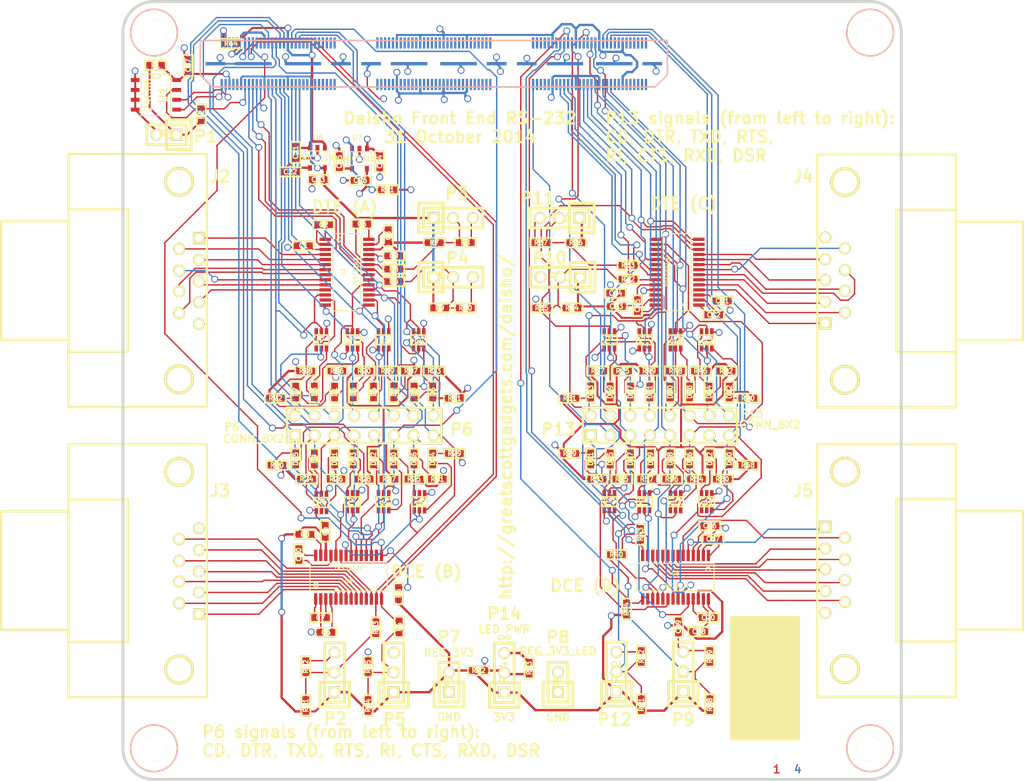
<source format=kicad_pcb>
(kicad_pcb (version 4) (host pcbnew "(2014-10-14 BZR 5188)-product")
  (title_block (title "Daisho Project RS232 Front-End Board") (rev 1.0) (comment 1 "Copyright © 2013 Benjamin Vernoux") (comment 2 "License: GNU General Public License, version 2"))
  (layers (0 F.Cu signal) (1 Inner2.Cu signal hide) (2 Inner1.Cu signal hide) (31 B.Cu signal) (34 B.Paste user) (35 F.Paste user) (36 B.SilkS user) (37 F.SilkS user) (38 B.Mask user) (39 F.Mask user) (44 Edge.Cuts user))
  (net 0 "")
  (net 1 !EN-B-TTL)
  (net 2 !EN-D-TTL)
  (net 3 !FORCEOFF-A-TTL)
  (net 4 !FORCEOFF-C-TTL)
  (net 5 !INVALID-A-TTL)
  (net 6 !INVALID-C-TTL)
  (net 7 !SHDN-B-TTL)
  (net 8 !SHDN-D-TTL)
  (net 9 /daisho_connector/FE_I2C_SCL)
  (net 10 /daisho_connector/FE_I2C_SDA)
  (net 11 /daisho_connector/VALT_FE)
  (net 12 /daisho_connector/VRAW_SW_5V)
  (net 13 /rs232_pair_AB/CD-A-232)
  (net 14 /rs232_pair_AB/CD-B-232)
  (net 15 /rs232_pair_AB/CTS-A-232)
  (net 16 /rs232_pair_AB/CTS-B-232)
  (net 17 /rs232_pair_AB/DSR-A-232)
  (net 18 /rs232_pair_AB/DSR-B-232)
  (net 19 /rs232_pair_AB/DTR-A-232)
  (net 20 /rs232_pair_AB/DTR-B-232)
  (net 21 /rs232_pair_AB/RI-A-232)
  (net 22 /rs232_pair_AB/RI-B-232)
  (net 23 /rs232_pair_AB/RTS-A-232)
  (net 24 /rs232_pair_AB/RTS-B-232)
  (net 25 /rs232_pair_AB/RXD-A-232)
  (net 26 /rs232_pair_AB/RXD-B-232)
  (net 27 /rs232_pair_AB/TXD-A-232)
  (net 28 /rs232_pair_AB/TXD-B-232)
  (net 29 /rs232_pair_CD/CD-C-232)
  (net 30 /rs232_pair_CD/CD-D-232)
  (net 31 /rs232_pair_CD/CTS-C-232)
  (net 32 /rs232_pair_CD/CTS-D-232)
  (net 33 /rs232_pair_CD/DSR-C-232)
  (net 34 /rs232_pair_CD/DSR-D-232)
  (net 35 /rs232_pair_CD/DTR-C-232)
  (net 36 /rs232_pair_CD/DTR-D-232)
  (net 37 /rs232_pair_CD/RI-C-232)
  (net 38 /rs232_pair_CD/RI-D-232)
  (net 39 /rs232_pair_CD/RTS-C-232)
  (net 40 /rs232_pair_CD/RTS-D-232)
  (net 41 /rs232_pair_CD/RXD-C-232)
  (net 42 /rs232_pair_CD/RXD-D-232)
  (net 43 /rs232_pair_CD/TXD-C-232)
  (net 44 /rs232_pair_CD/TXD-D-232)
  (net 45 CD-A-TTL)
  (net 46 CD-B-TTL)
  (net 47 CD-C-TTL)
  (net 48 CD-D-TTL)
  (net 49 CTS-A-TTL)
  (net 50 CTS-B-TTL)
  (net 51 CTS-C-TTL)
  (net 52 CTS-D-TTL)
  (net 53 DSR-A-TTL)
  (net 54 DSR-B-TTL)
  (net 55 DSR-C-TTL)
  (net 56 DSR-D-TTL)
  (net 57 DTR-A-TTL)
  (net 58 DTR-B-TTL)
  (net 59 DTR-C-TTL)
  (net 60 DTR-D-TTL)
  (net 61 FE_I2C_EEPROM_WP)
  (net 62 FE_I2C_VCC)
  (net 63 FORCEON-A-TTL)
  (net 64 FORCEON-C-TTL)
  (net 65 GND)
  (net 66 LEDS_PWR)
  (net 67 MBAUD-B-TTL)
  (net 68 MBAUD-D-TTL)
  (net 69 REG_3V3_LED)
  (net 70 RI-A-TTL)
  (net 71 RI-B-TTL)
  (net 72 RI-C-TTL)
  (net 73 RI-D-TTL)
  (net 74 RTS-A-TTL)
  (net 75 RTS-B-TTL)
  (net 76 RTS-C-TTL)
  (net 77 RTS-D-TTL)
  (net 78 RXD-A-TTL)
  (net 79 RXD-B-TTL)
  (net 80 RXD-C-TTL)
  (net 81 RXD-D-TTL)
  (net 82 TXD-A-TTL)
  (net 83 TXD-B-TTL)
  (net 84 TXD-C-TTL)
  (net 85 TXD-D-TTL)
  (net 86 "Net-(C1-Pad1)")
  (net 87 "Net-(C2-Pad2)")
  (net 88 "Net-(C2-Pad1)")
  (net 89 REG_3V3)
  (net 90 "Net-(C3-Pad1)")
  (net 91 "Net-(C5-Pad2)")
  (net 92 "Net-(C5-Pad1)")
  (net 93 "Net-(C6-Pad1)")
  (net 94 "Net-(C7-Pad2)")
  (net 95 "Net-(C7-Pad1)")
  (net 96 "Net-(C8-Pad2)")
  (net 97 "Net-(C10-Pad2)")
  (net 98 "Net-(C10-Pad1)")
  (net 99 "Net-(C11-Pad1)")
  (net 100 "Net-(C12-Pad2)")
  (net 101 "Net-(C12-Pad1)")
  (net 102 "Net-(C13-Pad1)")
  (net 103 "Net-(C15-Pad2)")
  (net 104 "Net-(C15-Pad1)")
  (net 105 "Net-(C16-Pad1)")
  (net 106 "Net-(C17-Pad2)")
  (net 107 "Net-(C17-Pad1)")
  (net 108 "Net-(C18-Pad2)")
  (net 109 "Net-(C20-Pad2)")
  (net 110 "Net-(C20-Pad1)")
  (net 111 "Net-(C22-Pad1)")
  (net 112 "Net-(C25-Pad1)")
  (net 113 "Net-(D1-Pad2)")
  (net 114 "Net-(D1-Pad1)")
  (net 115 "Net-(D2-Pad2)")
  (net 116 "Net-(D2-Pad1)")
  (net 117 "Net-(D3-Pad2)")
  (net 118 "Net-(D3-Pad1)")
  (net 119 "Net-(D4-Pad2)")
  (net 120 "Net-(D4-Pad1)")
  (net 121 "Net-(D5-Pad2)")
  (net 122 "Net-(D5-Pad1)")
  (net 123 "Net-(D6-Pad2)")
  (net 124 "Net-(D6-Pad1)")
  (net 125 "Net-(D7-Pad2)")
  (net 126 "Net-(D7-Pad1)")
  (net 127 "Net-(D8-Pad2)")
  (net 128 "Net-(D8-Pad1)")
  (net 129 "Net-(D9-Pad2)")
  (net 130 "Net-(D9-Pad1)")
  (net 131 "Net-(D10-Pad2)")
  (net 132 "Net-(D10-Pad1)")
  (net 133 "Net-(D11-Pad2)")
  (net 134 "Net-(D11-Pad1)")
  (net 135 "Net-(D12-Pad2)")
  (net 136 "Net-(D12-Pad1)")
  (net 137 "Net-(D13-Pad2)")
  (net 138 "Net-(D13-Pad1)")
  (net 139 "Net-(D14-Pad2)")
  (net 140 "Net-(D14-Pad1)")
  (net 141 "Net-(D15-Pad2)")
  (net 142 "Net-(D15-Pad1)")
  (net 143 "Net-(D16-Pad2)")
  (net 144 "Net-(D16-Pad1)")
  (net 145 "Net-(D17-Pad2)")
  (net 146 "Net-(D17-Pad1)")
  (net 147 "Net-(D18-Pad2)")
  (net 148 "Net-(D18-Pad1)")
  (net 149 "Net-(D19-Pad2)")
  (net 150 "Net-(D19-Pad1)")
  (net 151 "Net-(D20-Pad2)")
  (net 152 "Net-(D20-Pad1)")
  (net 153 "Net-(D21-Pad2)")
  (net 154 "Net-(D21-Pad1)")
  (net 155 "Net-(D22-Pad2)")
  (net 156 "Net-(D22-Pad1)")
  (net 157 "Net-(D23-Pad2)")
  (net 158 "Net-(D23-Pad1)")
  (net 159 "Net-(D24-Pad2)")
  (net 160 "Net-(D24-Pad1)")
  (net 161 "Net-(D25-Pad2)")
  (net 162 "Net-(D25-Pad1)")
  (net 163 "Net-(D26-Pad2)")
  (net 164 "Net-(D26-Pad1)")
  (net 165 "Net-(D27-Pad2)")
  (net 166 "Net-(D27-Pad1)")
  (net 167 "Net-(D28-Pad2)")
  (net 168 "Net-(D28-Pad1)")
  (net 169 "Net-(D29-Pad2)")
  (net 170 "Net-(D29-Pad1)")
  (net 171 "Net-(D30-Pad2)")
  (net 172 "Net-(D30-Pad1)")
  (net 173 "Net-(D31-Pad2)")
  (net 174 "Net-(D31-Pad1)")
  (net 175 "Net-(D32-Pad2)")
  (net 176 "Net-(D32-Pad1)")
  (net 177 "Net-(J1-Pad5)")
  (net 178 "Net-(J1-Pad8)")
  (net 179 "Net-(J1-Pad7)")
  (net 180 "Net-(J1-Pad10)")
  (net 181 "Net-(J1-Pad9)")
  (net 182 "Net-(J1-Pad19)")
  (net 183 "Net-(J1-Pad21)")
  (net 184 "Net-(J1-Pad44)")
  (net 185 "Net-(J1-Pad43)")
  (net 186 "Net-(J1-Pad46)")
  (net 187 "Net-(J1-Pad45)")
  (net 188 "Net-(J1-Pad50)")
  (net 189 "Net-(J1-Pad49)")
  (net 190 "Net-(J1-Pad52)")
  (net 191 "Net-(J1-Pad51)")
  (net 192 "Net-(J1-Pad54)")
  (net 193 "Net-(J1-Pad53)")
  (net 194 "Net-(J1-Pad56)")
  (net 195 "Net-(J1-Pad55)")
  (net 196 "Net-(J1-Pad58)")
  (net 197 "Net-(J1-Pad57)")
  (net 198 "Net-(J1-Pad60)")
  (net 199 "Net-(J1-Pad59)")
  (net 200 "Net-(J1-Pad62)")
  (net 201 "Net-(J1-Pad61)")
  (net 202 "Net-(J1-Pad64)")
  (net 203 "Net-(J1-Pad63)")
  (net 204 "Net-(J1-Pad66)")
  (net 205 "Net-(J1-Pad65)")
  (net 206 "Net-(J1-Pad68)")
  (net 207 "Net-(J1-Pad67)")
  (net 208 "Net-(J1-Pad70)")
  (net 209 "Net-(J1-Pad69)")
  (net 210 "Net-(J1-Pad74)")
  (net 211 "Net-(J1-Pad73)")
  (net 212 "Net-(J1-Pad76)")
  (net 213 "Net-(J1-Pad75)")
  (net 214 "Net-(J1-Pad78)")
  (net 215 "Net-(J1-Pad77)")
  (net 216 "Net-(J1-Pad80)")
  (net 217 "Net-(J1-Pad79)")
  (net 218 "Net-(J1-Pad82)")
  (net 219 "Net-(J1-Pad81)")
  (net 220 "Net-(J1-Pad86)")
  (net 221 "Net-(J1-Pad85)")
  (net 222 "Net-(J1-Pad88)")
  (net 223 "Net-(J1-Pad87)")
  (net 224 "Net-(J1-Pad90)")
  (net 225 "Net-(J1-Pad89)")
  (net 226 "Net-(J1-Pad92)")
  (net 227 "Net-(J1-Pad91)")
  (net 228 "Net-(J1-Pad94)")
  (net 229 "Net-(J1-Pad93)")
  (net 230 "Net-(J1-Pad98)")
  (net 231 "Net-(J1-Pad97)")
  (net 232 "Net-(J1-Pad100)")
  (net 233 "Net-(J1-Pad99)")
  (net 234 "Net-(J1-Pad102)")
  (net 235 "Net-(J1-Pad101)")
  (net 236 "Net-(J1-Pad104)")
  (net 237 "Net-(J1-Pad103)")
  (net 238 "Net-(J1-Pad106)")
  (net 239 "Net-(J1-Pad105)")
  (net 240 "Net-(J1-Pad110)")
  (net 241 "Net-(J1-Pad109)")
  (net 242 "Net-(J1-Pad112)")
  (net 243 "Net-(J1-Pad111)")
  (net 244 "Net-(J1-Pad114)")
  (net 245 "Net-(J1-Pad113)")
  (net 246 "Net-(J1-Pad116)")
  (net 247 "Net-(J1-Pad115)")
  (net 248 "Net-(J1-Pad118)")
  (net 249 "Net-(J1-Pad117)")
  (net 250 "Net-(J1-Pad120)")
  (net 251 "Net-(J1-Pad119)")
  (net 252 "Net-(J1-Pad121)")
  (net 253 "Net-(J1-Pad124)")
  (net 254 "Net-(J1-Pad123)")
  (net 255 "Net-(J1-Pad126)")
  (net 256 "Net-(J1-Pad125)")
  (net 257 "Net-(J1-Pad128)")
  (net 258 "Net-(J1-Pad127)")
  (net 259 "Net-(J1-Pad130)")
  (net 260 "Net-(J1-Pad129)")
  (net 261 "Net-(J1-Pad134)")
  (net 262 "Net-(J1-Pad133)")
  (net 263 "Net-(J1-Pad142)")
  (net 264 "Net-(J1-Pad164)")
  (net 265 "Net-(J1-Pad163)")
  (net 266 "Net-(J1-Pad166)")
  (net 267 "Net-(J1-Pad165)")
  (net 268 "Net-(J1-Pad170)")
  (net 269 "Net-(J1-Pad169)")
  (net 270 "Net-(J1-Pad172)")
  (net 271 "Net-(J1-Pad171)")
  (net 272 "Net-(J1-Pad174)")
  (net 273 "Net-(J1-Pad173)")
  (net 274 "Net-(J1-Pad176)")
  (net 275 "Net-(J1-Pad175)")
  (net 276 "Net-(J1-Pad178)")
  (net 277 "Net-(J1-Pad177)")
  (net 278 "Net-(J1-Pad180)")
  (net 279 "Net-(J1-Pad179)")
  (net 280 "Net-(P1-Pad1)")
  (net 281 "Net-(P2-Pad2)")
  (net 282 "Net-(P3-Pad2)")
  (net 283 "Net-(P4-Pad2)")
  (net 284 "Net-(P5-Pad2)")
  (net 285 "Net-(P9-Pad2)")
  (net 286 "Net-(P10-Pad2)")
  (net 287 "Net-(P11-Pad2)")
  (net 288 "Net-(P12-Pad2)")
  (net 289 "Net-(P14-Pad2)")
  (net 290 "Net-(U2-Pad20)")
  (net 291 "Net-(U3-Pad16)")
  (net 292 "Net-(U4-Pad20)")
  (net 293 "Net-(U5-Pad16)")
  (net 294 "Net-(J1-Pad145)")
  (net 295 "Net-(J1-Pad147)")
  (module SAMTEC_QSH-090-01-F-D-A (layer B.Cu) (at 119.95 52)
    (fp_text reference J1 (at 32.175 -1.875) (layer B.SilkS) (effects (font (size 0.0004 0.0004) (thickness 0.3048)) (justify mirror)))
    (fp_text value SAMTEC_QSH-090-D (at -1.525 -5.175) (layer B.SilkS) (effects (font (size 0.0004 0.0004) (thickness 0.3048)) (justify mirror)))
    (pad 2 smd rect (at -27.24912 2.66954) (size 0.29972 1.45034) (layers B.Cu B.Paste B.Mask) (net 10 /daisho_connector/FE_I2C_SDA))
    (pad 1 smd rect (at -27.24912 -2.66954) (size 0.29972 1.45034) (layers B.Cu B.Paste B.Mask) (net 11 /daisho_connector/VALT_FE))
    (pad 4 smd rect (at -26.74874 2.66954) (size 0.29972 1.45034) (layers B.Cu B.Paste B.Mask) (net 9 /daisho_connector/FE_I2C_SCL))
    (pad 3 smd rect (at -26.74874 -2.66954) (size 0.29972 1.45034) (layers B.Cu B.Paste B.Mask) (net 11 /daisho_connector/VALT_FE))
    (pad 6 smd rect (at -26.2509 2.66954) (size 0.29972 1.45034) (layers B.Cu B.Paste B.Mask) (net 62 FE_I2C_VCC))
    (pad 5 smd rect (at -26.2509 -2.66954) (size 0.29972 1.45034) (layers B.Cu B.Paste B.Mask) (net 177 "Net-(J1-Pad5)"))
    (pad 8 smd rect (at -25.75052 2.66954) (size 0.29972 1.45034) (layers B.Cu B.Paste B.Mask) (net 178 "Net-(J1-Pad8)"))
    (pad 7 smd rect (at -25.75052 -2.66954) (size 0.29972 1.45034) (layers B.Cu B.Paste B.Mask) (net 179 "Net-(J1-Pad7)"))
    (pad 10 smd rect (at -25.25014 2.66954) (size 0.29972 1.45034) (layers B.Cu B.Paste B.Mask) (net 180 "Net-(J1-Pad10)"))
    (pad 9 smd rect (at -25.25014 -2.66954) (size 0.29972 1.45034) (layers B.Cu B.Paste B.Mask) (net 181 "Net-(J1-Pad9)"))
    (pad 12 smd rect (at -24.74976 2.66954) (size 0.29972 1.45034) (layers B.Cu B.Paste B.Mask) (net 89 REG_3V3))
    (pad 11 smd rect (at -24.74976 -2.66954) (size 0.29972 1.45034) (layers B.Cu B.Paste B.Mask) (net 12 /daisho_connector/VRAW_SW_5V))
    (pad 14 smd rect (at -24.24938 2.66954) (size 0.29972 1.45034) (layers B.Cu B.Paste B.Mask) (net 61 FE_I2C_EEPROM_WP))
    (pad 13 smd rect (at -24.24938 -2.66954) (size 0.29972 1.45034) (layers B.Cu B.Paste B.Mask) (net 7 !SHDN-B-TTL))
    (pad 16 smd rect (at -23.749 2.66954) (size 0.29972 1.45034) (layers B.Cu B.Paste B.Mask) (net 5 !INVALID-A-TTL))
    (pad 15 smd rect (at -23.749 -2.66954) (size 0.29972 1.45034) (layers B.Cu B.Paste B.Mask) (net 1 !EN-B-TTL))
    (pad 18 smd rect (at -23.25116 2.66954) (size 0.29972 1.45034) (layers B.Cu B.Paste B.Mask) (net 3 !FORCEOFF-A-TTL))
    (pad 17 smd rect (at -23.25116 -2.66954) (size 0.29972 1.45034) (layers B.Cu B.Paste B.Mask) (net 67 MBAUD-B-TTL))
    (pad 20 smd rect (at -22.75078 2.66954) (size 0.29972 1.45034) (layers B.Cu B.Paste B.Mask) (net 63 FORCEON-A-TTL))
    (pad 19 smd rect (at -22.75078 -2.66954) (size 0.29972 1.45034) (layers B.Cu B.Paste B.Mask) (net 182 "Net-(J1-Pad19)"))
    (pad 22 smd rect (at -22.2504 2.66954) (size 0.29972 1.45034) (layers B.Cu B.Paste B.Mask) (net 66 LEDS_PWR))
    (pad 21 smd rect (at -22.2504 -2.66954) (size 0.29972 1.45034) (layers B.Cu B.Paste B.Mask) (net 183 "Net-(J1-Pad21)"))
    (pad 24 smd rect (at -21.75002 2.66954) (size 0.29972 1.45034) (layers B.Cu B.Paste B.Mask) (net 89 REG_3V3))
    (pad 23 smd rect (at -21.75002 -2.66954) (size 0.29972 1.45034) (layers B.Cu B.Paste B.Mask) (net 12 /daisho_connector/VRAW_SW_5V))
    (pad 26 smd rect (at -21.24964 2.66954) (size 0.29972 1.45034) (layers B.Cu B.Paste B.Mask) (net 45 CD-A-TTL))
    (pad 25 smd rect (at -21.24964 -2.66954) (size 0.29972 1.45034) (layers B.Cu B.Paste B.Mask) (net 46 CD-B-TTL))
    (pad 28 smd rect (at -20.74926 2.66954) (size 0.29972 1.45034) (layers B.Cu B.Paste B.Mask) (net 57 DTR-A-TTL))
    (pad 27 smd rect (at -20.74926 -2.66954) (size 0.29972 1.45034) (layers B.Cu B.Paste B.Mask) (net 58 DTR-B-TTL))
    (pad 30 smd rect (at -20.24888 2.66954) (size 0.29972 1.45034) (layers B.Cu B.Paste B.Mask) (net 82 TXD-A-TTL))
    (pad 29 smd rect (at -20.24888 -2.66954) (size 0.29972 1.45034) (layers B.Cu B.Paste B.Mask) (net 83 TXD-B-TTL))
    (pad 32 smd rect (at -19.75104 2.66954) (size 0.29972 1.45034) (layers B.Cu B.Paste B.Mask) (net 74 RTS-A-TTL))
    (pad 31 smd rect (at -19.75104 -2.66954) (size 0.29972 1.45034) (layers B.Cu B.Paste B.Mask) (net 75 RTS-B-TTL))
    (pad 34 smd rect (at -19.25066 2.66954) (size 0.29972 1.45034) (layers B.Cu B.Paste B.Mask) (net 70 RI-A-TTL))
    (pad 33 smd rect (at -19.25066 -2.66954) (size 0.29972 1.45034) (layers B.Cu B.Paste B.Mask) (net 71 RI-B-TTL))
    (pad 36 smd rect (at -18.75028 2.66954) (size 0.29972 1.45034) (layers B.Cu B.Paste B.Mask) (net 89 REG_3V3))
    (pad 35 smd rect (at -18.75028 -2.66954) (size 0.29972 1.45034) (layers B.Cu B.Paste B.Mask) (net 12 /daisho_connector/VRAW_SW_5V))
    (pad 38 smd rect (at -18.2499 2.66954) (size 0.29972 1.45034) (layers B.Cu B.Paste B.Mask) (net 49 CTS-A-TTL))
    (pad 37 smd rect (at -18.2499 -2.66954) (size 0.29972 1.45034) (layers B.Cu B.Paste B.Mask) (net 50 CTS-B-TTL))
    (pad 40 smd rect (at -17.74952 2.66954) (size 0.29972 1.45034) (layers B.Cu B.Paste B.Mask) (net 78 RXD-A-TTL))
    (pad 39 smd rect (at -17.74952 -2.66954) (size 0.29972 1.45034) (layers B.Cu B.Paste B.Mask) (net 79 RXD-B-TTL))
    (pad 42 smd rect (at -17.24914 2.66954) (size 0.29972 1.45034) (layers B.Cu B.Paste B.Mask) (net 53 DSR-A-TTL))
    (pad 41 smd rect (at -17.24914 -2.66954) (size 0.29972 1.45034) (layers B.Cu B.Paste B.Mask) (net 54 DSR-B-TTL))
    (pad 44 smd rect (at -16.74876 2.66954) (size 0.29972 1.45034) (layers B.Cu B.Paste B.Mask) (net 184 "Net-(J1-Pad44)"))
    (pad 43 smd rect (at -16.74876 -2.66954) (size 0.29972 1.45034) (layers B.Cu B.Paste B.Mask) (net 185 "Net-(J1-Pad43)"))
    (pad 46 smd rect (at -16.25092 2.66954) (size 0.29972 1.45034) (layers B.Cu B.Paste B.Mask) (net 186 "Net-(J1-Pad46)"))
    (pad 45 smd rect (at -16.25092 -2.66954) (size 0.29972 1.45034) (layers B.Cu B.Paste B.Mask) (net 187 "Net-(J1-Pad45)"))
    (pad 48 smd rect (at -15.75054 2.66954) (size 0.29972 1.45034) (layers B.Cu B.Paste B.Mask) (net 89 REG_3V3))
    (pad 47 smd rect (at -15.75054 -2.66954) (size 0.29972 1.45034) (layers B.Cu B.Paste B.Mask) (net 12 /daisho_connector/VRAW_SW_5V))
    (pad 50 smd rect (at -15.25016 2.66954) (size 0.29972 1.45034) (layers B.Cu B.Paste B.Mask) (net 188 "Net-(J1-Pad50)"))
    (pad 49 smd rect (at -15.25016 -2.66954) (size 0.29972 1.45034) (layers B.Cu B.Paste B.Mask) (net 189 "Net-(J1-Pad49)"))
    (pad 52 smd rect (at -14.74978 2.66954) (size 0.29972 1.45034) (layers B.Cu B.Paste B.Mask) (net 190 "Net-(J1-Pad52)"))
    (pad 51 smd rect (at -14.74978 -2.66954) (size 0.29972 1.45034) (layers B.Cu B.Paste B.Mask) (net 191 "Net-(J1-Pad51)"))
    (pad 54 smd rect (at -14.2494 2.66954) (size 0.29972 1.45034) (layers B.Cu B.Paste B.Mask) (net 192 "Net-(J1-Pad54)"))
    (pad 53 smd rect (at -14.2494 -2.66954) (size 0.29972 1.45034) (layers B.Cu B.Paste B.Mask) (net 193 "Net-(J1-Pad53)"))
    (pad 56 smd rect (at -13.74902 2.66954) (size 0.29972 1.45034) (layers B.Cu B.Paste B.Mask) (net 194 "Net-(J1-Pad56)"))
    (pad 55 smd rect (at -13.74902 -2.66954) (size 0.29972 1.45034) (layers B.Cu B.Paste B.Mask) (net 195 "Net-(J1-Pad55)"))
    (pad 58 smd rect (at -13.25118 2.66954) (size 0.29972 1.45034) (layers B.Cu B.Paste B.Mask) (net 196 "Net-(J1-Pad58)"))
    (pad 57 smd rect (at -13.25118 -2.66954) (size 0.29972 1.45034) (layers B.Cu B.Paste B.Mask) (net 197 "Net-(J1-Pad57)"))
    (pad 60 smd rect (at -12.7508 2.66954) (size 0.29972 1.45034) (layers B.Cu B.Paste B.Mask) (net 198 "Net-(J1-Pad60)"))
    (pad 59 smd rect (at -12.7508 -2.66954) (size 0.29972 1.45034) (layers B.Cu B.Paste B.Mask) (net 199 "Net-(J1-Pad59)"))
    (pad A0 smd rect (at -28.06446 0) (size 2.54 0.42926) (layers B.Cu B.Paste B.Mask) (net 65 GND))
    (pad A1 smd rect (at -23.17496 0) (size 4.699 0.42926) (layers B.Cu B.Paste B.Mask) (net 65 GND))
    (pad A2 smd rect (at -16.82496 0) (size 4.699 0.42926) (layers B.Cu B.Paste B.Mask) (net 65 GND))
    (pad A3 smd rect (at -11.93546 0) (size 2.54 0.42926) (layers B.Cu B.Paste B.Mask) (net 65 GND))
    (pad 62 smd rect (at -7.24916 2.66954) (size 0.29972 1.45034) (layers B.Cu B.Paste B.Mask) (net 200 "Net-(J1-Pad62)"))
    (pad 61 smd rect (at -7.24916 -2.66954) (size 0.29972 1.45034) (layers B.Cu B.Paste B.Mask) (net 201 "Net-(J1-Pad61)"))
    (pad 64 smd rect (at -6.74878 2.66954) (size 0.29972 1.45034) (layers B.Cu B.Paste B.Mask) (net 202 "Net-(J1-Pad64)"))
    (pad 63 smd rect (at -6.74878 -2.66954) (size 0.29972 1.45034) (layers B.Cu B.Paste B.Mask) (net 203 "Net-(J1-Pad63)"))
    (pad 66 smd rect (at -6.25094 2.66954) (size 0.29972 1.45034) (layers B.Cu B.Paste B.Mask) (net 204 "Net-(J1-Pad66)"))
    (pad 65 smd rect (at -6.25094 -2.66954) (size 0.29972 1.45034) (layers B.Cu B.Paste B.Mask) (net 205 "Net-(J1-Pad65)"))
    (pad 68 smd rect (at -5.75056 2.66954) (size 0.29972 1.45034) (layers B.Cu B.Paste B.Mask) (net 206 "Net-(J1-Pad68)"))
    (pad 67 smd rect (at -5.75056 -2.66954) (size 0.29972 1.45034) (layers B.Cu B.Paste B.Mask) (net 207 "Net-(J1-Pad67)"))
    (pad 70 smd rect (at -5.25018 2.66954) (size 0.29972 1.45034) (layers B.Cu B.Paste B.Mask) (net 208 "Net-(J1-Pad70)"))
    (pad 69 smd rect (at -5.25018 -2.66954) (size 0.29972 1.45034) (layers B.Cu B.Paste B.Mask) (net 209 "Net-(J1-Pad69)"))
    (pad 72 smd rect (at -4.7498 2.66954) (size 0.29972 1.45034) (layers B.Cu B.Paste B.Mask) (net 89 REG_3V3))
    (pad 71 smd rect (at -4.7498 -2.66954) (size 0.29972 1.45034) (layers B.Cu B.Paste B.Mask) (net 89 REG_3V3))
    (pad 74 smd rect (at -4.24942 2.66954) (size 0.29972 1.45034) (layers B.Cu B.Paste B.Mask) (net 210 "Net-(J1-Pad74)"))
    (pad 73 smd rect (at -4.24942 -2.66954) (size 0.29972 1.45034) (layers B.Cu B.Paste B.Mask) (net 211 "Net-(J1-Pad73)"))
    (pad 76 smd rect (at -3.74904 2.66954) (size 0.29972 1.45034) (layers B.Cu B.Paste B.Mask) (net 212 "Net-(J1-Pad76)"))
    (pad 75 smd rect (at -3.74904 -2.66954) (size 0.29972 1.45034) (layers B.Cu B.Paste B.Mask) (net 213 "Net-(J1-Pad75)"))
    (pad 78 smd rect (at -3.2512 2.66954) (size 0.29972 1.45034) (layers B.Cu B.Paste B.Mask) (net 214 "Net-(J1-Pad78)"))
    (pad 77 smd rect (at -3.2512 -2.66954) (size 0.29972 1.45034) (layers B.Cu B.Paste B.Mask) (net 215 "Net-(J1-Pad77)"))
    (pad 80 smd rect (at -2.75082 2.66954) (size 0.29972 1.45034) (layers B.Cu B.Paste B.Mask) (net 216 "Net-(J1-Pad80)"))
    (pad 79 smd rect (at -2.75082 -2.66954) (size 0.29972 1.45034) (layers B.Cu B.Paste B.Mask) (net 217 "Net-(J1-Pad79)"))
    (pad 82 smd rect (at -2.25044 2.66954) (size 0.29972 1.45034) (layers B.Cu B.Paste B.Mask) (net 218 "Net-(J1-Pad82)"))
    (pad 81 smd rect (at -2.25044 -2.66954) (size 0.29972 1.45034) (layers B.Cu B.Paste B.Mask) (net 219 "Net-(J1-Pad81)"))
    (pad 84 smd rect (at -1.75006 2.66954) (size 0.29972 1.45034) (layers B.Cu B.Paste B.Mask) (net 89 REG_3V3))
    (pad 83 smd rect (at -1.75006 -2.66954) (size 0.29972 1.45034) (layers B.Cu B.Paste B.Mask) (net 89 REG_3V3))
    (pad 86 smd rect (at -1.24968 2.66954) (size 0.29972 1.45034) (layers B.Cu B.Paste B.Mask) (net 220 "Net-(J1-Pad86)"))
    (pad 85 smd rect (at -1.24968 -2.66954) (size 0.29972 1.45034) (layers B.Cu B.Paste B.Mask) (net 221 "Net-(J1-Pad85)"))
    (pad 88 smd rect (at -0.7493 2.66954) (size 0.29972 1.45034) (layers B.Cu B.Paste B.Mask) (net 222 "Net-(J1-Pad88)"))
    (pad 87 smd rect (at -0.7493 -2.66954) (size 0.29972 1.45034) (layers B.Cu B.Paste B.Mask) (net 223 "Net-(J1-Pad87)"))
    (pad 90 smd rect (at -0.24892 2.66954) (size 0.29972 1.45034) (layers B.Cu B.Paste B.Mask) (net 224 "Net-(J1-Pad90)"))
    (pad 89 smd rect (at -0.24892 -2.66954) (size 0.29972 1.45034) (layers B.Cu B.Paste B.Mask) (net 225 "Net-(J1-Pad89)"))
    (pad 92 smd rect (at 0.24892 2.66954) (size 0.29972 1.45034) (layers B.Cu B.Paste B.Mask) (net 226 "Net-(J1-Pad92)"))
    (pad 91 smd rect (at 0.24892 -2.66954) (size 0.29972 1.45034) (layers B.Cu B.Paste B.Mask) (net 227 "Net-(J1-Pad91)"))
    (pad 94 smd rect (at 0.7493 2.66954) (size 0.29972 1.45034) (layers B.Cu B.Paste B.Mask) (net 228 "Net-(J1-Pad94)"))
    (pad 93 smd rect (at 0.7493 -2.66954) (size 0.29972 1.45034) (layers B.Cu B.Paste B.Mask) (net 229 "Net-(J1-Pad93)"))
    (pad 96 smd rect (at 1.24968 2.66954) (size 0.29972 1.45034) (layers B.Cu B.Paste B.Mask) (net 89 REG_3V3))
    (pad 95 smd rect (at 1.24968 -2.66954) (size 0.29972 1.45034) (layers B.Cu B.Paste B.Mask) (net 89 REG_3V3))
    (pad 98 smd rect (at 1.75006 2.66954) (size 0.29972 1.45034) (layers B.Cu B.Paste B.Mask) (net 230 "Net-(J1-Pad98)"))
    (pad 97 smd rect (at 1.75006 -2.66954) (size 0.29972 1.45034) (layers B.Cu B.Paste B.Mask) (net 231 "Net-(J1-Pad97)"))
    (pad 100 smd rect (at 2.25044 2.66954) (size 0.29972 1.45034) (layers B.Cu B.Paste B.Mask) (net 232 "Net-(J1-Pad100)"))
    (pad 99 smd rect (at 2.25044 -2.66954) (size 0.29972 1.45034) (layers B.Cu B.Paste B.Mask) (net 233 "Net-(J1-Pad99)"))
    (pad 102 smd rect (at 2.75082 2.66954) (size 0.29972 1.45034) (layers B.Cu B.Paste B.Mask) (net 234 "Net-(J1-Pad102)"))
    (pad 101 smd rect (at 2.75082 -2.66954) (size 0.29972 1.45034) (layers B.Cu B.Paste B.Mask) (net 235 "Net-(J1-Pad101)"))
    (pad 104 smd rect (at 3.2512 2.66954) (size 0.29972 1.45034) (layers B.Cu B.Paste B.Mask) (net 236 "Net-(J1-Pad104)"))
    (pad 103 smd rect (at 3.2512 -2.66954) (size 0.29972 1.45034) (layers B.Cu B.Paste B.Mask) (net 237 "Net-(J1-Pad103)"))
    (pad 106 smd rect (at 3.74904 2.66954) (size 0.29972 1.45034) (layers B.Cu B.Paste B.Mask) (net 238 "Net-(J1-Pad106)"))
    (pad 105 smd rect (at 3.74904 -2.66954) (size 0.29972 1.45034) (layers B.Cu B.Paste B.Mask) (net 239 "Net-(J1-Pad105)"))
    (pad 108 smd rect (at 4.24942 2.66954) (size 0.29972 1.45034) (layers B.Cu B.Paste B.Mask) (net 89 REG_3V3))
    (pad 107 smd rect (at 4.24942 -2.66954) (size 0.29972 1.45034) (layers B.Cu B.Paste B.Mask) (net 89 REG_3V3))
    (pad 110 smd rect (at 4.7498 2.66954) (size 0.29972 1.45034) (layers B.Cu B.Paste B.Mask) (net 240 "Net-(J1-Pad110)"))
    (pad 109 smd rect (at 4.7498 -2.66954) (size 0.29972 1.45034) (layers B.Cu B.Paste B.Mask) (net 241 "Net-(J1-Pad109)"))
    (pad 112 smd rect (at 5.25018 2.66954) (size 0.29972 1.45034) (layers B.Cu B.Paste B.Mask) (net 242 "Net-(J1-Pad112)"))
    (pad 111 smd rect (at 5.25018 -2.66954) (size 0.29972 1.45034) (layers B.Cu B.Paste B.Mask) (net 243 "Net-(J1-Pad111)"))
    (pad 114 smd rect (at 5.75056 2.66954) (size 0.29972 1.45034) (layers B.Cu B.Paste B.Mask) (net 244 "Net-(J1-Pad114)"))
    (pad 113 smd rect (at 5.75056 -2.66954) (size 0.29972 1.45034) (layers B.Cu B.Paste B.Mask) (net 245 "Net-(J1-Pad113)"))
    (pad 116 smd rect (at 6.25094 2.66954) (size 0.29972 1.45034) (layers B.Cu B.Paste B.Mask) (net 246 "Net-(J1-Pad116)"))
    (pad 115 smd rect (at 6.25094 -2.66954) (size 0.29972 1.45034) (layers B.Cu B.Paste B.Mask) (net 247 "Net-(J1-Pad115)"))
    (pad 118 smd rect (at 6.74878 2.66954) (size 0.29972 1.45034) (layers B.Cu B.Paste B.Mask) (net 248 "Net-(J1-Pad118)"))
    (pad 117 smd rect (at 6.74878 -2.66954) (size 0.29972 1.45034) (layers B.Cu B.Paste B.Mask) (net 249 "Net-(J1-Pad117)"))
    (pad 120 smd rect (at 7.24916 2.66954) (size 0.29972 1.45034) (layers B.Cu B.Paste B.Mask) (net 250 "Net-(J1-Pad120)"))
    (pad 119 smd rect (at 7.24916 -2.66954) (size 0.29972 1.45034) (layers B.Cu B.Paste B.Mask) (net 251 "Net-(J1-Pad119)"))
    (pad B0 smd rect (at -8.0645 0) (size 2.54 0.42926) (layers B.Cu B.Paste B.Mask) (net 65 GND))
    (pad B1 smd rect (at -3.175 0) (size 4.699 0.42926) (layers B.Cu B.Paste B.Mask) (net 65 GND))
    (pad B2 smd rect (at 3.175 0) (size 4.699 0.42926) (layers B.Cu B.Paste B.Mask) (net 65 GND))
    (pad B3 smd rect (at 8.0645 0) (size 2.54 0.42926) (layers B.Cu B.Paste B.Mask) (net 65 GND))
    (pad 122 smd rect (at 12.7508 2.66954) (size 0.29972 1.45034) (layers B.Cu B.Paste B.Mask) (net 60 DTR-D-TTL))
    (pad 121 smd rect (at 12.7508 -2.66954) (size 0.29972 1.45034) (layers B.Cu B.Paste B.Mask) (net 252 "Net-(J1-Pad121)"))
    (pad 124 smd rect (at 13.25118 2.66954) (size 0.29972 1.45034) (layers B.Cu B.Paste B.Mask) (net 253 "Net-(J1-Pad124)"))
    (pad 123 smd rect (at 13.25118 -2.66954) (size 0.29972 1.45034) (layers B.Cu B.Paste B.Mask) (net 254 "Net-(J1-Pad123)"))
    (pad 126 smd rect (at 13.74902 2.66954) (size 0.29972 1.45034) (layers B.Cu B.Paste B.Mask) (net 255 "Net-(J1-Pad126)"))
    (pad 125 smd rect (at 13.74902 -2.66954) (size 0.29972 1.45034) (layers B.Cu B.Paste B.Mask) (net 256 "Net-(J1-Pad125)"))
    (pad 128 smd rect (at 14.2494 2.66954) (size 0.29972 1.45034) (layers B.Cu B.Paste B.Mask) (net 257 "Net-(J1-Pad128)"))
    (pad 127 smd rect (at 14.2494 -2.66954) (size 0.29972 1.45034) (layers B.Cu B.Paste B.Mask) (net 258 "Net-(J1-Pad127)"))
    (pad 130 smd rect (at 14.74978 2.66954) (size 0.29972 1.45034) (layers B.Cu B.Paste B.Mask) (net 259 "Net-(J1-Pad130)"))
    (pad 129 smd rect (at 14.74978 -2.66954) (size 0.29972 1.45034) (layers B.Cu B.Paste B.Mask) (net 260 "Net-(J1-Pad129)"))
    (pad 132 smd rect (at 15.25016 2.66954) (size 0.29972 1.45034) (layers B.Cu B.Paste B.Mask) (net 89 REG_3V3))
    (pad 131 smd rect (at 15.25016 -2.66954) (size 0.29972 1.45034) (layers B.Cu B.Paste B.Mask) (net 89 REG_3V3))
    (pad 134 smd rect (at 15.75054 2.66954) (size 0.29972 1.45034) (layers B.Cu B.Paste B.Mask) (net 261 "Net-(J1-Pad134)"))
    (pad 133 smd rect (at 15.75054 -2.66954) (size 0.29972 1.45034) (layers B.Cu B.Paste B.Mask) (net 262 "Net-(J1-Pad133)"))
    (pad 136 smd rect (at 16.25092 2.66954) (size 0.29972 1.45034) (layers B.Cu B.Paste B.Mask) (net 6 !INVALID-C-TTL))
    (pad 135 smd rect (at 16.25092 -2.66954) (size 0.29972 1.45034) (layers B.Cu B.Paste B.Mask) (net 8 !SHDN-D-TTL))
    (pad 138 smd rect (at 16.74876 2.66954) (size 0.29972 1.45034) (layers B.Cu B.Paste B.Mask) (net 4 !FORCEOFF-C-TTL))
    (pad 137 smd rect (at 16.74876 -2.66954) (size 0.29972 1.45034) (layers B.Cu B.Paste B.Mask) (net 2 !EN-D-TTL))
    (pad 140 smd rect (at 17.24914 2.66954) (size 0.29972 1.45034) (layers B.Cu B.Paste B.Mask) (net 64 FORCEON-C-TTL))
    (pad 139 smd rect (at 17.24914 -2.66954) (size 0.29972 1.45034) (layers B.Cu B.Paste B.Mask) (net 68 MBAUD-D-TTL))
    (pad 142 smd rect (at 17.74952 2.66954) (size 0.29972 1.45034) (layers B.Cu B.Paste B.Mask) (net 263 "Net-(J1-Pad142)"))
    (pad 141 smd rect (at 17.74952 -2.66954) (size 0.29972 1.45034) (layers B.Cu B.Paste B.Mask) (net 48 CD-D-TTL))
    (pad 144 smd rect (at 18.2499 2.66954) (size 0.29972 1.45034) (layers B.Cu B.Paste B.Mask) (net 89 REG_3V3))
    (pad 143 smd rect (at 18.2499 -2.66954) (size 0.29972 1.45034) (layers B.Cu B.Paste B.Mask) (net 89 REG_3V3))
    (pad 146 smd rect (at 18.75028 2.66954) (size 0.29972 1.45034) (layers B.Cu B.Paste B.Mask) (net 47 CD-C-TTL))
    (pad 145 smd rect (at 18.75028 -2.66954) (size 0.29972 1.45034) (layers B.Cu B.Paste B.Mask) (net 294 "Net-(J1-Pad145)"))
    (pad 148 smd rect (at 19.25066 2.66954) (size 0.29972 1.45034) (layers B.Cu B.Paste B.Mask) (net 59 DTR-C-TTL))
    (pad 147 smd rect (at 19.25066 -2.66954) (size 0.29972 1.45034) (layers B.Cu B.Paste B.Mask) (net 295 "Net-(J1-Pad147)"))
    (pad 150 smd rect (at 19.75104 2.66954) (size 0.29972 1.45034) (layers B.Cu B.Paste B.Mask) (net 84 TXD-C-TTL))
    (pad 149 smd rect (at 19.75104 -2.66954) (size 0.29972 1.45034) (layers B.Cu B.Paste B.Mask) (net 85 TXD-D-TTL))
    (pad 152 smd rect (at 20.24888 2.66954) (size 0.29972 1.45034) (layers B.Cu B.Paste B.Mask) (net 76 RTS-C-TTL))
    (pad 151 smd rect (at 20.24888 -2.66954) (size 0.29972 1.45034) (layers B.Cu B.Paste B.Mask) (net 77 RTS-D-TTL))
    (pad 154 smd rect (at 20.74926 2.66954) (size 0.29972 1.45034) (layers B.Cu B.Paste B.Mask) (net 72 RI-C-TTL))
    (pad 153 smd rect (at 20.74926 -2.66954) (size 0.29972 1.45034) (layers B.Cu B.Paste B.Mask) (net 73 RI-D-TTL))
    (pad 156 smd rect (at 21.24964 2.66954) (size 0.29972 1.45034) (layers B.Cu B.Paste B.Mask) (net 89 REG_3V3))
    (pad 155 smd rect (at 21.24964 -2.66954) (size 0.29972 1.45034) (layers B.Cu B.Paste B.Mask) (net 89 REG_3V3))
    (pad 158 smd rect (at 21.75002 2.66954) (size 0.29972 1.45034) (layers B.Cu B.Paste B.Mask) (net 51 CTS-C-TTL))
    (pad 157 smd rect (at 21.75002 -2.66954) (size 0.29972 1.45034) (layers B.Cu B.Paste B.Mask) (net 52 CTS-D-TTL))
    (pad 160 smd rect (at 22.2504 2.66954) (size 0.29972 1.45034) (layers B.Cu B.Paste B.Mask) (net 80 RXD-C-TTL))
    (pad 159 smd rect (at 22.2504 -2.66954) (size 0.29972 1.45034) (layers B.Cu B.Paste B.Mask) (net 81 RXD-D-TTL))
    (pad 162 smd rect (at 22.75078 2.66954) (size 0.29972 1.45034) (layers B.Cu B.Paste B.Mask) (net 55 DSR-C-TTL))
    (pad 161 smd rect (at 22.75078 -2.66954) (size 0.29972 1.45034) (layers B.Cu B.Paste B.Mask) (net 56 DSR-D-TTL))
    (pad 164 smd rect (at 23.25116 2.66954) (size 0.29972 1.45034) (layers B.Cu B.Paste B.Mask) (net 264 "Net-(J1-Pad164)"))
    (pad 163 smd rect (at 23.25116 -2.66954) (size 0.29972 1.45034) (layers B.Cu B.Paste B.Mask) (net 265 "Net-(J1-Pad163)"))
    (pad 166 smd rect (at 23.749 2.66954) (size 0.29972 1.45034) (layers B.Cu B.Paste B.Mask) (net 266 "Net-(J1-Pad166)"))
    (pad 165 smd rect (at 23.749 -2.66954) (size 0.29972 1.45034) (layers B.Cu B.Paste B.Mask) (net 267 "Net-(J1-Pad165)"))
    (pad 168 smd rect (at 24.24938 2.66954) (size 0.29972 1.45034) (layers B.Cu B.Paste B.Mask) (net 89 REG_3V3))
    (pad 167 smd rect (at 24.24938 -2.66954) (size 0.29972 1.45034) (layers B.Cu B.Paste B.Mask) (net 89 REG_3V3))
    (pad 170 smd rect (at 24.74976 2.66954) (size 0.29972 1.45034) (layers B.Cu B.Paste B.Mask) (net 268 "Net-(J1-Pad170)"))
    (pad 169 smd rect (at 24.74976 -2.66954) (size 0.29972 1.45034) (layers B.Cu B.Paste B.Mask) (net 269 "Net-(J1-Pad169)"))
    (pad 172 smd rect (at 25.25014 2.66954) (size 0.29972 1.45034) (layers B.Cu B.Paste B.Mask) (net 270 "Net-(J1-Pad172)"))
    (pad 171 smd rect (at 25.25014 -2.66954) (size 0.29972 1.45034) (layers B.Cu B.Paste B.Mask) (net 271 "Net-(J1-Pad171)"))
    (pad 174 smd rect (at 25.75052 2.66954) (size 0.29972 1.45034) (layers B.Cu B.Paste B.Mask) (net 272 "Net-(J1-Pad174)"))
    (pad 173 smd rect (at 25.75052 -2.66954) (size 0.29972 1.45034) (layers B.Cu B.Paste B.Mask) (net 273 "Net-(J1-Pad173)"))
    (pad 176 smd rect (at 26.2509 2.66954) (size 0.29972 1.45034) (layers B.Cu B.Paste B.Mask) (net 274 "Net-(J1-Pad176)"))
    (pad 175 smd rect (at 26.2509 -2.66954) (size 0.29972 1.45034) (layers B.Cu B.Paste B.Mask) (net 275 "Net-(J1-Pad175)"))
    (pad 178 smd rect (at 26.74874 2.66954) (size 0.29972 1.45034) (layers B.Cu B.Paste B.Mask) (net 276 "Net-(J1-Pad178)"))
    (pad 177 smd rect (at 26.74874 -2.66954) (size 0.29972 1.45034) (layers B.Cu B.Paste B.Mask) (net 277 "Net-(J1-Pad177)"))
    (pad 180 smd rect (at 27.24912 2.66954) (size 0.29972 1.45034) (layers B.Cu B.Paste B.Mask) (net 278 "Net-(J1-Pad180)"))
    (pad 179 smd rect (at 27.24912 -2.66954) (size 0.29972 1.45034) (layers B.Cu B.Paste B.Mask) (net 279 "Net-(J1-Pad179)"))
    (pad C0 smd rect (at 11.93546 0) (size 2.54 0.42926) (layers B.Cu B.Paste B.Mask) (net 65 GND))
    (pad C1 smd rect (at 16.82496 0) (size 4.699 0.42926) (layers B.Cu B.Paste B.Mask) (net 65 GND))
    (pad C2 smd rect (at 23.17496 0) (size 4.699 0.42926) (layers B.Cu B.Paste B.Mask) (net 65 GND))
    (pad C3 smd rect (at 28.06446 0) (size 2.54 0.42926) (layers B.Cu B.Paste B.Mask) (net 65 GND))
    (pad "" np_thru_hole circle (at -30.05074 2.66954) (size 1.02108 1.02108) (drill 1.02108) (layers *.Cu *.Mask B.SilkS))
    (pad "" np_thru_hole circle (at 30.05074 2.66954) (size 1.02108 1.02108) (drill 1.02108) (layers *.Cu *.Mask B.SilkS))
  )
  (module GSG-HOLE126MIL (layer F.Cu) (at 84.0003 48.0009)
    (fp_text reference H1 hide)
    (fp_text value HOLE hide)
    (pad "" np_thru_hole circle (at 0 0) (size 3.2004 3.2004) (drill 3.2004) (layers *.Cu *.SilkS *.Mask))
  )
  (module GSG-HOLE126MIL (layer F.Cu) (at 175.999 48.0009)
    (fp_text reference H2 hide)
    (fp_text value HOLE hide)
    (pad "" np_thru_hole circle (at 0 0) (size 3.2004 3.2004) (drill 3.2004) (layers *.Cu *.SilkS *.Mask))
  )
  (module GSG-HOLE126MIL (layer F.Cu) (at 84.0003 140)
    (fp_text reference H3 hide)
    (fp_text value HOLE hide)
    (pad "" np_thru_hole circle (at 0 0) (size 3.2004 3.2004) (drill 3.2004) (layers *.Cu *.SilkS *.Mask))
  )
  (module GSG-HOLE126MIL (layer F.Cu) (at 175.999 140)
    (fp_text reference H4 hide)
    (fp_text value HOLE hide)
    (pad "" np_thru_hole circle (at 0 0) (size 3.2004 3.2004) (drill 3.2004) (layers *.Cu *.SilkS *.Mask))
  )
  (module GSG-0603 (layer F.Cu) (at 103.2 75.4 180)
    (fp_text reference C1 (at 0 0 180) (layer F.SilkS) (effects (font (size 0.6096 0.6096) (thickness 0.1524))))
    (fp_text value 0.1uF hide)
    (pad 2 smd rect (at 0.762 0 180) (size 0.8636 0.8636) (layers F.Cu F.Paste F.Mask) (net 65 GND) (clearance 0.1778))
    (pad 1 smd rect (at -0.762 0 180) (size 0.8636 0.8636) (layers F.Cu F.Paste F.Mask) (net 86 "Net-(C1-Pad1)") (clearance 0.1778))
  )
  (module GSG-0603 (layer F.Cu) (at 105.8 72.7 180)
    (fp_text reference C2 (at 0 0 180) (layer F.SilkS) (effects (font (size 0.6096 0.6096) (thickness 0.1524))))
    (fp_text value 0.1uF hide)
    (pad 2 smd rect (at 0.762 0 180) (size 0.8636 0.8636) (layers F.Cu F.Paste F.Mask) (net 87 "Net-(C2-Pad2)") (clearance 0.1778))
    (pad 1 smd rect (at -0.762 0 180) (size 0.8636 0.8636) (layers F.Cu F.Paste F.Mask) (net 88 "Net-(C2-Pad1)") (clearance 0.1778))
  )
  (module GSG-0603 (layer F.Cu) (at 114.1 74.1 270)
    (fp_text reference C3 (at 0 0 270) (layer F.SilkS) (effects (font (size 0.6096 0.6096) (thickness 0.1524))))
    (fp_text value 0.1uF hide)
    (pad 2 smd rect (at 0.762 0 270) (size 0.8636 0.8636) (layers F.Cu F.Paste F.Mask) (net 89 REG_3V3) (clearance 0.1778))
    (pad 1 smd rect (at -0.762 0 270) (size 0.8636 0.8636) (layers F.Cu F.Paste F.Mask) (net 90 "Net-(C3-Pad1)") (clearance 0.1778))
  )
  (module GSG-0603 (layer F.Cu) (at 106 112.1 90)
    (fp_text reference C4 (at 0 0 90) (layer F.SilkS) (effects (font (size 0.6096 0.6096) (thickness 0.1524))))
    (fp_text value 0.1uF hide)
    (pad 2 smd rect (at 0.762 0 90) (size 0.8636 0.8636) (layers F.Cu F.Paste F.Mask) (net 65 GND) (clearance 0.1778))
    (pad 1 smd rect (at -0.762 0 90) (size 0.8636 0.8636) (layers F.Cu F.Paste F.Mask) (net 89 REG_3V3) (clearance 0.1778))
  )
  (module GSG-0603 (layer F.Cu) (at 110.7 72.6)
    (fp_text reference C5 (at 0 0) (layer F.SilkS) (effects (font (size 0.6096 0.6096) (thickness 0.1524))))
    (fp_text value 0.1uF hide)
    (pad 2 smd rect (at 0.762 0) (size 0.8636 0.8636) (layers F.Cu F.Paste F.Mask) (net 91 "Net-(C5-Pad2)") (clearance 0.1778))
    (pad 1 smd rect (at -0.762 0) (size 0.8636 0.8636) (layers F.Cu F.Paste F.Mask) (net 92 "Net-(C5-Pad1)") (clearance 0.1778))
  )
  (module GSG-0603 (layer F.Cu) (at 106.1 125.1 180)
    (fp_text reference C6 (at 0 0 180) (layer F.SilkS) (effects (font (size 0.6096 0.6096) (thickness 0.1524))))
    (fp_text value 0.1uF hide)
    (pad 2 smd rect (at 0.762 0 180) (size 0.8636 0.8636) (layers F.Cu F.Paste F.Mask) (net 65 GND) (clearance 0.1778))
    (pad 1 smd rect (at -0.762 0 180) (size 0.8636 0.8636) (layers F.Cu F.Paste F.Mask) (net 93 "Net-(C6-Pad1)") (clearance 0.1778))
  )
  (module GSG-0603 (layer F.Cu) (at 105.4 123.2)
    (fp_text reference C7 (at 0 0) (layer F.SilkS) (effects (font (size 0.6096 0.6096) (thickness 0.1524))))
    (fp_text value 0.1uF hide)
    (pad 2 smd rect (at 0.762 0) (size 0.8636 0.8636) (layers F.Cu F.Paste F.Mask) (net 94 "Net-(C7-Pad2)") (clearance 0.1778))
    (pad 1 smd rect (at -0.762 0) (size 0.8636 0.8636) (layers F.Cu F.Paste F.Mask) (net 95 "Net-(C7-Pad1)") (clearance 0.1778))
  )
  (module GSG-0603 (layer F.Cu) (at 103.4 112.5)
    (fp_text reference C8 (at 0 0) (layer F.SilkS) (effects (font (size 0.6096 0.6096) (thickness 0.1524))))
    (fp_text value 0.1uF hide)
    (pad 2 smd rect (at 0.762 0) (size 0.8636 0.8636) (layers F.Cu F.Paste F.Mask) (net 96 "Net-(C8-Pad2)") (clearance 0.1778))
    (pad 1 smd rect (at -0.762 0) (size 0.8636 0.8636) (layers F.Cu F.Paste F.Mask) (net 89 REG_3V3) (clearance 0.1778))
  )
  (module GSG-0603 (layer F.Cu) (at 114.8 76.7 180)
    (fp_text reference C9 (at 0 0 180) (layer F.SilkS) (effects (font (size 0.6096 0.6096) (thickness 0.1524))))
    (fp_text value 0.1uF hide)
    (pad 2 smd rect (at 0.762 0 180) (size 0.8636 0.8636) (layers F.Cu F.Paste F.Mask) (net 65 GND) (clearance 0.1778))
    (pad 1 smd rect (at -0.762 0 180) (size 0.8636 0.8636) (layers F.Cu F.Paste F.Mask) (net 89 REG_3V3) (clearance 0.1778))
  )
  (module GSG-0603 (layer F.Cu) (at 102.6 115.1 270)
    (fp_text reference C10 (at 0 0 270) (layer F.SilkS) (effects (font (size 0.6096 0.6096) (thickness 0.1524))))
    (fp_text value 0.1uF hide)
    (pad 2 smd rect (at 0.762 0 270) (size 0.8636 0.8636) (layers F.Cu F.Paste F.Mask) (net 97 "Net-(C10-Pad2)") (clearance 0.1778))
    (pad 1 smd rect (at -0.762 0 270) (size 0.8636 0.8636) (layers F.Cu F.Paste F.Mask) (net 98 "Net-(C10-Pad1)") (clearance 0.1778))
  )
  (module DB9MC (layer F.Cu) (at 88.5 80 90)
    (fp_text reference J2 (at 14.4 4.1 180) (layer F.SilkS) (effects (font (size 0.0004 0.0004) (thickness 0.3048))))
    (fp_text value DB9 (at 1.27 -3.81 90) (layer F.SilkS) (effects (font (size 0.0004 0.0004) (thickness 0.3048))))
    (pad "" thru_hole circle (at 12.827 -1.27 90) (size 3.81 3.81) (drill 3.048) (layers *.Cu *.Mask F.SilkS))
    (pad "" thru_hole circle (at -12.573 -1.27 90) (size 3.81 3.81) (drill 3.048) (layers *.Cu *.Mask F.SilkS))
    (pad 1 thru_hole rect (at 5.588 1.27 90) (size 1.524 1.524) (drill 1.016) (layers *.Cu *.Mask F.SilkS) (net 13 /rs232_pair_AB/CD-A-232))
    (pad 2 thru_hole circle (at 2.794 1.27 90) (size 1.524 1.524) (drill 1.016) (layers *.Cu *.Mask F.SilkS) (net 25 /rs232_pair_AB/RXD-A-232))
    (pad 3 thru_hole circle (at 0 1.27 90) (size 1.524 1.524) (drill 1.016) (layers *.Cu *.Mask F.SilkS) (net 27 /rs232_pair_AB/TXD-A-232))
    (pad 4 thru_hole circle (at -2.667 1.27 90) (size 1.524 1.524) (drill 1.016) (layers *.Cu *.Mask F.SilkS) (net 19 /rs232_pair_AB/DTR-A-232))
    (pad 5 thru_hole circle (at -5.461 1.27 90) (size 1.524 1.524) (drill 1.016) (layers *.Cu *.Mask F.SilkS) (net 65 GND))
    (pad 9 thru_hole circle (at -4.064 -1.27 90) (size 1.524 1.524) (drill 1.016) (layers *.Cu *.Mask F.SilkS) (net 21 /rs232_pair_AB/RI-A-232))
    (pad 8 thru_hole circle (at -1.27 -1.27 90) (size 1.524 1.524) (drill 1.016) (layers *.Cu *.Mask F.SilkS) (net 15 /rs232_pair_AB/CTS-A-232))
    (pad 7 thru_hole circle (at 1.397 -1.27 90) (size 1.524 1.524) (drill 1.016) (layers *.Cu *.Mask F.SilkS) (net 23 /rs232_pair_AB/RTS-A-232))
    (pad 6 thru_hole circle (at 4.191 -1.27 90) (size 1.524 1.524) (drill 1.016) (layers *.Cu *.Mask F.SilkS) (net 17 /rs232_pair_AB/DSR-A-232))
  )
  (module DB9FC (layer F.Cu) (at 88.5 117.3 90)
    (fp_text reference J3 (at 12.3 3.9 180) (layer F.SilkS) (effects (font (size 0.0004 0.0004) (thickness 0.3048))))
    (fp_text value DB9 (at 1.27 -3.81 90) (layer F.SilkS) (effects (font (size 0.0004 0.0004) (thickness 0.3048))))
    (pad "" thru_hole circle (at 12.827 -1.27 90) (size 3.81 3.81) (drill 3.048) (layers *.Cu *.Mask F.SilkS))
    (pad "" thru_hole circle (at -12.573 -1.27 90) (size 3.81 3.81) (drill 3.048) (layers *.Cu *.Mask F.SilkS))
    (pad 1 thru_hole rect (at -5.461 1.27 90) (size 1.524 1.524) (drill 1.016) (layers *.Cu *.Mask F.SilkS) (net 14 /rs232_pair_AB/CD-B-232))
    (pad 2 thru_hole circle (at -2.667 1.27 90) (size 1.524 1.524) (drill 1.016) (layers *.Cu *.Mask F.SilkS) (net 26 /rs232_pair_AB/RXD-B-232))
    (pad 3 thru_hole circle (at 0 1.27 90) (size 1.524 1.524) (drill 1.016) (layers *.Cu *.Mask F.SilkS) (net 28 /rs232_pair_AB/TXD-B-232))
    (pad 4 thru_hole circle (at 2.794 1.27 90) (size 1.524 1.524) (drill 1.016) (layers *.Cu *.Mask F.SilkS) (net 20 /rs232_pair_AB/DTR-B-232))
    (pad 5 thru_hole circle (at 5.588 1.27 90) (size 1.524 1.524) (drill 1.016) (layers *.Cu *.Mask F.SilkS) (net 65 GND))
    (pad 6 thru_hole circle (at -4.064 -1.27 90) (size 1.524 1.524) (drill 1.016) (layers *.Cu *.Mask F.SilkS) (net 18 /rs232_pair_AB/DSR-B-232))
    (pad 7 thru_hole circle (at -1.27 -1.27 90) (size 1.524 1.524) (drill 1.016) (layers *.Cu *.Mask F.SilkS) (net 24 /rs232_pair_AB/RTS-B-232))
    (pad 8 thru_hole circle (at 1.397 -1.27 90) (size 1.524 1.524) (drill 1.016) (layers *.Cu *.Mask F.SilkS) (net 16 /rs232_pair_AB/CTS-B-232))
    (pad 9 thru_hole circle (at 4.191 -1.27 90) (size 1.524 1.524) (drill 1.016) (layers *.Cu *.Mask F.SilkS) (net 22 /rs232_pair_AB/RI-B-232))
  )
  (module GSG-0603 (layer F.Cu) (at 84.201 52.197 180)
    (fp_text reference R1 (at 0 0 180) (layer F.SilkS) (effects (font (size 0.6096 0.6096) (thickness 0.1524))))
    (fp_text value 10k hide)
    (pad 2 smd rect (at 0.762 0 180) (size 0.8636 0.8636) (layers F.Cu F.Paste F.Mask) (net 280 "Net-(P1-Pad1)") (clearance 0.1778))
    (pad 1 smd rect (at -0.762 0 180) (size 0.8636 0.8636) (layers F.Cu F.Paste F.Mask) (net 62 FE_I2C_VCC) (clearance 0.1778))
  )
  (module GSG-0603 (layer F.Cu) (at 90.06 58.56 270)
    (fp_text reference R2 (at 0 0 270) (layer F.SilkS) (effects (font (size 0.6096 0.6096) (thickness 0.1524))))
    (fp_text value 10k hide)
    (pad 2 smd rect (at 0.762 0 270) (size 0.8636 0.8636) (layers F.Cu F.Paste F.Mask) (net 280 "Net-(P1-Pad1)") (clearance 0.1778))
    (pad 1 smd rect (at -0.762 0 270) (size 0.8636 0.8636) (layers F.Cu F.Paste F.Mask) (net 61 FE_I2C_EEPROM_WP) (clearance 0.1778))
  )
  (module GSG-0603 (layer F.Cu) (at 114.8 78.4)
    (fp_text reference R3 (at 0 0) (layer F.SilkS) (effects (font (size 0.6096 0.6096) (thickness 0.1524))))
    (fp_text value 10k hide)
    (pad 2 smd rect (at 0.762 0) (size 0.8636 0.8636) (layers F.Cu F.Paste F.Mask) (net 282 "Net-(P3-Pad2)") (clearance 0.1778))
    (pad 1 smd rect (at -0.762 0) (size 0.8636 0.8636) (layers F.Cu F.Paste F.Mask) (net 63 FORCEON-A-TTL) (clearance 0.1778))
  )
  (module GSG-0603 (layer F.Cu) (at 115.5 124.4 270)
    (fp_text reference R4 (at 0 0 270) (layer F.SilkS) (effects (font (size 0.6096 0.6096) (thickness 0.1524))))
    (fp_text value 10K hide)
    (pad 2 smd rect (at 0.762 0 270) (size 0.8636 0.8636) (layers F.Cu F.Paste F.Mask) (net 284 "Net-(P5-Pad2)") (clearance 0.1778))
    (pad 1 smd rect (at -0.762 0 270) (size 0.8636 0.8636) (layers F.Cu F.Paste F.Mask) (net 7 !SHDN-B-TTL) (clearance 0.1778))
  )
  (module GSG-0603 (layer F.Cu) (at 115.4 120.1 270)
    (fp_text reference R5 (at 0 0 270) (layer F.SilkS) (effects (font (size 0.6096 0.6096) (thickness 0.1524))))
    (fp_text value 10K hide)
    (pad 2 smd rect (at 0.762 0 270) (size 0.8636 0.8636) (layers F.Cu F.Paste F.Mask) (net 89 REG_3V3) (clearance 0.1778))
    (pad 1 smd rect (at -0.762 0 270) (size 0.8636 0.8636) (layers F.Cu F.Paste F.Mask) (net 67 MBAUD-B-TTL) (clearance 0.1778))
  )
  (module pin_array_8x2 (layer F.Cu) (at 111 98.5)
    (fp_text reference P6 (at -17 0.2) (layer F.SilkS) (effects (font (size 1.016 1.016) (thickness 0.2032))))
    (fp_text value CONN_8X2 (at -14.2 1.7) (layer F.SilkS) (effects (font (size 1.016 1.016) (thickness 0.2032))))
    (pad 1 thru_hole rect (at -8.89 1.27) (size 1.524 1.524) (drill 1.016) (layers *.Cu *.Mask F.SilkS) (net 46 CD-B-TTL))
    (pad 2 thru_hole circle (at -8.89 -1.27) (size 1.524 1.524) (drill 1.016) (layers *.Cu *.Mask F.SilkS) (net 45 CD-A-TTL))
    (pad 3 thru_hole circle (at -6.35 1.27) (size 1.524 1.524) (drill 1.016) (layers *.Cu *.Mask F.SilkS) (net 58 DTR-B-TTL))
    (pad 4 thru_hole circle (at -6.35 -1.27) (size 1.524 1.524) (drill 1.016) (layers *.Cu *.Mask F.SilkS) (net 57 DTR-A-TTL))
    (pad 5 thru_hole circle (at -3.81 1.27) (size 1.524 1.524) (drill 1.016) (layers *.Cu *.Mask F.SilkS) (net 83 TXD-B-TTL))
    (pad 6 thru_hole circle (at -3.81 -1.27) (size 1.524 1.524) (drill 1.016) (layers *.Cu *.Mask F.SilkS) (net 82 TXD-A-TTL))
    (pad 7 thru_hole circle (at -1.27 1.27) (size 1.524 1.524) (drill 1.016) (layers *.Cu *.Mask F.SilkS) (net 75 RTS-B-TTL))
    (pad 8 thru_hole circle (at -1.27 -1.27) (size 1.524 1.524) (drill 1.016) (layers *.Cu *.Mask F.SilkS) (net 74 RTS-A-TTL))
    (pad 9 thru_hole circle (at 1.27 1.27) (size 1.524 1.524) (drill 1.016) (layers *.Cu *.Mask F.SilkS) (net 71 RI-B-TTL))
    (pad 10 thru_hole circle (at 1.27 -1.27) (size 1.524 1.524) (drill 1.016) (layers *.Cu *.Mask F.SilkS) (net 70 RI-A-TTL))
    (pad 11 thru_hole circle (at 3.81 1.27) (size 1.524 1.524) (drill 1.016) (layers *.Cu *.Mask F.SilkS) (net 50 CTS-B-TTL))
    (pad 12 thru_hole circle (at 3.81 -1.27) (size 1.524 1.524) (drill 1.016) (layers *.Cu *.Mask F.SilkS) (net 49 CTS-A-TTL))
    (pad 13 thru_hole circle (at 6.35 1.27) (size 1.524 1.524) (drill 1.016) (layers *.Cu *.Mask F.SilkS) (net 79 RXD-B-TTL))
    (pad 14 thru_hole circle (at 6.35 -1.27) (size 1.524 1.524) (drill 1.016) (layers *.Cu *.Mask F.SilkS) (net 78 RXD-A-TTL))
    (pad 15 thru_hole circle (at 8.89 1.27) (size 1.524 1.524) (drill 1.016) (layers *.Cu *.Mask F.SilkS) (net 54 DSR-B-TTL))
    (pad 16 thru_hole circle (at 8.89 -1.27) (size 1.524 1.524) (drill 1.016) (layers *.Cu *.Mask F.SilkS) (net 53 DSR-A-TTL))
  )
  (module GSG-0603 (layer F.Cu) (at 114.8 80)
    (fp_text reference R6 (at 0 0) (layer F.SilkS) (effects (font (size 0.6096 0.6096) (thickness 0.1524))))
    (fp_text value 10k hide)
    (pad 2 smd rect (at 0.762 0) (size 0.8636 0.8636) (layers F.Cu F.Paste F.Mask) (net 283 "Net-(P4-Pad2)") (clearance 0.1778))
    (pad 1 smd rect (at -0.762 0) (size 0.8636 0.8636) (layers F.Cu F.Paste F.Mask) (net 3 !FORCEOFF-A-TTL) (clearance 0.1778))
  )
  (module GSG-0603 (layer F.Cu) (at 120 75)
    (fp_text reference R7 (at 0 0) (layer F.SilkS) (effects (font (size 0.6096 0.6096) (thickness 0.1524))))
    (fp_text value 10k hide)
    (pad 2 smd rect (at 0.762 0) (size 0.8636 0.8636) (layers F.Cu F.Paste F.Mask) (net 282 "Net-(P3-Pad2)") (clearance 0.1778))
    (pad 1 smd rect (at -0.762 0) (size 0.8636 0.8636) (layers F.Cu F.Paste F.Mask) (net 89 REG_3V3) (clearance 0.1778))
  )
  (module SO8E (layer F.Cu) (at 84.25 56 270)
    (fp_text reference U1 (at 0 -0.889 270) (layer F.SilkS) (effects (font (size 1.143 1.143) (thickness 0.1524))))
    (fp_text value 24C08 (at 0 1.016 270) (layer F.SilkS) (effects (font (size 0.889 0.889) (thickness 0.1524))))
    (pad 8 smd rect (at -1.905 -2.667 270) (size 0.508 1.143) (layers F.Cu F.Paste F.Mask) (net 62 FE_I2C_VCC))
    (pad 1 smd rect (at -1.905 2.667 270) (size 0.508 1.143) (layers F.Cu F.Paste F.Mask) (net 65 GND))
    (pad 7 smd rect (at -0.635 -2.667 270) (size 0.508 1.143) (layers F.Cu F.Paste F.Mask) (net 61 FE_I2C_EEPROM_WP))
    (pad 6 smd rect (at 0.635 -2.667 270) (size 0.508 1.143) (layers F.Cu F.Paste F.Mask) (net 9 /daisho_connector/FE_I2C_SCL))
    (pad 5 smd rect (at 1.905 -2.667 270) (size 0.508 1.143) (layers F.Cu F.Paste F.Mask) (net 10 /daisho_connector/FE_I2C_SDA))
    (pad 2 smd rect (at -0.635 2.667 270) (size 0.508 1.143) (layers F.Cu F.Paste F.Mask) (net 65 GND))
    (pad 3 smd rect (at 0.635 2.667 270) (size 0.508 1.143) (layers F.Cu F.Paste F.Mask) (net 65 GND))
    (pad 4 smd rect (at 1.905 2.667 270) (size 0.508 1.143) (layers F.Cu F.Paste F.Mask) (net 65 GND))
  )
  (module tssop-28 (layer F.Cu) (at 108.8 78.8 270)
    (fp_text reference U2 (at 0 0.508 270) (layer F.SilkS) (effects (font (size 0.50038 0.50038) (thickness 0.09906))))
    (fp_text value TRSF3243 (at 0 -1.143 270) (layer F.SilkS) (effects (font (size 0.50038 0.50038) (thickness 0.09906))))
    (pad 7 smd rect (at -0.32512 2.79908 270) (size 0.4191 1.47066) (layers F.Cu F.Paste F.Mask) (net 15 /rs232_pair_AB/CTS-A-232))
    (pad 8 smd rect (at 0.32512 2.79908 270) (size 0.4191 1.47066) (layers F.Cu F.Paste F.Mask) (net 21 /rs232_pair_AB/RI-A-232))
    (pad 9 smd rect (at 0.97536 2.79908 270) (size 0.4191 1.47066) (layers F.Cu F.Paste F.Mask) (net 23 /rs232_pair_AB/RTS-A-232))
    (pad 10 smd rect (at 1.6256 2.79908 270) (size 0.4191 1.47066) (layers F.Cu F.Paste F.Mask) (net 27 /rs232_pair_AB/TXD-A-232))
    (pad 25 smd rect (at -2.26568 -2.794 270) (size 0.4191 1.47066) (layers F.Cu F.Paste F.Mask) (net 65 GND))
    (pad 4 smd rect (at -2.27584 2.79908 270) (size 0.4191 1.47066) (layers F.Cu F.Paste F.Mask) (net 13 /rs232_pair_AB/CD-A-232))
    (pad 5 smd rect (at -1.6256 2.79908 270) (size 0.4191 1.47066) (layers F.Cu F.Paste F.Mask) (net 17 /rs232_pair_AB/DSR-A-232))
    (pad 6 smd rect (at -0.97536 2.79908 270) (size 0.4191 1.47066) (layers F.Cu F.Paste F.Mask) (net 25 /rs232_pair_AB/RXD-A-232))
    (pad 18 smd rect (at 2.27584 -2.79908 270) (size 0.4191 1.47066) (layers F.Cu F.Paste F.Mask) (net 53 DSR-A-TTL))
    (pad 19 smd rect (at 1.6256 -2.79908 270) (size 0.4191 1.47066) (layers F.Cu F.Paste F.Mask) (net 45 CD-A-TTL))
    (pad 20 smd rect (at 0.97536 -2.79908 270) (size 0.4191 1.47066) (layers F.Cu F.Paste F.Mask) (net 290 "Net-(U2-Pad20)"))
    (pad 21 smd rect (at 0.32512 -2.79908 270) (size 0.4191 1.47066) (layers F.Cu F.Paste F.Mask) (net 5 !INVALID-A-TTL))
    (pad 22 smd rect (at -0.32512 -2.79908 270) (size 0.4191 1.47066) (layers F.Cu F.Paste F.Mask) (net 3 !FORCEOFF-A-TTL))
    (pad 23 smd rect (at -0.97536 -2.79908 270) (size 0.4191 1.47066) (layers F.Cu F.Paste F.Mask) (net 63 FORCEON-A-TTL))
    (pad 11 smd rect (at 2.27584 2.79908 270) (size 0.4191 1.47066) (layers F.Cu F.Paste F.Mask) (net 19 /rs232_pair_AB/DTR-A-232))
    (pad 24 smd rect (at -1.6256 -2.794 270) (size 0.4191 1.47066) (layers F.Cu F.Paste F.Mask) (net 92 "Net-(C5-Pad1)"))
    (pad 3 smd rect (at -2.92608 2.79908 270) (size 0.4191 1.47066) (layers F.Cu F.Paste F.Mask) (net 86 "Net-(C1-Pad1)"))
    (pad 12 smd rect (at 2.92608 2.79908 270) (size 0.4191 1.47066) (layers F.Cu F.Paste F.Mask) (net 57 DTR-A-TTL))
    (pad 17 smd rect (at 2.92608 -2.79908 270) (size 0.4191 1.47066) (layers F.Cu F.Paste F.Mask) (net 78 RXD-A-TTL))
    (pad 26 smd rect (at -2.92608 -2.79908 270) (size 0.4191 1.47066) (layers F.Cu F.Paste F.Mask) (net 89 REG_3V3))
    (pad 2 smd rect (at -3.57378 2.79908 270) (size 0.4191 1.47066) (layers F.Cu F.Paste F.Mask) (net 87 "Net-(C2-Pad2)"))
    (pad 13 smd rect (at 3.57378 2.79908 270) (size 0.4191 1.47066) (layers F.Cu F.Paste F.Mask) (net 82 TXD-A-TTL))
    (pad 16 smd rect (at 3.57378 -2.79908 270) (size 0.4191 1.47066) (layers F.Cu F.Paste F.Mask) (net 49 CTS-A-TTL))
    (pad 27 smd rect (at -3.57378 -2.79908 270) (size 0.4191 1.47066) (layers F.Cu F.Paste F.Mask) (net 90 "Net-(C3-Pad1)"))
    (pad 1 smd rect (at -4.22402 2.79908 270) (size 0.4191 1.47066) (layers F.Cu F.Paste F.Mask) (net 88 "Net-(C2-Pad1)"))
    (pad 14 smd rect (at 4.22402 2.79908 270) (size 0.4191 1.47066) (layers F.Cu F.Paste F.Mask) (net 74 RTS-A-TTL))
    (pad 15 smd rect (at 4.22402 -2.79908 270) (size 0.4191 1.47066) (layers F.Cu F.Paste F.Mask) (net 70 RI-A-TTL))
    (pad 28 smd rect (at -4.22402 -2.79908 270) (size 0.4191 1.47066) (layers F.Cu F.Paste F.Mask) (net 91 "Net-(C5-Pad2)"))
  )
  (module tssop-28 (layer F.Cu) (at 109 118)
    (fp_text reference U3 (at 0 0.508) (layer F.SilkS) (effects (font (size 0.50038 0.50038) (thickness 0.09906))))
    (fp_text value TRS3237E (at 0 -1.143) (layer F.SilkS) (effects (font (size 0.50038 0.50038) (thickness 0.09906))))
    (pad 7 smd rect (at -0.32512 2.79908) (size 0.4191 1.47066) (layers F.Cu F.Paste F.Mask) (net 26 /rs232_pair_AB/RXD-B-232))
    (pad 8 smd rect (at 0.32512 2.79908) (size 0.4191 1.47066) (layers F.Cu F.Paste F.Mask) (net 24 /rs232_pair_AB/RTS-B-232))
    (pad 9 smd rect (at 0.97536 2.79908) (size 0.4191 1.47066) (layers F.Cu F.Paste F.Mask) (net 28 /rs232_pair_AB/TXD-B-232))
    (pad 10 smd rect (at 1.6256 2.79908) (size 0.4191 1.47066) (layers F.Cu F.Paste F.Mask) (net 16 /rs232_pair_AB/CTS-B-232))
    (pad 25 smd rect (at -2.26568 -2.794) (size 0.4191 1.47066) (layers F.Cu F.Paste F.Mask) (net 97 "Net-(C10-Pad2)"))
    (pad 4 smd rect (at -2.27584 2.79908) (size 0.4191 1.47066) (layers F.Cu F.Paste F.Mask) (net 93 "Net-(C6-Pad1)"))
    (pad 5 smd rect (at -1.6256 2.79908) (size 0.4191 1.47066) (layers F.Cu F.Paste F.Mask) (net 14 /rs232_pair_AB/CD-B-232))
    (pad 6 smd rect (at -0.97536 2.79908) (size 0.4191 1.47066) (layers F.Cu F.Paste F.Mask) (net 18 /rs232_pair_AB/DSR-B-232))
    (pad 18 smd rect (at 2.27584 -2.79908) (size 0.4191 1.47066) (layers F.Cu F.Paste F.Mask) (net 58 DTR-B-TTL))
    (pad 19 smd rect (at 1.6256 -2.79908) (size 0.4191 1.47066) (layers F.Cu F.Paste F.Mask) (net 50 CTS-B-TTL))
    (pad 20 smd rect (at 0.97536 -2.79908) (size 0.4191 1.47066) (layers F.Cu F.Paste F.Mask) (net 83 TXD-B-TTL))
    (pad 21 smd rect (at 0.32512 -2.79908) (size 0.4191 1.47066) (layers F.Cu F.Paste F.Mask) (net 75 RTS-B-TTL))
    (pad 22 smd rect (at -0.32512 -2.79908) (size 0.4191 1.47066) (layers F.Cu F.Paste F.Mask) (net 79 RXD-B-TTL))
    (pad 23 smd rect (at -0.97536 -2.79908) (size 0.4191 1.47066) (layers F.Cu F.Paste F.Mask) (net 54 DSR-B-TTL))
    (pad 11 smd rect (at 2.27584 2.79908) (size 0.4191 1.47066) (layers F.Cu F.Paste F.Mask) (net 20 /rs232_pair_AB/DTR-B-232))
    (pad 24 smd rect (at -1.6256 -2.794) (size 0.4191 1.47066) (layers F.Cu F.Paste F.Mask) (net 46 CD-B-TTL))
    (pad 3 smd rect (at -2.92608 2.79908) (size 0.4191 1.47066) (layers F.Cu F.Paste F.Mask) (net 94 "Net-(C7-Pad2)"))
    (pad 12 smd rect (at 2.92608 2.79908) (size 0.4191 1.47066) (layers F.Cu F.Paste F.Mask) (net 22 /rs232_pair_AB/RI-B-232))
    (pad 17 smd rect (at 2.92608 -2.79908) (size 0.4191 1.47066) (layers F.Cu F.Paste F.Mask) (net 71 RI-B-TTL))
    (pad 26 smd rect (at -2.92608 -2.79908) (size 0.4191 1.47066) (layers F.Cu F.Paste F.Mask) (net 89 REG_3V3))
    (pad 2 smd rect (at -3.57378 2.79908) (size 0.4191 1.47066) (layers F.Cu F.Paste F.Mask) (net 65 GND))
    (pad 13 smd rect (at 3.57378 2.79908) (size 0.4191 1.47066) (layers F.Cu F.Paste F.Mask) (net 1 !EN-B-TTL))
    (pad 16 smd rect (at 3.57378 -2.79908) (size 0.4191 1.47066) (layers F.Cu F.Paste F.Mask) (net 291 "Net-(U3-Pad16)"))
    (pad 27 smd rect (at -3.57378 -2.79908) (size 0.4191 1.47066) (layers F.Cu F.Paste F.Mask) (net 96 "Net-(C8-Pad2)"))
    (pad 1 smd rect (at -4.22402 2.79908) (size 0.4191 1.47066) (layers F.Cu F.Paste F.Mask) (net 95 "Net-(C7-Pad1)"))
    (pad 14 smd rect (at 4.22402 2.79908) (size 0.4191 1.47066) (layers F.Cu F.Paste F.Mask) (net 7 !SHDN-B-TTL))
    (pad 15 smd rect (at 4.22402 -2.79908) (size 0.4191 1.47066) (layers F.Cu F.Paste F.Mask) (net 67 MBAUD-B-TTL))
    (pad 28 smd rect (at -4.22402 -2.79908) (size 0.4191 1.47066) (layers F.Cu F.Paste F.Mask) (net 98 "Net-(C10-Pad1)"))
  )
  (module GSG-HEADER-1x3 (layer F.Cu) (at 107.2 130.25 90)
    (fp_text reference P2 (at 0.1 -0.1 180) (layer F.SilkS) (effects (font (size 1.016 1.016) (thickness 0.2032))))
    (fp_text value CONN_3 hide)
    (pad 1 thru_hole rect (at -2.54 0 90) (size 1.524 1.524) (drill 1.016) (layers *.Cu *.Mask F.SilkS) (net 89 REG_3V3))
    (pad 2 thru_hole circle (at 0 0 90) (size 1.524 1.524) (drill 1.016) (layers *.Cu *.Mask F.SilkS) (net 281 "Net-(P2-Pad2)"))
    (pad 3 thru_hole circle (at 2.54 0 90) (size 1.524 1.524) (drill 1.016) (layers *.Cu *.Mask F.SilkS) (net 65 GND))
  )
  (module GSG-HEADER-1x3 (layer F.Cu) (at 122.43 71.83)
    (fp_text reference P3 (at -1.9 0.1) (layer F.SilkS) (effects (font (size 1.016 1.016) (thickness 0.2032))))
    (fp_text value CONN_3 hide)
    (pad 1 thru_hole rect (at -2.54 0) (size 1.524 1.524) (drill 1.016) (layers *.Cu *.Mask F.SilkS) (net 89 REG_3V3))
    (pad 2 thru_hole circle (at 0 0) (size 1.524 1.524) (drill 1.016) (layers *.Cu *.Mask F.SilkS) (net 282 "Net-(P3-Pad2)"))
    (pad 3 thru_hole circle (at 2.54 0) (size 1.524 1.524) (drill 1.016) (layers *.Cu *.Mask F.SilkS) (net 65 GND))
  )
  (module GSG-HEADER-1x3 (layer F.Cu) (at 122.43 79.45)
    (fp_text reference P4 (at -2 0) (layer F.SilkS) (effects (font (size 1.016 1.016) (thickness 0.2032))))
    (fp_text value CONN_3 hide)
    (pad 1 thru_hole rect (at -2.54 0) (size 1.524 1.524) (drill 1.016) (layers *.Cu *.Mask F.SilkS) (net 89 REG_3V3))
    (pad 2 thru_hole circle (at 0 0) (size 1.524 1.524) (drill 1.016) (layers *.Cu *.Mask F.SilkS) (net 283 "Net-(P4-Pad2)"))
    (pad 3 thru_hole circle (at 2.54 0) (size 1.524 1.524) (drill 1.016) (layers *.Cu *.Mask F.SilkS) (net 65 GND))
  )
  (module GSG-HEADER-1x3 (layer F.Cu) (at 114.8 130.25 90)
    (fp_text reference P5 (at 0.1 -0.1 180) (layer F.SilkS) (effects (font (size 1.016 1.016) (thickness 0.2032))))
    (fp_text value CONN_3 hide)
    (pad 1 thru_hole rect (at -2.54 0 90) (size 1.524 1.524) (drill 1.016) (layers *.Cu *.Mask F.SilkS) (net 89 REG_3V3))
    (pad 2 thru_hole circle (at 0 0 90) (size 1.524 1.524) (drill 1.016) (layers *.Cu *.Mask F.SilkS) (net 284 "Net-(P5-Pad2)"))
    (pad 3 thru_hole circle (at 2.54 0 90) (size 1.524 1.524) (drill 1.016) (layers *.Cu *.Mask F.SilkS) (net 65 GND))
  )
  (module GSG-0603 (layer F.Cu) (at 124 75)
    (fp_text reference R8 (at 0 0) (layer F.SilkS) (effects (font (size 0.6096 0.6096) (thickness 0.1524))))
    (fp_text value 10k hide)
    (pad 2 smd rect (at 0.762 0) (size 0.8636 0.8636) (layers F.Cu F.Paste F.Mask) (net 65 GND) (clearance 0.1778))
    (pad 1 smd rect (at -0.762 0) (size 0.8636 0.8636) (layers F.Cu F.Paste F.Mask) (net 282 "Net-(P3-Pad2)") (clearance 0.1778))
  )
  (module GSG-0603 (layer F.Cu) (at 120.7 83.4)
    (fp_text reference R9 (at 0 0) (layer F.SilkS) (effects (font (size 0.6096 0.6096) (thickness 0.1524))))
    (fp_text value 10k hide)
    (pad 2 smd rect (at 0.762 0) (size 0.8636 0.8636) (layers F.Cu F.Paste F.Mask) (net 283 "Net-(P4-Pad2)") (clearance 0.1778))
    (pad 1 smd rect (at -0.762 0) (size 0.8636 0.8636) (layers F.Cu F.Paste F.Mask) (net 89 REG_3V3) (clearance 0.1778))
  )
  (module GSG-0603 (layer F.Cu) (at 124 83.4)
    (fp_text reference R10 (at 0 0) (layer F.SilkS) (effects (font (size 0.6096 0.6096) (thickness 0.1524))))
    (fp_text value 10k hide)
    (pad 2 smd rect (at 0.762 0) (size 0.8636 0.8636) (layers F.Cu F.Paste F.Mask) (net 65 GND) (clearance 0.1778))
    (pad 1 smd rect (at -0.762 0) (size 0.8636 0.8636) (layers F.Cu F.Paste F.Mask) (net 283 "Net-(P4-Pad2)") (clearance 0.1778))
  )
  (module GSG-0603 (layer F.Cu) (at 103.5 134.5 90)
    (fp_text reference R11 (at 0 0 90) (layer F.SilkS) (effects (font (size 0.6096 0.6096) (thickness 0.1524))))
    (fp_text value 10k hide)
    (pad 2 smd rect (at 0.762 0 90) (size 0.8636 0.8636) (layers F.Cu F.Paste F.Mask) (net 281 "Net-(P2-Pad2)") (clearance 0.1778))
    (pad 1 smd rect (at -0.762 0 90) (size 0.8636 0.8636) (layers F.Cu F.Paste F.Mask) (net 89 REG_3V3) (clearance 0.1778))
  )
  (module GSG-0603 (layer F.Cu) (at 103.5 129.5 90)
    (fp_text reference R12 (at 0 0 90) (layer F.SilkS) (effects (font (size 0.6096 0.6096) (thickness 0.1524))))
    (fp_text value 10k hide)
    (pad 2 smd rect (at 0.762 0 90) (size 0.8636 0.8636) (layers F.Cu F.Paste F.Mask) (net 65 GND) (clearance 0.1778))
    (pad 1 smd rect (at -0.762 0 90) (size 0.8636 0.8636) (layers F.Cu F.Paste F.Mask) (net 281 "Net-(P2-Pad2)") (clearance 0.1778))
  )
  (module GSG-0603 (layer F.Cu) (at 112.5 124.5 270)
    (fp_text reference R13 (at 0 0 270) (layer F.SilkS) (effects (font (size 0.6096 0.6096) (thickness 0.1524))))
    (fp_text value 10K hide)
    (pad 2 smd rect (at 0.762 0 270) (size 0.8636 0.8636) (layers F.Cu F.Paste F.Mask) (net 281 "Net-(P2-Pad2)") (clearance 0.1778))
    (pad 1 smd rect (at -0.762 0 270) (size 0.8636 0.8636) (layers F.Cu F.Paste F.Mask) (net 1 !EN-B-TTL) (clearance 0.1778))
  )
  (module GSG-0603 (layer F.Cu) (at 111.5 134.5 90)
    (fp_text reference R14 (at 0 0 90) (layer F.SilkS) (effects (font (size 0.6096 0.6096) (thickness 0.1524))))
    (fp_text value 10k hide)
    (pad 2 smd rect (at 0.762 0 90) (size 0.8636 0.8636) (layers F.Cu F.Paste F.Mask) (net 284 "Net-(P5-Pad2)") (clearance 0.1778))
    (pad 1 smd rect (at -0.762 0 90) (size 0.8636 0.8636) (layers F.Cu F.Paste F.Mask) (net 89 REG_3V3) (clearance 0.1778))
  )
  (module GSG-0603 (layer F.Cu) (at 111.5 129.5 90)
    (fp_text reference R15 (at 0 0 90) (layer F.SilkS) (effects (font (size 0.6096 0.6096) (thickness 0.1524))))
    (fp_text value 10k hide)
    (pad 2 smd rect (at 0.762 0 90) (size 0.8636 0.8636) (layers F.Cu F.Paste F.Mask) (net 65 GND) (clearance 0.1778))
    (pad 1 smd rect (at -0.762 0 90) (size 0.8636 0.8636) (layers F.Cu F.Paste F.Mask) (net 284 "Net-(P5-Pad2)") (clearance 0.1778))
  )
  (module GSG-HEADER-1x2 (layer F.Cu) (at 121.9 131.5 90)
    (fp_text reference P7 (at -0.1 0 90) (layer F.SilkS) (effects (font (size 1.016 1.016) (thickness 0.2032))))
    (fp_text value CONN_2 hide)
    (pad 1 thru_hole rect (at -1.27 0 90) (size 1.524 1.524) (drill 1.016) (layers *.Cu *.Mask F.SilkS) (net 65 GND))
    (pad 2 thru_hole circle (at 1.27 0 90) (size 1.524 1.524) (drill 1.016) (layers *.Cu *.Mask F.SilkS) (net 89 REG_3V3))
  )
  (module GSG-0603D (layer F.Cu) (at 107.2 94.2 90)
    (fp_text reference D1 (at 0 0 90) (layer F.SilkS) (effects (font (size 0.6096 0.6096) (thickness 0.1524))))
    (fp_text value LED hide)
    (pad 2 smd rect (at 0.762 0 90) (size 0.8636 0.8636) (layers F.Cu F.Paste F.Mask) (net 113 "Net-(D1-Pad2)") (clearance 0.1778))
    (pad 1 smd rect (at -0.762 0 90) (size 0.8636 0.8636) (layers F.Cu F.Paste F.Mask) (net 114 "Net-(D1-Pad1)") (clearance 0.1778))
  )
  (module GSG-0603D (layer F.Cu) (at 114.8 94.2 90)
    (fp_text reference D2 (at 0 0 90) (layer F.SilkS) (effects (font (size 0.6096 0.6096) (thickness 0.1524))))
    (fp_text value LED hide)
    (pad 2 smd rect (at 0.762 0 90) (size 0.8636 0.8636) (layers F.Cu F.Paste F.Mask) (net 115 "Net-(D2-Pad2)") (clearance 0.1778))
    (pad 1 smd rect (at -0.762 0 90) (size 0.8636 0.8636) (layers F.Cu F.Paste F.Mask) (net 116 "Net-(D2-Pad1)") (clearance 0.1778))
  )
  (module GSG-0603D (layer F.Cu) (at 104.6 94.2 90)
    (fp_text reference D3 (at 0 0 90) (layer F.SilkS) (effects (font (size 0.6096 0.6096) (thickness 0.1524))))
    (fp_text value LED hide)
    (pad 2 smd rect (at 0.762 0 90) (size 0.8636 0.8636) (layers F.Cu F.Paste F.Mask) (net 117 "Net-(D3-Pad2)") (clearance 0.1778))
    (pad 1 smd rect (at -0.762 0 90) (size 0.8636 0.8636) (layers F.Cu F.Paste F.Mask) (net 118 "Net-(D3-Pad1)") (clearance 0.1778))
  )
  (module GSG-0603D (layer F.Cu) (at 112.2 94.2 90)
    (fp_text reference D4 (at 0 0 90) (layer F.SilkS) (effects (font (size 0.6096 0.6096) (thickness 0.1524))))
    (fp_text value LED hide)
    (pad 2 smd rect (at 0.762 0 90) (size 0.8636 0.8636) (layers F.Cu F.Paste F.Mask) (net 119 "Net-(D4-Pad2)") (clearance 0.1778))
    (pad 1 smd rect (at -0.762 0 90) (size 0.8636 0.8636) (layers F.Cu F.Paste F.Mask) (net 120 "Net-(D4-Pad1)") (clearance 0.1778))
  )
  (module GSG-0603D (layer F.Cu) (at 109.6 94.2 90)
    (fp_text reference D5 (at 0 0 90) (layer F.SilkS) (effects (font (size 0.6096 0.6096) (thickness 0.1524))))
    (fp_text value LED hide)
    (pad 2 smd rect (at 0.762 0 90) (size 0.8636 0.8636) (layers F.Cu F.Paste F.Mask) (net 121 "Net-(D5-Pad2)") (clearance 0.1778))
    (pad 1 smd rect (at -0.762 0 90) (size 0.8636 0.8636) (layers F.Cu F.Paste F.Mask) (net 122 "Net-(D5-Pad1)") (clearance 0.1778))
  )
  (module GSG-0603D (layer F.Cu) (at 119.8 94.2 90)
    (fp_text reference D6 (at 0 0 90) (layer F.SilkS) (effects (font (size 0.6096 0.6096) (thickness 0.1524))))
    (fp_text value LED hide)
    (pad 2 smd rect (at 0.762 0 90) (size 0.8636 0.8636) (layers F.Cu F.Paste F.Mask) (net 123 "Net-(D6-Pad2)") (clearance 0.1778))
    (pad 1 smd rect (at -0.762 0 90) (size 0.8636 0.8636) (layers F.Cu F.Paste F.Mask) (net 124 "Net-(D6-Pad1)") (clearance 0.1778))
  )
  (module GSG-0603D (layer F.Cu) (at 102.2 94.2 90)
    (fp_text reference D7 (at 0 0 90) (layer F.SilkS) (effects (font (size 0.6096 0.6096) (thickness 0.1524))))
    (fp_text value LED hide)
    (pad 2 smd rect (at 0.762 0 90) (size 0.8636 0.8636) (layers F.Cu F.Paste F.Mask) (net 125 "Net-(D7-Pad2)") (clearance 0.1778))
    (pad 1 smd rect (at -0.762 0 90) (size 0.8636 0.8636) (layers F.Cu F.Paste F.Mask) (net 126 "Net-(D7-Pad1)") (clearance 0.1778))
  )
  (module GSG-0603D (layer F.Cu) (at 117.4 94.2 90)
    (fp_text reference D8 (at 0 0 90) (layer F.SilkS) (effects (font (size 0.6096 0.6096) (thickness 0.1524))))
    (fp_text value LED hide)
    (pad 2 smd rect (at 0.762 0 90) (size 0.8636 0.8636) (layers F.Cu F.Paste F.Mask) (net 127 "Net-(D8-Pad2)") (clearance 0.1778))
    (pad 1 smd rect (at -0.762 0 90) (size 0.8636 0.8636) (layers F.Cu F.Paste F.Mask) (net 128 "Net-(D8-Pad1)") (clearance 0.1778))
  )
  (module GSG-0603D (layer F.Cu) (at 104.6 102.8 270)
    (fp_text reference D9 (at 0 0 270) (layer F.SilkS) (effects (font (size 0.6096 0.6096) (thickness 0.1524))))
    (fp_text value LED hide)
    (pad 2 smd rect (at 0.762 0 270) (size 0.8636 0.8636) (layers F.Cu F.Paste F.Mask) (net 129 "Net-(D9-Pad2)") (clearance 0.1778))
    (pad 1 smd rect (at -0.762 0 270) (size 0.8636 0.8636) (layers F.Cu F.Paste F.Mask) (net 130 "Net-(D9-Pad1)") (clearance 0.1778))
  )
  (module GSG-0603D (layer F.Cu) (at 114.8 102.8 270)
    (fp_text reference D10 (at 0 0 270) (layer F.SilkS) (effects (font (size 0.6096 0.6096) (thickness 0.1524))))
    (fp_text value LED hide)
    (pad 2 smd rect (at 0.762 0 270) (size 0.8636 0.8636) (layers F.Cu F.Paste F.Mask) (net 131 "Net-(D10-Pad2)") (clearance 0.1778))
    (pad 1 smd rect (at -0.762 0 270) (size 0.8636 0.8636) (layers F.Cu F.Paste F.Mask) (net 132 "Net-(D10-Pad1)") (clearance 0.1778))
  )
  (module GSG-0603D (layer F.Cu) (at 107.2 102.8 270)
    (fp_text reference D11 (at 0 0 270) (layer F.SilkS) (effects (font (size 0.6096 0.6096) (thickness 0.1524))))
    (fp_text value LED hide)
    (pad 2 smd rect (at 0.762 0 270) (size 0.8636 0.8636) (layers F.Cu F.Paste F.Mask) (net 133 "Net-(D11-Pad2)") (clearance 0.1778))
    (pad 1 smd rect (at -0.762 0 270) (size 0.8636 0.8636) (layers F.Cu F.Paste F.Mask) (net 134 "Net-(D11-Pad1)") (clearance 0.1778))
  )
  (module GSG-0603D (layer F.Cu) (at 112.2 102.8 270)
    (fp_text reference D12 (at 0 0 270) (layer F.SilkS) (effects (font (size 0.6096 0.6096) (thickness 0.1524))))
    (fp_text value LED hide)
    (pad 2 smd rect (at 0.762 0 270) (size 0.8636 0.8636) (layers F.Cu F.Paste F.Mask) (net 135 "Net-(D12-Pad2)") (clearance 0.1778))
    (pad 1 smd rect (at -0.762 0 270) (size 0.8636 0.8636) (layers F.Cu F.Paste F.Mask) (net 136 "Net-(D12-Pad1)") (clearance 0.1778))
  )
  (module GSG-0603D (layer F.Cu) (at 109.6 102.8 270)
    (fp_text reference D13 (at 0 0 270) (layer F.SilkS) (effects (font (size 0.6096 0.6096) (thickness 0.1524))))
    (fp_text value LED hide)
    (pad 2 smd rect (at 0.762 0 270) (size 0.8636 0.8636) (layers F.Cu F.Paste F.Mask) (net 137 "Net-(D13-Pad2)") (clearance 0.1778))
    (pad 1 smd rect (at -0.762 0 270) (size 0.8636 0.8636) (layers F.Cu F.Paste F.Mask) (net 138 "Net-(D13-Pad1)") (clearance 0.1778))
  )
  (module GSG-0603D (layer F.Cu) (at 119.8 102.8 270)
    (fp_text reference D14 (at 0 0 270) (layer F.SilkS) (effects (font (size 0.6096 0.6096) (thickness 0.1524))))
    (fp_text value LED hide)
    (pad 2 smd rect (at 0.762 0 270) (size 0.8636 0.8636) (layers F.Cu F.Paste F.Mask) (net 139 "Net-(D14-Pad2)") (clearance 0.1778))
    (pad 1 smd rect (at -0.762 0 270) (size 0.8636 0.8636) (layers F.Cu F.Paste F.Mask) (net 140 "Net-(D14-Pad1)") (clearance 0.1778))
  )
  (module GSG-0603D (layer F.Cu) (at 102.2 102.8 270)
    (fp_text reference D15 (at 0 0 270) (layer F.SilkS) (effects (font (size 0.6096 0.6096) (thickness 0.1524))))
    (fp_text value LED hide)
    (pad 2 smd rect (at 0.762 0 270) (size 0.8636 0.8636) (layers F.Cu F.Paste F.Mask) (net 141 "Net-(D15-Pad2)") (clearance 0.1778))
    (pad 1 smd rect (at -0.762 0 270) (size 0.8636 0.8636) (layers F.Cu F.Paste F.Mask) (net 142 "Net-(D15-Pad1)") (clearance 0.1778))
  )
  (module GSG-0603D (layer F.Cu) (at 117.4 102.8 270)
    (fp_text reference D16 (at 0 0 270) (layer F.SilkS) (effects (font (size 0.6096 0.6096) (thickness 0.1524))))
    (fp_text value LED hide)
    (pad 2 smd rect (at 0.762 0 270) (size 0.8636 0.8636) (layers F.Cu F.Paste F.Mask) (net 143 "Net-(D16-Pad2)") (clearance 0.1778))
    (pad 1 smd rect (at -0.762 0 270) (size 0.8636 0.8636) (layers F.Cu F.Paste F.Mask) (net 144 "Net-(D16-Pad1)") (clearance 0.1778))
  )
  (module GSG-0603 (layer F.Cu) (at 107.5 91.5 180)
    (fp_text reference R16 (at 0 0 180) (layer F.SilkS) (effects (font (size 0.6096 0.6096) (thickness 0.1524))))
    (fp_text value 470 hide)
    (pad 2 smd rect (at 0.762 0 180) (size 0.8636 0.8636) (layers F.Cu F.Paste F.Mask) (net 69 REG_3V3_LED) (clearance 0.1778))
    (pad 1 smd rect (at -0.762 0 180) (size 0.8636 0.8636) (layers F.Cu F.Paste F.Mask) (net 114 "Net-(D1-Pad1)") (clearance 0.1778))
  )
  (module GSG-0603 (layer F.Cu) (at 117 91.5)
    (fp_text reference R17 (at 0 0) (layer F.SilkS) (effects (font (size 0.6096 0.6096) (thickness 0.1524))))
    (fp_text value 470 hide)
    (pad 2 smd rect (at 0.762 0) (size 0.8636 0.8636) (layers F.Cu F.Paste F.Mask) (net 69 REG_3V3_LED) (clearance 0.1778))
    (pad 1 smd rect (at -0.762 0) (size 0.8636 0.8636) (layers F.Cu F.Paste F.Mask) (net 116 "Net-(D2-Pad1)") (clearance 0.1778))
  )
  (module GSG-0603 (layer F.Cu) (at 103.5 91.5 180)
    (fp_text reference R18 (at 0 0 180) (layer F.SilkS) (effects (font (size 0.6096 0.6096) (thickness 0.1524))))
    (fp_text value 470 hide)
    (pad 2 smd rect (at 0.762 0 180) (size 0.8636 0.8636) (layers F.Cu F.Paste F.Mask) (net 69 REG_3V3_LED) (clearance 0.1778))
    (pad 1 smd rect (at -0.762 0 180) (size 0.8636 0.8636) (layers F.Cu F.Paste F.Mask) (net 118 "Net-(D3-Pad1)") (clearance 0.1778))
  )
  (module GSG-0603 (layer F.Cu) (at 114 91.5)
    (fp_text reference R19 (at 0 0) (layer F.SilkS) (effects (font (size 0.6096 0.6096) (thickness 0.1524))))
    (fp_text value 470 hide)
    (pad 2 smd rect (at 0.762 0) (size 0.8636 0.8636) (layers F.Cu F.Paste F.Mask) (net 69 REG_3V3_LED) (clearance 0.1778))
    (pad 1 smd rect (at -0.762 0) (size 0.8636 0.8636) (layers F.Cu F.Paste F.Mask) (net 120 "Net-(D4-Pad1)") (clearance 0.1778))
  )
  (module GSG-0603 (layer F.Cu) (at 111 91.5 180)
    (fp_text reference R20 (at 0 0 180) (layer F.SilkS) (effects (font (size 0.6096 0.6096) (thickness 0.1524))))
    (fp_text value 470 hide)
    (pad 2 smd rect (at 0.762 0 180) (size 0.8636 0.8636) (layers F.Cu F.Paste F.Mask) (net 69 REG_3V3_LED) (clearance 0.1778))
    (pad 1 smd rect (at -0.762 0 180) (size 0.8636 0.8636) (layers F.Cu F.Paste F.Mask) (net 122 "Net-(D5-Pad1)") (clearance 0.1778))
  )
  (module GSG-0603 (layer F.Cu) (at 122.6 95)
    (fp_text reference R21 (at 0 0) (layer F.SilkS) (effects (font (size 0.6096 0.6096) (thickness 0.1524))))
    (fp_text value 470 hide)
    (pad 2 smd rect (at 0.762 0) (size 0.8636 0.8636) (layers F.Cu F.Paste F.Mask) (net 69 REG_3V3_LED) (clearance 0.1778))
    (pad 1 smd rect (at -0.762 0) (size 0.8636 0.8636) (layers F.Cu F.Paste F.Mask) (net 124 "Net-(D6-Pad1)") (clearance 0.1778))
  )
  (module GSG-0603 (layer F.Cu) (at 99.6 95 180)
    (fp_text reference R22 (at 0 0 180) (layer F.SilkS) (effects (font (size 0.6096 0.6096) (thickness 0.1524))))
    (fp_text value 470 hide)
    (pad 2 smd rect (at 0.762 0 180) (size 0.8636 0.8636) (layers F.Cu F.Paste F.Mask) (net 69 REG_3V3_LED) (clearance 0.1778))
    (pad 1 smd rect (at -0.762 0 180) (size 0.8636 0.8636) (layers F.Cu F.Paste F.Mask) (net 126 "Net-(D7-Pad1)") (clearance 0.1778))
  )
  (module GSG-0603 (layer F.Cu) (at 120 91.5)
    (fp_text reference R23 (at 0 0) (layer F.SilkS) (effects (font (size 0.6096 0.6096) (thickness 0.1524))))
    (fp_text value 470 hide)
    (pad 2 smd rect (at 0.762 0) (size 0.8636 0.8636) (layers F.Cu F.Paste F.Mask) (net 69 REG_3V3_LED) (clearance 0.1778))
    (pad 1 smd rect (at -0.762 0) (size 0.8636 0.8636) (layers F.Cu F.Paste F.Mask) (net 128 "Net-(D8-Pad1)") (clearance 0.1778))
  )
  (module GSG-0603 (layer F.Cu) (at 103.6 105.4 180)
    (fp_text reference R24 (at 0 0 180) (layer F.SilkS) (effects (font (size 0.6096 0.6096) (thickness 0.1524))))
    (fp_text value 470 hide)
    (pad 2 smd rect (at 0.762 0 180) (size 0.8636 0.8636) (layers F.Cu F.Paste F.Mask) (net 69 REG_3V3_LED) (clearance 0.1778))
    (pad 1 smd rect (at -0.762 0 180) (size 0.8636 0.8636) (layers F.Cu F.Paste F.Mask) (net 130 "Net-(D9-Pad1)") (clearance 0.1778))
  )
  (module GSG-0603 (layer F.Cu) (at 117.4 105.4)
    (fp_text reference R25 (at 0 0) (layer F.SilkS) (effects (font (size 0.6096 0.6096) (thickness 0.1524))))
    (fp_text value 470 hide)
    (pad 2 smd rect (at 0.762 0) (size 0.8636 0.8636) (layers F.Cu F.Paste F.Mask) (net 69 REG_3V3_LED) (clearance 0.1778))
    (pad 1 smd rect (at -0.762 0) (size 0.8636 0.8636) (layers F.Cu F.Paste F.Mask) (net 132 "Net-(D10-Pad1)") (clearance 0.1778))
  )
  (module GSG-0603 (layer F.Cu) (at 107.4 105.4)
    (fp_text reference R26 (at 0 0) (layer F.SilkS) (effects (font (size 0.6096 0.6096) (thickness 0.1524))))
    (fp_text value 470 hide)
    (pad 2 smd rect (at 0.762 0) (size 0.8636 0.8636) (layers F.Cu F.Paste F.Mask) (net 69 REG_3V3_LED) (clearance 0.1778))
    (pad 1 smd rect (at -0.762 0) (size 0.8636 0.8636) (layers F.Cu F.Paste F.Mask) (net 134 "Net-(D11-Pad1)") (clearance 0.1778))
  )
  (module GSG-0603 (layer F.Cu) (at 114.2 105.4)
    (fp_text reference R27 (at 0 0) (layer F.SilkS) (effects (font (size 0.6096 0.6096) (thickness 0.1524))))
    (fp_text value 470 hide)
    (pad 2 smd rect (at 0.762 0) (size 0.8636 0.8636) (layers F.Cu F.Paste F.Mask) (net 69 REG_3V3_LED) (clearance 0.1778))
    (pad 1 smd rect (at -0.762 0) (size 0.8636 0.8636) (layers F.Cu F.Paste F.Mask) (net 136 "Net-(D12-Pad1)") (clearance 0.1778))
  )
  (module GSG-0603 (layer F.Cu) (at 111 105.4)
    (fp_text reference R28 (at 0 0) (layer F.SilkS) (effects (font (size 0.6096 0.6096) (thickness 0.1524))))
    (fp_text value 470 hide)
    (pad 2 smd rect (at 0.762 0) (size 0.8636 0.8636) (layers F.Cu F.Paste F.Mask) (net 69 REG_3V3_LED) (clearance 0.1778))
    (pad 1 smd rect (at -0.762 0) (size 0.8636 0.8636) (layers F.Cu F.Paste F.Mask) (net 138 "Net-(D13-Pad1)") (clearance 0.1778))
  )
  (module GSG-0603 (layer F.Cu) (at 122.6 102.1)
    (fp_text reference R29 (at 0 0) (layer F.SilkS) (effects (font (size 0.6096 0.6096) (thickness 0.1524))))
    (fp_text value 470 hide)
    (pad 2 smd rect (at 0.762 0) (size 0.8636 0.8636) (layers F.Cu F.Paste F.Mask) (net 69 REG_3V3_LED) (clearance 0.1778))
    (pad 1 smd rect (at -0.762 0) (size 0.8636 0.8636) (layers F.Cu F.Paste F.Mask) (net 140 "Net-(D14-Pad1)") (clearance 0.1778))
  )
  (module GSG-0603 (layer F.Cu) (at 99.8 103.6)
    (fp_text reference R30 (at 0 0) (layer F.SilkS) (effects (font (size 0.6096 0.6096) (thickness 0.1524))))
    (fp_text value 470 hide)
    (pad 2 smd rect (at 0.762 0) (size 0.8636 0.8636) (layers F.Cu F.Paste F.Mask) (net 69 REG_3V3_LED) (clearance 0.1778))
    (pad 1 smd rect (at -0.762 0) (size 0.8636 0.8636) (layers F.Cu F.Paste F.Mask) (net 142 "Net-(D15-Pad1)") (clearance 0.1778))
  )
  (module GSG-0603 (layer F.Cu) (at 120.4 105.4)
    (fp_text reference R31 (at 0 0) (layer F.SilkS) (effects (font (size 0.6096 0.6096) (thickness 0.1524))))
    (fp_text value 470 hide)
    (pad 2 smd rect (at 0.762 0) (size 0.8636 0.8636) (layers F.Cu F.Paste F.Mask) (net 69 REG_3V3_LED) (clearance 0.1778))
    (pad 1 smd rect (at -0.762 0) (size 0.8636 0.8636) (layers F.Cu F.Paste F.Mask) (net 144 "Net-(D16-Pad1)") (clearance 0.1778))
  )
  (module GSG-SOT363 (layer F.Cu) (at 105.5 87.5)
    (fp_text reference Q1 (at 0 -0.1778) (layer F.SilkS) (effects (font (size 0.4572 0.508) (thickness 0.1143))))
    (fp_text value MUN5212DW1 hide)
    (pad 1 smd rect (at -0.6604 1.0033) (size 0.4572 0.9906) (layers F.Cu F.Paste F.Mask) (net 65 GND))
    (pad 2 smd rect (at 0 1.0033) (size 0.4572 0.9906) (layers F.Cu F.Paste F.Mask) (net 82 TXD-A-TTL))
    (pad 3 smd rect (at 0.6604 1.0033) (size 0.4572 0.9906) (layers F.Cu F.Paste F.Mask) (net 117 "Net-(D3-Pad2)"))
    (pad 4 smd rect (at 0.6604 -1.0033) (size 0.4572 0.9906) (layers F.Cu F.Paste F.Mask) (net 65 GND))
    (pad 5 smd rect (at 0 -1.0033) (size 0.4572 0.9906) (layers F.Cu F.Paste F.Mask) (net 57 DTR-A-TTL))
    (pad 6 smd rect (at -0.6604 -1.0033) (size 0.4572 0.9906) (layers F.Cu F.Paste F.Mask) (net 113 "Net-(D1-Pad2)"))
  )
  (module GSG-SOT363 (layer F.Cu) (at 113.5 87.5 180)
    (fp_text reference Q2 (at 0 -0.1778 180) (layer F.SilkS) (effects (font (size 0.4572 0.508) (thickness 0.1143))))
    (fp_text value MUN5212DW1 hide)
    (pad 1 smd rect (at -0.6604 1.0033 180) (size 0.4572 0.9906) (layers F.Cu F.Paste F.Mask) (net 65 GND))
    (pad 2 smd rect (at 0 1.0033 180) (size 0.4572 0.9906) (layers F.Cu F.Paste F.Mask) (net 49 CTS-A-TTL))
    (pad 3 smd rect (at 0.6604 1.0033 180) (size 0.4572 0.9906) (layers F.Cu F.Paste F.Mask) (net 119 "Net-(D4-Pad2)"))
    (pad 4 smd rect (at 0.6604 -1.0033 180) (size 0.4572 0.9906) (layers F.Cu F.Paste F.Mask) (net 65 GND))
    (pad 5 smd rect (at 0 -1.0033 180) (size 0.4572 0.9906) (layers F.Cu F.Paste F.Mask) (net 70 RI-A-TTL))
    (pad 6 smd rect (at -0.6604 -1.0033 180) (size 0.4572 0.9906) (layers F.Cu F.Paste F.Mask) (net 115 "Net-(D2-Pad2)"))
  )
  (module GSG-SOT363 (layer F.Cu) (at 109.5 87.5)
    (fp_text reference Q3 (at 0 -0.1778) (layer F.SilkS) (effects (font (size 0.4572 0.508) (thickness 0.1143))))
    (fp_text value MUN5212DW1 hide)
    (pad 1 smd rect (at -0.6604 1.0033) (size 0.4572 0.9906) (layers F.Cu F.Paste F.Mask) (net 65 GND))
    (pad 2 smd rect (at 0 1.0033) (size 0.4572 0.9906) (layers F.Cu F.Paste F.Mask) (net 74 RTS-A-TTL))
    (pad 3 smd rect (at 0.6604 1.0033) (size 0.4572 0.9906) (layers F.Cu F.Paste F.Mask) (net 125 "Net-(D7-Pad2)"))
    (pad 4 smd rect (at 0.6604 -1.0033) (size 0.4572 0.9906) (layers F.Cu F.Paste F.Mask) (net 65 GND))
    (pad 5 smd rect (at 0 -1.0033) (size 0.4572 0.9906) (layers F.Cu F.Paste F.Mask) (net 45 CD-A-TTL))
    (pad 6 smd rect (at -0.6604 -1.0033) (size 0.4572 0.9906) (layers F.Cu F.Paste F.Mask) (net 121 "Net-(D5-Pad2)"))
  )
  (module GSG-SOT363 (layer F.Cu) (at 118 87.5 180)
    (fp_text reference Q4 (at 0 -0.1778 180) (layer F.SilkS) (effects (font (size 0.4572 0.508) (thickness 0.1143))))
    (fp_text value MUN5212DW1 hide)
    (pad 1 smd rect (at -0.6604 1.0033 180) (size 0.4572 0.9906) (layers F.Cu F.Paste F.Mask) (net 65 GND))
    (pad 2 smd rect (at 0 1.0033 180) (size 0.4572 0.9906) (layers F.Cu F.Paste F.Mask) (net 53 DSR-A-TTL))
    (pad 3 smd rect (at 0.6604 1.0033 180) (size 0.4572 0.9906) (layers F.Cu F.Paste F.Mask) (net 127 "Net-(D8-Pad2)"))
    (pad 4 smd rect (at 0.6604 -1.0033 180) (size 0.4572 0.9906) (layers F.Cu F.Paste F.Mask) (net 65 GND))
    (pad 5 smd rect (at 0 -1.0033 180) (size 0.4572 0.9906) (layers F.Cu F.Paste F.Mask) (net 78 RXD-A-TTL))
    (pad 6 smd rect (at -0.6604 -1.0033 180) (size 0.4572 0.9906) (layers F.Cu F.Paste F.Mask) (net 123 "Net-(D6-Pad2)"))
  )
  (module GSG-SOT363 (layer F.Cu) (at 105.5 108.4)
    (fp_text reference Q5 (at 0 -0.1778) (layer F.SilkS) (effects (font (size 0.4572 0.508) (thickness 0.1143))))
    (fp_text value MUN5212DW1 hide)
    (pad 1 smd rect (at -0.6604 1.0033) (size 0.4572 0.9906) (layers F.Cu F.Paste F.Mask) (net 65 GND))
    (pad 2 smd rect (at 0 1.0033) (size 0.4572 0.9906) (layers F.Cu F.Paste F.Mask) (net 58 DTR-B-TTL))
    (pad 3 smd rect (at 0.6604 1.0033) (size 0.4572 0.9906) (layers F.Cu F.Paste F.Mask) (net 133 "Net-(D11-Pad2)"))
    (pad 4 smd rect (at 0.6604 -1.0033) (size 0.4572 0.9906) (layers F.Cu F.Paste F.Mask) (net 65 GND))
    (pad 5 smd rect (at 0 -1.0033) (size 0.4572 0.9906) (layers F.Cu F.Paste F.Mask) (net 83 TXD-B-TTL))
    (pad 6 smd rect (at -0.6604 -1.0033) (size 0.4572 0.9906) (layers F.Cu F.Paste F.Mask) (net 129 "Net-(D9-Pad2)"))
  )
  (module GSG-SOT363 (layer F.Cu) (at 113.5 108.3 180)
    (fp_text reference Q6 (at 0 -0.1778 180) (layer F.SilkS) (effects (font (size 0.4572 0.508) (thickness 0.1143))))
    (fp_text value MUN5212DW1 hide)
    (pad 1 smd rect (at -0.6604 1.0033 180) (size 0.4572 0.9906) (layers F.Cu F.Paste F.Mask) (net 65 GND))
    (pad 2 smd rect (at 0 1.0033 180) (size 0.4572 0.9906) (layers F.Cu F.Paste F.Mask) (net 50 CTS-B-TTL))
    (pad 3 smd rect (at 0.6604 1.0033 180) (size 0.4572 0.9906) (layers F.Cu F.Paste F.Mask) (net 135 "Net-(D12-Pad2)"))
    (pad 4 smd rect (at 0.6604 -1.0033 180) (size 0.4572 0.9906) (layers F.Cu F.Paste F.Mask) (net 65 GND))
    (pad 5 smd rect (at 0 -1.0033 180) (size 0.4572 0.9906) (layers F.Cu F.Paste F.Mask) (net 71 RI-B-TTL))
    (pad 6 smd rect (at -0.6604 -1.0033 180) (size 0.4572 0.9906) (layers F.Cu F.Paste F.Mask) (net 131 "Net-(D10-Pad2)"))
  )
  (module GSG-SOT363 (layer F.Cu) (at 109.5 108.3)
    (fp_text reference Q7 (at 0 -0.1778) (layer F.SilkS) (effects (font (size 0.4572 0.508) (thickness 0.1143))))
    (fp_text value MUN5212DW1 hide)
    (pad 1 smd rect (at -0.6604 1.0033) (size 0.4572 0.9906) (layers F.Cu F.Paste F.Mask) (net 65 GND))
    (pad 2 smd rect (at 0 1.0033) (size 0.4572 0.9906) (layers F.Cu F.Paste F.Mask) (net 75 RTS-B-TTL))
    (pad 3 smd rect (at 0.6604 1.0033) (size 0.4572 0.9906) (layers F.Cu F.Paste F.Mask) (net 141 "Net-(D15-Pad2)"))
    (pad 4 smd rect (at 0.6604 -1.0033) (size 0.4572 0.9906) (layers F.Cu F.Paste F.Mask) (net 65 GND))
    (pad 5 smd rect (at 0 -1.0033) (size 0.4572 0.9906) (layers F.Cu F.Paste F.Mask) (net 46 CD-B-TTL))
    (pad 6 smd rect (at -0.6604 -1.0033) (size 0.4572 0.9906) (layers F.Cu F.Paste F.Mask) (net 137 "Net-(D13-Pad2)"))
  )
  (module GSG-SOT363 (layer F.Cu) (at 118.1 108.3 180)
    (fp_text reference Q8 (at 0 -0.1778 180) (layer F.SilkS) (effects (font (size 0.4572 0.508) (thickness 0.1143))))
    (fp_text value MUN5212DW1 hide)
    (pad 1 smd rect (at -0.6604 1.0033 180) (size 0.4572 0.9906) (layers F.Cu F.Paste F.Mask) (net 65 GND))
    (pad 2 smd rect (at 0 1.0033 180) (size 0.4572 0.9906) (layers F.Cu F.Paste F.Mask) (net 54 DSR-B-TTL))
    (pad 3 smd rect (at 0.6604 1.0033 180) (size 0.4572 0.9906) (layers F.Cu F.Paste F.Mask) (net 143 "Net-(D16-Pad2)"))
    (pad 4 smd rect (at 0.6604 -1.0033 180) (size 0.4572 0.9906) (layers F.Cu F.Paste F.Mask) (net 65 GND))
    (pad 5 smd rect (at 0 -1.0033 180) (size 0.4572 0.9906) (layers F.Cu F.Paste F.Mask) (net 79 RXD-B-TTL))
    (pad 6 smd rect (at -0.6604 -1.0033 180) (size 0.4572 0.9906) (layers F.Cu F.Paste F.Mask) (net 139 "Net-(D14-Pad2)"))
  )
  (module GSG-HEADER-1x2 (layer F.Cu) (at 85.6 61.13 180)
    (fp_text reference P1 (at 0 0 180) (layer F.SilkS) (effects (font (size 1.016 1.016) (thickness 0.2032))))
    (fp_text value CONN_2 hide)
    (pad 1 thru_hole rect (at -1.27 0 180) (size 1.524 1.524) (drill 1.016) (layers *.Cu *.Mask F.SilkS) (net 280 "Net-(P1-Pad1)"))
    (pad 2 thru_hole circle (at 1.27 0 180) (size 1.524 1.524) (drill 1.016) (layers *.Cu *.Mask F.SilkS) (net 65 GND))
  )
  (module GSG-0603 (layer F.Cu) (at 157 82.5)
    (fp_text reference C11 (at 0 0) (layer F.SilkS) (effects (font (size 0.6096 0.6096) (thickness 0.1524))))
    (fp_text value 0.1uF hide)
    (pad 2 smd rect (at 0.762 0) (size 0.8636 0.8636) (layers F.Cu F.Paste F.Mask) (net 65 GND) (clearance 0.1778))
    (pad 1 smd rect (at -0.762 0) (size 0.8636 0.8636) (layers F.Cu F.Paste F.Mask) (net 99 "Net-(C11-Pad1)") (clearance 0.1778))
  )
  (module GSG-0603 (layer F.Cu) (at 155.9 84.3)
    (fp_text reference C12 (at 0 0) (layer F.SilkS) (effects (font (size 0.6096 0.6096) (thickness 0.1524))))
    (fp_text value 0.1uF hide)
    (pad 2 smd rect (at 0.762 0) (size 0.8636 0.8636) (layers F.Cu F.Paste F.Mask) (net 100 "Net-(C12-Pad2)") (clearance 0.1778))
    (pad 1 smd rect (at -0.762 0) (size 0.8636 0.8636) (layers F.Cu F.Paste F.Mask) (net 101 "Net-(C12-Pad1)") (clearance 0.1778))
  )
  (module GSG-0603 (layer F.Cu) (at 143.4 83.2 180)
    (fp_text reference C13 (at 0 0 180) (layer F.SilkS) (effects (font (size 0.6096 0.6096) (thickness 0.1524))))
    (fp_text value 0.1uF hide)
    (pad 2 smd rect (at 0.762 0 180) (size 0.8636 0.8636) (layers F.Cu F.Paste F.Mask) (net 89 REG_3V3) (clearance 0.1778))
    (pad 1 smd rect (at -0.762 0 180) (size 0.8636 0.8636) (layers F.Cu F.Paste F.Mask) (net 102 "Net-(C13-Pad1)") (clearance 0.1778))
  )
  (module GSG-0603 (layer F.Cu) (at 143.3 81.5 180)
    (fp_text reference C14 (at 0 0 180) (layer F.SilkS) (effects (font (size 0.6096 0.6096) (thickness 0.1524))))
    (fp_text value 0.1uF hide)
    (pad 2 smd rect (at 0.762 0 180) (size 0.8636 0.8636) (layers F.Cu F.Paste F.Mask) (net 65 GND) (clearance 0.1778))
    (pad 1 smd rect (at -0.762 0 180) (size 0.8636 0.8636) (layers F.Cu F.Paste F.Mask) (net 89 REG_3V3) (clearance 0.1778))
  )
  (module GSG-0603 (layer F.Cu) (at 146.1 83.1 270)
    (fp_text reference C15 (at 0 0 270) (layer F.SilkS) (effects (font (size 0.6096 0.6096) (thickness 0.1524))))
    (fp_text value 0.1uF hide)
    (pad 2 smd rect (at 0.762 0 270) (size 0.8636 0.8636) (layers F.Cu F.Paste F.Mask) (net 103 "Net-(C15-Pad2)") (clearance 0.1778))
    (pad 1 smd rect (at -0.762 0 270) (size 0.8636 0.8636) (layers F.Cu F.Paste F.Mask) (net 104 "Net-(C15-Pad1)") (clearance 0.1778))
  )
  (module GSG-0603 (layer F.Cu) (at 155.4 111.4)
    (fp_text reference C16 (at 0 0) (layer F.SilkS) (effects (font (size 0.6096 0.6096) (thickness 0.1524))))
    (fp_text value 0.1uF hide)
    (pad 2 smd rect (at 0.762 0) (size 0.8636 0.8636) (layers F.Cu F.Paste F.Mask) (net 65 GND) (clearance 0.1778))
    (pad 1 smd rect (at -0.762 0) (size 0.8636 0.8636) (layers F.Cu F.Paste F.Mask) (net 105 "Net-(C16-Pad1)") (clearance 0.1778))
  )
  (module GSG-0603 (layer F.Cu) (at 155.8 113.1 180)
    (fp_text reference C17 (at 0 0 180) (layer F.SilkS) (effects (font (size 0.6096 0.6096) (thickness 0.1524))))
    (fp_text value 0.1uF hide)
    (pad 2 smd rect (at 0.762 0 180) (size 0.8636 0.8636) (layers F.Cu F.Paste F.Mask) (net 106 "Net-(C17-Pad2)") (clearance 0.1778))
    (pad 1 smd rect (at -0.762 0 180) (size 0.8636 0.8636) (layers F.Cu F.Paste F.Mask) (net 107 "Net-(C17-Pad1)") (clearance 0.1778))
  )
  (module GSG-0603 (layer F.Cu) (at 154 125)
    (fp_text reference C18 (at 0 0) (layer F.SilkS) (effects (font (size 0.6096 0.6096) (thickness 0.1524))))
    (fp_text value 0.1uF hide)
    (pad 2 smd rect (at 0.762 0) (size 0.8636 0.8636) (layers F.Cu F.Paste F.Mask) (net 108 "Net-(C18-Pad2)") (clearance 0.1778))
    (pad 1 smd rect (at -0.762 0) (size 0.8636 0.8636) (layers F.Cu F.Paste F.Mask) (net 89 REG_3V3) (clearance 0.1778))
  )
  (module GSG-0603 (layer F.Cu) (at 151.36 124.39 270)
    (fp_text reference C19 (at 0 0 270) (layer F.SilkS) (effects (font (size 0.6096 0.6096) (thickness 0.1524))))
    (fp_text value 0.1uF hide)
    (pad 2 smd rect (at 0.762 0 270) (size 0.8636 0.8636) (layers F.Cu F.Paste F.Mask) (net 65 GND) (clearance 0.1778))
    (pad 1 smd rect (at -0.762 0 270) (size 0.8636 0.8636) (layers F.Cu F.Paste F.Mask) (net 89 REG_3V3) (clearance 0.1778))
  )
  (module GSG-0603 (layer F.Cu) (at 155.2 123.2 180)
    (fp_text reference C20 (at 0 0 180) (layer F.SilkS) (effects (font (size 0.6096 0.6096) (thickness 0.1524))))
    (fp_text value 0.1uF hide)
    (pad 2 smd rect (at 0.762 0 180) (size 0.8636 0.8636) (layers F.Cu F.Paste F.Mask) (net 109 "Net-(C20-Pad2)") (clearance 0.1778))
    (pad 1 smd rect (at -0.762 0 180) (size 0.8636 0.8636) (layers F.Cu F.Paste F.Mask) (net 110 "Net-(C20-Pad1)") (clearance 0.1778))
  )
  (module GSG-0603D (layer F.Cu) (at 145.2 94.2 90)
    (fp_text reference D17 (at 0 0 90) (layer F.SilkS) (effects (font (size 0.6096 0.6096) (thickness 0.1524))))
    (fp_text value LED hide)
    (pad 2 smd rect (at 0.762 0 90) (size 0.8636 0.8636) (layers F.Cu F.Paste F.Mask) (net 145 "Net-(D17-Pad2)") (clearance 0.1778))
    (pad 1 smd rect (at -0.762 0 90) (size 0.8636 0.8636) (layers F.Cu F.Paste F.Mask) (net 146 "Net-(D17-Pad1)") (clearance 0.1778))
  )
  (module GSG-0603D (layer F.Cu) (at 152.8 94.2 90)
    (fp_text reference D18 (at 0 0 90) (layer F.SilkS) (effects (font (size 0.6096 0.6096) (thickness 0.1524))))
    (fp_text value LED hide)
    (pad 2 smd rect (at 0.762 0 90) (size 0.8636 0.8636) (layers F.Cu F.Paste F.Mask) (net 147 "Net-(D18-Pad2)") (clearance 0.1778))
    (pad 1 smd rect (at -0.762 0 90) (size 0.8636 0.8636) (layers F.Cu F.Paste F.Mask) (net 148 "Net-(D18-Pad1)") (clearance 0.1778))
  )
  (module GSG-0603D (layer F.Cu) (at 142.6 94.2 90)
    (fp_text reference D19 (at 0 0 90) (layer F.SilkS) (effects (font (size 0.6096 0.6096) (thickness 0.1524))))
    (fp_text value LED hide)
    (pad 2 smd rect (at 0.762 0 90) (size 0.8636 0.8636) (layers F.Cu F.Paste F.Mask) (net 149 "Net-(D19-Pad2)") (clearance 0.1778))
    (pad 1 smd rect (at -0.762 0 90) (size 0.8636 0.8636) (layers F.Cu F.Paste F.Mask) (net 150 "Net-(D19-Pad1)") (clearance 0.1778))
  )
  (module GSG-0603D (layer F.Cu) (at 150.3 94.2 90)
    (fp_text reference D20 (at 0 0 90) (layer F.SilkS) (effects (font (size 0.6096 0.6096) (thickness 0.1524))))
    (fp_text value LED hide)
    (pad 2 smd rect (at 0.762 0 90) (size 0.8636 0.8636) (layers F.Cu F.Paste F.Mask) (net 151 "Net-(D20-Pad2)") (clearance 0.1778))
    (pad 1 smd rect (at -0.762 0 90) (size 0.8636 0.8636) (layers F.Cu F.Paste F.Mask) (net 152 "Net-(D20-Pad1)") (clearance 0.1778))
  )
  (module GSG-0603D (layer F.Cu) (at 147.7 94.2 90)
    (fp_text reference D21 (at 0 0 90) (layer F.SilkS) (effects (font (size 0.6096 0.6096) (thickness 0.1524))))
    (fp_text value LED hide)
    (pad 2 smd rect (at 0.762 0 90) (size 0.8636 0.8636) (layers F.Cu F.Paste F.Mask) (net 153 "Net-(D21-Pad2)") (clearance 0.1778))
    (pad 1 smd rect (at -0.762 0 90) (size 0.8636 0.8636) (layers F.Cu F.Paste F.Mask) (net 154 "Net-(D21-Pad1)") (clearance 0.1778))
  )
  (module GSG-0603D (layer F.Cu) (at 157.9 94.2 90)
    (fp_text reference D22 (at 0 0 90) (layer F.SilkS) (effects (font (size 0.6096 0.6096) (thickness 0.1524))))
    (fp_text value LED hide)
    (pad 2 smd rect (at 0.762 0 90) (size 0.8636 0.8636) (layers F.Cu F.Paste F.Mask) (net 155 "Net-(D22-Pad2)") (clearance 0.1778))
    (pad 1 smd rect (at -0.762 0 90) (size 0.8636 0.8636) (layers F.Cu F.Paste F.Mask) (net 156 "Net-(D22-Pad1)") (clearance 0.1778))
  )
  (module GSG-0603D (layer F.Cu) (at 140.1 94.2 90)
    (fp_text reference D23 (at 0 0 90) (layer F.SilkS) (effects (font (size 0.6096 0.6096) (thickness 0.1524))))
    (fp_text value LED hide)
    (pad 2 smd rect (at 0.762 0 90) (size 0.8636 0.8636) (layers F.Cu F.Paste F.Mask) (net 157 "Net-(D23-Pad2)") (clearance 0.1778))
    (pad 1 smd rect (at -0.762 0 90) (size 0.8636 0.8636) (layers F.Cu F.Paste F.Mask) (net 158 "Net-(D23-Pad1)") (clearance 0.1778))
  )
  (module GSG-0603D (layer F.Cu) (at 155.3 94.2 90)
    (fp_text reference D24 (at 0 0 90) (layer F.SilkS) (effects (font (size 0.6096 0.6096) (thickness 0.1524))))
    (fp_text value LED hide)
    (pad 2 smd rect (at 0.762 0 90) (size 0.8636 0.8636) (layers F.Cu F.Paste F.Mask) (net 159 "Net-(D24-Pad2)") (clearance 0.1778))
    (pad 1 smd rect (at -0.762 0 90) (size 0.8636 0.8636) (layers F.Cu F.Paste F.Mask) (net 160 "Net-(D24-Pad1)") (clearance 0.1778))
  )
  (module GSG-0603D (layer F.Cu) (at 142.6 102.8 270)
    (fp_text reference D25 (at 0 0 270) (layer F.SilkS) (effects (font (size 0.6096 0.6096) (thickness 0.1524))))
    (fp_text value LED hide)
    (pad 2 smd rect (at 0.762 0 270) (size 0.8636 0.8636) (layers F.Cu F.Paste F.Mask) (net 161 "Net-(D25-Pad2)") (clearance 0.1778))
    (pad 1 smd rect (at -0.762 0 270) (size 0.8636 0.8636) (layers F.Cu F.Paste F.Mask) (net 162 "Net-(D25-Pad1)") (clearance 0.1778))
  )
  (module GSG-0603D (layer F.Cu) (at 152.8 102.8 270)
    (fp_text reference D26 (at 0 0 270) (layer F.SilkS) (effects (font (size 0.6096 0.6096) (thickness 0.1524))))
    (fp_text value LED hide)
    (pad 2 smd rect (at 0.762 0 270) (size 0.8636 0.8636) (layers F.Cu F.Paste F.Mask) (net 163 "Net-(D26-Pad2)") (clearance 0.1778))
    (pad 1 smd rect (at -0.762 0 270) (size 0.8636 0.8636) (layers F.Cu F.Paste F.Mask) (net 164 "Net-(D26-Pad1)") (clearance 0.1778))
  )
  (module GSG-0603D (layer F.Cu) (at 145.2 102.8 270)
    (fp_text reference D27 (at 0 0 270) (layer F.SilkS) (effects (font (size 0.6096 0.6096) (thickness 0.1524))))
    (fp_text value LED hide)
    (pad 2 smd rect (at 0.762 0 270) (size 0.8636 0.8636) (layers F.Cu F.Paste F.Mask) (net 165 "Net-(D27-Pad2)") (clearance 0.1778))
    (pad 1 smd rect (at -0.762 0 270) (size 0.8636 0.8636) (layers F.Cu F.Paste F.Mask) (net 166 "Net-(D27-Pad1)") (clearance 0.1778))
  )
  (module GSG-0603D (layer F.Cu) (at 150.3 102.8 270)
    (fp_text reference D28 (at 0 0 270) (layer F.SilkS) (effects (font (size 0.6096 0.6096) (thickness 0.1524))))
    (fp_text value LED hide)
    (pad 2 smd rect (at 0.762 0 270) (size 0.8636 0.8636) (layers F.Cu F.Paste F.Mask) (net 167 "Net-(D28-Pad2)") (clearance 0.1778))
    (pad 1 smd rect (at -0.762 0 270) (size 0.8636 0.8636) (layers F.Cu F.Paste F.Mask) (net 168 "Net-(D28-Pad1)") (clearance 0.1778))
  )
  (module GSG-0603D (layer F.Cu) (at 147.8 102.8 270)
    (fp_text reference D29 (at 0 0 270) (layer F.SilkS) (effects (font (size 0.6096 0.6096) (thickness 0.1524))))
    (fp_text value LED hide)
    (pad 2 smd rect (at 0.762 0 270) (size 0.8636 0.8636) (layers F.Cu F.Paste F.Mask) (net 169 "Net-(D29-Pad2)") (clearance 0.1778))
    (pad 1 smd rect (at -0.762 0 270) (size 0.8636 0.8636) (layers F.Cu F.Paste F.Mask) (net 170 "Net-(D29-Pad1)") (clearance 0.1778))
  )
  (module GSG-0603D (layer F.Cu) (at 157.9 102.8 270)
    (fp_text reference D30 (at 0 0 270) (layer F.SilkS) (effects (font (size 0.6096 0.6096) (thickness 0.1524))))
    (fp_text value LED hide)
    (pad 2 smd rect (at 0.762 0 270) (size 0.8636 0.8636) (layers F.Cu F.Paste F.Mask) (net 171 "Net-(D30-Pad2)") (clearance 0.1778))
    (pad 1 smd rect (at -0.762 0 270) (size 0.8636 0.8636) (layers F.Cu F.Paste F.Mask) (net 172 "Net-(D30-Pad1)") (clearance 0.1778))
  )
  (module GSG-0603D (layer F.Cu) (at 140.1 102.8 270)
    (fp_text reference D31 (at 0 0 270) (layer F.SilkS) (effects (font (size 0.6096 0.6096) (thickness 0.1524))))
    (fp_text value LED hide)
    (pad 2 smd rect (at 0.762 0 270) (size 0.8636 0.8636) (layers F.Cu F.Paste F.Mask) (net 173 "Net-(D31-Pad2)") (clearance 0.1778))
    (pad 1 smd rect (at -0.762 0 270) (size 0.8636 0.8636) (layers F.Cu F.Paste F.Mask) (net 174 "Net-(D31-Pad1)") (clearance 0.1778))
  )
  (module GSG-0603D (layer F.Cu) (at 155.4 102.8 270)
    (fp_text reference D32 (at 0 0 270) (layer F.SilkS) (effects (font (size 0.6096 0.6096) (thickness 0.1524))))
    (fp_text value LED hide)
    (pad 2 smd rect (at 0.762 0 270) (size 0.8636 0.8636) (layers F.Cu F.Paste F.Mask) (net 175 "Net-(D32-Pad2)") (clearance 0.1778))
    (pad 1 smd rect (at -0.762 0 270) (size 0.8636 0.8636) (layers F.Cu F.Paste F.Mask) (net 176 "Net-(D32-Pad1)") (clearance 0.1778))
  )
  (module DB9MC (layer F.Cu) (at 171.5 79.8 270)
    (fp_text reference J4 (at 1.27 -10.16 270) (layer F.SilkS) (effects (font (size 0.0004 0.0004) (thickness 0.3048))))
    (fp_text value DB9 (at 1.27 -3.81 270) (layer F.SilkS) (effects (font (size 0.0004 0.0004) (thickness 0.3048))))
    (pad "" thru_hole circle (at 12.827 -1.27 270) (size 3.81 3.81) (drill 3.048) (layers *.Cu *.Mask F.SilkS))
    (pad "" thru_hole circle (at -12.573 -1.27 270) (size 3.81 3.81) (drill 3.048) (layers *.Cu *.Mask F.SilkS))
    (pad 1 thru_hole rect (at 5.588 1.27 270) (size 1.524 1.524) (drill 1.016) (layers *.Cu *.Mask F.SilkS) (net 29 /rs232_pair_CD/CD-C-232))
    (pad 2 thru_hole circle (at 2.794 1.27 270) (size 1.524 1.524) (drill 1.016) (layers *.Cu *.Mask F.SilkS) (net 41 /rs232_pair_CD/RXD-C-232))
    (pad 3 thru_hole circle (at 0 1.27 270) (size 1.524 1.524) (drill 1.016) (layers *.Cu *.Mask F.SilkS) (net 43 /rs232_pair_CD/TXD-C-232))
    (pad 4 thru_hole circle (at -2.667 1.27 270) (size 1.524 1.524) (drill 1.016) (layers *.Cu *.Mask F.SilkS) (net 35 /rs232_pair_CD/DTR-C-232))
    (pad 5 thru_hole circle (at -5.461 1.27 270) (size 1.524 1.524) (drill 1.016) (layers *.Cu *.Mask F.SilkS) (net 65 GND))
    (pad 9 thru_hole circle (at -4.064 -1.27 270) (size 1.524 1.524) (drill 1.016) (layers *.Cu *.Mask F.SilkS) (net 37 /rs232_pair_CD/RI-C-232))
    (pad 8 thru_hole circle (at -1.27 -1.27 270) (size 1.524 1.524) (drill 1.016) (layers *.Cu *.Mask F.SilkS) (net 31 /rs232_pair_CD/CTS-C-232))
    (pad 7 thru_hole circle (at 1.397 -1.27 270) (size 1.524 1.524) (drill 1.016) (layers *.Cu *.Mask F.SilkS) (net 39 /rs232_pair_CD/RTS-C-232))
    (pad 6 thru_hole circle (at 4.191 -1.27 270) (size 1.524 1.524) (drill 1.016) (layers *.Cu *.Mask F.SilkS) (net 33 /rs232_pair_CD/DSR-C-232))
  )
  (module DB9FC (layer F.Cu) (at 171.5 117 270)
    (fp_text reference J5 (at 1.27 -10.16 270) (layer F.SilkS) (effects (font (size 0.0004 0.0004) (thickness 0.3048))))
    (fp_text value DB9 (at 1.27 -3.81 270) (layer F.SilkS) (effects (font (size 0.0004 0.0004) (thickness 0.3048))))
    (pad "" thru_hole circle (at 12.827 -1.27 270) (size 3.81 3.81) (drill 3.048) (layers *.Cu *.Mask F.SilkS))
    (pad "" thru_hole circle (at -12.573 -1.27 270) (size 3.81 3.81) (drill 3.048) (layers *.Cu *.Mask F.SilkS))
    (pad 1 thru_hole rect (at -5.461 1.27 270) (size 1.524 1.524) (drill 1.016) (layers *.Cu *.Mask F.SilkS) (net 30 /rs232_pair_CD/CD-D-232))
    (pad 2 thru_hole circle (at -2.667 1.27 270) (size 1.524 1.524) (drill 1.016) (layers *.Cu *.Mask F.SilkS) (net 42 /rs232_pair_CD/RXD-D-232))
    (pad 3 thru_hole circle (at 0 1.27 270) (size 1.524 1.524) (drill 1.016) (layers *.Cu *.Mask F.SilkS) (net 44 /rs232_pair_CD/TXD-D-232))
    (pad 4 thru_hole circle (at 2.794 1.27 270) (size 1.524 1.524) (drill 1.016) (layers *.Cu *.Mask F.SilkS) (net 36 /rs232_pair_CD/DTR-D-232))
    (pad 5 thru_hole circle (at 5.588 1.27 270) (size 1.524 1.524) (drill 1.016) (layers *.Cu *.Mask F.SilkS) (net 65 GND))
    (pad 6 thru_hole circle (at -4.064 -1.27 270) (size 1.524 1.524) (drill 1.016) (layers *.Cu *.Mask F.SilkS) (net 34 /rs232_pair_CD/DSR-D-232))
    (pad 7 thru_hole circle (at -1.27 -1.27 270) (size 1.524 1.524) (drill 1.016) (layers *.Cu *.Mask F.SilkS) (net 40 /rs232_pair_CD/RTS-D-232))
    (pad 8 thru_hole circle (at 1.397 -1.27 270) (size 1.524 1.524) (drill 1.016) (layers *.Cu *.Mask F.SilkS) (net 32 /rs232_pair_CD/CTS-D-232))
    (pad 9 thru_hole circle (at 4.191 -1.27 270) (size 1.524 1.524) (drill 1.016) (layers *.Cu *.Mask F.SilkS) (net 38 /rs232_pair_CD/RI-D-232))
  )
  (module GSG-HEADER-1x2 (layer F.Cu) (at 135.9 131.5 90)
    (fp_text reference P8 (at 0 0 90) (layer F.SilkS) (effects (font (size 1.016 1.016) (thickness 0.2032))))
    (fp_text value CONN_2 hide)
    (pad 1 thru_hole rect (at -1.27 0 90) (size 1.524 1.524) (drill 1.016) (layers *.Cu *.Mask F.SilkS) (net 65 GND))
    (pad 2 thru_hole circle (at 1.27 0 90) (size 1.524 1.524) (drill 1.016) (layers *.Cu *.Mask F.SilkS) (net 69 REG_3V3_LED))
  )
  (module GSG-HEADER-1x3 (layer F.Cu) (at 152 130.15 90)
    (fp_text reference P9 (at 0 0 90) (layer F.SilkS) (effects (font (size 1.016 1.016) (thickness 0.2032))))
    (fp_text value CONN_3 hide)
    (pad 1 thru_hole rect (at -2.54 0 90) (size 1.524 1.524) (drill 1.016) (layers *.Cu *.Mask F.SilkS) (net 89 REG_3V3))
    (pad 2 thru_hole circle (at 0 0 90) (size 1.524 1.524) (drill 1.016) (layers *.Cu *.Mask F.SilkS) (net 285 "Net-(P9-Pad2)"))
    (pad 3 thru_hole circle (at 2.54 0 90) (size 1.524 1.524) (drill 1.016) (layers *.Cu *.Mask F.SilkS) (net 65 GND))
  )
  (module GSG-HEADER-1x3 (layer F.Cu) (at 136.2 79.45 180)
    (fp_text reference P10 (at 0 0 180) (layer F.SilkS) (effects (font (size 1.016 1.016) (thickness 0.2032))))
    (fp_text value CONN_3 hide)
    (pad 1 thru_hole rect (at -2.54 0 180) (size 1.524 1.524) (drill 1.016) (layers *.Cu *.Mask F.SilkS) (net 89 REG_3V3))
    (pad 2 thru_hole circle (at 0 0 180) (size 1.524 1.524) (drill 1.016) (layers *.Cu *.Mask F.SilkS) (net 286 "Net-(P10-Pad2)"))
    (pad 3 thru_hole circle (at 2.54 0 180) (size 1.524 1.524) (drill 1.016) (layers *.Cu *.Mask F.SilkS) (net 65 GND))
  )
  (module GSG-HEADER-1x3 (layer F.Cu) (at 136.1 71.83 180)
    (fp_text reference P11 (at 0 0 180) (layer F.SilkS) (effects (font (size 1.016 1.016) (thickness 0.2032))))
    (fp_text value CONN_3 hide)
    (pad 1 thru_hole rect (at -2.54 0 180) (size 1.524 1.524) (drill 1.016) (layers *.Cu *.Mask F.SilkS) (net 89 REG_3V3))
    (pad 2 thru_hole circle (at 0 0 180) (size 1.524 1.524) (drill 1.016) (layers *.Cu *.Mask F.SilkS) (net 287 "Net-(P11-Pad2)"))
    (pad 3 thru_hole circle (at 2.54 0 180) (size 1.524 1.524) (drill 1.016) (layers *.Cu *.Mask F.SilkS) (net 65 GND))
  )
  (module GSG-HEADER-1x3 (layer F.Cu) (at 143.4 130.15 90)
    (fp_text reference P12 (at 0 0 90) (layer F.SilkS) (effects (font (size 1.016 1.016) (thickness 0.2032))))
    (fp_text value CONN_3 hide)
    (pad 1 thru_hole rect (at -2.54 0 90) (size 1.524 1.524) (drill 1.016) (layers *.Cu *.Mask F.SilkS) (net 89 REG_3V3))
    (pad 2 thru_hole circle (at 0 0 90) (size 1.524 1.524) (drill 1.016) (layers *.Cu *.Mask F.SilkS) (net 288 "Net-(P12-Pad2)"))
    (pad 3 thru_hole circle (at 2.54 0 90) (size 1.524 1.524) (drill 1.016) (layers *.Cu *.Mask F.SilkS) (net 65 GND))
  )
  (module pin_array_8x2 (layer F.Cu) (at 149 98.5)
    (fp_text reference P13 (at 11.8 -1.5) (layer F.SilkS) (effects (font (size 1.016 1.016) (thickness 0.2032))))
    (fp_text value CONN_8X2 (at 14.1 -0.1) (layer F.SilkS) (effects (font (size 1.016 1.016) (thickness 0.2032))))
    (pad 1 thru_hole rect (at -8.89 1.27) (size 1.524 1.524) (drill 1.016) (layers *.Cu *.Mask F.SilkS) (net 48 CD-D-TTL))
    (pad 2 thru_hole circle (at -8.89 -1.27) (size 1.524 1.524) (drill 1.016) (layers *.Cu *.Mask F.SilkS) (net 47 CD-C-TTL))
    (pad 3 thru_hole circle (at -6.35 1.27) (size 1.524 1.524) (drill 1.016) (layers *.Cu *.Mask F.SilkS) (net 60 DTR-D-TTL))
    (pad 4 thru_hole circle (at -6.35 -1.27) (size 1.524 1.524) (drill 1.016) (layers *.Cu *.Mask F.SilkS) (net 59 DTR-C-TTL))
    (pad 5 thru_hole circle (at -3.81 1.27) (size 1.524 1.524) (drill 1.016) (layers *.Cu *.Mask F.SilkS) (net 85 TXD-D-TTL))
    (pad 6 thru_hole circle (at -3.81 -1.27) (size 1.524 1.524) (drill 1.016) (layers *.Cu *.Mask F.SilkS) (net 84 TXD-C-TTL))
    (pad 7 thru_hole circle (at -1.27 1.27) (size 1.524 1.524) (drill 1.016) (layers *.Cu *.Mask F.SilkS) (net 77 RTS-D-TTL))
    (pad 8 thru_hole circle (at -1.27 -1.27) (size 1.524 1.524) (drill 1.016) (layers *.Cu *.Mask F.SilkS) (net 76 RTS-C-TTL))
    (pad 9 thru_hole circle (at 1.27 1.27) (size 1.524 1.524) (drill 1.016) (layers *.Cu *.Mask F.SilkS) (net 73 RI-D-TTL))
    (pad 10 thru_hole circle (at 1.27 -1.27) (size 1.524 1.524) (drill 1.016) (layers *.Cu *.Mask F.SilkS) (net 72 RI-C-TTL))
    (pad 11 thru_hole circle (at 3.81 1.27) (size 1.524 1.524) (drill 1.016) (layers *.Cu *.Mask F.SilkS) (net 52 CTS-D-TTL))
    (pad 12 thru_hole circle (at 3.81 -1.27) (size 1.524 1.524) (drill 1.016) (layers *.Cu *.Mask F.SilkS) (net 51 CTS-C-TTL))
    (pad 13 thru_hole circle (at 6.35 1.27) (size 1.524 1.524) (drill 1.016) (layers *.Cu *.Mask F.SilkS) (net 81 RXD-D-TTL))
    (pad 14 thru_hole circle (at 6.35 -1.27) (size 1.524 1.524) (drill 1.016) (layers *.Cu *.Mask F.SilkS) (net 80 RXD-C-TTL))
    (pad 15 thru_hole circle (at 8.89 1.27) (size 1.524 1.524) (drill 1.016) (layers *.Cu *.Mask F.SilkS) (net 56 DSR-D-TTL))
    (pad 16 thru_hole circle (at 8.89 -1.27) (size 1.524 1.524) (drill 1.016) (layers *.Cu *.Mask F.SilkS) (net 55 DSR-C-TTL))
  )
  (module GSG-SOT363 (layer F.Cu) (at 142.5 87.5)
    (fp_text reference Q9 (at 0 -0.1778) (layer F.SilkS) (effects (font (size 0.4572 0.508) (thickness 0.1143))))
    (fp_text value MUN5212DW1 hide)
    (pad 1 smd rect (at -0.6604 1.0033) (size 0.4572 0.9906) (layers F.Cu F.Paste F.Mask) (net 65 GND))
    (pad 2 smd rect (at 0 1.0033) (size 0.4572 0.9906) (layers F.Cu F.Paste F.Mask) (net 84 TXD-C-TTL))
    (pad 3 smd rect (at 0.6604 1.0033) (size 0.4572 0.9906) (layers F.Cu F.Paste F.Mask) (net 149 "Net-(D19-Pad2)"))
    (pad 4 smd rect (at 0.6604 -1.0033) (size 0.4572 0.9906) (layers F.Cu F.Paste F.Mask) (net 65 GND))
    (pad 5 smd rect (at 0 -1.0033) (size 0.4572 0.9906) (layers F.Cu F.Paste F.Mask) (net 59 DTR-C-TTL))
    (pad 6 smd rect (at -0.6604 -1.0033) (size 0.4572 0.9906) (layers F.Cu F.Paste F.Mask) (net 145 "Net-(D17-Pad2)"))
  )
  (module GSG-SOT363 (layer F.Cu) (at 151 87.5 180)
    (fp_text reference Q10 (at 0 -0.1778 180) (layer F.SilkS) (effects (font (size 0.4572 0.508) (thickness 0.1143))))
    (fp_text value MUN5212DW1 hide)
    (pad 1 smd rect (at -0.6604 1.0033 180) (size 0.4572 0.9906) (layers F.Cu F.Paste F.Mask) (net 65 GND))
    (pad 2 smd rect (at 0 1.0033 180) (size 0.4572 0.9906) (layers F.Cu F.Paste F.Mask) (net 51 CTS-C-TTL))
    (pad 3 smd rect (at 0.6604 1.0033 180) (size 0.4572 0.9906) (layers F.Cu F.Paste F.Mask) (net 151 "Net-(D20-Pad2)"))
    (pad 4 smd rect (at 0.6604 -1.0033 180) (size 0.4572 0.9906) (layers F.Cu F.Paste F.Mask) (net 65 GND))
    (pad 5 smd rect (at 0 -1.0033 180) (size 0.4572 0.9906) (layers F.Cu F.Paste F.Mask) (net 72 RI-C-TTL))
    (pad 6 smd rect (at -0.6604 -1.0033 180) (size 0.4572 0.9906) (layers F.Cu F.Paste F.Mask) (net 147 "Net-(D18-Pad2)"))
  )
  (module GSG-SOT363 (layer F.Cu) (at 147 87.5)
    (fp_text reference Q11 (at 0 -0.1778) (layer F.SilkS) (effects (font (size 0.4572 0.508) (thickness 0.1143))))
    (fp_text value MUN5212DW1 hide)
    (pad 1 smd rect (at -0.6604 1.0033) (size 0.4572 0.9906) (layers F.Cu F.Paste F.Mask) (net 65 GND))
    (pad 2 smd rect (at 0 1.0033) (size 0.4572 0.9906) (layers F.Cu F.Paste F.Mask) (net 76 RTS-C-TTL))
    (pad 3 smd rect (at 0.6604 1.0033) (size 0.4572 0.9906) (layers F.Cu F.Paste F.Mask) (net 157 "Net-(D23-Pad2)"))
    (pad 4 smd rect (at 0.6604 -1.0033) (size 0.4572 0.9906) (layers F.Cu F.Paste F.Mask) (net 65 GND))
    (pad 5 smd rect (at 0 -1.0033) (size 0.4572 0.9906) (layers F.Cu F.Paste F.Mask) (net 47 CD-C-TTL))
    (pad 6 smd rect (at -0.6604 -1.0033) (size 0.4572 0.9906) (layers F.Cu F.Paste F.Mask) (net 153 "Net-(D21-Pad2)"))
  )
  (module GSG-SOT363 (layer F.Cu) (at 155 87.5 180)
    (fp_text reference Q12 (at 0 -0.1778 180) (layer F.SilkS) (effects (font (size 0.4572 0.508) (thickness 0.1143))))
    (fp_text value MUN5212DW1 hide)
    (pad 1 smd rect (at -0.6604 1.0033 180) (size 0.4572 0.9906) (layers F.Cu F.Paste F.Mask) (net 65 GND))
    (pad 2 smd rect (at 0 1.0033 180) (size 0.4572 0.9906) (layers F.Cu F.Paste F.Mask) (net 55 DSR-C-TTL))
    (pad 3 smd rect (at 0.6604 1.0033 180) (size 0.4572 0.9906) (layers F.Cu F.Paste F.Mask) (net 159 "Net-(D24-Pad2)"))
    (pad 4 smd rect (at 0.6604 -1.0033 180) (size 0.4572 0.9906) (layers F.Cu F.Paste F.Mask) (net 65 GND))
    (pad 5 smd rect (at 0 -1.0033 180) (size 0.4572 0.9906) (layers F.Cu F.Paste F.Mask) (net 80 RXD-C-TTL))
    (pad 6 smd rect (at -0.6604 -1.0033 180) (size 0.4572 0.9906) (layers F.Cu F.Paste F.Mask) (net 155 "Net-(D22-Pad2)"))
  )
  (module GSG-SOT363 (layer F.Cu) (at 142.5 108.3)
    (fp_text reference Q13 (at 0 -0.1778) (layer F.SilkS) (effects (font (size 0.4572 0.508) (thickness 0.1143))))
    (fp_text value MUN5212DW1 hide)
    (pad 1 smd rect (at -0.6604 1.0033) (size 0.4572 0.9906) (layers F.Cu F.Paste F.Mask) (net 65 GND))
    (pad 2 smd rect (at 0 1.0033) (size 0.4572 0.9906) (layers F.Cu F.Paste F.Mask) (net 60 DTR-D-TTL))
    (pad 3 smd rect (at 0.6604 1.0033) (size 0.4572 0.9906) (layers F.Cu F.Paste F.Mask) (net 165 "Net-(D27-Pad2)"))
    (pad 4 smd rect (at 0.6604 -1.0033) (size 0.4572 0.9906) (layers F.Cu F.Paste F.Mask) (net 65 GND))
    (pad 5 smd rect (at 0 -1.0033) (size 0.4572 0.9906) (layers F.Cu F.Paste F.Mask) (net 85 TXD-D-TTL))
    (pad 6 smd rect (at -0.6604 -1.0033) (size 0.4572 0.9906) (layers F.Cu F.Paste F.Mask) (net 161 "Net-(D25-Pad2)"))
  )
  (module GSG-SOT363 (layer F.Cu) (at 151 108.3 180)
    (fp_text reference Q14 (at 0 -0.1778 180) (layer F.SilkS) (effects (font (size 0.4572 0.508) (thickness 0.1143))))
    (fp_text value MUN5212DW1 hide)
    (pad 1 smd rect (at -0.6604 1.0033 180) (size 0.4572 0.9906) (layers F.Cu F.Paste F.Mask) (net 65 GND))
    (pad 2 smd rect (at 0 1.0033 180) (size 0.4572 0.9906) (layers F.Cu F.Paste F.Mask) (net 52 CTS-D-TTL))
    (pad 3 smd rect (at 0.6604 1.0033 180) (size 0.4572 0.9906) (layers F.Cu F.Paste F.Mask) (net 167 "Net-(D28-Pad2)"))
    (pad 4 smd rect (at 0.6604 -1.0033 180) (size 0.4572 0.9906) (layers F.Cu F.Paste F.Mask) (net 65 GND))
    (pad 5 smd rect (at 0 -1.0033 180) (size 0.4572 0.9906) (layers F.Cu F.Paste F.Mask) (net 73 RI-D-TTL))
    (pad 6 smd rect (at -0.6604 -1.0033 180) (size 0.4572 0.9906) (layers F.Cu F.Paste F.Mask) (net 163 "Net-(D26-Pad2)"))
  )
  (module GSG-SOT363 (layer F.Cu) (at 147 108.3)
    (fp_text reference Q15 (at 0 -0.1778) (layer F.SilkS) (effects (font (size 0.4572 0.508) (thickness 0.1143))))
    (fp_text value MUN5212DW1 hide)
    (pad 1 smd rect (at -0.6604 1.0033) (size 0.4572 0.9906) (layers F.Cu F.Paste F.Mask) (net 65 GND))
    (pad 2 smd rect (at 0 1.0033) (size 0.4572 0.9906) (layers F.Cu F.Paste F.Mask) (net 77 RTS-D-TTL))
    (pad 3 smd rect (at 0.6604 1.0033) (size 0.4572 0.9906) (layers F.Cu F.Paste F.Mask) (net 173 "Net-(D31-Pad2)"))
    (pad 4 smd rect (at 0.6604 -1.0033) (size 0.4572 0.9906) (layers F.Cu F.Paste F.Mask) (net 65 GND))
    (pad 5 smd rect (at 0 -1.0033) (size 0.4572 0.9906) (layers F.Cu F.Paste F.Mask) (net 48 CD-D-TTL))
    (pad 6 smd rect (at -0.6604 -1.0033) (size 0.4572 0.9906) (layers F.Cu F.Paste F.Mask) (net 169 "Net-(D29-Pad2)"))
  )
  (module GSG-SOT363 (layer F.Cu) (at 155 108.3 180)
    (fp_text reference Q16 (at 0 -0.1778 180) (layer F.SilkS) (effects (font (size 0.4572 0.508) (thickness 0.1143))))
    (fp_text value MUN5212DW1 hide)
    (pad 1 smd rect (at -0.6604 1.0033 180) (size 0.4572 0.9906) (layers F.Cu F.Paste F.Mask) (net 65 GND))
    (pad 2 smd rect (at 0 1.0033 180) (size 0.4572 0.9906) (layers F.Cu F.Paste F.Mask) (net 56 DSR-D-TTL))
    (pad 3 smd rect (at 0.6604 1.0033 180) (size 0.4572 0.9906) (layers F.Cu F.Paste F.Mask) (net 175 "Net-(D32-Pad2)"))
    (pad 4 smd rect (at 0.6604 -1.0033 180) (size 0.4572 0.9906) (layers F.Cu F.Paste F.Mask) (net 65 GND))
    (pad 5 smd rect (at 0 -1.0033 180) (size 0.4572 0.9906) (layers F.Cu F.Paste F.Mask) (net 81 RXD-D-TTL))
    (pad 6 smd rect (at -0.6604 -1.0033 180) (size 0.4572 0.9906) (layers F.Cu F.Paste F.Mask) (net 171 "Net-(D30-Pad2)"))
  )
  (module GSG-0603 (layer F.Cu) (at 144.9 79.7 180)
    (fp_text reference R32 (at 0 0 180) (layer F.SilkS) (effects (font (size 0.6096 0.6096) (thickness 0.1524))))
    (fp_text value 10k hide)
    (pad 2 smd rect (at 0.762 0 180) (size 0.8636 0.8636) (layers F.Cu F.Paste F.Mask) (net 286 "Net-(P10-Pad2)") (clearance 0.1778))
    (pad 1 smd rect (at -0.762 0 180) (size 0.8636 0.8636) (layers F.Cu F.Paste F.Mask) (net 64 FORCEON-C-TTL) (clearance 0.1778))
  )
  (module GSG-0603 (layer F.Cu) (at 144.9 77.9 180)
    (fp_text reference R33 (at 0 0 180) (layer F.SilkS) (effects (font (size 0.6096 0.6096) (thickness 0.1524))))
    (fp_text value 10k hide)
    (pad 2 smd rect (at 0.762 0 180) (size 0.8636 0.8636) (layers F.Cu F.Paste F.Mask) (net 287 "Net-(P11-Pad2)") (clearance 0.1778))
    (pad 1 smd rect (at -0.762 0 180) (size 0.8636 0.8636) (layers F.Cu F.Paste F.Mask) (net 4 !FORCEOFF-C-TTL) (clearance 0.1778))
  )
  (module GSG-0603 (layer F.Cu) (at 137.7 83.4 180)
    (fp_text reference R34 (at 0 0 180) (layer F.SilkS) (effects (font (size 0.6096 0.6096) (thickness 0.1524))))
    (fp_text value 10k hide)
    (pad 2 smd rect (at 0.762 0 180) (size 0.8636 0.8636) (layers F.Cu F.Paste F.Mask) (net 286 "Net-(P10-Pad2)") (clearance 0.1778))
    (pad 1 smd rect (at -0.762 0 180) (size 0.8636 0.8636) (layers F.Cu F.Paste F.Mask) (net 89 REG_3V3) (clearance 0.1778))
  )
  (module GSG-0603 (layer F.Cu) (at 133.8 83.4 180)
    (fp_text reference R35 (at 0 0 180) (layer F.SilkS) (effects (font (size 0.6096 0.6096) (thickness 0.1524))))
    (fp_text value 10k hide)
    (pad 2 smd rect (at 0.762 0 180) (size 0.8636 0.8636) (layers F.Cu F.Paste F.Mask) (net 65 GND) (clearance 0.1778))
    (pad 1 smd rect (at -0.762 0 180) (size 0.8636 0.8636) (layers F.Cu F.Paste F.Mask) (net 286 "Net-(P10-Pad2)") (clearance 0.1778))
  )
  (module GSG-0603 (layer F.Cu) (at 138.2 75 180)
    (fp_text reference R36 (at 0 0 180) (layer F.SilkS) (effects (font (size 0.6096 0.6096) (thickness 0.1524))))
    (fp_text value 10k hide)
    (pad 2 smd rect (at 0.762 0 180) (size 0.8636 0.8636) (layers F.Cu F.Paste F.Mask) (net 287 "Net-(P11-Pad2)") (clearance 0.1778))
    (pad 1 smd rect (at -0.762 0 180) (size 0.8636 0.8636) (layers F.Cu F.Paste F.Mask) (net 89 REG_3V3) (clearance 0.1778))
  )
  (module GSG-0603 (layer F.Cu) (at 133.7 75 180)
    (fp_text reference R37 (at 0 0 180) (layer F.SilkS) (effects (font (size 0.6096 0.6096) (thickness 0.1524))))
    (fp_text value 10k hide)
    (pad 2 smd rect (at 0.762 0 180) (size 0.8636 0.8636) (layers F.Cu F.Paste F.Mask) (net 65 GND) (clearance 0.1778))
    (pad 1 smd rect (at -0.762 0 180) (size 0.8636 0.8636) (layers F.Cu F.Paste F.Mask) (net 287 "Net-(P11-Pad2)") (clearance 0.1778))
  )
  (module GSG-0603 (layer F.Cu) (at 155.4 134.4 90)
    (fp_text reference R38 (at 0 0 90) (layer F.SilkS) (effects (font (size 0.6096 0.6096) (thickness 0.1524))))
    (fp_text value 10k hide)
    (pad 2 smd rect (at 0.762 0 90) (size 0.8636 0.8636) (layers F.Cu F.Paste F.Mask) (net 285 "Net-(P9-Pad2)") (clearance 0.1778))
    (pad 1 smd rect (at -0.762 0 90) (size 0.8636 0.8636) (layers F.Cu F.Paste F.Mask) (net 89 REG_3V3) (clearance 0.1778))
  )
  (module GSG-0603 (layer F.Cu) (at 155.4 128.2 90)
    (fp_text reference R39 (at 0 0 90) (layer F.SilkS) (effects (font (size 0.6096 0.6096) (thickness 0.1524))))
    (fp_text value 10k hide)
    (pad 2 smd rect (at 0.762 0 90) (size 0.8636 0.8636) (layers F.Cu F.Paste F.Mask) (net 65 GND) (clearance 0.1778))
    (pad 1 smd rect (at -0.762 0 90) (size 0.8636 0.8636) (layers F.Cu F.Paste F.Mask) (net 285 "Net-(P9-Pad2)") (clearance 0.1778))
  )
  (module GSG-0603 (layer F.Cu) (at 143.4 115.1 180)
    (fp_text reference R40 (at 0 0 180) (layer F.SilkS) (effects (font (size 0.6096 0.6096) (thickness 0.1524))))
    (fp_text value 10K hide)
    (pad 2 smd rect (at 0.762 0 180) (size 0.8636 0.8636) (layers F.Cu F.Paste F.Mask) (net 285 "Net-(P9-Pad2)") (clearance 0.1778))
    (pad 1 smd rect (at -0.762 0 180) (size 0.8636 0.8636) (layers F.Cu F.Paste F.Mask) (net 2 !EN-D-TTL) (clearance 0.1778))
  )
  (module GSG-0603 (layer F.Cu) (at 146.6 134.4 90)
    (fp_text reference R41 (at 0 0 90) (layer F.SilkS) (effects (font (size 0.6096 0.6096) (thickness 0.1524))))
    (fp_text value 10k hide)
    (pad 2 smd rect (at 0.762 0 90) (size 0.8636 0.8636) (layers F.Cu F.Paste F.Mask) (net 288 "Net-(P12-Pad2)") (clearance 0.1778))
    (pad 1 smd rect (at -0.762 0 90) (size 0.8636 0.8636) (layers F.Cu F.Paste F.Mask) (net 89 REG_3V3) (clearance 0.1778))
  )
  (module GSG-0603 (layer F.Cu) (at 146.6 128.2 90)
    (fp_text reference R42 (at 0 0 90) (layer F.SilkS) (effects (font (size 0.6096 0.6096) (thickness 0.1524))))
    (fp_text value 10k hide)
    (pad 2 smd rect (at 0.762 0 90) (size 0.8636 0.8636) (layers F.Cu F.Paste F.Mask) (net 65 GND) (clearance 0.1778))
    (pad 1 smd rect (at -0.762 0 90) (size 0.8636 0.8636) (layers F.Cu F.Paste F.Mask) (net 288 "Net-(P12-Pad2)") (clearance 0.1778))
  )
  (module GSG-0603 (layer F.Cu) (at 146.5 112.5 90)
    (fp_text reference R43 (at 0 0 90) (layer F.SilkS) (effects (font (size 0.6096 0.6096) (thickness 0.1524))))
    (fp_text value 10K hide)
    (pad 2 smd rect (at 0.762 0 90) (size 0.8636 0.8636) (layers F.Cu F.Paste F.Mask) (net 288 "Net-(P12-Pad2)") (clearance 0.1778))
    (pad 1 smd rect (at -0.762 0 90) (size 0.8636 0.8636) (layers F.Cu F.Paste F.Mask) (net 8 !SHDN-D-TTL) (clearance 0.1778))
  )
  (module GSG-0603 (layer F.Cu) (at 144.7 122.1 270)
    (fp_text reference R44 (at 0 0 270) (layer F.SilkS) (effects (font (size 0.6096 0.6096) (thickness 0.1524))))
    (fp_text value 10K hide)
    (pad 2 smd rect (at 0.762 0 270) (size 0.8636 0.8636) (layers F.Cu F.Paste F.Mask) (net 89 REG_3V3) (clearance 0.1778))
    (pad 1 smd rect (at -0.762 0 270) (size 0.8636 0.8636) (layers F.Cu F.Paste F.Mask) (net 68 MBAUD-D-TTL) (clearance 0.1778))
  )
  (module GSG-0603 (layer F.Cu) (at 144.2 91.5 180)
    (fp_text reference R45 (at 0 0 180) (layer F.SilkS) (effects (font (size 0.6096 0.6096) (thickness 0.1524))))
    (fp_text value 470 hide)
    (pad 2 smd rect (at 0.762 0 180) (size 0.8636 0.8636) (layers F.Cu F.Paste F.Mask) (net 69 REG_3V3_LED) (clearance 0.1778))
    (pad 1 smd rect (at -0.762 0 180) (size 0.8636 0.8636) (layers F.Cu F.Paste F.Mask) (net 146 "Net-(D17-Pad1)") (clearance 0.1778))
  )
  (module GSG-0603 (layer F.Cu) (at 154.2 91.5)
    (fp_text reference R46 (at 0 0) (layer F.SilkS) (effects (font (size 0.6096 0.6096) (thickness 0.1524))))
    (fp_text value 470 hide)
    (pad 2 smd rect (at 0.762 0) (size 0.8636 0.8636) (layers F.Cu F.Paste F.Mask) (net 69 REG_3V3_LED) (clearance 0.1778))
    (pad 1 smd rect (at -0.762 0) (size 0.8636 0.8636) (layers F.Cu F.Paste F.Mask) (net 148 "Net-(D18-Pad1)") (clearance 0.1778))
  )
  (module GSG-0603 (layer F.Cu) (at 141 91.5 180)
    (fp_text reference R47 (at 0 0 180) (layer F.SilkS) (effects (font (size 0.6096 0.6096) (thickness 0.1524))))
    (fp_text value 470 hide)
    (pad 2 smd rect (at 0.762 0 180) (size 0.8636 0.8636) (layers F.Cu F.Paste F.Mask) (net 69 REG_3V3_LED) (clearance 0.1778))
    (pad 1 smd rect (at -0.762 0 180) (size 0.8636 0.8636) (layers F.Cu F.Paste F.Mask) (net 150 "Net-(D19-Pad1)") (clearance 0.1778))
  )
  (module GSG-0603 (layer F.Cu) (at 151 91.5)
    (fp_text reference R48 (at 0 0) (layer F.SilkS) (effects (font (size 0.6096 0.6096) (thickness 0.1524))))
    (fp_text value 470 hide)
    (pad 2 smd rect (at 0.762 0) (size 0.8636 0.8636) (layers F.Cu F.Paste F.Mask) (net 69 REG_3V3_LED) (clearance 0.1778))
    (pad 1 smd rect (at -0.762 0) (size 0.8636 0.8636) (layers F.Cu F.Paste F.Mask) (net 152 "Net-(D20-Pad1)") (clearance 0.1778))
  )
  (module GSG-0603 (layer F.Cu) (at 147.6 91.5 180)
    (fp_text reference R49 (at 0 0 180) (layer F.SilkS) (effects (font (size 0.6096 0.6096) (thickness 0.1524))))
    (fp_text value 470 hide)
    (pad 2 smd rect (at 0.762 0 180) (size 0.8636 0.8636) (layers F.Cu F.Paste F.Mask) (net 69 REG_3V3_LED) (clearance 0.1778))
    (pad 1 smd rect (at -0.762 0 180) (size 0.8636 0.8636) (layers F.Cu F.Paste F.Mask) (net 154 "Net-(D21-Pad1)") (clearance 0.1778))
  )
  (module GSG-0603 (layer F.Cu) (at 160.3 95)
    (fp_text reference R50 (at 0 0) (layer F.SilkS) (effects (font (size 0.6096 0.6096) (thickness 0.1524))))
    (fp_text value 470 hide)
    (pad 2 smd rect (at 0.762 0) (size 0.8636 0.8636) (layers F.Cu F.Paste F.Mask) (net 69 REG_3V3_LED) (clearance 0.1778))
    (pad 1 smd rect (at -0.762 0) (size 0.8636 0.8636) (layers F.Cu F.Paste F.Mask) (net 156 "Net-(D22-Pad1)") (clearance 0.1778))
  )
  (module GSG-0603 (layer F.Cu) (at 137.4 95 180)
    (fp_text reference R51 (at 0 0 180) (layer F.SilkS) (effects (font (size 0.6096 0.6096) (thickness 0.1524))))
    (fp_text value 470 hide)
    (pad 2 smd rect (at 0.762 0 180) (size 0.8636 0.8636) (layers F.Cu F.Paste F.Mask) (net 69 REG_3V3_LED) (clearance 0.1778))
    (pad 1 smd rect (at -0.762 0 180) (size 0.8636 0.8636) (layers F.Cu F.Paste F.Mask) (net 158 "Net-(D23-Pad1)") (clearance 0.1778))
  )
  (module GSG-0603 (layer F.Cu) (at 157.5 91.5)
    (fp_text reference R52 (at 0 0) (layer F.SilkS) (effects (font (size 0.6096 0.6096) (thickness 0.1524))))
    (fp_text value 470 hide)
    (pad 2 smd rect (at 0.762 0) (size 0.8636 0.8636) (layers F.Cu F.Paste F.Mask) (net 69 REG_3V3_LED) (clearance 0.1778))
    (pad 1 smd rect (at -0.762 0) (size 0.8636 0.8636) (layers F.Cu F.Paste F.Mask) (net 160 "Net-(D24-Pad1)") (clearance 0.1778))
  )
  (module GSG-0603 (layer F.Cu) (at 140.9 105.4 180)
    (fp_text reference R53 (at 0 0 180) (layer F.SilkS) (effects (font (size 0.6096 0.6096) (thickness 0.1524))))
    (fp_text value 470 hide)
    (pad 2 smd rect (at 0.762 0 180) (size 0.8636 0.8636) (layers F.Cu F.Paste F.Mask) (net 69 REG_3V3_LED) (clearance 0.1778))
    (pad 1 smd rect (at -0.762 0 180) (size 0.8636 0.8636) (layers F.Cu F.Paste F.Mask) (net 162 "Net-(D25-Pad1)") (clearance 0.1778))
  )
  (module GSG-0603 (layer F.Cu) (at 153.7 105.4)
    (fp_text reference R54 (at 0 0) (layer F.SilkS) (effects (font (size 0.6096 0.6096) (thickness 0.1524))))
    (fp_text value 470 hide)
    (pad 2 smd rect (at 0.762 0) (size 0.8636 0.8636) (layers F.Cu F.Paste F.Mask) (net 69 REG_3V3_LED) (clearance 0.1778))
    (pad 1 smd rect (at -0.762 0) (size 0.8636 0.8636) (layers F.Cu F.Paste F.Mask) (net 164 "Net-(D26-Pad1)") (clearance 0.1778))
  )
  (module GSG-0603 (layer F.Cu) (at 144.1 105.4)
    (fp_text reference R55 (at 0 0) (layer F.SilkS) (effects (font (size 0.6096 0.6096) (thickness 0.1524))))
    (fp_text value 470 hide)
    (pad 2 smd rect (at 0.762 0) (size 0.8636 0.8636) (layers F.Cu F.Paste F.Mask) (net 69 REG_3V3_LED) (clearance 0.1778))
    (pad 1 smd rect (at -0.762 0) (size 0.8636 0.8636) (layers F.Cu F.Paste F.Mask) (net 166 "Net-(D27-Pad1)") (clearance 0.1778))
  )
  (module GSG-0603 (layer F.Cu) (at 150.5 105.4)
    (fp_text reference R56 (at 0 0) (layer F.SilkS) (effects (font (size 0.6096 0.6096) (thickness 0.1524))))
    (fp_text value 470 hide)
    (pad 2 smd rect (at 0.762 0) (size 0.8636 0.8636) (layers F.Cu F.Paste F.Mask) (net 69 REG_3V3_LED) (clearance 0.1778))
    (pad 1 smd rect (at -0.762 0) (size 0.8636 0.8636) (layers F.Cu F.Paste F.Mask) (net 168 "Net-(D28-Pad1)") (clearance 0.1778))
  )
  (module GSG-0603 (layer F.Cu) (at 147.3 105.4)
    (fp_text reference R57 (at 0 0) (layer F.SilkS) (effects (font (size 0.6096 0.6096) (thickness 0.1524))))
    (fp_text value 470 hide)
    (pad 2 smd rect (at 0.762 0) (size 0.8636 0.8636) (layers F.Cu F.Paste F.Mask) (net 69 REG_3V3_LED) (clearance 0.1778))
    (pad 1 smd rect (at -0.762 0) (size 0.8636 0.8636) (layers F.Cu F.Paste F.Mask) (net 170 "Net-(D29-Pad1)") (clearance 0.1778))
  )
  (module GSG-0603 (layer F.Cu) (at 160.3 103.6)
    (fp_text reference R58 (at 0 0) (layer F.SilkS) (effects (font (size 0.6096 0.6096) (thickness 0.1524))))
    (fp_text value 470 hide)
    (pad 2 smd rect (at 0.762 0) (size 0.8636 0.8636) (layers F.Cu F.Paste F.Mask) (net 69 REG_3V3_LED) (clearance 0.1778))
    (pad 1 smd rect (at -0.762 0) (size 0.8636 0.8636) (layers F.Cu F.Paste F.Mask) (net 172 "Net-(D30-Pad1)") (clearance 0.1778))
  )
  (module GSG-0603 (layer F.Cu) (at 137.4 102.1 180)
    (fp_text reference R59 (at 0 0 180) (layer F.SilkS) (effects (font (size 0.6096 0.6096) (thickness 0.1524))))
    (fp_text value 470 hide)
    (pad 2 smd rect (at 0.762 0 180) (size 0.8636 0.8636) (layers F.Cu F.Paste F.Mask) (net 69 REG_3V3_LED) (clearance 0.1778))
    (pad 1 smd rect (at -0.762 0 180) (size 0.8636 0.8636) (layers F.Cu F.Paste F.Mask) (net 174 "Net-(D31-Pad1)") (clearance 0.1778))
  )
  (module GSG-0603 (layer F.Cu) (at 157 105.4)
    (fp_text reference R60 (at 0 0) (layer F.SilkS) (effects (font (size 0.6096 0.6096) (thickness 0.1524))))
    (fp_text value 470 hide)
    (pad 2 smd rect (at 0.762 0) (size 0.8636 0.8636) (layers F.Cu F.Paste F.Mask) (net 69 REG_3V3_LED) (clearance 0.1778))
    (pad 1 smd rect (at -0.762 0) (size 0.8636 0.8636) (layers F.Cu F.Paste F.Mask) (net 176 "Net-(D32-Pad1)") (clearance 0.1778))
  )
  (module tssop-28 (layer F.Cu) (at 151.2 78.8 90)
    (fp_text reference U4 (at 0 0.508 90) (layer F.SilkS) (effects (font (size 0.50038 0.50038) (thickness 0.09906))))
    (fp_text value TRSF3243 (at 0 -1.143 90) (layer F.SilkS) (effects (font (size 0.50038 0.50038) (thickness 0.09906))))
    (pad 7 smd rect (at -0.32512 2.79908 90) (size 0.4191 1.47066) (layers F.Cu F.Paste F.Mask) (net 31 /rs232_pair_CD/CTS-C-232))
    (pad 8 smd rect (at 0.32512 2.79908 90) (size 0.4191 1.47066) (layers F.Cu F.Paste F.Mask) (net 37 /rs232_pair_CD/RI-C-232))
    (pad 9 smd rect (at 0.97536 2.79908 90) (size 0.4191 1.47066) (layers F.Cu F.Paste F.Mask) (net 39 /rs232_pair_CD/RTS-C-232))
    (pad 10 smd rect (at 1.6256 2.79908 90) (size 0.4191 1.47066) (layers F.Cu F.Paste F.Mask) (net 43 /rs232_pair_CD/TXD-C-232))
    (pad 25 smd rect (at -2.26568 -2.794 90) (size 0.4191 1.47066) (layers F.Cu F.Paste F.Mask) (net 65 GND))
    (pad 4 smd rect (at -2.27584 2.79908 90) (size 0.4191 1.47066) (layers F.Cu F.Paste F.Mask) (net 29 /rs232_pair_CD/CD-C-232))
    (pad 5 smd rect (at -1.6256 2.79908 90) (size 0.4191 1.47066) (layers F.Cu F.Paste F.Mask) (net 33 /rs232_pair_CD/DSR-C-232))
    (pad 6 smd rect (at -0.97536 2.79908 90) (size 0.4191 1.47066) (layers F.Cu F.Paste F.Mask) (net 41 /rs232_pair_CD/RXD-C-232))
    (pad 18 smd rect (at 2.27584 -2.79908 90) (size 0.4191 1.47066) (layers F.Cu F.Paste F.Mask) (net 55 DSR-C-TTL))
    (pad 19 smd rect (at 1.6256 -2.79908 90) (size 0.4191 1.47066) (layers F.Cu F.Paste F.Mask) (net 47 CD-C-TTL))
    (pad 20 smd rect (at 0.97536 -2.79908 90) (size 0.4191 1.47066) (layers F.Cu F.Paste F.Mask) (net 292 "Net-(U4-Pad20)"))
    (pad 21 smd rect (at 0.32512 -2.79908 90) (size 0.4191 1.47066) (layers F.Cu F.Paste F.Mask) (net 6 !INVALID-C-TTL))
    (pad 22 smd rect (at -0.32512 -2.79908 90) (size 0.4191 1.47066) (layers F.Cu F.Paste F.Mask) (net 4 !FORCEOFF-C-TTL))
    (pad 23 smd rect (at -0.97536 -2.79908 90) (size 0.4191 1.47066) (layers F.Cu F.Paste F.Mask) (net 64 FORCEON-C-TTL))
    (pad 11 smd rect (at 2.27584 2.79908 90) (size 0.4191 1.47066) (layers F.Cu F.Paste F.Mask) (net 35 /rs232_pair_CD/DTR-C-232))
    (pad 24 smd rect (at -1.6256 -2.794 90) (size 0.4191 1.47066) (layers F.Cu F.Paste F.Mask) (net 104 "Net-(C15-Pad1)"))
    (pad 3 smd rect (at -2.92608 2.79908 90) (size 0.4191 1.47066) (layers F.Cu F.Paste F.Mask) (net 99 "Net-(C11-Pad1)"))
    (pad 12 smd rect (at 2.92608 2.79908 90) (size 0.4191 1.47066) (layers F.Cu F.Paste F.Mask) (net 59 DTR-C-TTL))
    (pad 17 smd rect (at 2.92608 -2.79908 90) (size 0.4191 1.47066) (layers F.Cu F.Paste F.Mask) (net 80 RXD-C-TTL))
    (pad 26 smd rect (at -2.92608 -2.79908 90) (size 0.4191 1.47066) (layers F.Cu F.Paste F.Mask) (net 89 REG_3V3))
    (pad 2 smd rect (at -3.57378 2.79908 90) (size 0.4191 1.47066) (layers F.Cu F.Paste F.Mask) (net 100 "Net-(C12-Pad2)"))
    (pad 13 smd rect (at 3.57378 2.79908 90) (size 0.4191 1.47066) (layers F.Cu F.Paste F.Mask) (net 84 TXD-C-TTL))
    (pad 16 smd rect (at 3.57378 -2.79908 90) (size 0.4191 1.47066) (layers F.Cu F.Paste F.Mask) (net 51 CTS-C-TTL))
    (pad 27 smd rect (at -3.57378 -2.79908 90) (size 0.4191 1.47066) (layers F.Cu F.Paste F.Mask) (net 102 "Net-(C13-Pad1)"))
    (pad 1 smd rect (at -4.22402 2.79908 90) (size 0.4191 1.47066) (layers F.Cu F.Paste F.Mask) (net 101 "Net-(C12-Pad1)"))
    (pad 14 smd rect (at 4.22402 2.79908 90) (size 0.4191 1.47066) (layers F.Cu F.Paste F.Mask) (net 76 RTS-C-TTL))
    (pad 15 smd rect (at 4.22402 -2.79908 90) (size 0.4191 1.47066) (layers F.Cu F.Paste F.Mask) (net 72 RI-C-TTL))
    (pad 28 smd rect (at -4.22402 -2.79908 90) (size 0.4191 1.47066) (layers F.Cu F.Paste F.Mask) (net 103 "Net-(C15-Pad2)"))
  )
  (module tssop-28 (layer F.Cu) (at 151 118 180)
    (fp_text reference U5 (at 0 0.508 180) (layer F.SilkS) (effects (font (size 0.50038 0.50038) (thickness 0.09906))))
    (fp_text value TRS3237E (at 0 -1.143 180) (layer F.SilkS) (effects (font (size 0.50038 0.50038) (thickness 0.09906))))
    (pad 7 smd rect (at -0.32512 2.79908 180) (size 0.4191 1.47066) (layers F.Cu F.Paste F.Mask) (net 42 /rs232_pair_CD/RXD-D-232))
    (pad 8 smd rect (at 0.32512 2.79908 180) (size 0.4191 1.47066) (layers F.Cu F.Paste F.Mask) (net 40 /rs232_pair_CD/RTS-D-232))
    (pad 9 smd rect (at 0.97536 2.79908 180) (size 0.4191 1.47066) (layers F.Cu F.Paste F.Mask) (net 44 /rs232_pair_CD/TXD-D-232))
    (pad 10 smd rect (at 1.6256 2.79908 180) (size 0.4191 1.47066) (layers F.Cu F.Paste F.Mask) (net 32 /rs232_pair_CD/CTS-D-232))
    (pad 25 smd rect (at -2.26568 -2.794 180) (size 0.4191 1.47066) (layers F.Cu F.Paste F.Mask) (net 109 "Net-(C20-Pad2)"))
    (pad 4 smd rect (at -2.27584 2.79908 180) (size 0.4191 1.47066) (layers F.Cu F.Paste F.Mask) (net 105 "Net-(C16-Pad1)"))
    (pad 5 smd rect (at -1.6256 2.79908 180) (size 0.4191 1.47066) (layers F.Cu F.Paste F.Mask) (net 30 /rs232_pair_CD/CD-D-232))
    (pad 6 smd rect (at -0.97536 2.79908 180) (size 0.4191 1.47066) (layers F.Cu F.Paste F.Mask) (net 34 /rs232_pair_CD/DSR-D-232))
    (pad 18 smd rect (at 2.27584 -2.79908 180) (size 0.4191 1.47066) (layers F.Cu F.Paste F.Mask) (net 60 DTR-D-TTL))
    (pad 19 smd rect (at 1.6256 -2.79908 180) (size 0.4191 1.47066) (layers F.Cu F.Paste F.Mask) (net 52 CTS-D-TTL))
    (pad 20 smd rect (at 0.97536 -2.79908 180) (size 0.4191 1.47066) (layers F.Cu F.Paste F.Mask) (net 85 TXD-D-TTL))
    (pad 21 smd rect (at 0.32512 -2.79908 180) (size 0.4191 1.47066) (layers F.Cu F.Paste F.Mask) (net 77 RTS-D-TTL))
    (pad 22 smd rect (at -0.32512 -2.79908 180) (size 0.4191 1.47066) (layers F.Cu F.Paste F.Mask) (net 81 RXD-D-TTL))
    (pad 23 smd rect (at -0.97536 -2.79908 180) (size 0.4191 1.47066) (layers F.Cu F.Paste F.Mask) (net 56 DSR-D-TTL))
    (pad 11 smd rect (at 2.27584 2.79908 180) (size 0.4191 1.47066) (layers F.Cu F.Paste F.Mask) (net 36 /rs232_pair_CD/DTR-D-232))
    (pad 24 smd rect (at -1.6256 -2.794 180) (size 0.4191 1.47066) (layers F.Cu F.Paste F.Mask) (net 48 CD-D-TTL))
    (pad 3 smd rect (at -2.92608 2.79908 180) (size 0.4191 1.47066) (layers F.Cu F.Paste F.Mask) (net 106 "Net-(C17-Pad2)"))
    (pad 12 smd rect (at 2.92608 2.79908 180) (size 0.4191 1.47066) (layers F.Cu F.Paste F.Mask) (net 38 /rs232_pair_CD/RI-D-232))
    (pad 17 smd rect (at 2.92608 -2.79908 180) (size 0.4191 1.47066) (layers F.Cu F.Paste F.Mask) (net 73 RI-D-TTL))
    (pad 26 smd rect (at -2.92608 -2.79908 180) (size 0.4191 1.47066) (layers F.Cu F.Paste F.Mask) (net 89 REG_3V3))
    (pad 2 smd rect (at -3.57378 2.79908 180) (size 0.4191 1.47066) (layers F.Cu F.Paste F.Mask) (net 65 GND))
    (pad 13 smd rect (at 3.57378 2.79908 180) (size 0.4191 1.47066) (layers F.Cu F.Paste F.Mask) (net 2 !EN-D-TTL))
    (pad 16 smd rect (at 3.57378 -2.79908 180) (size 0.4191 1.47066) (layers F.Cu F.Paste F.Mask) (net 293 "Net-(U5-Pad16)"))
    (pad 27 smd rect (at -3.57378 -2.79908 180) (size 0.4191 1.47066) (layers F.Cu F.Paste F.Mask) (net 108 "Net-(C18-Pad2)"))
    (pad 1 smd rect (at -4.22402 2.79908 180) (size 0.4191 1.47066) (layers F.Cu F.Paste F.Mask) (net 107 "Net-(C17-Pad1)"))
    (pad 14 smd rect (at 4.22402 2.79908 180) (size 0.4191 1.47066) (layers F.Cu F.Paste F.Mask) (net 8 !SHDN-D-TTL))
    (pad 15 smd rect (at 4.22402 -2.79908 180) (size 0.4191 1.47066) (layers F.Cu F.Paste F.Mask) (net 68 MBAUD-D-TTL))
    (pad 28 smd rect (at -4.22402 -2.79908 180) (size 0.4191 1.47066) (layers F.Cu F.Paste F.Mask) (net 110 "Net-(C20-Pad1)"))
  )
  (module GSG-0603 (layer F.Cu) (at 102.2 63.4 270)
    (fp_text reference C21 (at 0 0 270) (layer F.SilkS) (effects (font (size 0.6096 0.6096) (thickness 0.1524))))
    (fp_text value 1uF hide)
    (pad 2 smd rect (at 0.762 0 270) (size 0.8636 0.8636) (layers F.Cu F.Paste F.Mask) (net 65 GND) (clearance 0.1778))
    (pad 1 smd rect (at -0.762 0 270) (size 0.8636 0.8636) (layers F.Cu F.Paste F.Mask) (net 12 /daisho_connector/VRAW_SW_5V) (clearance 0.1778))
  )
  (module GSG-0603 (layer F.Cu) (at 101.5 65.9 180)
    (fp_text reference C22 (at 0 0 180) (layer F.SilkS) (effects (font (size 0.6096 0.6096) (thickness 0.1524))))
    (fp_text value 100nF hide)
    (pad 2 smd rect (at 0.762 0 180) (size 0.8636 0.8636) (layers F.Cu F.Paste F.Mask) (net 65 GND) (clearance 0.1778))
    (pad 1 smd rect (at -0.762 0 180) (size 0.8636 0.8636) (layers F.Cu F.Paste F.Mask) (net 111 "Net-(C22-Pad1)") (clearance 0.1778))
  )
  (module GSG-0603 (layer F.Cu) (at 105.1 66.9 180)
    (fp_text reference C23 (at 0 0 180) (layer F.SilkS) (effects (font (size 0.6096 0.6096) (thickness 0.1524))))
    (fp_text value 1uF hide)
    (pad 2 smd rect (at 0.762 0 180) (size 0.8636 0.8636) (layers F.Cu F.Paste F.Mask) (net 65 GND) (clearance 0.1778))
    (pad 1 smd rect (at -0.762 0 180) (size 0.8636 0.8636) (layers F.Cu F.Paste F.Mask) (net 89 REG_3V3) (clearance 0.1778))
  )
  (module GSG-0603 (layer F.Cu) (at 113 64.6 270)
    (fp_text reference C24 (at 0 0 270) (layer F.SilkS) (effects (font (size 0.6096 0.6096) (thickness 0.1524))))
    (fp_text value 1uF hide)
    (pad 2 smd rect (at 0.762 0 270) (size 0.8636 0.8636) (layers F.Cu F.Paste F.Mask) (net 65 GND) (clearance 0.1778))
    (pad 1 smd rect (at -0.762 0 270) (size 0.8636 0.8636) (layers F.Cu F.Paste F.Mask) (net 12 /daisho_connector/VRAW_SW_5V) (clearance 0.1778))
  )
  (module GSG-0603 (layer F.Cu) (at 107.8 64.6 90)
    (fp_text reference C25 (at 0 0 90) (layer F.SilkS) (effects (font (size 0.6096 0.6096) (thickness 0.1524))))
    (fp_text value 100nF hide)
    (pad 2 smd rect (at 0.762 0 90) (size 0.8636 0.8636) (layers F.Cu F.Paste F.Mask) (net 65 GND) (clearance 0.1778))
    (pad 1 smd rect (at -0.762 0 90) (size 0.8636 0.8636) (layers F.Cu F.Paste F.Mask) (net 112 "Net-(C25-Pad1)") (clearance 0.1778))
  )
  (module GSG-0603 (layer F.Cu) (at 110.5 67 180)
    (fp_text reference C26 (at 0 0 180) (layer F.SilkS) (effects (font (size 0.6096 0.6096) (thickness 0.1524))))
    (fp_text value 1uF hide)
    (pad 2 smd rect (at 0.762 0 180) (size 0.8636 0.8636) (layers F.Cu F.Paste F.Mask) (net 65 GND) (clearance 0.1778))
    (pad 1 smd rect (at -0.762 0 180) (size 0.8636 0.8636) (layers F.Cu F.Paste F.Mask) (net 69 REG_3V3_LED) (clearance 0.1778))
  )
  (module GSG-HEADER-1x3 (layer F.Cu) (at 129 130.3 90)
    (fp_text reference P14 (at 0 0 90) (layer F.SilkS) (effects (font (size 1.016 1.016) (thickness 0.2032))))
    (fp_text value CONN_3 hide)
    (pad 1 thru_hole rect (at -2.54 0 90) (size 1.524 1.524) (drill 1.016) (layers *.Cu *.Mask F.SilkS) (net 89 REG_3V3))
    (pad 2 thru_hole circle (at 0 0 90) (size 1.524 1.524) (drill 1.016) (layers *.Cu *.Mask F.SilkS) (net 289 "Net-(P14-Pad2)"))
    (pad 3 thru_hole circle (at 2.54 0 90) (size 1.524 1.524) (drill 1.016) (layers *.Cu *.Mask F.SilkS) (net 65 GND))
  )
  (module GSG-0603 (layer F.Cu) (at 114 68.2)
    (fp_text reference R61 (at 0 0) (layer F.SilkS) (effects (font (size 0.6096 0.6096) (thickness 0.1524))))
    (fp_text value 10k hide)
    (pad 2 smd rect (at 0.762 0) (size 0.8636 0.8636) (layers F.Cu F.Paste F.Mask) (net 289 "Net-(P14-Pad2)") (clearance 0.1778))
    (pad 1 smd rect (at -0.762 0) (size 0.8636 0.8636) (layers F.Cu F.Paste F.Mask) (net 66 LEDS_PWR) (clearance 0.1778))
  )
  (module GSG-0603 (layer F.Cu) (at 125.7 130)
    (fp_text reference R62 (at 0 0) (layer F.SilkS) (effects (font (size 0.6096 0.6096) (thickness 0.1524))))
    (fp_text value 10k hide)
    (pad 2 smd rect (at 0.762 0) (size 0.8636 0.8636) (layers F.Cu F.Paste F.Mask) (net 289 "Net-(P14-Pad2)") (clearance 0.1778))
    (pad 1 smd rect (at -0.762 0) (size 0.8636 0.8636) (layers F.Cu F.Paste F.Mask) (net 89 REG_3V3) (clearance 0.1778))
  )
  (module GSG-0603 (layer F.Cu) (at 132.2 129.7 90)
    (fp_text reference R63 (at 0 0 90) (layer F.SilkS) (effects (font (size 0.6096 0.6096) (thickness 0.1524))))
    (fp_text value 10k hide)
    (pad 2 smd rect (at 0.762 0 90) (size 0.8636 0.8636) (layers F.Cu F.Paste F.Mask) (net 65 GND) (clearance 0.1778))
    (pad 1 smd rect (at -0.762 0 90) (size 0.8636 0.8636) (layers F.Cu F.Paste F.Mask) (net 289 "Net-(P14-Pad2)") (clearance 0.1778))
  )
  (module SOT23-5 (layer F.Cu) (at 105 64.1 180)
    (fp_text reference U6 (at -0.1 2.6 360) (layer F.SilkS) (effects (font (size 0.635 0.635) (thickness 0.127))))
    (fp_text value MIC5318 (at 0 0 180) (layer F.SilkS) (effects (font (size 0.635 0.635) (thickness 0.127))))
    (pad 1 smd rect (at -0.9525 1.27 180) (size 0.508 0.762) (layers F.Cu F.Paste F.Mask) (net 12 /daisho_connector/VRAW_SW_5V))
    (pad 3 smd rect (at 0.9525 1.27 180) (size 0.508 0.762) (layers F.Cu F.Paste F.Mask) (net 12 /daisho_connector/VRAW_SW_5V))
    (pad 5 smd rect (at -0.9525 -1.27 180) (size 0.508 0.762) (layers F.Cu F.Paste F.Mask) (net 89 REG_3V3))
    (pad 2 smd rect (at 0 1.27 180) (size 0.508 0.762) (layers F.Cu F.Paste F.Mask) (net 65 GND))
    (pad 4 smd rect (at 0.9525 -1.27 180) (size 0.508 0.762) (layers F.Cu F.Paste F.Mask) (net 111 "Net-(C22-Pad1)"))
  )
  (module SOT23-5 (layer F.Cu) (at 110.4 64.2 180)
    (fp_text reference U7 (at 0.3 2.7 360) (layer F.SilkS) (effects (font (size 0.635 0.635) (thickness 0.127))))
    (fp_text value MIC5318 (at 0 0 180) (layer F.SilkS) (effects (font (size 0.635 0.635) (thickness 0.127))))
    (pad 1 smd rect (at -0.9525 1.27 180) (size 0.508 0.762) (layers F.Cu F.Paste F.Mask) (net 12 /daisho_connector/VRAW_SW_5V))
    (pad 3 smd rect (at 0.9525 1.27 180) (size 0.508 0.762) (layers F.Cu F.Paste F.Mask) (net 66 LEDS_PWR))
    (pad 5 smd rect (at -0.9525 -1.27 180) (size 0.508 0.762) (layers F.Cu F.Paste F.Mask) (net 69 REG_3V3_LED))
    (pad 2 smd rect (at 0 1.27 180) (size 0.508 0.762) (layers F.Cu F.Paste F.Mask) (net 65 GND))
    (pad 4 smd rect (at 0.9525 -1.27 180) (size 0.508 0.762) (layers F.Cu F.Paste F.Mask) (net 112 "Net-(C25-Pad1)"))
  )
  (module gsg-sm0603:GSG-0603 (layer F.Cu) (at 88.392 52.2224 90)
    (fp_text reference C27 (at 0 0 90) (layer F.SilkS) (effects (font (size 0.6096 0.6096) (thickness 0.1524))))
    (fp_text value 0.1uF hide)
    (pad 2 smd rect (at 0.762 0 90) (size 0.8636 0.8636) (layers F.Cu F.Paste F.Mask) (net 65 GND) (clearance 0.1778))
    (pad 1 smd rect (at -0.762 0 90) (size 0.8636 0.8636) (layers F.Cu F.Paste F.Mask) (net 62 FE_I2C_VCC) (clearance 0.1778))
  )
  (module gsg-sm0603:GSG-0603 (layer F.Cu) (at 93.8784 49.403 180)
    (fp_text reference R64 (at 0 0 180) (layer F.SilkS) (effects (font (size 0.6096 0.6096) (thickness 0.1524))))
    (fp_text value 10k hide)
    (pad 2 smd rect (at 0.762 0 180) (size 0.8636 0.8636) (layers F.Cu F.Paste F.Mask) (net 11 /daisho_connector/VALT_FE) (clearance 0.1778))
    (pad 1 smd rect (at -0.762 0 180) (size 0.8636 0.8636) (layers F.Cu F.Paste F.Mask) (net 12 /daisho_connector/VRAW_SW_5V) (clearance 0.1778))
  )
  (gr_text 4 (at 166.7 142.7) (layer B.Cu) (effects (font (size 1.016 1.016) (thickness 0.1778))))
  (gr_text 1 (at 164 142.7) (layer F.Cu) (effects (font (size 1.016 1.016) (thickness 0.1778))))
  (gr_text "Daisho Front End RS-232\n31 October 2014" (at 123.317 60.198) (layer F.SilkS) (effects (font (size 1.5 1.5) (thickness 0.3))))
  (gr_text "DCE (D)" (at 139.4 119.1) (layer F.SilkS) (effects (font (size 1.5 1.5) (thickness 0.3))))
  (gr_text 3V3 (at 129 136) (layer F.SilkS) (effects (font (size 1 1) (thickness 0.2))))
  (gr_text http://greatscottgadgets.com/daisho/ (at 129.2 98.7 90) (layer F.SilkS) (effects (font (size 1.5 1.5) (thickness 0.3))))
  (gr_text P9 (at 152 136.3) (layer F.SilkS) (effects (font (size 1.5 1.5) (thickness 0.3))))
  (gr_text P12 (at 143.2 136.3) (layer F.SilkS) (effects (font (size 1.5 1.5) (thickness 0.3))))
  (gr_text P8 (at 135.9 125.7) (layer F.SilkS) (effects (font (size 1.5 1.5) (thickness 0.3))))
  (gr_text P14 (at 129 122.7) (layer F.SilkS) (effects (font (size 1.5 1.5) (thickness 0.3))))
  (gr_text GND (at 129 125.8) (layer F.SilkS) (effects (font (size 0.6 0.6))))
  (gr_text "LED PWR" (at 129 124.7) (layer F.SilkS) (effects (font (size 1 1) (thickness 0.2))))
  (gr_text GND (at 135.9 136) (layer F.SilkS) (effects (font (size 1 1) (thickness 0.2))))
  (gr_text REG_3V3_LED (at 135.9 127.5) (layer F.SilkS) (effects (font (size 1 1) (thickness 0.2))))
  (gr_text P11 (at 133.3 69.3) (layer F.SilkS) (effects (font (size 1.5 1.5) (thickness 0.3))))
  (gr_text P10 (at 134.8 77) (layer F.SilkS) (effects (font (size 1.5 1.5) (thickness 0.3))))
  (gr_text P3 (at 122.9 68.7) (layer F.SilkS) (effects (font (size 1.5 1.5) (thickness 0.3))))
  (gr_text P13 (at 136 99) (layer F.SilkS) (effects (font (size 1.5 1.5) (thickness 0.3))))
  (gr_text J5 (at 167.4 106.9) (layer F.SilkS) (effects (font (size 1.5 1.5) (thickness 0.3))))
  (gr_text J4 (at 167.4 66.5) (layer F.SilkS) (effects (font (size 1.5 1.5) (thickness 0.3))))
  (gr_text "DTE (C)" (at 152 70) (layer F.SilkS) (effects (font (size 1.5 1.5) (thickness 0.3))))
  (gr_text "P13 signals (from left to right):\nCD, DTR, TXD, RTS,\nRI, CTS, RXD, DSR" (at 141.8 61.4) (layer F.SilkS) (effects (font (size 1.5 1.5) (thickness 0.3)) (justify left)))
  (gr_text "DCE (B)" (at 119 117.3) (layer F.SilkS) (effects (font (size 1.5 1.5) (thickness 0.3))))
  (gr_text "DTE (A)" (at 108.5 70.4) (layer F.SilkS) (effects (font (size 1.5 1.5) (thickness 0.3))))
  (gr_text J3 (at 92.5 106.9) (layer F.SilkS) (effects (font (size 1.5 1.5) (thickness 0.3))))
  (gr_text J2 (at 92.5 66.5) (layer F.SilkS) (effects (font (size 1.5 1.5) (thickness 0.3))))
  (gr_text P1 (at 90.66 61.34) (layer F.SilkS) (effects (font (size 1.5 1.5) (thickness 0.3))))
  (gr_text P4 (at 123 77) (layer F.SilkS) (effects (font (size 1.5 1.5) (thickness 0.3))))
  (gr_text REG_3V3 (at 121.9 127.7) (layer F.SilkS) (effects (font (size 1 1) (thickness 0.2))))
  (gr_text GND (at 121.9 136) (layer F.SilkS) (effects (font (size 1 1) (thickness 0.2))))
  (gr_text P6 (at 123.5 99) (layer F.SilkS) (effects (font (size 1.5 1.5) (thickness 0.3))))
  (gr_text P7 (at 121.9 125.7) (layer F.SilkS) (effects (font (size 1.5 1.5) (thickness 0.3))))
  (gr_text P2 (at 107.3 136.2) (layer F.SilkS) (effects (font (size 1.5 1.5) (thickness 0.3))))
  (gr_text P5 (at 114.9 136.3) (layer F.SilkS) (effects (font (size 1.5 1.5) (thickness 0.3))))
  (gr_text "P6 signals (from left to right):\nCD, DTR, TXD, RTS, RI, CTS, RXD, DSR" (at 90 139.1) (layer F.SilkS) (effects (font (size 1.5 1.5) (thickness 0.3)) (justify left)))
  (gr_arc (start 84.00034 48.00092) (end 79.99984 48.00092) (angle 90) (layer Edge.Cuts) (width 0.381))
  (gr_arc (start 175.99914 48.00092) (end 175.99914 44.00042) (angle 90) (layer Edge.Cuts) (width 0.381))
  (gr_line (start 84.00034 44.00042) (end 175.99914 44.00042) (angle 90) (layer Edge.Cuts) (width 0.381))
  (gr_arc (start 175.99914 139.99972) (end 179.99964 139.99972) (angle 90) (layer Edge.Cuts) (width 0.381))
  (gr_line (start 179.99964 48.00092) (end 179.99964 139.99972) (angle 90) (layer Edge.Cuts) (width 0.381))
  (gr_arc (start 84.00034 139.99972) (end 84.00034 144.00022) (angle 90) (layer Edge.Cuts) (width 0.381))
  (gr_line (start 79.99984 139.99972) (end 79.99984 48.00092) (angle 90) (layer Edge.Cuts) (width 0.381))
  (gr_line (start 175.99914 144.00022) (end 84.00034 144.00022) (angle 90) (layer Edge.Cuts) (width 0.381))
  (segment (start 90.7046 91.9) (end 90.7046 92.4046) (width 0.1778) (layer B.Cu) (net 0))
  (segment (start 96.5 51.1) (end 96.5 50.1) (width 0.1778) (layer F.Cu) (net 1))
  (segment (start 112.5738 120.7992) (end 112.574 120.799) (width 0.1778) (layer F.Cu) (net 1))
  (segment (start 112.574 120.799) (end 112.574 119.797) (width 0.1778) (layer F.Cu) (net 1))
  (segment (start 112.574 119.797) (end 127.591 104.78) (width 0.1778) (layer F.Cu) (net 1))
  (segment (start 127.591 104.78) (end 127.591 72.6909) (width 0.1778) (layer F.Cu) (net 1))
  (segment (start 127.591 72.6909) (end 105.3 50.4) (width 0.1778) (layer F.Cu) (net 1))
  (segment (start 96.201 50.801) (end 96.201 49.3305) (width 0.1778) (layer B.Cu) (net 1))
  (segment (start 96.201 50.801) (end 96.5 51.1) (width 0.1778) (layer B.Cu) (net 1))
  (via (at 96.5 51.1) (size 0.889) (layers F.Cu B.Cu) (net 1))
  (segment (start 104.1 49.2) (end 105.3 50.4) (width 0.1778) (layer F.Cu) (net 1))
  (segment (start 97.4 49.2) (end 104.1 49.2) (width 0.1778) (layer F.Cu) (net 1))
  (segment (start 96.5 50.1) (end 97.4 49.2) (width 0.1778) (layer F.Cu) (net 1))
  (segment (start 112.5 120.873) (end 112.5738 120.7992) (width 0.1778) (layer F.Cu) (net 1))
  (segment (start 112.5 123.738) (end 112.5 120.873) (width 0.1778) (layer F.Cu) (net 1))
  (segment (start 112.5738 120.7992) (end 112.5738 120.7991) (width 0.1778) (layer F.Cu) (net 1))
  (segment (start 135.82 51.1) (end 135.04 51.1) (width 0.1778) (layer F.Cu) (net 2))
  (segment (start 135.93 51.1) (end 136.69876 50.33124) (width 0.1778) (layer B.Cu) (net 2))
  (segment (start 136.69876 49.33046) (end 136.69876 50.33124) (width 0.1778) (layer B.Cu) (net 2))
  (via (at 145.3827 111.9871) (size 0.889) (layers F.Cu B.Cu) (net 2))
  (via (at 132.5166 91.4884) (size 0.889) (layers F.Cu B.Cu) (net 2))
  (via (at 135.82 51.1) (size 0.889) (layers F.Cu B.Cu) (net 2))
  (segment (start 132.2225 91.1943) (end 132.2225 53.9175) (width 0.1778) (layer F.Cu) (net 2))
  (segment (start 132.5166 91.4884) (end 132.2225 91.1943) (width 0.1778) (layer F.Cu) (net 2))
  (segment (start 145.3827 111.9871) (end 145.3827 112.4642) (width 0.1778) (layer F.Cu) (net 2))
  (segment (start 145.1309 111.9871) (end 145.3827 111.9871) (width 0.1778) (layer B.Cu) (net 2))
  (segment (start 132.5166 99.3728) (end 145.1309 111.9871) (width 0.1778) (layer B.Cu) (net 2))
  (segment (start 132.5166 91.4884) (end 132.5166 99.3728) (width 0.1778) (layer B.Cu) (net 2))
  (segment (start 135.82 51.1) (end 135.93 51.1) (width 0.1778) (layer B.Cu) (net 2))
  (segment (start 135.04 51.1) (end 132.2225 53.9175) (width 0.1778) (layer F.Cu) (net 2))
  (segment (start 147.4262 115.2009) (end 147.4262 112.8784) (width 0.1778) (layer F.Cu) (net 2))
  (segment (start 144.162 115.1) (end 144.162 113.0261) (width 0.1778) (layer F.Cu) (net 2))
  (segment (start 147.012 112.4642) (end 145.3827 112.4642) (width 0.1778) (layer F.Cu) (net 2))
  (segment (start 147.4262 112.8784) (end 147.012 112.4642) (width 0.1778) (layer F.Cu) (net 2))
  (segment (start 144.7239 112.4642) (end 144.162 113.0261) (width 0.1778) (layer F.Cu) (net 2))
  (segment (start 145.3827 112.4642) (end 144.7239 112.4642) (width 0.1778) (layer F.Cu) (net 2))
  (segment (start 107.896 75.7739) (end 107.896 71.896) (width 0.1778) (layer F.Cu) (net 3))
  (segment (start 111.5991 78.4749) (end 111.599 78.4749) (width 0.1778) (layer F.Cu) (net 3))
  (segment (start 112.011 78.4749) (end 111.5991 78.4749) (width 0.1778) (layer F.Cu) (net 3))
  (segment (start 96.6988 54.6695) (end 96.6988 60.5342) (width 0.1778) (layer B.Cu) (net 3))
  (segment (start 96.6988 60.5342) (end 97.5 61.34) (width 0.1778) (layer B.Cu) (net 3))
  (segment (start 111.599 78.4749) (end 110.597 78.4749) (width 0.1778) (layer F.Cu) (net 3))
  (segment (start 110.597 78.4749) (end 107.896 75.7739) (width 0.1778) (layer F.Cu) (net 3))
  (segment (start 113.9 80) (end 114.038 80) (width 0.1778) (layer F.Cu) (net 3))
  (segment (start 113.9 80) (end 112.375 78.4749) (width 0.1778) (layer F.Cu) (net 3))
  (segment (start 112.375 78.4749) (end 112.011 78.4749) (width 0.1778) (layer F.Cu) (net 3))
  (via (at 97.5 61.34) (size 0.889) (layers F.Cu B.Cu) (net 3))
  (segment (start 98.3 62.14) (end 97.5 61.34) (width 0.1778) (layer F.Cu) (net 3))
  (segment (start 98.3 69.7) (end 98.3 62.14) (width 0.1778) (layer F.Cu) (net 3))
  (segment (start 99.8 71.2) (end 98.3 69.7) (width 0.1778) (layer F.Cu) (net 3))
  (segment (start 107.2 71.2) (end 99.8 71.2) (width 0.1778) (layer F.Cu) (net 3))
  (segment (start 107.896 71.896) (end 107.2 71.2) (width 0.1778) (layer F.Cu) (net 3))
  (segment (start 146.0379 75.292) (end 143.912 75.292) (width 0.1778) (layer B.Cu) (net 4))
  (segment (start 136.69876 55.88876) (end 137.63 56.82) (width 0.1778) (layer B.Cu) (net 4))
  (segment (start 137.63 56.82) (end 137.63 60.63) (width 0.1778) (layer B.Cu) (net 4))
  (segment (start 137.63 60.63) (end 143.25 66.25) (width 0.1778) (layer B.Cu) (net 4))
  (segment (start 143.25 66.25) (end 143.25 74.63) (width 0.1778) (layer B.Cu) (net 4))
  (via (at 146.0379 75.292) (size 0.889) (layers F.Cu B.Cu) (net 4))
  (segment (start 145.6333 75.6966) (end 146.0379 75.292) (width 0.1778) (layer F.Cu) (net 4))
  (segment (start 145.6333 77.1725) (end 145.6333 75.6966) (width 0.1778) (layer F.Cu) (net 4))
  (segment (start 145.662 77.2012) (end 145.6333 77.1725) (width 0.1778) (layer F.Cu) (net 4))
  (segment (start 145.662 77.9) (end 145.662 77.2012) (width 0.1778) (layer F.Cu) (net 4))
  (segment (start 136.69876 55.88876) (end 136.69876 54.66954) (width 0.1778) (layer B.Cu) (net 4))
  (segment (start 143.912 75.292) (end 143.25 74.63) (width 0.1778) (layer B.Cu) (net 4))
  (segment (start 147.3986 78.9378) (end 146.3608 77.9) (width 0.1778) (layer F.Cu) (net 4))
  (segment (start 147.3986 79.1251) (end 147.3986 78.9378) (width 0.1778) (layer F.Cu) (net 4))
  (segment (start 145.662 77.9) (end 146.3608 77.9) (width 0.1778) (layer F.Cu) (net 4))
  (segment (start 148.4009 79.1251) (end 147.3986 79.1251) (width 0.1778) (layer F.Cu) (net 4))
  (segment (start 107.394 72.2591) (end 107.394 72.094) (width 0.1778) (layer F.Cu) (net 5))
  (segment (start 111.5991 79.1251) (end 111.599 79.1251) (width 0.1778) (layer F.Cu) (net 5))
  (segment (start 111.599 79.1251) (end 110.597 79.1251) (width 0.1778) (layer F.Cu) (net 5))
  (segment (start 110.597 79.1251) (end 107.394 75.9226) (width 0.1778) (layer F.Cu) (net 5))
  (segment (start 107.394 75.9226) (end 107.394 72.2591) (width 0.1778) (layer F.Cu) (net 5))
  (segment (start 97.46 69.46) (end 97.46 62.75) (width 0.1778) (layer F.Cu) (net 5))
  (segment (start 99.6 71.6) (end 97.46 69.46) (width 0.1778) (layer F.Cu) (net 5))
  (segment (start 106.9 71.6) (end 99.6 71.6) (width 0.1778) (layer F.Cu) (net 5))
  (segment (start 107.394 72.094) (end 106.9 71.6) (width 0.1778) (layer F.Cu) (net 5))
  (segment (start 97.46 62.75) (end 97.4312 62.75) (width 0.1778) (layer B.Cu) (net 5))
  (via (at 97.46 62.75) (size 0.889) (layers F.Cu B.Cu) (net 5))
  (segment (start 96.201 61.5198) (end 96.201 54.6695) (width 0.1778) (layer B.Cu) (net 5))
  (segment (start 97.4312 62.75) (end 96.201 61.5198) (width 0.1778) (layer B.Cu) (net 5))
  (segment (start 146.3449 76.4919) (end 144.1819 76.4919) (width 0.1778) (layer B.Cu) (net 6))
  (segment (start 136.20092 56.086522) (end 137.23 57.115602) (width 0.1778) (layer B.Cu) (net 6))
  (segment (start 137.23 57.115602) (end 137.23 60.82) (width 0.1778) (layer B.Cu) (net 6))
  (segment (start 137.23 60.82) (end 142.84 66.43) (width 0.1778) (layer B.Cu) (net 6))
  (segment (start 142.84 66.43) (end 142.84 75.15) (width 0.1778) (layer B.Cu) (net 6))
  (segment (start 136.20092 56.086522) (end 136.20092 54.66954) (width 0.1778) (layer B.Cu) (net 6))
  (segment (start 144.1819 76.4919) (end 142.84 75.15) (width 0.1778) (layer B.Cu) (net 6))
  (via (at 146.3449 76.4919) (size 0.889) (layers F.Cu B.Cu) (net 6))
  (segment (start 146.3449 77.1084) (end 146.3449 76.4919) (width 0.1778) (layer F.Cu) (net 6))
  (segment (start 147.7114 78.4749) (end 146.3449 77.1084) (width 0.1778) (layer F.Cu) (net 6))
  (segment (start 148.4009 78.4749) (end 147.7114 78.4749) (width 0.1778) (layer F.Cu) (net 6))
  (segment (start 115.5 123.638) (end 115.061 123.638) (width 0.1778) (layer F.Cu) (net 7))
  (segment (start 95.4 50.7538) (end 97.2 48.8) (width 0.1778) (layer F.Cu) (net 7))
  (segment (start 97.2 48.8) (end 104.4002 48.8) (width 0.1778) (layer F.Cu) (net 7))
  (segment (start 104.4002 48.8) (end 105.589 49.9888) (width 0.1778) (layer F.Cu) (net 7))
  (via (at 95.4 51.1) (size 0.889) (layers F.Cu B.Cu) (net 7))
  (segment (start 95.7006 50.6456) (end 95.7006 49.3305) (width 0.1778) (layer B.Cu) (net 7))
  (segment (start 95.4 51.1) (end 95.7006 50.6456) (width 0.1778) (layer B.Cu) (net 7))
  (segment (start 113.224 121.801) (end 113.224 120.7991) (width 0.1778) (layer F.Cu) (net 7))
  (segment (start 127.968 72.368) (end 105.589 49.9888) (width 0.1778) (layer F.Cu) (net 7))
  (segment (start 127.968 105.053) (end 127.968 72.368) (width 0.1778) (layer F.Cu) (net 7))
  (segment (start 113.224 119.797) (end 127.968 105.053) (width 0.1778) (layer F.Cu) (net 7))
  (segment (start 113.224 120.7991) (end 113.224 119.797) (width 0.1778) (layer F.Cu) (net 7))
  (segment (start 95.4 51.1) (end 95.4 50.7538) (width 0.1778) (layer F.Cu) (net 7))
  (segment (start 115.061 123.638) (end 113.224 121.801) (width 0.1778) (layer F.Cu) (net 7))
  (segment (start 136.20092 49.33046) (end 136.20092 50.08908) (width 0.1778) (layer B.Cu) (net 8))
  (segment (start 135.45078 50.36) (end 132.95398 52.8568) (width 0.1778) (layer B.Cu) (net 8))
  (segment (start 135.93 50.36) (end 135.45078 50.36) (width 0.1778) (layer B.Cu) (net 8))
  (segment (start 136.20092 50.08908) (end 135.93 50.36) (width 0.1778) (layer B.Cu) (net 8))
  (via (at 145.0186 113.1757) (size 0.889) (layers F.Cu B.Cu) (net 8))
  (segment (start 145.0186 113.1757) (end 144.4336 112.5907) (width 0.1778) (layer B.Cu) (net 8))
  (segment (start 144.4336 112.5907) (end 144.4336 111.8583) (width 0.1778) (layer B.Cu) (net 8))
  (segment (start 144.4336 111.8583) (end 131.8939 99.3186) (width 0.1778) (layer B.Cu) (net 8))
  (segment (start 131.8939 99.3186) (end 131.8939 91.8719) (width 0.1778) (layer B.Cu) (net 8))
  (segment (start 131.8939 91.8719) (end 131.8051 91.7831) (width 0.1778) (layer B.Cu) (net 8))
  (segment (start 131.8051 91.7831) (end 131.8051 53.7958) (width 0.1778) (layer B.Cu) (net 8))
  (segment (start 131.8051 53.7958) (end 132.7441 52.8568) (width 0.1778) (layer B.Cu) (net 8))
  (segment (start 132.7441 52.8568) (end 132.95398 52.8568) (width 0.1778) (layer B.Cu) (net 8))
  (segment (start 146.5 113.6114) (end 145.4543 113.6114) (width 0.1778) (layer F.Cu) (net 8))
  (segment (start 145.4543 113.6114) (end 145.0186 113.1757) (width 0.1778) (layer F.Cu) (net 8))
  (segment (start 146.5 113.262) (end 146.5 113.6114) (width 0.1778) (layer F.Cu) (net 8))
  (segment (start 146.5 113.9226) (end 146.5 113.6114) (width 0.1778) (layer F.Cu) (net 8))
  (segment (start 146.776 114.1986) (end 146.5 113.9226) (width 0.1778) (layer F.Cu) (net 8))
  (segment (start 146.776 115.2009) (end 146.776 114.1986) (width 0.1778) (layer F.Cu) (net 8))
  (segment (start 86.917 56.635) (end 88.185 56.635) (width 0.1778) (layer F.Cu) (net 9))
  (segment (start 92.54 55.34) (end 93.5 56.3) (width 0.1778) (layer F.Cu) (net 9))
  (segment (start 91.89 55.34) (end 92.54 55.34) (width 0.1778) (layer F.Cu) (net 9))
  (segment (start 91.54 55.69) (end 91.89 55.34) (width 0.1778) (layer F.Cu) (net 9))
  (segment (start 89.13 55.69) (end 91.54 55.69) (width 0.1778) (layer F.Cu) (net 9))
  (segment (start 88.185 56.635) (end 89.13 55.69) (width 0.1778) (layer F.Cu) (net 9))
  (via (at 93.5 56.3) (size 0.889) (layers F.Cu B.Cu) (net 9))
  (segment (start 93.2013 54.6695) (end 93.2013 56.0013) (width 0.1778) (layer B.Cu) (net 9))
  (segment (start 93.2013 56.0013) (end 93.5 56.3) (width 0.1778) (layer B.Cu) (net 9))
  (segment (start 92.3368 56.252) (end 89.538 56.252) (width 0.1778) (layer F.Cu) (net 10))
  (segment (start 92.3368 56.252) (end 92.7009 55.8879) (width 0.1778) (layer B.Cu) (net 10))
  (segment (start 92.7009 54.6695) (end 92.7009 55.8879) (width 0.1778) (layer B.Cu) (net 10))
  (via (at 92.3368 56.252) (size 0.889) (layers F.Cu B.Cu) (net 10))
  (segment (start 87.885 57.905) (end 86.917 57.905) (width 0.1778) (layer F.Cu) (net 10))
  (segment (start 89.538 56.252) (end 87.885 57.905) (width 0.1778) (layer F.Cu) (net 10))
  (segment (start 93.20126 49.33046) (end 93.20126 48.01466) (width 0.254) (layer B.Cu) (net 11))
  (segment (start 93.20126 48.01466) (end 92.9386 47.752) (width 0.254) (layer B.Cu) (net 11))
  (segment (start 92.9386 47.752) (end 92.9386 47.7774) (width 0.254) (layer B.Cu) (net 11))
  (segment (start 92.9386 47.7774) (end 92.9386 47.752) (width 0.254) (layer B.Cu) (net 11))
  (segment (start 92.70088 49.33046) (end 92.70088 47.98972) (width 0.254) (layer B.Cu) (net 11))
  (segment (start 92.9386 47.752) (end 92.9386 49.2252) (width 0.254) (layer F.Cu) (net 11))
  (via (at 92.9386 47.752) (size 0.889) (layers F.Cu B.Cu) (net 11))
  (segment (start 92.70088 47.98972) (end 92.9386 47.752) (width 0.254) (layer B.Cu) (net 11))
  (segment (start 92.9386 49.2252) (end 93.1164 49.403) (width 0.254) (layer F.Cu) (net 11))
  (segment (start 93.1164 49.403) (end 93.1164 49.3014) (width 0.254) (layer F.Cu) (net 11))
  (segment (start 93.1164 49.3014) (end 93.1418 49.276) (width 0.254) (layer F.Cu) (net 11))
  (segment (start 93.1418 49.276) (end 93.1164 49.403) (width 0.254) (layer F.Cu) (net 11))
  (segment (start 94.6404 49.403) (end 94.6404 50.0953) (width 0.254) (layer F.Cu) (net 12))
  (segment (start 94.6404 50.0953) (end 93.9841 50.7516) (width 0.254) (layer F.Cu) (net 12))
  (segment (start 93.9841 50.7516) (end 93.9841 50.6181) (width 0.254) (layer F.Cu) (net 12))
  (segment (start 93.9841 50.6181) (end 94.1324 50.4698) (width 0.254) (layer F.Cu) (net 12))
  (segment (start 94.1324 50.4698) (end 93.9841 50.7516) (width 0.254) (layer F.Cu) (net 12))
  (segment (start 101.2 47.4) (end 96.6434 47.4) (width 0.254) (layer F.Cu) (net 12))
  (segment (start 96.6434 47.4) (end 94.6404 49.403) (width 0.254) (layer F.Cu) (net 12))
  (segment (start 101.19972 49.33046) (end 101.19972 47.40028) (width 0.3048) (layer B.Cu) (net 12))
  (via (at 101.2 47.4) (size 0.889) (layers F.Cu B.Cu) (net 12))
  (segment (start 101.19972 47.40028) (end 101.2 47.4) (width 0.3048) (layer B.Cu) (net 12))
  (segment (start 94.6404 49.403) (end 94.6404 49.5808) (width 0.254) (layer F.Cu) (net 12))
  (segment (start 94.6404 49.5808) (end 94.6658 49.6062) (width 0.254) (layer F.Cu) (net 12))
  (segment (start 94.6658 49.6062) (end 94.6404 49.403) (width 0.254) (layer F.Cu) (net 12))
  (segment (start 111.3525 62.93) (end 112.092 62.93) (width 0.3048) (layer F.Cu) (net 12))
  (segment (start 112.092 62.93) (end 113 63.838) (width 0.3048) (layer F.Cu) (net 12))
  (segment (start 104.0475 62.83) (end 102.392 62.83) (width 0.3048) (layer F.Cu) (net 12))
  (segment (start 102.392 62.83) (end 102.2 62.638) (width 0.3048) (layer F.Cu) (net 12))
  (segment (start 111.4 61.7) (end 111.4 62.8825) (width 0.3048) (layer F.Cu) (net 12))
  (via (at 111.4 61.7) (size 0.889) (layers F.Cu B.Cu) (net 12))
  (segment (start 111.3525 62.93) (end 111.4 62.8825) (width 0.3048) (layer F.Cu) (net 12))
  (segment (start 104.0475 62.83) (end 104.0475 62.1525) (width 0.3048) (layer F.Cu) (net 12))
  (segment (start 104.0475 62.1525) (end 104.35 61.85) (width 0.3048) (layer F.Cu) (net 12))
  (segment (start 104.3 61.8) (end 104.35 61.85) (width 0.3048) (layer F.Cu) (net 12))
  (segment (start 104.3 50.9) (end 104.3 61.8) (width 0.3048) (layer F.Cu) (net 12))
  (via (at 104.3 50.9) (size 0.889) (layers F.Cu B.Cu) (net 12))
  (segment (start 104.35 61.85) (end 104.5 62) (width 0.3048) (layer F.Cu) (net 12))
  (segment (start 104.5 62) (end 105.6 62) (width 0.3048) (layer F.Cu) (net 12))
  (segment (start 105.6 62) (end 105.9525 62.3525) (width 0.3048) (layer F.Cu) (net 12))
  (segment (start 105.9525 62.3525) (end 105.9525 62.83) (width 0.3048) (layer F.Cu) (net 12))
  (segment (start 103.9395 62.938) (end 104.0475 62.83) (width 0.3048) (layer F.Cu) (net 12))
  (segment (start 95.20024 49.33046) (end 95.20024 48.39976) (width 0.3048) (layer B.Cu) (net 12))
  (segment (start 98.19998 48.39998) (end 98.19998 49.33046) (width 0.3048) (layer B.Cu) (net 12))
  (segment (start 97.8 48) (end 98.19998 48.39998) (width 0.3048) (layer B.Cu) (net 12))
  (segment (start 95.6 48) (end 97.8 48) (width 0.3048) (layer B.Cu) (net 12))
  (segment (start 95.20024 48.39976) (end 95.6 48) (width 0.3048) (layer B.Cu) (net 12))
  (segment (start 95.20024 49.33046) (end 95.20024 50.19976) (width 0.3048) (layer B.Cu) (net 12))
  (segment (start 95.20024 50.19976) (end 94.6484 50.7516) (width 0.3048) (layer B.Cu) (net 12))
  (segment (start 94.6484 50.7516) (end 93.9841 50.7516) (width 0.3048) (layer B.Cu) (net 12))
  (via (at 93.9841 50.7516) (size 0.889) (layers F.Cu B.Cu) (net 12))
  (segment (start 101.19972 49.33046) (end 101.19972 50.29972) (width 0.3048) (layer B.Cu) (net 12))
  (segment (start 101.8 50.9) (end 104.3 50.9) (width 0.3048) (layer B.Cu) (net 12))
  (segment (start 101.19972 50.29972) (end 101.8 50.9) (width 0.3048) (layer B.Cu) (net 12))
  (segment (start 104.19946 50.79946) (end 104.19946 49.33046) (width 0.3048) (layer B.Cu) (net 12))
  (segment (start 104.3 50.9) (end 104.19946 50.79946) (width 0.3048) (layer B.Cu) (net 12))
  (segment (start 104.1995 49.3305) (end 104.199 49.3305) (width 0.1778) (layer B.Cu) (net 12))
  (segment (start 101.1997 49.3305) (end 101.2 49.3305) (width 0.1778) (layer B.Cu) (net 12))
  (segment (start 89.77 74.412) (end 96.77 74.412) (width 0.1778) (layer F.Cu) (net 13))
  (segment (start 98.2988 74.412) (end 100.411 76.5242) (width 0.1778) (layer F.Cu) (net 13))
  (segment (start 100.411 76.5242) (end 106.0009 76.5242) (width 0.1778) (layer F.Cu) (net 13))
  (segment (start 106.0009 76.5242) (end 106.001 76.5242) (width 0.1778) (layer F.Cu) (net 13))
  (segment (start 96.77 74.412) (end 98.2988 74.412) (width 0.1778) (layer F.Cu) (net 13))
  (segment (start 96.8 122.761) (end 89.77 122.761) (width 0.1778) (layer F.Cu) (net 14))
  (segment (start 96.77 122.761) (end 96.8 122.761) (width 0.1778) (layer F.Cu) (net 14))
  (segment (start 96.8 122.761) (end 97.489 122.761) (width 0.1778) (layer F.Cu) (net 14))
  (segment (start 100.65 119.6) (end 107.05 119.6) (width 0.1778) (layer F.Cu) (net 14))
  (segment (start 107.05 119.6) (end 107.374 119.924) (width 0.1778) (layer F.Cu) (net 14))
  (segment (start 107.374 119.924) (end 107.374 120.3615) (width 0.1778) (layer F.Cu) (net 14))
  (segment (start 97.489 122.761) (end 100.65 119.6) (width 0.1778) (layer F.Cu) (net 14))
  (segment (start 107.374 120.3615) (end 107.374 120.799) (width 0.1778) (layer F.Cu) (net 14))
  (segment (start 107.3744 120.3619) (end 107.3744 120.7991) (width 0.1778) (layer F.Cu) (net 14))
  (segment (start 107.374 120.3615) (end 107.3744 120.3619) (width 0.1778) (layer F.Cu) (net 14))
  (segment (start 87.23 81.27) (end 87.23 80.37) (width 0.1778) (layer F.Cu) (net 15))
  (segment (start 96.2 78.3) (end 97.8605 78.3) (width 0.1778) (layer F.Cu) (net 15))
  (segment (start 97.8605 78.3) (end 98.0354 78.4749) (width 0.1778) (layer F.Cu) (net 15))
  (segment (start 106.0009 78.4749) (end 98.0354 78.4749) (width 0.1778) (layer F.Cu) (net 15))
  (segment (start 106.0009 78.4749) (end 106.001 78.4749) (width 0.1778) (layer F.Cu) (net 15))
  (segment (start 89.3 78.3) (end 96.2 78.3) (width 0.1778) (layer F.Cu) (net 15))
  (segment (start 87.23 80.37) (end 89.3 78.3) (width 0.1778) (layer F.Cu) (net 15))
  (segment (start 87.23 115.903) (end 94.23 115.903) (width 0.1778) (layer F.Cu) (net 16))
  (segment (start 110.626 119.797) (end 110.626 120.298) (width 0.1778) (layer F.Cu) (net 16))
  (segment (start 110.626 119.797) (end 108.443 117.614) (width 0.1778) (layer F.Cu) (net 16))
  (segment (start 108.443 117.614) (end 100.103602 117.614) (width 0.1778) (layer F.Cu) (net 16))
  (segment (start 98.392602 115.903) (end 100.103602 117.614) (width 0.1778) (layer F.Cu) (net 16))
  (segment (start 94.23 115.903) (end 98.392602 115.903) (width 0.1778) (layer F.Cu) (net 16))
  (segment (start 110.626 120.799) (end 110.626 120.298) (width 0.1778) (layer F.Cu) (net 16))
  (segment (start 110.6256 120.2984) (end 110.6256 120.7991) (width 0.1778) (layer F.Cu) (net 16))
  (segment (start 110.626 120.298) (end 110.6256 120.2984) (width 0.1778) (layer F.Cu) (net 16))
  (segment (start 87.23 75.809) (end 94.23 75.809) (width 0.1778) (layer F.Cu) (net 17))
  (segment (start 97.4636 75.809) (end 98.829 77.1744) (width 0.1778) (layer F.Cu) (net 17))
  (segment (start 106.0009 77.1744) (end 98.829 77.1744) (width 0.1778) (layer F.Cu) (net 17))
  (segment (start 106.0009 77.1744) (end 106.001 77.1744) (width 0.1778) (layer F.Cu) (net 17))
  (segment (start 94.23 75.809) (end 97.4636 75.809) (width 0.1778) (layer F.Cu) (net 17))
  (segment (start 87.23 121.364) (end 94.23 121.364) (width 0.1778) (layer F.Cu) (net 18))
  (segment (start 97.936 121.364) (end 100.1 119.2) (width 0.1778) (layer F.Cu) (net 18))
  (segment (start 108.025 119.675) (end 108.025 120.237) (width 0.1778) (layer F.Cu) (net 18))
  (segment (start 107.55 119.2) (end 108.025 119.675) (width 0.1778) (layer F.Cu) (net 18))
  (segment (start 100.1 119.2) (end 107.55 119.2) (width 0.1778) (layer F.Cu) (net 18))
  (segment (start 94.23 121.364) (end 97.936 121.364) (width 0.1778) (layer F.Cu) (net 18))
  (segment (start 108.025 120.237) (end 108.025 120.799) (width 0.1778) (layer F.Cu) (net 18))
  (segment (start 108.0246 120.2374) (end 108.0246 120.7991) (width 0.1778) (layer F.Cu) (net 18))
  (segment (start 108.025 120.237) (end 108.0246 120.2374) (width 0.1778) (layer F.Cu) (net 18))
  (segment (start 98.4 81.07584) (end 91.36116 81.07584) (width 0.1778) (layer F.Cu) (net 19))
  (segment (start 91.36116 81.07584) (end 89.77 82.667) (width 0.1778) (layer F.Cu) (net 19))
  (segment (start 106.00092 81.07584) (end 98.4 81.07584) (width 0.1778) (layer F.Cu) (net 19))
  (segment (start 98.4 81.07584) (end 98.36116 81.07584) (width 0.1778) (layer F.Cu) (net 19))
  (segment (start 106.001 81.0758) (end 106.0009 81.0758) (width 0.1778) (layer F.Cu) (net 19))
  (segment (start 96.8 114.506) (end 89.77 114.506) (width 0.1778) (layer F.Cu) (net 20))
  (segment (start 96.77 114.506) (end 96.8 114.506) (width 0.1778) (layer F.Cu) (net 20))
  (segment (start 96.8 114.506) (end 97.796 114.506) (width 0.1778) (layer F.Cu) (net 20))
  (segment (start 111.276 119.797) (end 111.276 120.298) (width 0.1778) (layer F.Cu) (net 20))
  (segment (start 111.276 119.797) (end 108.707 117.228) (width 0.1778) (layer F.Cu) (net 20))
  (segment (start 100.518 117.228) (end 108.707 117.228) (width 0.1778) (layer F.Cu) (net 20))
  (segment (start 97.796 114.506) (end 100.518 117.228) (width 0.1778) (layer F.Cu) (net 20))
  (segment (start 111.276 120.799) (end 111.276 120.298) (width 0.1778) (layer F.Cu) (net 20))
  (segment (start 111.2758 120.2982) (end 111.2758 120.7991) (width 0.1778) (layer F.Cu) (net 20))
  (segment (start 111.276 120.298) (end 111.2758 120.2982) (width 0.1778) (layer F.Cu) (net 20))
  (segment (start 96.3 78.8) (end 89.4 78.8) (width 0.1778) (layer F.Cu) (net 21))
  (segment (start 96.3 78.8) (end 97.857 78.8) (width 0.1778) (layer F.Cu) (net 21))
  (segment (start 97.857 78.8) (end 98.0367 78.9797) (width 0.1778) (layer F.Cu) (net 21))
  (segment (start 104.853 78.9797) (end 98.0367 78.9797) (width 0.1778) (layer F.Cu) (net 21))
  (segment (start 104.999 79.1251) (end 104.853 78.9797) (width 0.1778) (layer F.Cu) (net 21))
  (segment (start 106.0009 79.1251) (end 104.999 79.1251) (width 0.1778) (layer F.Cu) (net 21))
  (segment (start 106.001 79.1251) (end 106.0009 79.1251) (width 0.1778) (layer F.Cu) (net 21))
  (segment (start 88.6 82.694) (end 87.23 84.064) (width 0.1778) (layer F.Cu) (net 21))
  (segment (start 88.6 79.6) (end 88.6 82.694) (width 0.1778) (layer F.Cu) (net 21))
  (segment (start 89.4 78.8) (end 88.6 79.6) (width 0.1778) (layer F.Cu) (net 21))
  (segment (start 87.23 113.109) (end 94.23 113.109) (width 0.1778) (layer F.Cu) (net 22))
  (segment (start 101.05 116.85) (end 108.9 116.85) (width 0.1778) (layer F.Cu) (net 22))
  (segment (start 108.9 116.85) (end 111.926 119.876) (width 0.1778) (layer F.Cu) (net 22))
  (segment (start 111.926 119.876) (end 111.926 120.3375) (width 0.1778) (layer F.Cu) (net 22))
  (segment (start 97.309 113.109) (end 101.05 116.85) (width 0.1778) (layer F.Cu) (net 22))
  (segment (start 94.23 113.109) (end 97.309 113.109) (width 0.1778) (layer F.Cu) (net 22))
  (segment (start 111.926 120.3375) (end 111.926 120.799) (width 0.1778) (layer F.Cu) (net 22))
  (segment (start 111.9261 120.3376) (end 111.9261 120.7991) (width 0.1778) (layer F.Cu) (net 22))
  (segment (start 111.926 120.3375) (end 111.9261 120.3376) (width 0.1778) (layer F.Cu) (net 22))
  (segment (start 87.23 78.603) (end 90.703 78.603) (width 0.1778) (layer B.Cu) (net 23))
  (via (at 91.8 79.7) (size 0.889) (layers F.Cu B.Cu) (net 23))
  (segment (start 91.8841 79.7841) (end 91.8 79.7) (width 0.1778) (layer F.Cu) (net 23))
  (segment (start 106.0009 79.7754) (end 91.8841 79.7841) (width 0.1778) (layer F.Cu) (net 23))
  (segment (start 106.0009 79.7754) (end 106.001 79.7754) (width 0.1778) (layer F.Cu) (net 23))
  (segment (start 90.703 78.603) (end 91.8 79.7) (width 0.1778) (layer B.Cu) (net 23))
  (segment (start 87.23 118.57) (end 94.23 118.57) (width 0.1778) (layer F.Cu) (net 24))
  (segment (start 97.93 118.57) (end 98.1 118.4) (width 0.1778) (layer F.Cu) (net 24))
  (segment (start 108 118.4) (end 98.1 118.4) (width 0.1778) (layer F.Cu) (net 24))
  (segment (start 109.325 119.725) (end 108 118.4) (width 0.1778) (layer F.Cu) (net 24))
  (segment (start 109.325 119.725) (end 109.325 120.262) (width 0.1778) (layer F.Cu) (net 24))
  (segment (start 94.23 118.57) (end 97.93 118.57) (width 0.1778) (layer F.Cu) (net 24))
  (segment (start 109.325 120.799) (end 109.325 120.262) (width 0.1778) (layer F.Cu) (net 24))
  (segment (start 109.3251 120.2621) (end 109.3251 120.7991) (width 0.1778) (layer F.Cu) (net 24))
  (segment (start 109.325 120.262) (end 109.3251 120.2621) (width 0.1778) (layer F.Cu) (net 24))
  (segment (start 89.77 77.206) (end 97.306 77.206) (width 0.1778) (layer F.Cu) (net 25))
  (segment (start 97.306 77.206) (end 97.9246 77.8246) (width 0.1778) (layer F.Cu) (net 25))
  (segment (start 106.0009 77.8246) (end 97.9246 77.8246) (width 0.1778) (layer F.Cu) (net 25))
  (segment (start 97.9246 77.8246) (end 97.8886 77.8246) (width 0.1778) (layer F.Cu) (net 25))
  (segment (start 106.001 77.8246) (end 106.0009 77.8246) (width 0.1778) (layer F.Cu) (net 25))
  (segment (start 89.77 119.967) (end 96.77 119.967) (width 0.1778) (layer F.Cu) (net 26))
  (segment (start 108.675 119.675) (end 108.675 120.237) (width 0.1778) (layer F.Cu) (net 26))
  (segment (start 108.675 119.675) (end 107.8 118.8) (width 0.1778) (layer F.Cu) (net 26))
  (segment (start 107.8 118.8) (end 99.77 118.8) (width 0.1778) (layer F.Cu) (net 26))
  (segment (start 98.603 119.967) (end 99.77 118.8) (width 0.1778) (layer F.Cu) (net 26))
  (segment (start 96.77 119.967) (end 98.603 119.967) (width 0.1778) (layer F.Cu) (net 26))
  (segment (start 108.675 120.799) (end 108.675 120.237) (width 0.1778) (layer F.Cu) (net 26))
  (segment (start 108.6749 120.2371) (end 108.6749 120.7991) (width 0.1778) (layer F.Cu) (net 26))
  (segment (start 108.675 120.237) (end 108.6749 120.2371) (width 0.1778) (layer F.Cu) (net 26))
  (segment (start 97.2 80.4256) (end 90.1956 80.4256) (width 0.1778) (layer F.Cu) (net 27))
  (segment (start 90.1956 80.4256) (end 89.77 80) (width 0.1778) (layer F.Cu) (net 27))
  (segment (start 97.1956 80.4256) (end 97.2 80.4256) (width 0.1778) (layer F.Cu) (net 27))
  (segment (start 97.2 80.4256) (end 106.00092 80.4256) (width 0.1778) (layer F.Cu) (net 27))
  (segment (start 96.8 117.3) (end 89.77 117.3) (width 0.1778) (layer F.Cu) (net 28))
  (segment (start 96.77 117.3) (end 96.8 117.3) (width 0.1778) (layer F.Cu) (net 28))
  (segment (start 96.8 117.3) (end 99.07 117.3) (width 0.1778) (layer F.Cu) (net 28))
  (segment (start 109.975 119.797) (end 109.975 120.298) (width 0.1778) (layer F.Cu) (net 28))
  (segment (start 109.975 119.797) (end 108.179 118) (width 0.1778) (layer F.Cu) (net 28))
  (segment (start 99.77 118) (end 108.179 118) (width 0.1778) (layer F.Cu) (net 28))
  (segment (start 99.07 117.3) (end 99.77 118) (width 0.1778) (layer F.Cu) (net 28))
  (segment (start 109.975 120.799) (end 109.975 120.298) (width 0.1778) (layer F.Cu) (net 28))
  (segment (start 109.9754 120.2984) (end 109.9754 120.7991) (width 0.1778) (layer F.Cu) (net 28))
  (segment (start 109.975 120.298) (end 109.9754 120.2984) (width 0.1778) (layer F.Cu) (net 28))
  (segment (start 170.23 85.388) (end 163.03 85.388) (width 0.1778) (layer F.Cu) (net 29))
  (segment (start 153.99908 81.07584) (end 158.71784 81.07584) (width 0.1778) (layer F.Cu) (net 29))
  (segment (start 158.71784 81.07584) (end 163.03 85.388) (width 0.1778) (layer F.Cu) (net 29))
  (segment (start 163.2 111.839) (end 169.93 111.839) (width 0.1778) (layer B.Cu) (net 30))
  (segment (start 169.93 111.839) (end 170.23 111.539) (width 0.1778) (layer B.Cu) (net 30))
  (segment (start 163.23 111.839) (end 163.2 111.839) (width 0.1778) (layer B.Cu) (net 30))
  (segment (start 163.2 111.839) (end 162.901 111.839) (width 0.1778) (layer B.Cu) (net 30))
  (segment (start 152.9441 113.5119) (end 161.2281 113.5119) (width 0.1778) (layer B.Cu) (net 30))
  (segment (start 152.6256 113.8304) (end 152.6256 115.2009) (width 0.1778) (layer F.Cu) (net 30))
  (segment (start 152.6256 113.8304) (end 152.9441 113.5119) (width 0.1778) (layer F.Cu) (net 30))
  (via (at 152.9441 113.5119) (size 0.889) (layers F.Cu B.Cu) (net 30))
  (segment (start 162.901 111.839) (end 161.2281 113.5119) (width 0.1778) (layer B.Cu) (net 30))
  (segment (start 164.2 81.5) (end 171.3 81.5) (width 0.1778) (layer F.Cu) (net 31))
  (segment (start 159.82512 79.12512) (end 162.2 81.5) (width 0.1778) (layer F.Cu) (net 31))
  (segment (start 162.2 81.5) (end 164.2 81.5) (width 0.1778) (layer F.Cu) (net 31))
  (segment (start 153.99908 79.12512) (end 159.82512 79.12512) (width 0.1778) (layer F.Cu) (net 31))
  (segment (start 174 79.76) (end 172.77 78.53) (width 0.1778) (layer F.Cu) (net 31))
  (segment (start 174 81.6) (end 174 79.76) (width 0.1778) (layer F.Cu) (net 31))
  (segment (start 173.2 82.4) (end 174 81.6) (width 0.1778) (layer F.Cu) (net 31))
  (segment (start 172.2 82.4) (end 173.2 82.4) (width 0.1778) (layer F.Cu) (net 31))
  (segment (start 171.3 81.5) (end 172.2 82.4) (width 0.1778) (layer F.Cu) (net 31))
  (segment (start 165.77 118.697) (end 172.47 118.697) (width 0.1778) (layer F.Cu) (net 32))
  (segment (start 161.2261 117.4461) (end 162.477 118.697) (width 0.1778) (layer F.Cu) (net 32))
  (segment (start 162.477 118.697) (end 165.77 118.697) (width 0.1778) (layer F.Cu) (net 32))
  (segment (start 149.3744 116.2032) (end 150.6173 117.4461) (width 0.1778) (layer F.Cu) (net 32))
  (segment (start 149.3744 115.2009) (end 149.3744 116.2032) (width 0.1778) (layer F.Cu) (net 32))
  (segment (start 150.6173 117.4461) (end 161.2261 117.4461) (width 0.1778) (layer F.Cu) (net 32))
  (segment (start 172.47 118.697) (end 172.77 118.397) (width 0.1778) (layer F.Cu) (net 32))
  (segment (start 172.77 83.991) (end 162.591 83.991) (width 0.1778) (layer F.Cu) (net 33))
  (segment (start 153.99908 80.4256) (end 159.0256 80.4256) (width 0.1778) (layer F.Cu) (net 33))
  (segment (start 159.0256 80.4256) (end 162.6 84) (width 0.1778) (layer F.Cu) (net 33))
  (segment (start 172.77 112.936) (end 165.77 112.936) (width 0.1778) (layer F.Cu) (net 34))
  (segment (start 160.1011 110.7011) (end 162.336 112.936) (width 0.1778) (layer F.Cu) (net 34))
  (segment (start 162.336 112.936) (end 165.77 112.936) (width 0.1778) (layer F.Cu) (net 34))
  (segment (start 151.9754 112.7656) (end 151.9754 115.2009) (width 0.1778) (layer F.Cu) (net 34))
  (segment (start 151.9754 112.7656) (end 154.0399 110.7011) (width 0.1778) (layer F.Cu) (net 34))
  (segment (start 154.0399 110.7011) (end 160.1011 110.7011) (width 0.1778) (layer F.Cu) (net 34))
  (segment (start 163.2 77.133) (end 170.23 77.133) (width 0.1778) (layer F.Cu) (net 35))
  (segment (start 163.23 77.133) (end 163.2 77.133) (width 0.1778) (layer F.Cu) (net 35))
  (segment (start 163.2 77.133) (end 161.333 77.133) (width 0.1778) (layer F.Cu) (net 35))
  (segment (start 160.72416 76.52416) (end 153.99908 76.52416) (width 0.1778) (layer F.Cu) (net 35))
  (segment (start 161.333 77.133) (end 160.72416 76.52416) (width 0.1778) (layer F.Cu) (net 35))
  (segment (start 163.2 119.794) (end 170.23 119.794) (width 0.1778) (layer F.Cu) (net 36))
  (segment (start 160.2 117.8021) (end 160.3021 117.8021) (width 0.1778) (layer F.Cu) (net 36))
  (segment (start 162.294 119.794) (end 163.2 119.794) (width 0.1778) (layer F.Cu) (net 36))
  (segment (start 163.2 119.794) (end 163.23 119.794) (width 0.1778) (layer F.Cu) (net 36))
  (segment (start 160.3021 117.8021) (end 162.294 119.794) (width 0.1778) (layer F.Cu) (net 36))
  (segment (start 150.3231 117.8021) (end 160.2 117.8021) (width 0.1778) (layer F.Cu) (net 36))
  (segment (start 148.7242 116.2032) (end 150.3231 117.8021) (width 0.1778) (layer F.Cu) (net 36))
  (segment (start 148.7242 115.2009) (end 148.7242 116.2032) (width 0.1778) (layer F.Cu) (net 36))
  (segment (start 172.77 75.736) (end 165.77 75.736) (width 0.1778) (layer B.Cu) (net 37))
  (segment (start 158.6 78.4) (end 159.2 78.4) (width 0.1778) (layer B.Cu) (net 37))
  (segment (start 158.52512 78.47488) (end 158.6 78.4) (width 0.1778) (layer F.Cu) (net 37))
  (via (at 158.6 78.4) (size 0.889) (layers F.Cu B.Cu) (net 37))
  (segment (start 158.52512 78.47488) (end 153.99908 78.47488) (width 0.1778) (layer F.Cu) (net 37))
  (segment (start 159.2 78.4) (end 161.864 75.736) (width 0.1778) (layer B.Cu) (net 37))
  (segment (start 165.77 75.736) (end 161.864 75.736) (width 0.1778) (layer B.Cu) (net 37))
  (segment (start 165.579 121) (end 172.579 121) (width 0.1778) (layer F.Cu) (net 38))
  (segment (start 148.07392 115.20092) (end 148.07392 116.10392) (width 0.1778) (layer F.Cu) (net 38))
  (segment (start 150.16 118.19) (end 159.2 118.19) (width 0.1778) (layer F.Cu) (net 38))
  (segment (start 148.07392 116.10392) (end 150.16 118.19) (width 0.1778) (layer F.Cu) (net 38))
  (segment (start 159.99 118.19) (end 162.8 121) (width 0.1778) (layer F.Cu) (net 38))
  (segment (start 162.8 121) (end 165.579 121) (width 0.1778) (layer F.Cu) (net 38))
  (segment (start 159.2 118.19) (end 159.99 118.19) (width 0.1778) (layer F.Cu) (net 38))
  (segment (start 172.579 121) (end 172.77 121.191) (width 0.1778) (layer F.Cu) (net 38))
  (segment (start 165.553 80.98) (end 172.553 80.98) (width 0.1778) (layer F.Cu) (net 39))
  (segment (start 158.01536 77.82464) (end 158.23 77.61) (width 0.1778) (layer F.Cu) (net 39))
  (segment (start 158.23 77.61) (end 159.23 77.61) (width 0.1778) (layer F.Cu) (net 39))
  (segment (start 159.23 77.61) (end 162.6 80.98) (width 0.1778) (layer F.Cu) (net 39))
  (segment (start 162.6 80.98) (end 165.553 80.98) (width 0.1778) (layer F.Cu) (net 39))
  (segment (start 153.99908 77.82464) (end 158.01536 77.82464) (width 0.1778) (layer F.Cu) (net 39))
  (segment (start 172.553 80.98) (end 172.77 81.197) (width 0.1778) (layer F.Cu) (net 39))
  (segment (start 165.6 115.73) (end 172.77 115.73) (width 0.1778) (layer F.Cu) (net 40))
  (segment (start 151.18585 116.71415) (end 161.78585 116.71415) (width 0.1778) (layer F.Cu) (net 40))
  (segment (start 162.77 115.73) (end 165.6 115.73) (width 0.1778) (layer F.Cu) (net 40))
  (segment (start 165.6 115.73) (end 165.77 115.73) (width 0.1778) (layer F.Cu) (net 40))
  (segment (start 161.78585 116.71415) (end 162.77 115.73) (width 0.1778) (layer F.Cu) (net 40))
  (segment (start 150.6749 115.2009) (end 150.6749 116.2032) (width 0.1778) (layer F.Cu) (net 40))
  (segment (start 151.18585 116.71415) (end 150.6749 116.2032) (width 0.1778) (layer F.Cu) (net 40))
  (segment (start 163.2 82.794) (end 170.03 82.794) (width 0.1778) (layer F.Cu) (net 41))
  (segment (start 170.03 82.794) (end 170.23 82.594) (width 0.1778) (layer F.Cu) (net 41))
  (segment (start 163.23 82.794) (end 163.2 82.794) (width 0.1778) (layer F.Cu) (net 41))
  (segment (start 163.2 82.794) (end 162.794 82.794) (width 0.1778) (layer F.Cu) (net 41))
  (segment (start 159.77536 79.77536) (end 153.99908 79.77536) (width 0.1778) (layer F.Cu) (net 41))
  (segment (start 162.794 82.794) (end 159.77536 79.77536) (width 0.1778) (layer F.Cu) (net 41))
  (segment (start 163.2 114.4) (end 170.163 114.4) (width 0.1778) (layer F.Cu) (net 42))
  (segment (start 170.163 114.4) (end 170.23 114.333) (width 0.1778) (layer F.Cu) (net 42))
  (segment (start 163.23 114.37) (end 163.2 114.4) (width 0.1778) (layer F.Cu) (net 42))
  (segment (start 163.2 114.4) (end 161.31 116.29) (width 0.1778) (layer F.Cu) (net 42))
  (segment (start 151.32512 115.20092) (end 151.32512 116.09512) (width 0.1778) (layer F.Cu) (net 42))
  (segment (start 151.52 116.29) (end 161.31 116.29) (width 0.1778) (layer F.Cu) (net 42))
  (segment (start 151.32512 116.09512) (end 151.52 116.29) (width 0.1778) (layer F.Cu) (net 42))
  (segment (start 170.23 79.8) (end 163.03 79.8) (width 0.1778) (layer F.Cu) (net 43))
  (segment (start 160.4044 77.1744) (end 153.99908 77.1744) (width 0.1778) (layer F.Cu) (net 43))
  (segment (start 163.03 79.8) (end 160.4044 77.1744) (width 0.1778) (layer F.Cu) (net 43))
  (segment (start 163.065 117.086) (end 170.144 117.086) (width 0.1778) (layer F.Cu) (net 44))
  (segment (start 170.144 117.086) (end 170.23 117) (width 0.1778) (layer F.Cu) (net 44))
  (segment (start 150.9074 117.086) (end 163.065 117.086) (width 0.1778) (layer F.Cu) (net 44))
  (segment (start 163.065 117.086) (end 163.016 117.086) (width 0.1778) (layer F.Cu) (net 44))
  (segment (start 150.0246 115.2009) (end 150.0246 116.2032) (width 0.1778) (layer F.Cu) (net 44))
  (segment (start 150.0246 116.2032) (end 150.9074 117.086) (width 0.1778) (layer F.Cu) (net 44))
  (segment (start 102.11 97.23) (end 102.11 96.36) (width 0.1778) (layer B.Cu) (net 45))
  (segment (start 98.70036 56.26036) (end 99.05 56.61) (width 0.1778) (layer B.Cu) (net 45))
  (segment (start 99.05 56.61) (end 99.05 93.3) (width 0.1778) (layer B.Cu) (net 45))
  (segment (start 98.70036 56.26036) (end 98.70036 54.66954) (width 0.1778) (layer B.Cu) (net 45))
  (segment (start 102.11 96.36) (end 99.05 93.3) (width 0.1778) (layer B.Cu) (net 45))
  (via (at 107.2 89.4) (size 0.889) (layers F.Cu B.Cu) (net 45))
  (segment (start 108.517 85.7036) (end 109.5 85.7036) (width 0.1778) (layer F.Cu) (net 45))
  (segment (start 108.07 86.1504) (end 108.517 85.7036) (width 0.1778) (layer F.Cu) (net 45))
  (segment (start 108.07 87.8298) (end 108.07 86.1504) (width 0.1778) (layer F.Cu) (net 45))
  (segment (start 107.2 88.7) (end 108.07 87.8298) (width 0.1778) (layer F.Cu) (net 45))
  (segment (start 107.2 89.4) (end 107.2 88.7) (width 0.1778) (layer F.Cu) (net 45))
  (segment (start 102.904 97.23) (end 102.11 97.23) (width 0.1778) (layer B.Cu) (net 45))
  (segment (start 103.939 98.2652) (end 102.904 97.23) (width 0.1778) (layer B.Cu) (net 45))
  (segment (start 107.628 98.2652) (end 103.939 98.2652) (width 0.1778) (layer B.Cu) (net 45))
  (segment (start 108.271 97.6224) (end 107.628 98.2652) (width 0.1778) (layer B.Cu) (net 45))
  (segment (start 108.271 90.8708) (end 108.271 97.6224) (width 0.1778) (layer B.Cu) (net 45))
  (segment (start 107.2 89.8) (end 108.271 90.8708) (width 0.1778) (layer B.Cu) (net 45))
  (segment (start 107.2 89.4) (end 107.2 89.8) (width 0.1778) (layer B.Cu) (net 45))
  (segment (start 109.5 86.4967) (end 109.5 85.7036) (width 0.1778) (layer F.Cu) (net 45))
  (segment (start 110.597 80.4256) (end 111.599 80.4256) (width 0.1778) (layer F.Cu) (net 45))
  (segment (start 109.5 81.5224) (end 110.597 80.4256) (width 0.1778) (layer F.Cu) (net 45))
  (segment (start 109.5 85.7036) (end 109.5 81.5224) (width 0.1778) (layer F.Cu) (net 45))
  (segment (start 111.599 80.4256) (end 111.5991 80.4256) (width 0.1778) (layer F.Cu) (net 45))
  (segment (start 90.3484 49.8516) (end 90.3484 49.0404) (width 0.1778) (layer B.Cu) (net 46))
  (segment (start 90.3484 49.9316) (end 90.3484 49.8516) (width 0.1778) (layer B.Cu) (net 46))
  (segment (start 90.3484 53.8919) (end 90.3484 49.9316) (width 0.1778) (layer B.Cu) (net 46))
  (segment (start 96 63) (end 96 93.4) (width 0.1778) (layer B.Cu) (net 46))
  (segment (start 91.2 58.2) (end 96 63) (width 0.1778) (layer B.Cu) (net 46))
  (segment (start 91.2 54.7) (end 91.2 58.2) (width 0.1778) (layer B.Cu) (net 46))
  (segment (start 90.3919 53.8919) (end 91.2 54.7) (width 0.1778) (layer B.Cu) (net 46))
  (segment (start 90.3484 53.8919) (end 90.3919 53.8919) (width 0.1778) (layer B.Cu) (net 46))
  (segment (start 102.11 99.51) (end 96 93.4) (width 0.1778) (layer B.Cu) (net 46))
  (segment (start 102.11 99.77) (end 102.11 99.51) (width 0.1778) (layer B.Cu) (net 46))
  (segment (start 98.70036 48.00036) (end 98.70036 49.33046) (width 0.1778) (layer B.Cu) (net 46))
  (segment (start 97.6682 46.9682) (end 98.70036 48.00036) (width 0.1778) (layer B.Cu) (net 46))
  (segment (start 92.4206 46.9682) (end 97.6682 46.9682) (width 0.1778) (layer B.Cu) (net 46))
  (segment (start 90.3484 49.0404) (end 92.4206 46.9682) (width 0.1778) (layer B.Cu) (net 46))
  (segment (start 101.77 99.77) (end 102.11 99.77) (width 0.1778) (layer B.Cu) (net 46))
  (via (at 107.976 109.968) (size 0.889) (layers F.Cu B.Cu) (net 46))
  (segment (start 107.976 109.968) (end 102.11 104.102) (width 0.1778) (layer B.Cu) (net 46))
  (segment (start 102.11 104.102) (end 102.11 99.77) (width 0.1778) (layer B.Cu) (net 46))
  (segment (start 109.5 107.8) (end 109.5 107.297) (width 0.1778) (layer F.Cu) (net 46))
  (segment (start 109.241 108.059) (end 109.5 107.8) (width 0.1778) (layer F.Cu) (net 46))
  (segment (start 108.97 108.059) (end 109.241 108.059) (width 0.1778) (layer F.Cu) (net 46))
  (segment (start 108.344 108.685) (end 108.97 108.059) (width 0.1778) (layer F.Cu) (net 46))
  (segment (start 108.344 109.6) (end 108.344 108.685) (width 0.1778) (layer F.Cu) (net 46))
  (segment (start 107.976 109.968) (end 108.344 109.6) (width 0.1778) (layer F.Cu) (net 46))
  (segment (start 109.5 107.2967) (end 109.5 107.297) (width 0.1778) (layer F.Cu) (net 46))
  (segment (start 107.374 115.206) (end 107.374 114.287) (width 0.1778) (layer F.Cu) (net 46))
  (segment (start 107.976 112.766) (end 107.976 109.968) (width 0.1778) (layer F.Cu) (net 46))
  (segment (start 107.374 113.368) (end 107.976 112.766) (width 0.1778) (layer F.Cu) (net 46))
  (segment (start 107.374 114.287) (end 107.374 113.368) (width 0.1778) (layer F.Cu) (net 46))
  (segment (start 107.3744 114.2874) (end 107.3744 115.206) (width 0.1778) (layer F.Cu) (net 46))
  (segment (start 107.374 114.287) (end 107.3744 114.2874) (width 0.1778) (layer F.Cu) (net 46))
  (segment (start 146 85.06) (end 146 85.35) (width 0.1778) (layer F.Cu) (net 47))
  (segment (start 147 86) (end 147 86.4967) (width 0.1778) (layer F.Cu) (net 47))
  (segment (start 146.6 85.6) (end 147 86) (width 0.1778) (layer F.Cu) (net 47))
  (segment (start 146.25 85.6) (end 146.6 85.6) (width 0.1778) (layer F.Cu) (net 47))
  (segment (start 146 85.35) (end 146.25 85.6) (width 0.1778) (layer F.Cu) (net 47))
  (segment (start 148.75 83.943702) (end 148.706298 83.943702) (width 0.1778) (layer F.Cu) (net 47))
  (segment (start 148.706298 83.943702) (end 147.9 84.75) (width 0.1778) (layer F.Cu) (net 47))
  (segment (start 147.9 84.75) (end 147.15 84.75) (width 0.1778) (layer F.Cu) (net 47))
  (segment (start 147.15 84.75) (end 146.84 85.06) (width 0.1778) (layer F.Cu) (net 47))
  (segment (start 146.84 85.06) (end 146 85.06) (width 0.1778) (layer F.Cu) (net 47))
  (segment (start 146 85.06) (end 145.51 85.06) (width 0.1778) (layer F.Cu) (net 47))
  (segment (start 149.4032 77.1744) (end 148.4009 77.1744) (width 0.1778) (layer F.Cu) (net 47))
  (segment (start 149.8381 77.6093) (end 149.4032 77.1744) (width 0.1778) (layer F.Cu) (net 47))
  (segment (start 149.8381 77.6093) (end 149.8381 83.6319) (width 0.1778) (layer F.Cu) (net 47))
  (segment (start 149.526298 83.943702) (end 149.8381 83.6319) (width 0.1778) (layer F.Cu) (net 47))
  (segment (start 148.75 83.943702) (end 149.526298 83.943702) (width 0.1778) (layer F.Cu) (net 47))
  (segment (start 139.893 84.3765) (end 139.893 97.013) (width 0.1778) (layer B.Cu) (net 47))
  (segment (start 145.51 85.06) (end 143.66 85.06) (width 0.1778) (layer F.Cu) (net 47))
  (segment (start 139.893 84.3765) (end 142.9765 84.3765) (width 0.1778) (layer F.Cu) (net 47))
  (segment (start 142.9765 84.3765) (end 143.66 85.06) (width 0.1778) (layer F.Cu) (net 47))
  (via (at 139.893 84.3765) (size 0.889) (layers F.Cu B.Cu) (net 47))
  (segment (start 140.11 97.23) (end 139.893 97.013) (width 0.1778) (layer B.Cu) (net 47))
  (segment (start 138.70028 54.66954) (end 138.70028 59.97028) (width 0.1778) (layer B.Cu) (net 47))
  (segment (start 147.3844 77.1744) (end 147.11 76.9) (width 0.1778) (layer F.Cu) (net 47))
  (segment (start 147.11 76.9) (end 147.11 75.02) (width 0.1778) (layer F.Cu) (net 47))
  (segment (start 147.11 75.02) (end 145.12 73.03) (width 0.1778) (layer F.Cu) (net 47))
  (via (at 145.12 73.03) (size 0.889) (layers F.Cu B.Cu) (net 47))
  (segment (start 147.3844 77.1744) (end 148.40092 77.1744) (width 0.1778) (layer F.Cu) (net 47))
  (segment (start 144.6 72.51) (end 145.12 73.03) (width 0.1778) (layer B.Cu) (net 47))
  (segment (start 144.6 65.87) (end 144.6 72.51) (width 0.1778) (layer B.Cu) (net 47))
  (segment (start 138.70028 59.97028) (end 144.6 65.87) (width 0.1778) (layer B.Cu) (net 47))
  (segment (start 147 86.2045) (end 147 86.4967) (width 0.1778) (layer F.Cu) (net 47))
  (segment (start 138.48 51.08) (end 137.69952 50.29952) (width 0.1778) (layer B.Cu) (net 48))
  (segment (start 136 69.4) (end 137.4077 70.8248) (width 0.1778) (layer B.Cu) (net 48))
  (segment (start 137.4077 70.8248) (end 137.4077 80.3049) (width 0.1778) (layer B.Cu) (net 48))
  (segment (start 137.4077 80.3049) (end 141.38 84.2772) (width 0.1778) (layer B.Cu) (net 48))
  (segment (start 141.38 84.2772) (end 141.38 97.4778) (width 0.1778) (layer B.Cu) (net 48))
  (segment (start 141.38 97.4778) (end 142.2854 98.3832) (width 0.1778) (layer B.Cu) (net 48))
  (segment (start 142.2854 98.3832) (end 142.7363 98.3832) (width 0.1778) (layer B.Cu) (net 48))
  (segment (start 142.7363 98.3832) (end 143.7394 99.3863) (width 0.1778) (layer B.Cu) (net 48))
  (segment (start 143.7394 99.3863) (end 143.7394 100.1887) (width 0.1778) (layer B.Cu) (net 48))
  (segment (start 143.7394 100.1887) (end 142.435 101.4931) (width 0.1778) (layer B.Cu) (net 48))
  (segment (start 140.8041 101.4931) (end 142.435 101.4931) (width 0.1778) (layer B.Cu) (net 48))
  (segment (start 136 69.4) (end 135.9606 69.3777) (width 0.1778) (layer F.Cu) (net 48))
  (segment (start 138.4741 68.9924) (end 138.48 51.08) (width 0.1778) (layer F.Cu) (net 48))
  (via (at 138.48 51.08) (size 0.889) (layers F.Cu B.Cu) (net 48))
  (via (at 136 69.4) (size 0.889) (layers F.Cu B.Cu) (net 48))
  (segment (start 135.9606 69.3777) (end 138.0888 69.3777) (width 0.1778) (layer F.Cu) (net 48))
  (segment (start 138.0888 69.3777) (end 138.4741 68.9924) (width 0.1778) (layer F.Cu) (net 48))
  (segment (start 137.69952 50.29952) (end 137.69952 49.33046) (width 0.1778) (layer B.Cu) (net 48))
  (segment (start 137.69952 49.33046) (end 137.69952 49.56152) (width 0.1778) (layer B.Cu) (net 48))
  (segment (start 137.69952 49.56152) (end 137.7696 49.6316) (width 0.1778) (layer B.Cu) (net 48))
  (segment (start 137.7696 49.6316) (end 137.69952 49.33046) (width 0.1778) (layer B.Cu) (net 48))
  (segment (start 144.1789 108.8496) (end 144.3496 108.8496) (width 0.1778) (layer B.Cu) (net 48))
  (segment (start 146.3 111.8) (end 146.3 119.7948) (width 0.1778) (layer B.Cu) (net 48))
  (segment (start 145 110.5) (end 146.3 111.8) (width 0.1778) (layer B.Cu) (net 48))
  (segment (start 145 109.5) (end 145 110.5) (width 0.1778) (layer B.Cu) (net 48))
  (segment (start 144.3496 108.8496) (end 145 109.5) (width 0.1778) (layer B.Cu) (net 48))
  (segment (start 149.3227 122.8175) (end 151.6044 122.8175) (width 0.1778) (layer F.Cu) (net 48))
  (segment (start 151.6044 122.8175) (end 152.6256 121.7963) (width 0.1778) (layer F.Cu) (net 48))
  (via (at 149.3227 122.8175) (size 0.889) (layers F.Cu B.Cu) (net 48))
  (segment (start 152.6256 121.7963) (end 152.6256 120.794) (width 0.1778) (layer F.Cu) (net 48))
  (segment (start 149.3227 122.8175) (end 146.3 119.7948) (width 0.1778) (layer B.Cu) (net 48))
  (via (at 144.1789 108.8496) (size 0.889) (layers F.Cu B.Cu) (net 48))
  (segment (start 147 107.6333) (end 147 107.9255) (width 0.1778) (layer F.Cu) (net 48))
  (segment (start 147 107.6333) (end 147 107.2967) (width 0.1778) (layer F.Cu) (net 48))
  (segment (start 145.0424 107.9861) (end 144.1789 108.8496) (width 0.1778) (layer F.Cu) (net 48))
  (segment (start 145.7462 107.9861) (end 145.0424 107.9861) (width 0.1778) (layer F.Cu) (net 48))
  (segment (start 145.8192 108.0591) (end 145.7462 107.9861) (width 0.1778) (layer F.Cu) (net 48))
  (segment (start 146.8664 108.0591) (end 145.8192 108.0591) (width 0.1778) (layer F.Cu) (net 48))
  (segment (start 147 107.9255) (end 146.8664 108.0591) (width 0.1778) (layer F.Cu) (net 48))
  (segment (start 140.11 99.77) (end 140.11 100.799) (width 0.1778) (layer B.Cu) (net 48))
  (segment (start 140.8041 105.4748) (end 140.8041 101.4931) (width 0.1778) (layer B.Cu) (net 48))
  (segment (start 144.1789 108.8496) (end 140.8041 105.4748) (width 0.1778) (layer B.Cu) (net 48))
  (segment (start 140.8041 101.4931) (end 140.11 100.799) (width 0.1778) (layer B.Cu) (net 48))
  (via (at 112.4 84.4) (size 0.889) (layers F.Cu B.Cu) (net 49))
  (segment (start 113.608 85.6075) (end 112.4 84.4) (width 0.1778) (layer B.Cu) (net 49))
  (segment (start 113.608 96.0275) (end 113.608 85.6075) (width 0.1778) (layer B.Cu) (net 49))
  (segment (start 114.81 97.23) (end 113.608 96.0275) (width 0.1778) (layer B.Cu) (net 49))
  (segment (start 113.5 85.7) (end 113.5 86.4967) (width 0.1778) (layer F.Cu) (net 49))
  (segment (start 112.4 84.6) (end 113.5 85.7) (width 0.1778) (layer F.Cu) (net 49))
  (segment (start 112.4 84.4) (end 112.4 84.6) (width 0.1778) (layer F.Cu) (net 49))
  (segment (start 111.599 82.3738) (end 111.5991 82.3738) (width 0.1778) (layer F.Cu) (net 49))
  (segment (start 112.7 84.1) (end 112.4 84.4) (width 0.1778) (layer F.Cu) (net 49))
  (segment (start 112.7 82.6) (end 112.7 84.1) (width 0.1778) (layer F.Cu) (net 49))
  (segment (start 112.474 82.3738) (end 112.7 82.6) (width 0.1778) (layer F.Cu) (net 49))
  (segment (start 111.5991 82.3738) (end 112.474 82.3738) (width 0.1778) (layer F.Cu) (net 49))
  (segment (start 101.7 74.0001) (end 101.7 64.3348) (width 0.1778) (layer B.Cu) (net 49))
  (segment (start 112.1 84.4) (end 101.7 74.0001) (width 0.1778) (layer B.Cu) (net 49))
  (segment (start 112.4 84.4) (end 112.1 84.4) (width 0.1778) (layer B.Cu) (net 49))
  (segment (start 101.7 64.3348) (end 101.7 54.6695) (width 0.1778) (layer B.Cu) (net 49))
  (segment (start 101.7001 64.3347) (end 101.7001 54.6695) (width 0.1778) (layer B.Cu) (net 49))
  (segment (start 101.7 64.3348) (end 101.7001 64.3347) (width 0.1778) (layer B.Cu) (net 49))
  (segment (start 110.6256 115.20092) (end 110.6256 113.3044) (width 0.1778) (layer F.Cu) (net 50))
  (segment (start 113.5 107.8) (end 113.5 107.2967) (width 0.1778) (layer F.Cu) (net 50))
  (segment (start 113.5 107.8) (end 113.241 108.059) (width 0.1778) (layer F.Cu) (net 50))
  (segment (start 113.241 108.059) (end 112.934 108.059) (width 0.1778) (layer F.Cu) (net 50))
  (segment (start 112.934 108.059) (end 110.626 110.367) (width 0.1778) (layer F.Cu) (net 50))
  (segment (start 110.626 112.216) (end 110.626 110.367) (width 0.1778) (layer F.Cu) (net 50))
  (segment (start 110.92 112.51) (end 110.626 112.216) (width 0.1778) (layer F.Cu) (net 50))
  (segment (start 110.92 113.01) (end 110.92 112.51) (width 0.1778) (layer F.Cu) (net 50))
  (segment (start 110.6256 113.3044) (end 110.92 113.01) (width 0.1778) (layer F.Cu) (net 50))
  (via (at 115.05 106.9) (size 0.889) (layers F.Cu B.Cu) (net 50))
  (via (at 122.891 96.559) (size 0.889) (layers F.Cu B.Cu) (net 50))
  (segment (start 114.835 106.685) (end 115.05 106.9) (width 0.1778) (layer B.Cu) (net 50))
  (segment (start 114.81 99.77) (end 114.835 106.685) (width 0.1778) (layer B.Cu) (net 50))
  (segment (start 116.109 98.4714) (end 114.81 99.77) (width 0.1778) (layer F.Cu) (net 50))
  (segment (start 120.978 98.4714) (end 116.109 98.4714) (width 0.1778) (layer F.Cu) (net 50))
  (segment (start 122.891 96.559) (end 120.978 98.4714) (width 0.1778) (layer F.Cu) (net 50))
  (segment (start 113.5 106.8) (end 113.5 107.2967) (width 0.1778) (layer F.Cu) (net 50))
  (segment (start 114 106.3) (end 113.5 106.8) (width 0.1778) (layer F.Cu) (net 50))
  (segment (start 114.609 106.3) (end 114 106.3) (width 0.1778) (layer F.Cu) (net 50))
  (segment (start 115.05 106.9) (end 114.609 106.3) (width 0.1778) (layer F.Cu) (net 50))
  (segment (start 101.7 49.3305) (end 101.7 48.6652) (width 0.1778) (layer B.Cu) (net 50))
  (segment (start 128.022 91.4279) (end 122.891 96.559) (width 0.1778) (layer B.Cu) (net 50))
  (segment (start 128.022 53.6993) (end 128.022 91.4279) (width 0.1778) (layer B.Cu) (net 50))
  (segment (start 127.084 52.7621) (end 128.022 53.6993) (width 0.1778) (layer B.Cu) (net 50))
  (segment (start 126.857 52.7621) (end 127.084 52.7621) (width 0.1778) (layer B.Cu) (net 50))
  (segment (start 124.507 50.4123) (end 126.857 52.7621) (width 0.1778) (layer B.Cu) (net 50))
  (segment (start 112.522 50.4123) (end 124.507 50.4123) (width 0.1778) (layer B.Cu) (net 50))
  (segment (start 109.675 47.5653) (end 112.522 50.4123) (width 0.1778) (layer B.Cu) (net 50))
  (segment (start 102.135 47.5653) (end 109.675 47.5653) (width 0.1778) (layer B.Cu) (net 50))
  (segment (start 101.7 47.9999) (end 102.135 47.5653) (width 0.1778) (layer B.Cu) (net 50))
  (segment (start 101.7 48.6652) (end 101.7 47.9999) (width 0.1778) (layer B.Cu) (net 50))
  (segment (start 101.7001 48.6653) (end 101.7001 49.3305) (width 0.1778) (layer B.Cu) (net 50))
  (segment (start 101.7 48.6652) (end 101.7001 48.6653) (width 0.1778) (layer B.Cu) (net 50))
  (segment (start 110.6256 115.2009) (end 110.626 115.2009) (width 0.1778) (layer F.Cu) (net 50))
  (segment (start 110.626 115.2009) (end 110.626 115.201) (width 0.1778) (layer F.Cu) (net 50))
  (segment (start 162.1508 95.6836) (end 162.1508 87.8808) (width 0.1778) (layer F.Cu) (net 51))
  (segment (start 162.1508 95.6836) (end 159.5725 98.2619) (width 0.1778) (layer F.Cu) (net 51))
  (segment (start 159.5725 98.2619) (end 153.8419 98.2619) (width 0.1778) (layer F.Cu) (net 51))
  (segment (start 152.81 97.23) (end 153.8419 98.2619) (width 0.1778) (layer F.Cu) (net 51))
  (segment (start 154.1342 85.15) (end 152.6571 83.6729) (width 0.1778) (layer F.Cu) (net 51))
  (segment (start 159.42 85.15) (end 154.1342 85.15) (width 0.1778) (layer F.Cu) (net 51))
  (segment (start 162.1508 87.8808) (end 159.42 85.15) (width 0.1778) (layer F.Cu) (net 51))
  (segment (start 151 86.4967) (end 151 85.33) (width 0.1778) (layer F.Cu) (net 51))
  (segment (start 151 85.33) (end 152.6571 83.6729) (width 0.1778) (layer F.Cu) (net 51))
  (segment (start 152.6571 77.9556) (end 152.6571 83.6729) (width 0.1778) (layer F.Cu) (net 51))
  (segment (start 150.6977 95.1177) (end 152.81 97.23) (width 0.1778) (layer B.Cu) (net 51))
  (segment (start 150.6977 65.1609) (end 150.6977 95.1177) (width 0.1778) (layer B.Cu) (net 51))
  (segment (start 141.7 56.1632) (end 150.6977 65.1609) (width 0.1778) (layer B.Cu) (net 51))
  (segment (start 141.7 54.6695) (end 141.7 56.1632) (width 0.1778) (layer B.Cu) (net 51))
  (segment (start 149.9277 75.2262) (end 148.4009 75.2262) (width 0.1778) (layer F.Cu) (net 51))
  (segment (start 152.6571 77.9556) (end 149.9277 75.2262) (width 0.1778) (layer F.Cu) (net 51))
  (segment (start 149.5 108.2) (end 149.6 108.2) (width 0.1778) (layer B.Cu) (net 52))
  (segment (start 152.81 104.4222) (end 152.81 99.77) (width 0.1778) (layer B.Cu) (net 52))
  (segment (start 152.81 104.99) (end 152.81 104.4222) (width 0.1778) (layer B.Cu) (net 52))
  (segment (start 149.6 108.2) (end 152.81 104.99) (width 0.1778) (layer B.Cu) (net 52))
  (segment (start 149.8 109.6) (end 149.8 108.5) (width 0.1778) (layer B.Cu) (net 52))
  (segment (start 149.3744 120.7991) (end 149.3744 119.7968) (width 0.1778) (layer F.Cu) (net 52))
  (segment (start 149.3744 119.7968) (end 149.3665 119.7889) (width 0.1778) (layer F.Cu) (net 52))
  (segment (start 149.3665 119.7889) (end 149.3665 119.315) (width 0.1778) (layer F.Cu) (net 52))
  (via (at 149.3665 119.315) (size 0.889) (layers F.Cu B.Cu) (net 52))
  (segment (start 149.8 109.6) (end 149.8 118.8815) (width 0.1778) (layer B.Cu) (net 52))
  (segment (start 149.8 118.8815) (end 149.3665 119.315) (width 0.1778) (layer B.Cu) (net 52))
  (segment (start 149.8 108.5) (end 149.5 108.2) (width 0.1778) (layer B.Cu) (net 52))
  (segment (start 159.87 84.15) (end 159.87 98.07) (width 0.1778) (layer B.Cu) (net 52))
  (segment (start 142.3702 47.5907) (end 141.7 48.2609) (width 0.1778) (layer B.Cu) (net 52))
  (segment (start 141.7 49.3305) (end 141.7 48.2609) (width 0.1778) (layer B.Cu) (net 52))
  (segment (start 142.3702 47.5907) (end 147.77 47.5907) (width 0.1778) (layer B.Cu) (net 52))
  (segment (start 156.46 80.74) (end 159.87 84.15) (width 0.1778) (layer B.Cu) (net 52))
  (segment (start 156.46 56.04) (end 156.46 80.74) (width 0.1778) (layer B.Cu) (net 52))
  (segment (start 148.0107 47.5907) (end 156.46 56.04) (width 0.1778) (layer B.Cu) (net 52))
  (segment (start 148.0107 47.5907) (end 147.77 47.5907) (width 0.1778) (layer B.Cu) (net 52))
  (segment (start 153.03 99.77) (end 152.81 99.77) (width 0.1778) (layer F.Cu) (net 52))
  (segment (start 154.1 98.7) (end 153.03 99.77) (width 0.1778) (layer F.Cu) (net 52))
  (segment (start 160.5 98.7) (end 154.1 98.7) (width 0.1778) (layer F.Cu) (net 52))
  (via (at 160.5 98.7) (size 0.889) (layers F.Cu B.Cu) (net 52))
  (segment (start 159.87 98.07) (end 160.5 98.7) (width 0.1778) (layer B.Cu) (net 52))
  (segment (start 149.5 108.2) (end 149.5 108.2134) (width 0.1778) (layer F.Cu) (net 52))
  (segment (start 149.7398 108.2) (end 149.5 108.2) (width 0.1778) (layer B.Cu) (net 52))
  (via (at 149.5 108.2) (size 0.889) (layers F.Cu B.Cu) (net 52))
  (segment (start 151 107.84) (end 151 107.2967) (width 0.1778) (layer F.Cu) (net 52))
  (segment (start 150.77 108.07) (end 151 107.84) (width 0.1778) (layer F.Cu) (net 52))
  (segment (start 149.97 108.07) (end 150.77 108.07) (width 0.1778) (layer F.Cu) (net 52))
  (segment (start 149.5 108.2134) (end 149.97 108.07) (width 0.1778) (layer F.Cu) (net 52))
  (segment (start 116.477 86.4338) (end 116.477 85.333) (width 0.1778) (layer F.Cu) (net 53))
  (segment (start 116.477 85.333) (end 116.935 84.875) (width 0.1778) (layer F.Cu) (net 53))
  (via (at 116.477 86.4338) (size 0.889) (layers F.Cu B.Cu) (net 53))
  (segment (start 116.477 86.4338) (end 119.89 89.8471) (width 0.1778) (layer B.Cu) (net 53))
  (segment (start 119.89 89.8471) (end 119.89 97.23) (width 0.1778) (layer B.Cu) (net 53))
  (segment (start 118 86.4967) (end 118 85.94) (width 0.1778) (layer F.Cu) (net 53))
  (segment (start 118 85.94) (end 116.935 84.875) (width 0.1778) (layer F.Cu) (net 53))
  (via (at 112.97 80.4533) (size 0.889) (layers F.Cu B.Cu) (net 53))
  (segment (start 116.935 82.9352) (end 116.935 84.875) (width 0.1778) (layer F.Cu) (net 53))
  (segment (start 112.97 80.4533) (end 112.97 80.5703) (width 0.1778) (layer F.Cu) (net 53))
  (segment (start 112.97 80.5703) (end 113.6 81.2) (width 0.1778) (layer F.Cu) (net 53))
  (segment (start 113.6 81.2) (end 115.2 81.2) (width 0.1778) (layer F.Cu) (net 53))
  (segment (start 115.2 81.2) (end 116.935 82.9352) (width 0.1778) (layer F.Cu) (net 53))
  (segment (start 111.599 81.0758) (end 111.5991 81.0758) (width 0.1778) (layer F.Cu) (net 53))
  (segment (start 112.348 81.0758) (end 112.97 80.4533) (width 0.1778) (layer F.Cu) (net 53))
  (segment (start 111.5991 81.0758) (end 112.348 81.0758) (width 0.1778) (layer F.Cu) (net 53))
  (segment (start 102.701 70.1839) (end 102.701 62.4267) (width 0.1778) (layer B.Cu) (net 53))
  (segment (start 112.97 80.4533) (end 102.701 70.1839) (width 0.1778) (layer B.Cu) (net 53))
  (segment (start 102.701 62.4267) (end 102.701 54.6695) (width 0.1778) (layer B.Cu) (net 53))
  (segment (start 102.7009 62.4266) (end 102.7009 54.6695) (width 0.1778) (layer B.Cu) (net 53))
  (segment (start 102.701 62.4267) (end 102.7009 62.4266) (width 0.1778) (layer B.Cu) (net 53))
  (segment (start 116.941 111.441) (end 117.805 112.305) (width 0.1778) (layer F.Cu) (net 54))
  (segment (start 116.941 108.672) (end 116.941 111.441) (width 0.1778) (layer F.Cu) (net 54))
  (segment (start 117.554 108.059) (end 116.941 108.672) (width 0.1778) (layer F.Cu) (net 54))
  (segment (start 117.841 108.059) (end 117.554 108.059) (width 0.1778) (layer F.Cu) (net 54))
  (segment (start 118.1 107.8) (end 117.841 108.059) (width 0.1778) (layer F.Cu) (net 54))
  (segment (start 118.1 107.297) (end 118.1 107.8) (width 0.1778) (layer F.Cu) (net 54))
  (segment (start 122.605 101.476) (end 122.605 107.505) (width 0.1778) (layer F.Cu) (net 54))
  (segment (start 120.899 99.77) (end 119.89 99.77) (width 0.1778) (layer F.Cu) (net 54))
  (segment (start 122.605 101.476) (end 120.899 99.77) (width 0.1778) (layer F.Cu) (net 54))
  (segment (start 122.605 107.505) (end 117.805 112.305) (width 0.1778) (layer F.Cu) (net 54))
  (segment (start 108.025 116.203) (end 108.025 115.201) (width 0.1778) (layer F.Cu) (net 54))
  (segment (start 113.907 116.203) (end 108.025 116.203) (width 0.1778) (layer F.Cu) (net 54))
  (segment (start 117.805 112.305) (end 113.907 116.203) (width 0.1778) (layer F.Cu) (net 54))
  (segment (start 102.701 48.4991) (end 102.701 48.9148) (width 0.1778) (layer B.Cu) (net 54))
  (segment (start 102.862 48.3383) (end 102.701 48.4991) (width 0.1778) (layer B.Cu) (net 54))
  (segment (start 107.495 48.3383) (end 102.862 48.3383) (width 0.1778) (layer B.Cu) (net 54))
  (segment (start 109.6 50.4434) (end 107.495 48.3383) (width 0.1778) (layer B.Cu) (net 54))
  (segment (start 109.6 54.55) (end 109.6 50.4434) (width 0.1778) (layer B.Cu) (net 54))
  (segment (start 115.7 60.65) (end 109.6 54.55) (width 0.1778) (layer B.Cu) (net 54))
  (segment (start 115.7 88.1885) (end 115.7 60.65) (width 0.1778) (layer B.Cu) (net 54))
  (segment (start 115.759 88.2473) (end 115.7 88.1885) (width 0.1778) (layer B.Cu) (net 54))
  (segment (start 115.759 93.2411) (end 115.759 88.2473) (width 0.1778) (layer B.Cu) (net 54))
  (segment (start 118.861 96.3432) (end 115.759 93.2411) (width 0.1778) (layer B.Cu) (net 54))
  (segment (start 118.861 98.7409) (end 118.861 96.3432) (width 0.1778) (layer B.Cu) (net 54))
  (segment (start 119.89 99.77) (end 118.861 98.7409) (width 0.1778) (layer B.Cu) (net 54))
  (segment (start 102.701 48.9148) (end 102.701 49.3305) (width 0.1778) (layer B.Cu) (net 54))
  (segment (start 102.7009 48.9149) (end 102.7009 49.3305) (width 0.1778) (layer B.Cu) (net 54))
  (segment (start 102.701 48.9148) (end 102.7009 48.9149) (width 0.1778) (layer B.Cu) (net 54))
  (segment (start 118.1 107.2967) (end 118.1 107.297) (width 0.1778) (layer F.Cu) (net 54))
  (segment (start 108.0249 115.2009) (end 108.025 115.201) (width 0.1778) (layer F.Cu) (net 54))
  (segment (start 108.0246 115.2009) (end 108.0249 115.2009) (width 0.1778) (layer F.Cu) (net 54))
  (segment (start 155 86.4967) (end 155 85.77) (width 0.1778) (layer F.Cu) (net 55))
  (via (at 152.82 86.77) (size 0.889) (layers F.Cu B.Cu) (net 55))
  (segment (start 153.97 85.62) (end 152.82 86.77) (width 0.1778) (layer F.Cu) (net 55))
  (segment (start 154.85 85.62) (end 153.97 85.62) (width 0.1778) (layer F.Cu) (net 55))
  (segment (start 155 85.77) (end 154.85 85.62) (width 0.1778) (layer F.Cu) (net 55))
  (segment (start 151.9456 80.9293) (end 151.9456 85.8956) (width 0.1778) (layer B.Cu) (net 55))
  (segment (start 156.27 95.61) (end 157.89 97.23) (width 0.1778) (layer B.Cu) (net 55))
  (segment (start 156.27 90.22) (end 156.27 95.61) (width 0.1778) (layer B.Cu) (net 55))
  (segment (start 151.9456 85.8956) (end 152.82 86.77) (width 0.1778) (layer B.Cu) (net 55))
  (segment (start 152.82 86.77) (end 156.27 90.22) (width 0.1778) (layer B.Cu) (net 55))
  (via (at 151.9456 80.9293) (size 0.889) (layers F.Cu B.Cu) (net 55))
  (segment (start 150.872 77.993) (end 149.4032 76.5242) (width 0.1778) (layer F.Cu) (net 55))
  (segment (start 150.872 79.8557) (end 150.872 77.993) (width 0.1778) (layer F.Cu) (net 55))
  (segment (start 151.9456 80.9293) (end 150.872 79.8557) (width 0.1778) (layer F.Cu) (net 55))
  (segment (start 148.4009 76.5242) (end 149.4032 76.5242) (width 0.1778) (layer F.Cu) (net 55))
  (segment (start 142.7008 55.6586) (end 142.7008 54.6695) (width 0.1778) (layer B.Cu) (net 55))
  (segment (start 152.3171 65.2749) (end 142.7008 55.6586) (width 0.1778) (layer B.Cu) (net 55))
  (segment (start 152.3171 80.9293) (end 152.3171 65.2749) (width 0.1778) (layer B.Cu) (net 55))
  (segment (start 152.3171 80.9293) (end 151.9456 80.9293) (width 0.1778) (layer B.Cu) (net 55))
  (segment (start 152 119.95) (end 150.95 119.95) (width 0.1778) (layer B.Cu) (net 56))
  (segment (start 152 119.95) (end 152.95 119) (width 0.1778) (layer B.Cu) (net 56))
  (via (at 152.95 119) (size 0.889) (layers F.Cu B.Cu) (net 56))
  (segment (start 151.97536 119.82464) (end 152.8 119) (width 0.1778) (layer F.Cu) (net 56))
  (segment (start 152.8 119) (end 152.95 119) (width 0.1778) (layer F.Cu) (net 56))
  (segment (start 153.8439 109.2) (end 153.8439 109.5561) (width 0.1778) (layer F.Cu) (net 56))
  (segment (start 150.6 112.8) (end 150.6 119.6) (width 0.1778) (layer B.Cu) (net 56))
  (segment (start 150.8 112.6) (end 150.6 112.8) (width 0.1778) (layer B.Cu) (net 56))
  (via (at 150.8 112.6) (size 0.889) (layers F.Cu B.Cu) (net 56))
  (segment (start 153.8439 109.5561) (end 150.8 112.6) (width 0.1778) (layer F.Cu) (net 56))
  (segment (start 151.97536 119.82464) (end 151.97536 120.79908) (width 0.1778) (layer F.Cu) (net 56))
  (segment (start 150.95 119.95) (end 150.6 119.6) (width 0.1778) (layer B.Cu) (net 56))
  (segment (start 153.9362 110.0681) (end 153.9681 110.0681) (width 0.1778) (layer F.Cu) (net 56))
  (segment (start 153.8439 109.2) (end 153.8439 109.9758) (width 0.1778) (layer F.Cu) (net 56))
  (segment (start 153.9362 110.0681) (end 153.8439 109.9758) (width 0.1778) (layer F.Cu) (net 56))
  (segment (start 158.87 99.77) (end 157.89 99.77) (width 0.1778) (layer F.Cu) (net 56))
  (segment (start 162 102.9) (end 158.87 99.77) (width 0.1778) (layer F.Cu) (net 56))
  (segment (start 162 105.2) (end 162 102.9) (width 0.1778) (layer F.Cu) (net 56))
  (segment (start 157 110.2) (end 162 105.2) (width 0.1778) (layer F.Cu) (net 56))
  (segment (start 154.1 110.2) (end 157 110.2) (width 0.1778) (layer F.Cu) (net 56))
  (segment (start 153.9681 110.0681) (end 154.1 110.2) (width 0.1778) (layer F.Cu) (net 56))
  (segment (start 155 107.2967) (end 155 107.75) (width 0.1778) (layer F.Cu) (net 56))
  (segment (start 153.8439 109.2) (end 153.8439 108.6274) (width 0.1778) (layer F.Cu) (net 56))
  (segment (start 153.8439 108.6274) (end 154.4123 108.059) (width 0.1778) (layer F.Cu) (net 56))
  (segment (start 154.691 108.059) (end 154.4123 108.059) (width 0.1778) (layer F.Cu) (net 56))
  (segment (start 155 107.75) (end 154.691 108.059) (width 0.1778) (layer F.Cu) (net 56))
  (segment (start 147.5194 48.3383) (end 142.7008 48.3383) (width 0.1778) (layer B.Cu) (net 56))
  (segment (start 142.7008 49.3305) (end 142.7008 48.3383) (width 0.1778) (layer B.Cu) (net 56))
  (segment (start 157.89 99.77) (end 158.9466 98.7134) (width 0.1778) (layer B.Cu) (net 56))
  (segment (start 158.9466 98.7134) (end 158.9466 87.0553) (width 0.1778) (layer B.Cu) (net 56))
  (segment (start 158.9466 87.0553) (end 155.0698 83.1785) (width 0.1778) (layer B.Cu) (net 56))
  (segment (start 155.0698 83.1785) (end 155.0698 55.8887) (width 0.1778) (layer B.Cu) (net 56))
  (segment (start 155.0698 55.8887) (end 147.5194 48.3383) (width 0.1778) (layer B.Cu) (net 56))
  (segment (start 158.4735 99.77) (end 157.89 99.77) (width 0.1778) (layer F.Cu) (net 56))
  (segment (start 99.66 83.77) (end 100.1092 83.77) (width 0.1778) (layer B.Cu) (net 57))
  (segment (start 103.243 86.387) (end 103.243 86.9038) (width 0.1778) (layer F.Cu) (net 57))
  (segment (start 104.33 85.3) (end 103.243 86.387) (width 0.1778) (layer F.Cu) (net 57))
  (segment (start 104.33 85.3) (end 104.63 85.3) (width 0.1778) (layer F.Cu) (net 57))
  (via (at 103.243 86.9038) (size 0.889) (layers F.Cu B.Cu) (net 57))
  (segment (start 100.1092 83.77) (end 103.243 86.9038) (width 0.1778) (layer B.Cu) (net 57))
  (segment (start 104.65 97.23) (end 104.09 97.23) (width 0.1778) (layer B.Cu) (net 57))
  (segment (start 99.66 92.8) (end 99.66 83.77) (width 0.1778) (layer B.Cu) (net 57))
  (segment (start 99.66 83.77) (end 99.66 56.54) (width 0.1778) (layer B.Cu) (net 57))
  (segment (start 104.09 97.23) (end 99.66 92.8) (width 0.1778) (layer B.Cu) (net 57))
  (segment (start 104.63 85.3) (end 104.63 82.13) (width 0.1778) (layer F.Cu) (net 57))
  (segment (start 104.63 82.13) (end 105.03392 81.72608) (width 0.1778) (layer F.Cu) (net 57))
  (segment (start 105.03392 81.72608) (end 106.00092 81.72608) (width 0.1778) (layer F.Cu) (net 57))
  (segment (start 105.5 86.4967) (end 105.5 85.94) (width 0.1778) (layer F.Cu) (net 57))
  (segment (start 105.5 85.94) (end 104.86 85.3) (width 0.1778) (layer F.Cu) (net 57))
  (segment (start 104.86 85.3) (end 104.63 85.3) (width 0.1778) (layer F.Cu) (net 57))
  (segment (start 99.20074 54.66954) (end 99.20074 56.08074) (width 0.1778) (layer B.Cu) (net 57))
  (segment (start 99.20074 56.08074) (end 99.66 56.54) (width 0.1778) (layer B.Cu) (net 57))
  (segment (start 104.65 97.23) (end 104.63 97.23) (width 0.1778) (layer B.Cu) (net 57))
  (segment (start 106.001 81.7261) (end 106.0009 81.7261) (width 0.1778) (layer F.Cu) (net 57))
  (segment (start 99.20074 50.83074) (end 99.20074 51.15074) (width 0.1778) (layer B.Cu) (net 58))
  (segment (start 99.20074 49.33046) (end 99.20074 50.83074) (width 0.1778) (layer B.Cu) (net 58))
  (segment (start 99.65 52.15) (end 99.31775 52.48225) (width 0.1778) (layer B.Cu) (net 58))
  (segment (start 99.65 51.6) (end 99.65 52.15) (width 0.1778) (layer B.Cu) (net 58))
  (segment (start 99.20074 51.15074) (end 99.65 51.6) (width 0.1778) (layer B.Cu) (net 58))
  (segment (start 93.1 52.48225) (end 93.01775 52.48225) (width 0.1778) (layer B.Cu) (net 58))
  (segment (start 96.6 93.2246) (end 101.651 98.2756) (width 0.1778) (layer B.Cu) (net 58))
  (segment (start 96.6 62.8) (end 96.6 93.2246) (width 0.1778) (layer B.Cu) (net 58))
  (segment (start 91.6 57.8) (end 96.6 62.8) (width 0.1778) (layer B.Cu) (net 58))
  (segment (start 91.6 53.9) (end 91.6 57.8) (width 0.1778) (layer B.Cu) (net 58))
  (segment (start 93.01775 52.48225) (end 91.6 53.9) (width 0.1778) (layer B.Cu) (net 58))
  (segment (start 93.08225 52.48225) (end 93.1 52.48225) (width 0.1778) (layer B.Cu) (net 58))
  (segment (start 93.1 52.48225) (end 99.31775 52.48225) (width 0.1778) (layer B.Cu) (net 58))
  (segment (start 111.27584 115.20092) (end 111.27584 113.34416) (width 0.1778) (layer F.Cu) (net 58))
  (segment (start 112.02 112.3) (end 111.4 111.68) (width 0.1778) (layer F.Cu) (net 58))
  (segment (start 112.02 112.6) (end 112.02 112.3) (width 0.1778) (layer F.Cu) (net 58))
  (segment (start 111.27584 113.34416) (end 112.02 112.6) (width 0.1778) (layer F.Cu) (net 58))
  (via (at 111.4 111.68) (size 0.889) (layers F.Cu B.Cu) (net 58))
  (segment (start 108.688 107.388) (end 108.688 110.828) (width 0.1778) (layer B.Cu) (net 58))
  (segment (start 104.65 99.77) (end 104.65 103.35) (width 0.1778) (layer B.Cu) (net 58))
  (segment (start 104.65 103.35) (end 108.688 107.388) (width 0.1778) (layer B.Cu) (net 58))
  (segment (start 109.54 111.68) (end 111.4 111.68) (width 0.1778) (layer B.Cu) (net 58))
  (segment (start 108.688 110.828) (end 109.54 111.68) (width 0.1778) (layer B.Cu) (net 58))
  (segment (start 103.523 100.897) (end 104.65 99.77) (width 0.1778) (layer F.Cu) (net 58))
  (segment (start 103.523 104.62) (end 103.523 100.897) (width 0.1778) (layer F.Cu) (net 58))
  (segment (start 103.587 104.684) (end 103.523 104.62) (width 0.1778) (layer F.Cu) (net 58))
  (segment (start 103.587 107.258) (end 103.587 104.684) (width 0.1778) (layer F.Cu) (net 58))
  (segment (start 104.969 108.641) (end 103.587 107.258) (width 0.1778) (layer F.Cu) (net 58))
  (segment (start 105.241 108.641) (end 104.969 108.641) (width 0.1778) (layer F.Cu) (net 58))
  (segment (start 105.5 108.9) (end 105.241 108.641) (width 0.1778) (layer F.Cu) (net 58))
  (segment (start 105.5 109.403) (end 105.5 108.9) (width 0.1778) (layer F.Cu) (net 58))
  (segment (start 103.156 98.2756) (end 104.65 99.77) (width 0.1778) (layer B.Cu) (net 58))
  (segment (start 101.651 98.2756) (end 103.156 98.2756) (width 0.1778) (layer B.Cu) (net 58))
  (segment (start 97.0485 93.6732) (end 101.651 98.2756) (width 0.1778) (layer B.Cu) (net 58))
  (segment (start 105.5 109.4033) (end 105.5 109.403) (width 0.1778) (layer F.Cu) (net 58))
  (segment (start 111.276 114.613) (end 111.276 115.201) (width 0.1778) (layer F.Cu) (net 58))
  (segment (start 111.2758 114.6132) (end 111.2758 115.2009) (width 0.1778) (layer F.Cu) (net 58))
  (segment (start 111.276 114.613) (end 111.2758 114.6132) (width 0.1778) (layer F.Cu) (net 58))
  (segment (start 136.21635 70.23635) (end 143.78635 70.23635) (width 0.1778) (layer F.Cu) (net 59))
  (segment (start 143.78635 70.23635) (end 145.4 71.85) (width 0.1778) (layer F.Cu) (net 59))
  (segment (start 145.365 65.575) (end 145.365 71.815) (width 0.1778) (layer B.Cu) (net 59))
  (segment (start 145.365 71.815) (end 145.4 71.85) (width 0.1778) (layer B.Cu) (net 59))
  (segment (start 145.4 71.85) (end 145.4 72.0829) (width 0.1778) (layer F.Cu) (net 59))
  (segment (start 152.9968 75.8739) (end 150.3154 73.1925) (width 0.1778) (layer F.Cu) (net 59))
  (segment (start 150.3154 73.1925) (end 149.4527 73.1925) (width 0.1778) (layer F.Cu) (net 59))
  (segment (start 149.4527 73.1925) (end 149.3205 73.3247) (width 0.1778) (layer F.Cu) (net 59))
  (segment (start 149.3205 73.3247) (end 146.6418 73.3247) (width 0.1778) (layer F.Cu) (net 59))
  (segment (start 152.9968 75.8739) (end 153.9991 75.8739) (width 0.1778) (layer F.Cu) (net 59))
  (segment (start 145.4 72.0829) (end 146.6418 73.3247) (width 0.1778) (layer F.Cu) (net 59))
  (via (at 145.4 71.85) (size 0.889) (layers F.Cu B.Cu) (net 59))
  (segment (start 139.20066 54.66954) (end 139.20066 59.41066) (width 0.1778) (layer B.Cu) (net 59))
  (segment (start 139.20066 59.41066) (end 145.365 65.575) (width 0.1778) (layer B.Cu) (net 59))
  (segment (start 142.5 86.4967) (end 142.5 85.7344) (width 0.1778) (layer F.Cu) (net 59))
  (segment (start 141.5692 96.1492) (end 142.65 97.23) (width 0.1778) (layer F.Cu) (net 59))
  (segment (start 138.0663 96.1492) (end 141.5692 96.1492) (width 0.1778) (layer F.Cu) (net 59))
  (segment (start 137.4281 95.511) (end 138.0663 96.1492) (width 0.1778) (layer F.Cu) (net 59))
  (segment (start 137.4281 85.7344) (end 137.4281 95.511) (width 0.1778) (layer F.Cu) (net 59))
  (segment (start 135.613 85.7344) (end 137.4281 85.7344) (width 0.1778) (layer F.Cu) (net 59))
  (segment (start 136.21635 70.23635) (end 134.8301 71.6226) (width 0.1778) (layer F.Cu) (net 59))
  (segment (start 134.8301 71.6226) (end 134.8301 72.2619) (width 0.1778) (layer F.Cu) (net 59))
  (segment (start 134.8301 72.2619) (end 133.7556 73.3364) (width 0.1778) (layer F.Cu) (net 59))
  (segment (start 133.7556 73.3364) (end 133.7556 76.8905) (width 0.1778) (layer F.Cu) (net 59))
  (segment (start 133.7556 76.8905) (end 134.73 77.8649) (width 0.1778) (layer F.Cu) (net 59))
  (segment (start 134.73 77.8649) (end 134.73 81.3) (width 0.1778) (layer F.Cu) (net 59))
  (segment (start 134.73 81.3) (end 133.8631 82.1669) (width 0.1778) (layer F.Cu) (net 59))
  (segment (start 133.8631 82.1669) (end 133.8631 83.9845) (width 0.1778) (layer F.Cu) (net 59))
  (segment (start 133.8631 83.9845) (end 135.613 85.7344) (width 0.1778) (layer F.Cu) (net 59))
  (segment (start 137.4281 85.7344) (end 142.5 85.7344) (width 0.1778) (layer F.Cu) (net 59))
  (segment (start 134.83 67.7004) (end 132.7008 65.5712) (width 0.1778) (layer B.Cu) (net 60))
  (segment (start 134.83 93.4493) (end 134.83 67.7004) (width 0.1778) (layer B.Cu) (net 60))
  (segment (start 139.6424 98.2616) (end 134.83 93.4493) (width 0.1778) (layer B.Cu) (net 60))
  (segment (start 132.7008 65.5712) (end 132.7008 54.66954) (width 0.1778) (layer B.Cu) (net 60))
  (segment (start 132.7008 54.66954) (end 132.74914 54.66954) (width 0.1778) (layer B.Cu) (net 60))
  (segment (start 132.74914 54.66954) (end 132.7658 54.6862) (width 0.1778) (layer B.Cu) (net 60))
  (segment (start 132.7658 54.6862) (end 132.7008 54.66954) (width 0.1778) (layer B.Cu) (net 60))
  (via (at 144.2064 110.0564) (size 0.889) (layers F.Cu B.Cu) (net 60))
  (segment (start 142.5 109.3033) (end 142.5 110.0656) (width 0.1778) (layer F.Cu) (net 60))
  (segment (start 142.5 110.0656) (end 143.0587 110.6242) (width 0.1778) (layer F.Cu) (net 60))
  (segment (start 139.0809 98.8231) (end 139.6424 98.2616) (width 0.1778) (layer B.Cu) (net 60))
  (segment (start 139.0809 104.9309) (end 139.0809 98.8231) (width 0.1778) (layer B.Cu) (net 60))
  (segment (start 144.2064 110.0564) (end 139.0809 104.9309) (width 0.1778) (layer B.Cu) (net 60))
  (segment (start 141.2649 98.3849) (end 142.65 99.77) (width 0.1778) (layer B.Cu) (net 60))
  (segment (start 139.7656 98.3849) (end 141.2649 98.3849) (width 0.1778) (layer B.Cu) (net 60))
  (segment (start 139.6424 98.2616) (end 139.7656 98.3849) (width 0.1778) (layer B.Cu) (net 60))
  (segment (start 143.5715 110.1114) (end 143.0587 110.6242) (width 0.1778) (layer F.Cu) (net 60))
  (segment (start 144.1514 110.1114) (end 143.5715 110.1114) (width 0.1778) (layer F.Cu) (net 60))
  (segment (start 144.2064 110.0564) (end 144.1514 110.1114) (width 0.1778) (layer F.Cu) (net 60))
  (segment (start 148.7019 119.7968) (end 148.7242 119.7968) (width 0.1778) (layer F.Cu) (net 60))
  (segment (start 147.0365 118.1314) (end 148.7019 119.7968) (width 0.1778) (layer F.Cu) (net 60))
  (segment (start 145.9126 118.1314) (end 147.0365 118.1314) (width 0.1778) (layer F.Cu) (net 60))
  (segment (start 143.3738 115.5926) (end 145.9126 118.1314) (width 0.1778) (layer F.Cu) (net 60))
  (segment (start 143.3738 113.627) (end 143.3738 115.5926) (width 0.1778) (layer F.Cu) (net 60))
  (segment (start 142.971 113.2242) (end 143.3738 113.627) (width 0.1778) (layer F.Cu) (net 60))
  (segment (start 142.971 110.7119) (end 142.971 113.2242) (width 0.1778) (layer F.Cu) (net 60))
  (segment (start 143.0587 110.6242) (end 142.971 110.7119) (width 0.1778) (layer F.Cu) (net 60))
  (segment (start 148.7242 120.7991) (end 148.7242 119.7968) (width 0.1778) (layer F.Cu) (net 60))
  (segment (start 95.41 56.99) (end 93.84 56.99) (width 0.1778) (layer F.Cu) (net 61))
  (segment (start 95.7006 54.6695) (end 95.7106 56.6894) (width 0.1778) (layer B.Cu) (net 61))
  (segment (start 95.7106 56.6894) (end 95.41 56.99) (width 0.1778) (layer B.Cu) (net 61))
  (via (at 95.41 56.99) (size 0.889) (layers F.Cu B.Cu) (net 61))
  (segment (start 93.032 57.798) (end 90.06 57.798) (width 0.1778) (layer F.Cu) (net 61))
  (segment (start 93.84 56.99) (end 93.032 57.798) (width 0.1778) (layer F.Cu) (net 61))
  (segment (start 90.06 57.798) (end 89.312 57.798) (width 0.1778) (layer F.Cu) (net 61))
  (segment (start 86.295 55.365) (end 86.917 55.365) (width 0.1778) (layer F.Cu) (net 61))
  (segment (start 85.63 56.03) (end 86.295 55.365) (width 0.1778) (layer F.Cu) (net 61))
  (segment (start 85.63 58.27) (end 85.63 56.03) (width 0.1778) (layer F.Cu) (net 61))
  (segment (start 86.28 58.92) (end 85.63 58.27) (width 0.1778) (layer F.Cu) (net 61))
  (segment (start 88.19 58.92) (end 86.28 58.92) (width 0.1778) (layer F.Cu) (net 61))
  (segment (start 89.312 57.798) (end 88.19 58.92) (width 0.1778) (layer F.Cu) (net 61))
  (segment (start 86.917 54.095) (end 86.7594 54.095) (width 0.254) (layer F.Cu) (net 62))
  (segment (start 86.7594 54.095) (end 84.963 52.2986) (width 0.254) (layer F.Cu) (net 62))
  (segment (start 84.963 52.2986) (end 84.963 52.197) (width 0.254) (layer F.Cu) (net 62))
  (segment (start 84.963 52.197) (end 85.2678 52.5018) (width 0.254) (layer F.Cu) (net 62))
  (segment (start 85.2678 52.5018) (end 85.2678 52.5272) (width 0.254) (layer F.Cu) (net 62))
  (segment (start 85.2678 52.5272) (end 84.963 52.197) (width 0.254) (layer F.Cu) (net 62))
  (segment (start 88.392 52.9844) (end 87.2814 54.095) (width 0.254) (layer F.Cu) (net 62))
  (segment (start 87.2814 54.095) (end 86.917 54.095) (width 0.254) (layer F.Cu) (net 62))
  (segment (start 86.917 54.095) (end 87.0274 54.095) (width 0.254) (layer F.Cu) (net 62))
  (segment (start 87.0274 54.095) (end 87.0966 54.0258) (width 0.254) (layer F.Cu) (net 62))
  (segment (start 87.0966 54.0258) (end 86.917 54.095) (width 0.254) (layer F.Cu) (net 62))
  (segment (start 88.392 52.9844) (end 88.7149 53.3073) (width 0.254) (layer F.Cu) (net 62))
  (segment (start 88.7149 53.3073) (end 93.2707 53.3073) (width 0.254) (layer F.Cu) (net 62))
  (segment (start 93.2707 53.3073) (end 93.1853 53.3073) (width 0.254) (layer F.Cu) (net 62))
  (segment (start 93.1853 53.3073) (end 93.1164 53.2384) (width 0.254) (layer F.Cu) (net 62))
  (segment (start 93.1164 53.2384) (end 93.2707 53.3073) (width 0.254) (layer F.Cu) (net 62))
  (via (at 93.2707 53.3073) (size 0.889) (layers F.Cu B.Cu) (net 62))
  (segment (start 93.6991 53.7357) (end 93.2707 53.3073) (width 0.1778) (layer B.Cu) (net 62))
  (segment (start 93.6991 54.6695) (end 93.6991 53.7357) (width 0.1778) (layer B.Cu) (net 62))
  (segment (start 108.4 75.4) (end 108.4 71.7) (width 0.1778) (layer F.Cu) (net 63))
  (segment (start 110.82464 77.82464) (end 108.4 75.4) (width 0.1778) (layer F.Cu) (net 63))
  (segment (start 111.59908 77.82464) (end 110.82464 77.82464) (width 0.1778) (layer F.Cu) (net 63))
  (segment (start 98.8 60.88) (end 97.75 59.83) (width 0.1778) (layer F.Cu) (net 63))
  (segment (start 98.8 69.5) (end 98.8 60.88) (width 0.1778) (layer F.Cu) (net 63))
  (segment (start 100.1 70.8) (end 98.8 69.5) (width 0.1778) (layer F.Cu) (net 63))
  (segment (start 107.5 70.8) (end 100.1 70.8) (width 0.1778) (layer F.Cu) (net 63))
  (segment (start 108.4 71.7) (end 107.5 70.8) (width 0.1778) (layer F.Cu) (net 63))
  (segment (start 97.75 59.93) (end 97.75 59.83) (width 0.1778) (layer F.Cu) (net 63))
  (segment (start 97.1992 59.2992) (end 97.1992 54.6695) (width 0.1778) (layer B.Cu) (net 63))
  (segment (start 97.1992 59.2992) (end 97.75 59.83) (width 0.1778) (layer B.Cu) (net 63))
  (via (at 97.75 59.83) (size 0.889) (layers F.Cu B.Cu) (net 63))
  (segment (start 112.764 77.8246) (end 111.5991 77.8246) (width 0.1778) (layer F.Cu) (net 63))
  (segment (start 113.339 78.4) (end 112.764 77.8246) (width 0.1778) (layer F.Cu) (net 63))
  (segment (start 114.038 78.4) (end 113.339 78.4) (width 0.1778) (layer F.Cu) (net 63))
  (segment (start 148.40092 79.77536) (end 145.73736 79.77536) (width 0.1778) (layer F.Cu) (net 64))
  (segment (start 145.73736 79.77536) (end 145.662 79.7) (width 0.1778) (layer F.Cu) (net 64))
  (segment (start 145.662 79.7) (end 145.662 79.552) (width 0.1778) (layer F.Cu) (net 64))
  (segment (start 137.19914 55.56914) (end 138.09 56.46) (width 0.1778) (layer B.Cu) (net 64))
  (segment (start 138.09 56.46) (end 138.09 60.38) (width 0.1778) (layer B.Cu) (net 64))
  (segment (start 138.09 60.38) (end 144.04 66.33) (width 0.1778) (layer B.Cu) (net 64))
  (segment (start 144.04 66.33) (end 144 74.01) (width 0.1778) (layer B.Cu) (net 64))
  (via (at 144 74.01) (size 0.889) (layers F.Cu B.Cu) (net 64))
  (segment (start 137.19914 55.56914) (end 137.19914 54.66954) (width 0.1778) (layer B.Cu) (net 64))
  (segment (start 144.94 74.95) (end 144 74.01) (width 0.1778) (layer F.Cu) (net 64))
  (segment (start 144.94 78.83) (end 144.94 74.95) (width 0.1778) (layer F.Cu) (net 64))
  (segment (start 145.662 79.552) (end 144.94 78.83) (width 0.1778) (layer F.Cu) (net 64))
  (segment (start 88.392 51.4604) (end 87.884 50.9524) (width 0.254) (layer F.Cu) (net 65))
  (via (at 87.884 49.9618) (size 0.889) (layers F.Cu B.Cu) (net 65))
  (segment (start 87.884 50.9524) (end 87.884 49.9618) (width 0.254) (layer F.Cu) (net 65))
  (segment (start 129 127.76) (end 131.022 127.76) (width 0.3048) (layer F.Cu) (net 65))
  (segment (start 131.022 127.76) (end 132.2 128.938) (width 0.3048) (layer F.Cu) (net 65))
  (segment (start 109.738 67) (end 108.3 67) (width 0.3048) (layer F.Cu) (net 65))
  (via (at 108.3 67) (size 0.889) (layers F.Cu B.Cu) (net 65))
  (segment (start 110.4 62.93) (end 110.4 64.3) (width 0.3048) (layer F.Cu) (net 65))
  (via (at 110.4 64.3) (size 0.889) (layers F.Cu B.Cu) (net 65))
  (segment (start 107.8 63.838) (end 107.8 62.9) (width 0.3048) (layer F.Cu) (net 65))
  (via (at 107.4 62.5) (size 0.889) (layers F.Cu B.Cu) (net 65))
  (segment (start 107.8 62.9) (end 107.4 62.5) (width 0.3048) (layer F.Cu) (net 65))
  (segment (start 113 65.362) (end 113 66.6) (width 0.3048) (layer F.Cu) (net 65))
  (via (at 113 66.6) (size 0.889) (layers F.Cu B.Cu) (net 65))
  (segment (start 100.738 65.9) (end 100.738 65.624) (width 0.3048) (layer F.Cu) (net 65))
  (segment (start 100.738 65.624) (end 102.2 64.162) (width 0.3048) (layer F.Cu) (net 65))
  (segment (start 105 62.83) (end 105 64.1) (width 0.3048) (layer F.Cu) (net 65))
  (segment (start 104.938 64.162) (end 105 64.1) (width 0.3048) (layer F.Cu) (net 65))
  (via (at 105 64.1) (size 0.889) (layers F.Cu B.Cu) (net 65))
  (segment (start 104.938 64.162) (end 102.2 64.162) (width 0.3048) (layer F.Cu) (net 65))
  (segment (start 104.338 66.9) (end 104.338 68.062) (width 0.3048) (layer F.Cu) (net 65))
  (via (at 104.3 68.1) (size 0.889) (layers F.Cu B.Cu) (net 65))
  (segment (start 104.338 68.062) (end 104.3 68.1) (width 0.3048) (layer F.Cu) (net 65))
  (segment (start 108.3 51.1) (end 108.3 51.71454) (width 0.3048) (layer B.Cu) (net 65))
  (via (at 108.3 51.1) (size 0.889) (layers F.Cu B.Cu) (net 65))
  (segment (start 108.3 51.71454) (end 108.01454 52) (width 0.3048) (layer B.Cu) (net 65))
  (segment (start 92.5 51.21) (end 92.5 51.8) (width 0.3048) (layer B.Cu) (net 65))
  (via (at 92.5 51.21) (size 0.889) (layers F.Cu B.Cu) (net 65))
  (segment (start 92.5 51.8) (end 92.3 52) (width 0.3048) (layer B.Cu) (net 65))
  (segment (start 92.3 52) (end 91.88554 52) (width 0.3048) (layer B.Cu) (net 65))
  (segment (start 100.9 51.1) (end 100.9 51.8) (width 0.3048) (layer B.Cu) (net 65))
  (segment (start 100.92504 51.07496) (end 100.9 51.1) (width 0.1778) (layer B.Cu) (net 65))
  (via (at 100.9 51.1) (size 0.889) (layers F.Cu B.Cu) (net 65))
  (segment (start 101.1 52) (end 103.12504 52) (width 0.3048) (layer B.Cu) (net 65))
  (segment (start 100.9 51.8) (end 101.1 52) (width 0.3048) (layer B.Cu) (net 65))
  (segment (start 103.1 52.02504) (end 103.12504 52) (width 0.254) (layer B.Cu) (net 65))
  (segment (start 92.3 52) (end 91.88554 52) (width 0.254) (layer B.Cu) (net 65))
  (segment (start 148.51 52.99) (end 148.51 52.49554) (width 0.254) (layer B.Cu) (net 65))
  (via (at 148.51 52.99) (size 0.889) (layers F.Cu B.Cu) (net 65))
  (segment (start 148.51 52.49554) (end 148.01446 52) (width 0.254) (layer B.Cu) (net 65))
  (segment (start 143.12496 52) (end 143.12496 51.48504) (width 0.254) (layer B.Cu) (net 65))
  (via (at 143.34 51.27) (size 0.889) (layers F.Cu B.Cu) (net 65))
  (segment (start 143.12496 51.48504) (end 143.34 51.27) (width 0.254) (layer B.Cu) (net 65))
  (segment (start 136.77496 52) (end 136.77496 51.37504) (width 0.254) (layer B.Cu) (net 65))
  (via (at 137 51.15) (size 0.889) (layers F.Cu B.Cu) (net 65))
  (segment (start 136.77496 51.37504) (end 137 51.15) (width 0.254) (layer B.Cu) (net 65))
  (segment (start 128 51.15) (end 128 51.9855) (width 0.254) (layer B.Cu) (net 65))
  (via (at 128 51.15) (size 0.889) (layers F.Cu B.Cu) (net 65))
  (segment (start 128 51.9855) (end 128.0145 52) (width 0.254) (layer B.Cu) (net 65))
  (segment (start 128 51.15) (end 127.9845 51.1655) (width 0.1778) (layer B.Cu) (net 65))
  (segment (start 127.9845 51.1655) (end 128 51.15) (width 0.254) (layer B.Cu) (net 65))
  (segment (start 128.5 53) (end 128.5 52.4855) (width 0.254) (layer B.Cu) (net 65))
  (segment (start 128.5 52.4855) (end 128.0145 52) (width 0.254) (layer B.Cu) (net 65))
  (via (at 128.5 53) (size 0.889) (layers F.Cu B.Cu) (net 65))
  (segment (start 91.88554 52) (end 96.77504 52) (width 0.254) (layer B.Cu) (net 65))
  (segment (start 96.77504 52.088548) (end 96.77504 52) (width 0.254) (layer B.Cu) (net 65))
  (segment (start 96.863588 52) (end 96.77504 52.088548) (width 0.254) (layer B.Cu) (net 65))
  (segment (start 111.4 53.3) (end 111.4 52.4855) (width 0.254) (layer B.Cu) (net 65))
  (segment (start 111.4 53.3) (end 111.4 55) (width 0.1778) (layer F.Cu) (net 65))
  (segment (start 111.4 55) (end 112.9 56.5) (width 0.1778) (layer F.Cu) (net 65))
  (segment (start 113.5 56.5) (end 112.9 56.5) (width 0.1778) (layer F.Cu) (net 65))
  (via (at 113.5 56.5) (size 0.889) (layers F.Cu B.Cu) (net 65))
  (via (at 111.4 53.3) (size 0.889) (layers F.Cu B.Cu) (net 65))
  (segment (start 111.4 52.4855) (end 111.8855 52) (width 0.254) (layer B.Cu) (net 65))
  (segment (start 116.6 53) (end 116.6 52.175) (width 0.254) (layer B.Cu) (net 65))
  (segment (start 116.775 52.825) (end 116.6 53) (width 0.1778) (layer B.Cu) (net 65))
  (via (at 116.6 53) (size 0.889) (layers F.Cu B.Cu) (net 65))
  (segment (start 116.6 52.175) (end 116.775 52) (width 0.254) (layer B.Cu) (net 65))
  (segment (start 123.45 52.85) (end 123.45 52.325) (width 0.254) (layer B.Cu) (net 65))
  (via (at 123.45 52.85) (size 0.889) (layers F.Cu B.Cu) (net 65))
  (segment (start 123.45 52.325) (end 123.125 52) (width 0.254) (layer B.Cu) (net 65))
  (segment (start 112.1 88.8) (end 112.5429 88.8) (width 0.1778) (layer F.Cu) (net 65))
  (via (at 112.1 88.8) (size 0.889) (layers F.Cu B.Cu) (net 65))
  (segment (start 112.5429 88.8) (end 112.8396 88.5033) (width 0.1778) (layer F.Cu) (net 65))
  (segment (start 146.3396 109.3033) (end 146.3396 109.6604) (width 0.1778) (layer F.Cu) (net 65))
  (via (at 145.8 110.2) (size 0.889) (layers F.Cu B.Cu) (net 65))
  (segment (start 146.3396 109.6604) (end 145.8 110.2) (width 0.1778) (layer F.Cu) (net 65))
  (segment (start 104.2 125.05) (end 105.288 125.05) (width 0.1778) (layer F.Cu) (net 65))
  (segment (start 104.4 125.25) (end 104.2 125.05) (width 0.1778) (layer F.Cu) (net 65))
  (via (at 104.2 125.05) (size 0.889) (layers F.Cu B.Cu) (net 65))
  (segment (start 105.288 125.05) (end 105.338 125.1) (width 0.1778) (layer F.Cu) (net 65))
  (segment (start 118.65 85.35) (end 118.65 86.4863) (width 0.1778) (layer F.Cu) (net 65))
  (segment (start 118.4004 85.5996) (end 118.65 85.35) (width 0.1778) (layer F.Cu) (net 65))
  (via (at 118.65 85.35) (size 0.889) (layers F.Cu B.Cu) (net 65))
  (segment (start 118.65 86.4863) (end 118.6604 86.4967) (width 0.1778) (layer F.Cu) (net 65))
  (segment (start 110.1604 86.4967) (end 110.9467 86.4967) (width 0.1778) (layer F.Cu) (net 65))
  (via (at 111 86.55) (size 0.889) (layers F.Cu B.Cu) (net 65))
  (segment (start 110.9467 86.4967) (end 111 86.55) (width 0.1778) (layer F.Cu) (net 65))
  (segment (start 147.9 85.5) (end 147.9 86.2571) (width 0.1778) (layer F.Cu) (net 65))
  (via (at 147.9 85.5) (size 0.889) (layers F.Cu B.Cu) (net 65))
  (segment (start 147.9 86.2571) (end 147.6604 86.4967) (width 0.1778) (layer F.Cu) (net 65))
  (segment (start 148.6 107) (end 147.9571 107) (width 0.1778) (layer F.Cu) (net 65))
  (via (at 148.6 107) (size 0.889) (layers F.Cu B.Cu) (net 65))
  (segment (start 147.9571 107) (end 147.6604 107.2967) (width 0.1778) (layer F.Cu) (net 65))
  (via (at 113.1 77.1) (size 0.889) (layers F.Cu B.Cu) (net 65))
  (segment (start 104.8396 109.4033) (end 104.8396 110.1776) (width 0.1778) (layer F.Cu) (net 65))
  (segment (start 104.8396 110.1776) (end 106 111.338) (width 0.1778) (layer F.Cu) (net 65))
  (segment (start 145.5 88.93) (end 145.9129 88.93) (width 0.1778) (layer F.Cu) (net 65))
  (via (at 145.5 88.93) (size 0.889) (layers F.Cu B.Cu) (net 65))
  (segment (start 145.9129 88.93) (end 146.3396 88.5033) (width 0.1778) (layer F.Cu) (net 65))
  (segment (start 84.33 61.13) (end 84.33 60.652) (width 0.1778) (layer F.Cu) (net 65))
  (segment (start 84.33 60.652) (end 81.583 57.905) (width 0.254) (layer F.Cu) (net 65))
  (segment (start 81.583 57.905) (end 81.583 56.635) (width 0.254) (layer F.Cu) (net 65))
  (segment (start 81.583 56.635) (end 81.583 55.365) (width 0.254) (layer F.Cu) (net 65))
  (segment (start 81.583 55.365) (end 81.583 54.095) (width 0.254) (layer F.Cu) (net 65))
  (segment (start 81.583 54.095) (end 81.583 52.923) (width 0.254) (layer F.Cu) (net 65))
  (segment (start 81.583 52.923) (end 81.58 52.92) (width 0.254) (layer F.Cu) (net 65))
  (via (at 81.58 52.92) (size 0.889) (layers F.Cu B.Cu) (net 65))
  (segment (start 136.77496 52) (end 135.21 52) (width 0.1778) (layer B.Cu) (net 65))
  (segment (start 154.3396 88.5033) (end 154.3396 87.9804) (width 0.1778) (layer F.Cu) (net 65))
  (segment (start 155.6604 87.3596) (end 155.6604 86.4967) (width 0.1778) (layer F.Cu) (net 65))
  (segment (start 155.46 87.56) (end 155.6604 87.3596) (width 0.1778) (layer F.Cu) (net 65))
  (segment (start 154.76 87.56) (end 155.46 87.56) (width 0.1778) (layer F.Cu) (net 65))
  (segment (start 154.3396 87.9804) (end 154.76 87.56) (width 0.1778) (layer F.Cu) (net 65))
  (segment (start 103.5 128.738) (end 106.172 128.738) (width 0.1778) (layer F.Cu) (net 65))
  (segment (start 106.172 128.738) (end 107.2 127.71) (width 0.1778) (layer F.Cu) (net 65))
  (segment (start 143.1604 86.4967) (end 143.3733 86.4967) (width 0.1778) (layer F.Cu) (net 65))
  (via (at 144 85.87) (size 0.889) (layers F.Cu B.Cu) (net 65))
  (segment (start 143.3733 86.4967) (end 144 85.87) (width 0.1778) (layer F.Cu) (net 65))
  (segment (start 141.8396 88.5033) (end 141.8396 88.5704) (width 0.1778) (layer F.Cu) (net 65))
  (via (at 140.65 89.76) (size 0.889) (layers F.Cu B.Cu) (net 65))
  (segment (start 141.8396 88.5704) (end 140.65 89.76) (width 0.1778) (layer F.Cu) (net 65))
  (segment (start 104.8396 109.4033) (end 104.2933 109.4033) (width 0.1778) (layer F.Cu) (net 65))
  (via (at 104 109.4) (size 0.889) (layers F.Cu B.Cu) (net 65))
  (segment (start 104.2933 109.4033) (end 104 109.4) (width 0.1778) (layer F.Cu) (net 65))
  (segment (start 106.1604 107.3967) (end 106.1604 106.9696) (width 0.1778) (layer F.Cu) (net 65))
  (via (at 106.56 106.57) (size 0.889) (layers F.Cu B.Cu) (net 65))
  (segment (start 106.1604 106.9696) (end 106.56 106.57) (width 0.1778) (layer F.Cu) (net 65))
  (segment (start 143.4 127.61) (end 146.428 127.61) (width 0.1778) (layer F.Cu) (net 65))
  (segment (start 146.428 127.61) (end 146.6 127.438) (width 0.1778) (layer F.Cu) (net 65))
  (segment (start 151.36 125.152) (end 151.36 126.97) (width 0.1778) (layer F.Cu) (net 65))
  (segment (start 151.36 126.97) (end 152 127.61) (width 0.1778) (layer F.Cu) (net 65))
  (segment (start 155.4 127.438) (end 152.172 127.438) (width 0.1778) (layer F.Cu) (net 65))
  (segment (start 152.172 127.438) (end 152 127.61) (width 0.1778) (layer F.Cu) (net 65))
  (segment (start 156.162 111.4) (end 157.15 111.4) (width 0.1778) (layer F.Cu) (net 65))
  (via (at 157.44 111.69) (size 0.889) (layers F.Cu B.Cu) (net 65))
  (segment (start 157.15 111.4) (end 157.44 111.69) (width 0.1778) (layer F.Cu) (net 65))
  (segment (start 132.938 75) (end 132.938 72.452) (width 0.1778) (layer F.Cu) (net 65))
  (segment (start 132.938 72.452) (end 133.56 71.83) (width 0.1778) (layer F.Cu) (net 65))
  (segment (start 124.762 75) (end 124.762 72.038) (width 0.1778) (layer F.Cu) (net 65))
  (segment (start 124.762 72.038) (end 124.97 71.83) (width 0.1778) (layer F.Cu) (net 65))
  (segment (start 124.762 83.4) (end 124.762 79.658) (width 0.1778) (layer F.Cu) (net 65))
  (segment (start 124.762 79.658) (end 124.97 79.45) (width 0.1778) (layer F.Cu) (net 65))
  (segment (start 117.3396 88.5033) (end 117.3396 87.8804) (width 0.1778) (layer F.Cu) (net 65))
  (segment (start 118.6604 87.1896) (end 118.6604 86.4967) (width 0.1778) (layer F.Cu) (net 65))
  (segment (start 118.38 87.47) (end 118.6604 87.1896) (width 0.1778) (layer F.Cu) (net 65))
  (segment (start 117.75 87.47) (end 118.38 87.47) (width 0.1778) (layer F.Cu) (net 65))
  (segment (start 117.3396 87.8804) (end 117.75 87.47) (width 0.1778) (layer F.Cu) (net 65))
  (segment (start 141.8396 109.3033) (end 141.8396 110.5196) (width 0.1778) (layer F.Cu) (net 65))
  (via (at 142.11 110.79) (size 0.889) (layers F.Cu B.Cu) (net 65))
  (segment (start 141.8396 110.5196) (end 142.11 110.79) (width 0.1778) (layer F.Cu) (net 65))
  (segment (start 141.8396 109.3033) (end 141.8396 108.6804) (width 0.1778) (layer F.Cu) (net 65))
  (segment (start 143.1604 107.9296) (end 143.1604 107.2967) (width 0.1778) (layer F.Cu) (net 65))
  (segment (start 142.61 108.48) (end 143.1604 107.9296) (width 0.1778) (layer F.Cu) (net 65))
  (segment (start 142.04 108.48) (end 142.61 108.48) (width 0.1778) (layer F.Cu) (net 65))
  (segment (start 141.8396 108.6804) (end 142.04 108.48) (width 0.1778) (layer F.Cu) (net 65))
  (segment (start 150.3396 109.3033) (end 150.3396 108.7204) (width 0.1778) (layer F.Cu) (net 65))
  (segment (start 151.6604 107.9796) (end 151.6604 107.2967) (width 0.1778) (layer F.Cu) (net 65))
  (segment (start 151.18 108.46) (end 151.6604 107.9796) (width 0.1778) (layer F.Cu) (net 65))
  (segment (start 150.6 108.46) (end 151.18 108.46) (width 0.1778) (layer F.Cu) (net 65))
  (segment (start 150.3396 108.7204) (end 150.6 108.46) (width 0.1778) (layer F.Cu) (net 65))
  (segment (start 151.6604 107.2967) (end 151.7733 107.2967) (width 0.1778) (layer F.Cu) (net 65))
  (via (at 152.5 106.57) (size 0.889) (layers F.Cu B.Cu) (net 65))
  (segment (start 151.7733 107.2967) (end 152.5 106.57) (width 0.1778) (layer F.Cu) (net 65))
  (segment (start 154.3396 109.3033) (end 154.3396 108.7004) (width 0.1778) (layer F.Cu) (net 65))
  (segment (start 155.6604 107.8696) (end 155.6604 107.2967) (width 0.1778) (layer F.Cu) (net 65))
  (segment (start 155.44 108.09) (end 155.6604 107.8696) (width 0.1778) (layer F.Cu) (net 65))
  (segment (start 155.18 108.09) (end 155.44 108.09) (width 0.1778) (layer F.Cu) (net 65))
  (segment (start 154.851449 108.418551) (end 155.18 108.09) (width 0.1778) (layer F.Cu) (net 65))
  (segment (start 154.621449 108.418551) (end 154.851449 108.418551) (width 0.1778) (layer F.Cu) (net 65))
  (segment (start 154.3396 108.7004) (end 154.621449 108.418551) (width 0.1778) (layer F.Cu) (net 65))
  (segment (start 155.6604 107.2967) (end 156.2133 107.2967) (width 0.1778) (layer F.Cu) (net 65))
  (via (at 156.59 106.92) (size 0.889) (layers F.Cu B.Cu) (net 65))
  (segment (start 156.2133 107.2967) (end 156.59 106.92) (width 0.1778) (layer F.Cu) (net 65))
  (segment (start 147.6604 86.4967) (end 147.6604 86.1696) (width 0.1778) (layer F.Cu) (net 65))
  (segment (start 155.6604 86.4967) (end 156.5467 86.4967) (width 0.1778) (layer F.Cu) (net 65))
  (via (at 156.6 86.55) (size 0.889) (layers F.Cu B.Cu) (net 65))
  (segment (start 156.5467 86.4967) (end 156.6 86.55) (width 0.1778) (layer F.Cu) (net 65))
  (segment (start 151.6604 86.4967) (end 151.6604 87.0096) (width 0.1778) (layer F.Cu) (net 65))
  (segment (start 150.3396 87.8604) (end 150.3396 88.5033) (width 0.1778) (layer F.Cu) (net 65))
  (segment (start 150.62 87.58) (end 150.3396 87.8604) (width 0.1778) (layer F.Cu) (net 65))
  (segment (start 151.09 87.58) (end 150.62 87.58) (width 0.1778) (layer F.Cu) (net 65))
  (segment (start 151.6604 87.0096) (end 151.09 87.58) (width 0.1778) (layer F.Cu) (net 65))
  (segment (start 151.6604 86.4967) (end 151.9633 86.4967) (width 0.1778) (layer F.Cu) (net 65))
  (via (at 152.83 85.63) (size 0.889) (layers F.Cu B.Cu) (net 65))
  (segment (start 151.9633 86.4967) (end 152.83 85.63) (width 0.1778) (layer F.Cu) (net 65))
  (segment (start 157.762 82.5) (end 157.762 83.452) (width 0.1778) (layer F.Cu) (net 65))
  (via (at 158 83.69) (size 0.889) (layers F.Cu B.Cu) (net 65))
  (segment (start 157.762 83.452) (end 158 83.69) (width 0.1778) (layer F.Cu) (net 65))
  (segment (start 133.038 83.4) (end 133.038 82.262) (width 0.1778) (layer F.Cu) (net 65))
  (via (at 133.05 82.25) (size 0.889) (layers F.Cu B.Cu) (net 65))
  (segment (start 133.038 82.262) (end 133.05 82.25) (width 0.1778) (layer F.Cu) (net 65))
  (segment (start 142.538 81.5) (end 142.538 80.512) (width 0.1778) (layer F.Cu) (net 65))
  (via (at 142.65 80.4) (size 0.889) (layers F.Cu B.Cu) (net 65))
  (segment (start 142.538 80.512) (end 142.65 80.4) (width 0.1778) (layer F.Cu) (net 65))
  (segment (start 148.406 81.06568) (end 147.03432 81.06568) (width 0.1778) (layer F.Cu) (net 65))
  (via (at 146.91 81.19) (size 0.889) (layers F.Cu B.Cu) (net 65))
  (segment (start 147.03432 81.06568) (end 146.91 81.19) (width 0.1778) (layer F.Cu) (net 65))
  (segment (start 131.88546 52) (end 131.88546 51.32454) (width 0.1778) (layer B.Cu) (net 65))
  (via (at 131.91 51.3) (size 0.889) (layers F.Cu B.Cu) (net 65))
  (segment (start 131.88546 51.32454) (end 131.91 51.3) (width 0.1778) (layer B.Cu) (net 65))
  (via (at 101.17 75.61) (size 0.889) (layers F.Cu B.Cu) (net 65))
  (segment (start 112.84 109.36) (end 112.84 108.86) (width 0.1778) (layer F.Cu) (net 65))
  (segment (start 112.84 108.86) (end 113.2 108.5) (width 0.1778) (layer F.Cu) (net 65))
  (segment (start 113.2 108.5) (end 113.8 108.5) (width 0.1778) (layer F.Cu) (net 65))
  (segment (start 113.8 108.5) (end 114.16 108.14) (width 0.1778) (layer F.Cu) (net 65))
  (segment (start 114.16 108.14) (end 114.16 108.11) (width 0.1778) (layer F.Cu) (net 65))
  (segment (start 156.162 111.4) (end 156.162 112.038) (width 0.1778) (layer F.Cu) (net 65))
  (segment (start 154.57378 114.32622) (end 154.57378 115.20092) (width 0.1778) (layer F.Cu) (net 65))
  (segment (start 155 113.9) (end 154.57378 114.32622) (width 0.1778) (layer F.Cu) (net 65))
  (segment (start 155.6 113.9) (end 155 113.9) (width 0.1778) (layer F.Cu) (net 65))
  (segment (start 155.8 113.7) (end 155.6 113.9) (width 0.1778) (layer F.Cu) (net 65))
  (segment (start 155.8 112.4) (end 155.8 113.7) (width 0.1778) (layer F.Cu) (net 65))
  (segment (start 156.162 112.038) (end 155.8 112.4) (width 0.1778) (layer F.Cu) (net 65))
  (via (at 114.1 84.8) (size 0.889) (layers F.Cu B.Cu) (net 65))
  (via (at 110.7 106.8) (size 0.889) (layers F.Cu B.Cu) (net 65))
  (via (at 119.7 107.1) (size 0.889) (layers F.Cu B.Cu) (net 65))
  (via (at 111.5 127.6) (size 0.889) (layers F.Cu B.Cu) (net 65))
  (via (at 106.2 85.35) (size 0.889) (layers F.Cu B.Cu) (net 65))
  (via (at 108.3 89.6) (size 0.889) (layers F.Cu B.Cu) (net 65))
  (via (at 115.05 108.35) (size 0.889) (layers F.Cu B.Cu) (net 65))
  (segment (start 115.05 108.35) (end 114.4 108.35) (width 0.1778) (layer F.Cu) (net 65))
  (segment (start 114.4 108.35) (end 114.16 108.11) (width 0.1778) (layer F.Cu) (net 65))
  (segment (start 114.16 84.8604) (end 114.1 84.8) (width 0.1778) (layer F.Cu) (net 65))
  (segment (start 114.16 86.4967) (end 114.16 84.8604) (width 0.1778) (layer F.Cu) (net 65))
  (segment (start 119.503 107.297) (end 119.7 107.1) (width 0.1778) (layer F.Cu) (net 65))
  (segment (start 118.76 107.297) (end 119.503 107.297) (width 0.1778) (layer F.Cu) (net 65))
  (segment (start 118.76 108.04) (end 118.76 107.297) (width 0.1778) (layer F.Cu) (net 65))
  (segment (start 118.3 108.5) (end 118.76 108.04) (width 0.1778) (layer F.Cu) (net 65))
  (segment (start 117.7 108.5) (end 118.3 108.5) (width 0.1778) (layer F.Cu) (net 65))
  (segment (start 117.44 108.76) (end 117.7 108.5) (width 0.1778) (layer F.Cu) (net 65))
  (segment (start 117.44 109.303) (end 117.44 108.76) (width 0.1778) (layer F.Cu) (net 65))
  (segment (start 111.5 128.4) (end 111.5 127.6) (width 0.1778) (layer F.Cu) (net 65))
  (segment (start 111.5 128.738) (end 111.5 128.4) (width 0.1778) (layer F.Cu) (net 65))
  (segment (start 110.16 107.24) (end 110.7 106.8) (width 0.1778) (layer F.Cu) (net 65))
  (segment (start 110.16 107.94) (end 110.16 107.24) (width 0.1778) (layer F.Cu) (net 65))
  (segment (start 109.6 108.5) (end 110.16 107.94) (width 0.1778) (layer F.Cu) (net 65))
  (segment (start 109.1 108.5) (end 109.6 108.5) (width 0.1778) (layer F.Cu) (net 65))
  (segment (start 108.84 108.76) (end 109.1 108.5) (width 0.1778) (layer F.Cu) (net 65))
  (segment (start 108.84 109.303) (end 108.84 108.76) (width 0.1778) (layer F.Cu) (net 65))
  (segment (start 105.426 125.012) (end 105.338 125.1) (width 0.1778) (layer F.Cu) (net 65))
  (segment (start 105.426 120.799) (end 105.426 125.012) (width 0.1778) (layer F.Cu) (net 65))
  (segment (start 108.84 88.5033) (end 108.8396 88.5033) (width 0.1778) (layer F.Cu) (net 65))
  (segment (start 108.84 89.0604) (end 108.84 88.5033) (width 0.1778) (layer F.Cu) (net 65))
  (segment (start 108.3 89.6) (end 108.84 89.0604) (width 0.1778) (layer F.Cu) (net 65))
  (segment (start 113.5 76.7) (end 114.038 76.7) (width 0.1778) (layer F.Cu) (net 65))
  (segment (start 113.1 77.1) (end 113.5 76.7) (width 0.1778) (layer F.Cu) (net 65))
  (segment (start 112.534 76.5343) (end 113.1 77.1) (width 0.1778) (layer F.Cu) (net 65))
  (segment (start 111.594 76.5343) (end 112.534 76.5343) (width 0.1778) (layer F.Cu) (net 65))
  (segment (start 113.872 76.5343) (end 114.038 76.7) (width 0.1778) (layer F.Cu) (net 65))
  (segment (start 104.84 88.0604) (end 104.84 88.5033) (width 0.1778) (layer F.Cu) (net 65))
  (segment (start 105.6 87.3) (end 104.84 88.0604) (width 0.1778) (layer F.Cu) (net 65))
  (segment (start 105.8 87.3) (end 105.6 87.3) (width 0.1778) (layer F.Cu) (net 65))
  (segment (start 106.16 86.9396) (end 105.8 87.3) (width 0.1778) (layer F.Cu) (net 65))
  (segment (start 106.16 85.3896) (end 106.16 86.9396) (width 0.1778) (layer F.Cu) (net 65))
  (segment (start 106.2 85.35) (end 106.16 85.3896) (width 0.1778) (layer F.Cu) (net 65))
  (segment (start 102.238 75.6) (end 102.438 75.4) (width 0.1778) (layer F.Cu) (net 65))
  (segment (start 101.17 75.61) (end 102.238 75.6) (width 0.1778) (layer F.Cu) (net 65))
  (segment (start 91.8855 52) (end 92 51.8855) (width 0.1778) (layer B.Cu) (net 65))
  (segment (start 114.16 108.11) (end 114.16 107.297) (width 0.1778) (layer F.Cu) (net 65))
  (segment (start 110.16 86.4967) (end 110.1604 86.4967) (width 0.1778) (layer F.Cu) (net 65))
  (segment (start 112.84 88.5033) (end 112.8396 88.5033) (width 0.1778) (layer F.Cu) (net 65))
  (segment (start 108.8396 88.5033) (end 108.697 88.5033) (width 0.1778) (layer F.Cu) (net 65))
  (segment (start 108.7 61.8) (end 109.4 62.5) (width 0.254) (layer B.Cu) (net 66))
  (via (at 112 68.2) (size 0.889) (layers F.Cu B.Cu) (net 66))
  (segment (start 112 68.2) (end 113.238 68.2) (width 0.3048) (layer F.Cu) (net 66))
  (segment (start 109.4 65.6) (end 112 68.2) (width 0.254) (layer B.Cu) (net 66))
  (segment (start 109.4 62.5) (end 109.4 65.6) (width 0.254) (layer B.Cu) (net 66))
  (segment (start 97.6996 57.2996) (end 98.1 57.7) (width 0.1778) (layer B.Cu) (net 66))
  (via (at 98.1 57.7) (size 0.889) (layers F.Cu B.Cu) (net 66))
  (segment (start 109.4475 62.93) (end 109.4475 62.5475) (width 0.254) (layer F.Cu) (net 66))
  (via (at 108.7 61.8) (size 0.889) (layers F.Cu B.Cu) (net 66))
  (segment (start 109.4475 62.5475) (end 108.7 61.8) (width 0.254) (layer F.Cu) (net 66))
  (segment (start 97.6996 57.2996) (end 97.6996 54.66954) (width 0.1778) (layer B.Cu) (net 66))
  (segment (start 92.1015 62.5015) (end 92.1015 68.2985) (width 0.1778) (layer F.Cu) (net 67))
  (segment (start 97.3 98.6) (end 97.3 104.09) (width 0.1778) (layer F.Cu) (net 67))
  (segment (start 85.4 86.7) (end 97.3 98.6) (width 0.1778) (layer F.Cu) (net 67))
  (segment (start 85.4 75) (end 85.4 86.7) (width 0.1778) (layer F.Cu) (net 67))
  (segment (start 92.1015 68.2985) (end 85.4 75) (width 0.1778) (layer F.Cu) (net 67))
  (segment (start 116.6 119.3) (end 116.6 116.8) (width 0.1778) (layer B.Cu) (net 67))
  (segment (start 102.898 109.688) (end 97.3 104.09) (width 0.1778) (layer F.Cu) (net 67))
  (segment (start 113.19 113.53) (end 112.25 113.53) (width 0.1778) (layer B.Cu) (net 67))
  (segment (start 109.87 113.84) (end 106.428 110.398) (width 0.1778) (layer B.Cu) (net 67))
  (segment (start 111.94 113.84) (end 109.87 113.84) (width 0.1778) (layer B.Cu) (net 67))
  (segment (start 112.25 113.53) (end 111.94 113.84) (width 0.1778) (layer B.Cu) (net 67))
  (via (at 114.4 114.6) (size 0.889) (layers F.Cu B.Cu) (net 67))
  (via (at 116.6 119.3) (size 0.889) (layers F.Cu B.Cu) (net 67))
  (segment (start 106.428 110.398) (end 102.898 110.398) (width 0.1778) (layer B.Cu) (net 67))
  (via (at 102.898 110.398) (size 0.889) (layers F.Cu B.Cu) (net 67))
  (via (at 113.19 113.53) (size 0.889) (layers F.Cu B.Cu) (net 67))
  (segment (start 113.224 115.201) (end 113.224 115.2009) (width 0.1778) (layer F.Cu) (net 67))
  (segment (start 113.799 115.201) (end 113.224 115.201) (width 0.1778) (layer F.Cu) (net 67))
  (segment (start 114.4 114.6) (end 113.799 115.201) (width 0.1778) (layer F.Cu) (net 67))
  (segment (start 116.562 119.338) (end 116.6 119.3) (width 0.1778) (layer F.Cu) (net 67))
  (segment (start 116.562 119.338) (end 115.4 119.338) (width 0.1778) (layer F.Cu) (net 67))
  (segment (start 113.224 114.024) (end 113.224 115.2009) (width 0.1778) (layer F.Cu) (net 67))
  (segment (start 113.261 113.53) (end 113.224 114.024) (width 0.1778) (layer F.Cu) (net 67))
  (segment (start 113.19 113.53) (end 113.261 113.53) (width 0.1778) (layer F.Cu) (net 67))
  (segment (start 102.898 110.398) (end 102.898 109.688) (width 0.1778) (layer F.Cu) (net 67))
  (segment (start 116.6 116.8) (end 114.4 114.6) (width 0.1778) (layer B.Cu) (net 67))
  (segment (start 98.219 56.384) (end 98.219 51.1466) (width 0.1778) (layer F.Cu) (net 67))
  (segment (start 92.05 62.553) (end 92.1015 62.5015) (width 0.1778) (layer F.Cu) (net 67))
  (segment (start 92.1015 62.5015) (end 98.219 56.384) (width 0.1778) (layer F.Cu) (net 67))
  (segment (start 96.6988 49.3305) (end 96.6988 50.1988) (width 0.1778) (layer B.Cu) (net 67))
  (segment (start 97.6466 51.1466) (end 96.6988 50.1988) (width 0.1778) (layer B.Cu) (net 67))
  (segment (start 98.219 51.1466) (end 97.6466 51.1466) (width 0.1778) (layer B.Cu) (net 67))
  (via (at 98.219 51.1466) (size 0.889) (layers F.Cu B.Cu) (net 67))
  (segment (start 144.7 121.338) (end 146.23706 121.338) (width 0.1778) (layer F.Cu) (net 68))
  (segment (start 146.23706 121.338) (end 146.77598 120.79908) (width 0.1778) (layer F.Cu) (net 68))
  (via (at 142.8737 117.1172) (size 0.889) (layers F.Cu B.Cu) (net 68))
  (via (at 131.1214 93.0591) (size 0.889) (layers F.Cu B.Cu) (net 68))
  (via (at 137.0213 47.7943) (size 0.889) (layers F.Cu B.Cu) (net 68))
  (segment (start 131.1214 105.3649) (end 131.1214 93.0591) (width 0.1778) (layer B.Cu) (net 68))
  (segment (start 142.8737 117.1172) (end 131.1214 105.3649) (width 0.1778) (layer B.Cu) (net 68))
  (segment (start 137.1991 47.9721) (end 137.1991 49.3305) (width 0.1778) (layer B.Cu) (net 68))
  (segment (start 137.0213 47.7943) (end 137.1991 47.9721) (width 0.1778) (layer B.Cu) (net 68))
  (segment (start 142.8737 118.8129) (end 142.8737 117.1172) (width 0.1778) (layer F.Cu) (net 68))
  (segment (start 144.7 120.6392) (end 142.8737 118.8129) (width 0.1778) (layer F.Cu) (net 68))
  (segment (start 144.7 121.338) (end 144.7 120.6392) (width 0.1778) (layer F.Cu) (net 68))
  (segment (start 131.1214 53.6942) (end 131.1214 93.0591) (width 0.1778) (layer F.Cu) (net 68))
  (segment (start 137.0213 47.7943) (end 131.1214 53.6942) (width 0.1778) (layer F.Cu) (net 68))
  (segment (start 111.262 67) (end 111.262 67.838) (width 0.3048) (layer F.Cu) (net 69))
  (via (at 110.4 68.7) (size 0.889) (layers F.Cu B.Cu) (net 69))
  (segment (start 106.738 91.738) (end 106.738 91.5) (width 0.254) (layer F.Cu) (net 69))
  (segment (start 106.738 91.738) (end 107.35 92.35) (width 0.254) (layer F.Cu) (net 69))
  (via (at 107.35 92.35) (size 0.889) (layers F.Cu B.Cu) (net 69))
  (segment (start 111.262 67.838) (end 110.4 68.7) (width 0.3048) (layer F.Cu) (net 69))
  (segment (start 111.3525 65.47) (end 111.3525 66.9095) (width 0.3048) (layer F.Cu) (net 69))
  (segment (start 111.3525 66.9095) (end 111.262 67) (width 0.3048) (layer F.Cu) (net 69))
  (segment (start 111.3 65.5225) (end 111.3525 65.47) (width 0.254) (layer F.Cu) (net 69))
  (segment (start 144.862 105.4) (end 144.862 104.812) (width 0.1778) (layer F.Cu) (net 69))
  (segment (start 146.37 102.31) (end 146.37 101.2895) (width 0.1778) (layer F.Cu) (net 69))
  (segment (start 145.87 102.81) (end 146.37 102.31) (width 0.1778) (layer F.Cu) (net 69))
  (segment (start 144.63 102.81) (end 145.87 102.81) (width 0.1778) (layer F.Cu) (net 69))
  (segment (start 144.36 103.08) (end 144.63 102.81) (width 0.1778) (layer F.Cu) (net 69))
  (segment (start 144.36 104.31) (end 144.36 103.08) (width 0.1778) (layer F.Cu) (net 69))
  (segment (start 144.862 104.812) (end 144.36 104.31) (width 0.1778) (layer F.Cu) (net 69))
  (segment (start 148.7989 101.7418) (end 148.7989 104.6631) (width 0.1778) (layer F.Cu) (net 69))
  (segment (start 148.7989 104.6631) (end 148.062 105.4) (width 0.1778) (layer F.Cu) (net 69))
  (segment (start 151.262 105.4) (end 151.04 105.4) (width 0.1778) (layer F.Cu) (net 69))
  (segment (start 151.04 105.4) (end 150.28 106.16) (width 0.1778) (layer F.Cu) (net 69))
  (segment (start 150.28 106.16) (end 148.822 106.16) (width 0.1778) (layer F.Cu) (net 69))
  (segment (start 148.822 106.16) (end 148.062 105.4) (width 0.1778) (layer F.Cu) (net 69))
  (segment (start 158.262 91.5) (end 158.262 91.5581) (width 0.254) (layer F.Cu) (net 69))
  (segment (start 158.262 91.5581) (end 157.1326 92.6875) (width 0.254) (layer F.Cu) (net 69))
  (segment (start 157.1326 92.6875) (end 157.1326 94.2) (width 0.254) (layer F.Cu) (net 69))
  (segment (start 113.495 96.355) (end 113.515 96.355) (width 0.254) (layer F.Cu) (net 69))
  (segment (start 116.648 94.752) (end 116.648 92.6144) (width 0.254) (layer F.Cu) (net 69))
  (segment (start 116.648 92.6144) (end 117.762 91.5) (width 0.254) (layer F.Cu) (net 69))
  (segment (start 115.39 96.01) (end 116.648 94.752) (width 0.254) (layer F.Cu) (net 69))
  (segment (start 113.86 96.01) (end 115.39 96.01) (width 0.254) (layer F.Cu) (net 69))
  (segment (start 113.515 96.355) (end 113.86 96.01) (width 0.254) (layer F.Cu) (net 69))
  (segment (start 113.495 100.605) (end 113.495 96.355) (width 0.254) (layer F.Cu) (net 69))
  (segment (start 109.3116 95.97) (end 108.863 95.5214) (width 0.254) (layer F.Cu) (net 69))
  (segment (start 113.11 95.97) (end 109.3116 95.97) (width 0.254) (layer F.Cu) (net 69))
  (segment (start 113.495 96.355) (end 113.11 95.97) (width 0.254) (layer F.Cu) (net 69))
  (segment (start 160.0778 94.2) (end 160.262 94.2) (width 0.254) (layer F.Cu) (net 69))
  (segment (start 157.1326 94.2) (end 160.0778 94.2) (width 0.254) (layer F.Cu) (net 69))
  (segment (start 160.262 94.2) (end 161.062 95) (width 0.254) (layer F.Cu) (net 69))
  (segment (start 157.1326 94.4) (end 157.1326 94.5307) (width 0.254) (layer F.Cu) (net 69))
  (segment (start 155.8633 95.8) (end 151.762 95.8) (width 0.254) (layer F.Cu) (net 69))
  (segment (start 157.1326 94.5307) (end 155.8633 95.8) (width 0.254) (layer F.Cu) (net 69))
  (segment (start 154.962 91.5) (end 155.3 91.5) (width 0.3048) (layer F.Cu) (net 69))
  (segment (start 157.362 90.6) (end 158.262 91.5) (width 0.3048) (layer F.Cu) (net 69))
  (segment (start 156.2 90.6) (end 157.362 90.6) (width 0.3048) (layer F.Cu) (net 69))
  (segment (start 155.3 91.5) (end 156.2 90.6) (width 0.3048) (layer F.Cu) (net 69))
  (segment (start 112.85 101.25) (end 113.495 100.605) (width 0.254) (layer F.Cu) (net 69))
  (segment (start 113.495 100.605) (end 113.5 100.6) (width 0.254) (layer F.Cu) (net 69))
  (segment (start 111.762 105.4) (end 111.762 104.663) (width 0.254) (layer F.Cu) (net 69))
  (segment (start 111.762 104.663) (end 111.446 104.347) (width 0.254) (layer F.Cu) (net 69))
  (segment (start 111.446 104.347) (end 111.446 101.25) (width 0.254) (layer F.Cu) (net 69))
  (segment (start 111.446 101.25) (end 112.85 101.25) (width 0.254) (layer F.Cu) (net 69))
  (segment (start 143.438 91.5) (end 143.438 91.162) (width 0.3048) (layer F.Cu) (net 69))
  (segment (start 145.938 90.6) (end 146.838 91.5) (width 0.3048) (layer F.Cu) (net 69))
  (segment (start 144 90.6) (end 145.938 90.6) (width 0.3048) (layer F.Cu) (net 69))
  (segment (start 143.438 91.162) (end 144 90.6) (width 0.3048) (layer F.Cu) (net 69))
  (segment (start 98.838 95) (end 98.838 93.962) (width 0.3048) (layer F.Cu) (net 69))
  (segment (start 101.3 91.5) (end 102.738 91.5) (width 0.3048) (layer F.Cu) (net 69))
  (segment (start 98.838 93.962) (end 101.3 91.5) (width 0.3048) (layer F.Cu) (net 69))
  (segment (start 102.2 90.3) (end 102.2 90.962) (width 0.3048) (layer F.Cu) (net 69))
  (via (at 102.2 90.3) (size 0.889) (layers F.Cu B.Cu) (net 69))
  (segment (start 102.2 90.962) (end 102.738 91.5) (width 0.3048) (layer F.Cu) (net 69))
  (segment (start 106.738 91.5) (end 106.738 91.662) (width 0.254) (layer F.Cu) (net 69))
  (segment (start 123.362 102.1) (end 123.362 103.062) (width 0.3048) (layer F.Cu) (net 69))
  (via (at 123.6 103.3) (size 0.889) (layers F.Cu B.Cu) (net 69))
  (segment (start 123.362 103.062) (end 123.6 103.3) (width 0.3048) (layer F.Cu) (net 69))
  (segment (start 121.162 104.338) (end 121.162 105.4) (width 0.254) (layer F.Cu) (net 69))
  (segment (start 121.162 104.338) (end 121.2 104.3) (width 0.254) (layer F.Cu) (net 69))
  (via (at 121.2 104.3) (size 0.889) (layers F.Cu B.Cu) (net 69))
  (segment (start 136.638 102.1) (end 136.6 102.1) (width 0.3048) (layer F.Cu) (net 69))
  (via (at 135.5 101) (size 0.889) (layers F.Cu B.Cu) (net 69))
  (segment (start 136.6 102.1) (end 135.5 101) (width 0.3048) (layer F.Cu) (net 69))
  (segment (start 108.162 105.4) (end 108.162 104.538) (width 0.254) (layer F.Cu) (net 69))
  (via (at 108.4 104.3) (size 0.889) (layers F.Cu B.Cu) (net 69))
  (segment (start 108.162 104.538) (end 108.4 104.3) (width 0.254) (layer F.Cu) (net 69))
  (segment (start 100.562 103.6) (end 100.562 104.638) (width 0.254) (layer F.Cu) (net 69))
  (via (at 100.3 104.9) (size 0.889) (layers F.Cu B.Cu) (net 69))
  (segment (start 100.562 104.638) (end 100.3 104.9) (width 0.254) (layer F.Cu) (net 69))
  (segment (start 117.4 90.1) (end 117.4 91.138) (width 0.3048) (layer F.Cu) (net 69))
  (via (at 117.4 90.1) (size 0.889) (layers F.Cu B.Cu) (net 69))
  (segment (start 117.4 91.138) (end 117.762 91.5) (width 0.3048) (layer F.Cu) (net 69))
  (segment (start 117.762 91.5) (end 117.762 91.212) (width 0.3048) (layer F.Cu) (net 69))
  (via (at 124.3 93.7) (size 0.889) (layers F.Cu B.Cu) (net 69))
  (segment (start 123.362 95) (end 123.362 94.698) (width 0.3048) (layer F.Cu) (net 69))
  (segment (start 124.3 93.7) (end 123.362 94.698) (width 0.3048) (layer F.Cu) (net 69))
  (segment (start 123.362 95) (end 123.362 94.1) (width 0.3048) (layer F.Cu) (net 69))
  (segment (start 123.362 94.1) (end 120.762 91.5) (width 0.3048) (layer F.Cu) (net 69))
  (segment (start 114.962 105.4) (end 114.962 105.412) (width 0.254) (layer F.Cu) (net 69))
  (segment (start 108.863 95.5214) (end 109.079 95.737) (width 0.254) (layer F.Cu) (net 69))
  (segment (start 108.863 92.4319) (end 108.863 95.5214) (width 0.254) (layer F.Cu) (net 69))
  (segment (start 110.238 91.5) (end 109.795 91.5) (width 0.254) (layer F.Cu) (net 69))
  (segment (start 109.795 91.5) (end 108.863 92.4319) (width 0.254) (layer F.Cu) (net 69))
  (segment (start 115.499 90.7631) (end 114.762 91.5) (width 0.254) (layer F.Cu) (net 69))
  (segment (start 117.762 91.5) (end 117.762 91.362) (width 0.254) (layer F.Cu) (net 69))
  (segment (start 117.762 91.362) (end 117.163 90.7631) (width 0.254) (layer F.Cu) (net 69))
  (segment (start 117.163 90.7631) (end 115.499 90.7631) (width 0.254) (layer F.Cu) (net 69))
  (segment (start 120.262 106.3) (end 121.162 105.4) (width 0.254) (layer F.Cu) (net 69))
  (segment (start 118.162 105.4) (end 118.2 105.4) (width 0.254) (layer F.Cu) (net 69))
  (segment (start 118.2 105.4) (end 119.1 106.3) (width 0.254) (layer F.Cu) (net 69))
  (segment (start 119.1 106.3) (end 120.262 106.3) (width 0.254) (layer F.Cu) (net 69))
  (segment (start 113.832 104.27) (end 114.962 105.4) (width 0.254) (layer F.Cu) (net 69))
  (segment (start 113.832 100.932) (end 113.832 104.27) (width 0.254) (layer F.Cu) (net 69))
  (segment (start 113.5 100.6) (end 113.832 100.932) (width 0.254) (layer F.Cu) (net 69))
  (segment (start 100.562 103.861) (end 100.562 103.6) (width 0.254) (layer F.Cu) (net 69))
  (segment (start 102.101 105.4) (end 100.562 103.861) (width 0.254) (layer F.Cu) (net 69))
  (segment (start 102.838 105.4) (end 102.101 105.4) (width 0.254) (layer F.Cu) (net 69))
  (segment (start 140.138 105.4) (end 139.2011 105.4) (width 0.254) (layer F.Cu) (net 69))
  (segment (start 140.238 91.5) (end 140.238 92.2369) (width 0.254) (layer F.Cu) (net 69))
  (segment (start 136.638 102.8369) (end 139.2011 105.4) (width 0.254) (layer F.Cu) (net 69))
  (segment (start 136.638 102.1037) (end 136.638 102.8369) (width 0.254) (layer F.Cu) (net 69))
  (segment (start 151.762 91.5) (end 151.762 95.8) (width 0.254) (layer F.Cu) (net 69))
  (segment (start 154.462 105.4) (end 154.462 102.3771) (width 0.254) (layer F.Cu) (net 69))
  (segment (start 136.638 95) (end 136.638 95.7369) (width 0.254) (layer F.Cu) (net 69))
  (segment (start 136.638 102.1037) (end 136.638 102.1) (width 0.254) (layer F.Cu) (net 69))
  (segment (start 161.062 103.6) (end 160.9002 103.6) (width 0.254) (layer F.Cu) (net 69))
  (segment (start 143.438 91.5) (end 143.438 95.7551) (width 0.254) (layer F.Cu) (net 69))
  (segment (start 136.638 100.8575) (end 136.638 102.1) (width 0.254) (layer F.Cu) (net 69))
  (segment (start 139.1983 98.2972) (end 136.638 100.8575) (width 0.254) (layer F.Cu) (net 69))
  (segment (start 136.638 95.7369) (end 139.1983 98.2972) (width 0.254) (layer F.Cu) (net 69))
  (segment (start 142.0404 95.7551) (end 143.438 95.7551) (width 0.254) (layer F.Cu) (net 69))
  (segment (start 140.9749 94.6896) (end 142.0404 95.7551) (width 0.254) (layer F.Cu) (net 69))
  (segment (start 140.9749 92.9738) (end 140.9749 94.6896) (width 0.254) (layer F.Cu) (net 69))
  (segment (start 140.238 92.2369) (end 140.9749 92.9738) (width 0.254) (layer F.Cu) (net 69))
  (segment (start 160.9002 103.6) (end 160.4795 103.6) (width 0.254) (layer F.Cu) (net 69))
  (segment (start 160.4795 104.0207) (end 160.4795 103.6) (width 0.254) (layer F.Cu) (net 69))
  (segment (start 159.1002 105.4) (end 160.4795 104.0207) (width 0.254) (layer F.Cu) (net 69))
  (segment (start 157.762 105.4) (end 159.1002 105.4) (width 0.254) (layer F.Cu) (net 69))
  (segment (start 154.8419 101.301) (end 154.1139 102.029) (width 0.254) (layer F.Cu) (net 69))
  (segment (start 158.5408 101.301) (end 154.8419 101.301) (width 0.254) (layer F.Cu) (net 69))
  (segment (start 160.4795 103.2397) (end 158.5408 101.301) (width 0.254) (layer F.Cu) (net 69))
  (segment (start 160.4795 103.6) (end 160.4795 103.2397) (width 0.254) (layer F.Cu) (net 69))
  (segment (start 154.1139 102.029) (end 154.462 102.3771) (width 0.254) (layer F.Cu) (net 69))
  (segment (start 157.1326 94.2) (end 157.1326 94.4) (width 0.254) (layer F.Cu) (net 69))
  (segment (start 157.1326 94.4) (end 157.1326 94.4297) (width 0.254) (layer F.Cu) (net 69))
  (segment (start 151.7065 95.8555) (end 151.762 95.8) (width 0.254) (layer F.Cu) (net 69))
  (segment (start 151.7065 101.301) (end 151.7065 95.8555) (width 0.254) (layer F.Cu) (net 69))
  (segment (start 153.3859 101.301) (end 151.7065 101.301) (width 0.254) (layer F.Cu) (net 69))
  (segment (start 154.1139 102.029) (end 153.3859 101.301) (width 0.254) (layer F.Cu) (net 69))
  (segment (start 139.1983 98.2972) (end 143.1148 98.2972) (width 0.254) (layer F.Cu) (net 69))
  (segment (start 143.7438 96.0609) (end 143.438 95.7551) (width 0.254) (layer F.Cu) (net 69))
  (segment (start 143.7438 97.6682) (end 143.7438 96.0609) (width 0.254) (layer F.Cu) (net 69))
  (segment (start 143.1148 98.2972) (end 143.7438 97.6682) (width 0.254) (layer F.Cu) (net 69))
  (segment (start 149.2397 101.301) (end 148.7989 101.7418) (width 0.254) (layer F.Cu) (net 69))
  (segment (start 151.7065 101.301) (end 149.2397 101.301) (width 0.254) (layer F.Cu) (net 69))
  (segment (start 145.1457 101.2895) (end 145.9734 101.2895) (width 0.254) (layer F.Cu) (net 69))
  (segment (start 143.92 100.0638) (end 145.1457 101.2895) (width 0.254) (layer F.Cu) (net 69))
  (segment (start 143.92 99.1024) (end 143.92 100.0638) (width 0.254) (layer F.Cu) (net 69))
  (segment (start 143.1148 98.2972) (end 143.92 99.1024) (width 0.254) (layer F.Cu) (net 69))
  (segment (start 148.3466 101.2895) (end 148.7989 101.7418) (width 0.254) (layer F.Cu) (net 69))
  (segment (start 145.9734 101.2895) (end 146.37 101.2895) (width 0.254) (layer F.Cu) (net 69))
  (segment (start 146.37 101.2895) (end 148.3466 101.2895) (width 0.254) (layer F.Cu) (net 69))
  (segment (start 100.69934 54.66954) (end 100.69934 55.66934) (width 0.1778) (layer B.Cu) (net 70))
  (segment (start 101.9 75.2) (end 101.9 75.9) (width 0.1778) (layer B.Cu) (net 70))
  (segment (start 101.9 75.9) (end 109.8 83.8) (width 0.1778) (layer B.Cu) (net 70))
  (segment (start 109.8 83.8) (end 110.4 83.8) (width 0.1778) (layer B.Cu) (net 70))
  (segment (start 101.29 74.59) (end 101.9 75.2) (width 0.1778) (layer B.Cu) (net 70))
  (segment (start 101.29 56.26) (end 101.29 74.59) (width 0.1778) (layer B.Cu) (net 70))
  (segment (start 100.69934 55.66934) (end 101.29 56.26) (width 0.1778) (layer B.Cu) (net 70))
  (via (at 110.4 83.8) (size 0.889) (layers F.Cu B.Cu) (net 70))
  (via (at 112.896 89.6619) (size 0.889) (layers F.Cu B.Cu) (net 70))
  (segment (start 112.896 86.296) (end 110.4 83.8) (width 0.1778) (layer B.Cu) (net 70))
  (segment (start 112.896 89.6619) (end 112.896 86.296) (width 0.1778) (layer B.Cu) (net 70))
  (segment (start 111.176 83.024) (end 111.5991 83.024) (width 0.1778) (layer F.Cu) (net 70))
  (segment (start 110.4 83.8) (end 111.176 83.024) (width 0.1778) (layer F.Cu) (net 70))
  (segment (start 113.5 89.4) (end 113.5 88.5033) (width 0.1778) (layer F.Cu) (net 70))
  (segment (start 113.238 89.6619) (end 113.5 89.4) (width 0.1778) (layer F.Cu) (net 70))
  (segment (start 112.896 89.6619) (end 113.238 89.6619) (width 0.1778) (layer F.Cu) (net 70))
  (segment (start 113.5 88.2111) (end 113.5 88.5033) (width 0.1778) (layer F.Cu) (net 70))
  (segment (start 112.896 96.604) (end 112.896 89.6619) (width 0.1778) (layer B.Cu) (net 70))
  (segment (start 112.27 97.23) (end 112.896 96.604) (width 0.1778) (layer B.Cu) (net 70))
  (segment (start 111.5991 83.024) (end 112.159 83.024) (width 0.1778) (layer F.Cu) (net 70))
  (segment (start 88.7211 50.4589) (end 88.7211 49.369541) (width 0.1778) (layer B.Cu) (net 71))
  (segment (start 100.69934 47.99934) (end 98.7666 46.0666) (width 0.1778) (layer B.Cu) (net 71))
  (segment (start 98.7666 46.0666) (end 92.024041 46.0666) (width 0.1778) (layer B.Cu) (net 71))
  (segment (start 88.7211 50.4589) (end 88.7211 53.7789) (width 0.1778) (layer B.Cu) (net 71))
  (segment (start 94.9 97.905418) (end 94.889353 97.894771) (width 0.1778) (layer B.Cu) (net 71))
  (segment (start 94.9 63.6) (end 94.9 97.905418) (width 0.1778) (layer B.Cu) (net 71))
  (segment (start 88.4 57.1) (end 94.9 63.6) (width 0.1778) (layer B.Cu) (net 71))
  (segment (start 88.4 54.1) (end 88.4 57.1) (width 0.1778) (layer B.Cu) (net 71))
  (segment (start 88.7211 53.7789) (end 88.4 54.1) (width 0.1778) (layer B.Cu) (net 71))
  (segment (start 112.755 111.485) (end 111.711 112.529) (width 0.1778) (layer B.Cu) (net 71))
  (segment (start 112.863 111.485) (end 112.755 111.485) (width 0.1778) (layer B.Cu) (net 71))
  (segment (start 111.711 112.529) (end 110.692 112.529) (width 0.1778) (layer B.Cu) (net 71))
  (segment (start 110.692 112.529) (end 110.224 112.061) (width 0.1778) (layer B.Cu) (net 71))
  (segment (start 110.224 112.061) (end 109.056 112.061) (width 0.1778) (layer B.Cu) (net 71))
  (segment (start 109.056 112.061) (end 94.889353 97.894771) (width 0.1778) (layer B.Cu) (net 71))
  (segment (start 100.69934 47.99934) (end 100.69934 49.33046) (width 0.1778) (layer B.Cu) (net 71))
  (segment (start 88.7211 49.369541) (end 92.024041 46.0666) (width 0.1778) (layer B.Cu) (net 71))
  (segment (start 111.92608 115.20092) (end 111.92608 113.38392) (width 0.1778) (layer F.Cu) (net 71))
  (segment (start 112.863 112.447) (end 112.863 111.485) (width 0.1778) (layer F.Cu) (net 71))
  (segment (start 111.92608 113.38392) (end 112.863 112.447) (width 0.1778) (layer F.Cu) (net 71))
  (via (at 112.863 111.485) (size 0.889) (layers F.Cu B.Cu) (net 71))
  (segment (start 112.863 100.363) (end 112.27 99.77) (width 0.1778) (layer B.Cu) (net 71))
  (segment (start 112.863 111.485) (end 112.863 100.363) (width 0.1778) (layer B.Cu) (net 71))
  (segment (start 113.5 110.849) (end 112.863 111.485) (width 0.1778) (layer F.Cu) (net 71))
  (segment (start 113.5 109.3033) (end 113.5 110.849) (width 0.1778) (layer F.Cu) (net 71))
  (segment (start 113.5 109.303) (end 113.5 109.3033) (width 0.1778) (layer F.Cu) (net 71))
  (segment (start 100.699 48.9313) (end 100.699 49.3305) (width 0.1778) (layer B.Cu) (net 71))
  (segment (start 100.6993 48.9316) (end 100.6993 49.3305) (width 0.1778) (layer B.Cu) (net 71))
  (segment (start 100.699 48.9313) (end 100.6993 48.9316) (width 0.1778) (layer B.Cu) (net 71))
  (segment (start 148.40092 74.57598) (end 149.07542 74.57598) (width 0.1778) (layer F.Cu) (net 72))
  (via (at 149.7474 73.904) (size 0.889) (layers F.Cu B.Cu) (net 72))
  (segment (start 149.07542 74.57598) (end 149.7474 73.904) (width 0.1778) (layer F.Cu) (net 72))
  (segment (start 151 92.022) (end 151 88.5033) (width 0.1778) (layer F.Cu) (net 72))
  (segment (start 151.3679 92.3899) (end 151 92.022) (width 0.1778) (layer F.Cu) (net 72))
  (segment (start 151.3679 95.4852) (end 151.3679 92.3899) (width 0.1778) (layer F.Cu) (net 72))
  (segment (start 150.27 96.5831) (end 151.3679 95.4852) (width 0.1778) (layer F.Cu) (net 72))
  (segment (start 150.27 97.23) (end 150.27 96.5831) (width 0.1778) (layer F.Cu) (net 72))
  (segment (start 149.7474 96.7074) (end 149.7474 73.904) (width 0.1778) (layer B.Cu) (net 72))
  (segment (start 150.27 97.23) (end 149.7474 96.7074) (width 0.1778) (layer B.Cu) (net 72))
  (segment (start 140.6993 55.6862) (end 140.6993 54.6695) (width 0.1778) (layer B.Cu) (net 72))
  (segment (start 149.7474 64.7343) (end 140.6993 55.6862) (width 0.1778) (layer B.Cu) (net 72))
  (segment (start 149.7474 73.904) (end 149.7474 64.7343) (width 0.1778) (layer B.Cu) (net 72))
  (segment (start 150.27 99.77) (end 150.27 99.67) (width 0.1778) (layer B.Cu) (net 73))
  (segment (start 150.27 99.67) (end 149.241 98.641) (width 0.1778) (layer B.Cu) (net 73))
  (segment (start 148.7803 109.8661) (end 148.7803 107.8697) (width 0.1778) (layer B.Cu) (net 73))
  (segment (start 150.27 106.38) (end 150.27 99.77) (width 0.1778) (layer B.Cu) (net 73))
  (segment (start 148.7803 107.8697) (end 150.27 106.38) (width 0.1778) (layer B.Cu) (net 73))
  (segment (start 141.37 52.85) (end 140.99 52.85) (width 0.1778) (layer B.Cu) (net 73))
  (segment (start 140.69926 50.21926) (end 140.69926 49.33046) (width 0.1778) (layer B.Cu) (net 73))
  (segment (start 140.76 50.28) (end 140.69926 50.21926) (width 0.1778) (layer B.Cu) (net 73))
  (segment (start 140.76 51.14) (end 140.76 50.28) (width 0.1778) (layer B.Cu) (net 73))
  (segment (start 140.5 51.4) (end 140.76 51.14) (width 0.1778) (layer B.Cu) (net 73))
  (segment (start 140.5 52.36) (end 140.5 51.4) (width 0.1778) (layer B.Cu) (net 73))
  (segment (start 140.99 52.85) (end 140.5 52.36) (width 0.1778) (layer B.Cu) (net 73))
  (segment (start 141.97 58.06) (end 141.97 53.45) (width 0.1778) (layer F.Cu) (net 73))
  (segment (start 141.97 58.06) (end 142.0316 58.06) (width 0.1778) (layer B.Cu) (net 73))
  (segment (start 149.0359 65.0643) (end 149.0359 74.1987) (width 0.1778) (layer B.Cu) (net 73))
  (segment (start 149.0359 74.1987) (end 149.241 74.4038) (width 0.1778) (layer B.Cu) (net 73))
  (segment (start 149.241 74.4038) (end 149.241 98.641) (width 0.1778) (layer B.Cu) (net 73))
  (via (at 141.97 58.06) (size 0.889) (layers F.Cu B.Cu) (net 73))
  (segment (start 142.0316 58.06) (end 149.0359 65.0643) (width 0.1778) (layer B.Cu) (net 73))
  (via (at 141.37 52.85) (size 0.889) (layers F.Cu B.Cu) (net 73))
  (segment (start 141.97 53.45) (end 141.37 52.85) (width 0.1778) (layer F.Cu) (net 73))
  (segment (start 151 109.3033) (end 151 109.99) (width 0.1778) (layer F.Cu) (net 73))
  (segment (start 149.2642 110.35) (end 148.7803 109.8661) (width 0.1778) (layer F.Cu) (net 73))
  (segment (start 150.64 110.35) (end 149.2642 110.35) (width 0.1778) (layer F.Cu) (net 73))
  (segment (start 151 109.99) (end 150.64 110.35) (width 0.1778) (layer F.Cu) (net 73))
  (via (at 147.1903 119.3243) (size 0.889) (layers F.Cu B.Cu) (net 73))
  (via (at 148.7803 109.8661) (size 0.889) (layers F.Cu B.Cu) (net 73))
  (segment (start 147.6014 119.3243) (end 148.0739 119.7968) (width 0.1778) (layer F.Cu) (net 73))
  (segment (start 147.1903 119.3243) (end 147.6014 119.3243) (width 0.1778) (layer F.Cu) (net 73))
  (segment (start 148.0739 120.7991) (end 148.0739 119.7968) (width 0.1778) (layer F.Cu) (net 73))
  (segment (start 148.7261 109.8119) (end 148.7803 109.8661) (width 0.1778) (layer B.Cu) (net 73))
  (segment (start 148.7803 117.7343) (end 147.1903 119.3243) (width 0.1778) (layer B.Cu) (net 73))
  (segment (start 148.7803 109.8661) (end 148.7803 117.7343) (width 0.1778) (layer B.Cu) (net 73))
  (segment (start 106.11 83.87) (end 106.11 83.6096) (width 0.1778) (layer B.Cu) (net 74))
  (segment (start 100.19896 55.714562) (end 100.81 56.325602) (width 0.1778) (layer B.Cu) (net 74))
  (segment (start 100.81 56.325602) (end 100.81 74.73) (width 0.1778) (layer B.Cu) (net 74))
  (segment (start 100.81 74.73) (end 100.42 75.12) (width 0.1778) (layer B.Cu) (net 74))
  (segment (start 100.42 75.12) (end 100.42 77.9196) (width 0.1778) (layer B.Cu) (net 74))
  (segment (start 100.19896 55.714562) (end 100.19896 54.66954) (width 0.1778) (layer B.Cu) (net 74))
  (segment (start 106.11 83.6096) (end 100.42 77.9196) (width 0.1778) (layer B.Cu) (net 74))
  (segment (start 106.11 83.87) (end 106.3705 83.87) (width 0.1778) (layer B.Cu) (net 74))
  (segment (start 109.518 87.0175) (end 109.518 89.8438) (width 0.1778) (layer B.Cu) (net 74))
  (segment (start 106.3705 83.87) (end 109.518 87.0175) (width 0.1778) (layer B.Cu) (net 74))
  (via (at 109.518 89.8438) (size 0.889) (layers F.Cu B.Cu) (net 74))
  (segment (start 109.518 89.8438) (end 109.5 89.826) (width 0.1778) (layer F.Cu) (net 74))
  (segment (start 109.5 89.826) (end 109.5 88.5033) (width 0.1778) (layer F.Cu) (net 74))
  (via (at 106.11 83.87) (size 0.889) (layers F.Cu B.Cu) (net 74))
  (segment (start 109.518 97.0178) (end 109.518 89.8438) (width 0.1778) (layer B.Cu) (net 74))
  (segment (start 109.73 97.23) (end 109.518 97.0178) (width 0.1778) (layer B.Cu) (net 74))
  (segment (start 106.001 83.5006) (end 106.001 83.2623) (width 0.1778) (layer F.Cu) (net 74))
  (segment (start 106.11 83.87) (end 106.001 83.5006) (width 0.1778) (layer F.Cu) (net 74))
  (segment (start 106.001 83.2623) (end 106.001 83.024) (width 0.1778) (layer F.Cu) (net 74))
  (segment (start 106.0009 83.2622) (end 106.0009 83.024) (width 0.1778) (layer F.Cu) (net 74))
  (segment (start 106.001 83.2623) (end 106.0009 83.2622) (width 0.1778) (layer F.Cu) (net 74))
  (segment (start 89.076702 50.5) (end 89.076702 49.6407) (width 0.1778) (layer B.Cu) (net 75))
  (segment (start 100.19896 48.09896) (end 100.19896 49.33046) (width 0.1778) (layer B.Cu) (net 75))
  (segment (start 98.592 46.492) (end 100.19896 48.09896) (width 0.1778) (layer B.Cu) (net 75))
  (segment (start 92.225402 46.492) (end 98.592 46.492) (width 0.1778) (layer B.Cu) (net 75))
  (segment (start 89.076702 49.6407) (end 92.225402 46.492) (width 0.1778) (layer B.Cu) (net 75))
  (segment (start 89.076702 50.633298) (end 89.076702 50.5) (width 0.1778) (layer B.Cu) (net 75))
  (segment (start 89.076702 50.5) (end 89.076702 50.481357) (width 0.1778) (layer B.Cu) (net 75))
  (segment (start 89.076702 51.1) (end 89.076702 50.633298) (width 0.1778) (layer B.Cu) (net 75))
  (segment (start 89.076702 51.1) (end 89.076702 54.123298) (width 0.1778) (layer B.Cu) (net 75))
  (segment (start 95.5 95.11) (end 99.22 98.83) (width 0.1778) (layer B.Cu) (net 75))
  (segment (start 95.5 63.4) (end 95.5 95.11) (width 0.1778) (layer B.Cu) (net 75))
  (segment (start 88.8 56.7) (end 95.5 63.4) (width 0.1778) (layer B.Cu) (net 75))
  (segment (start 88.8 54.4) (end 88.8 56.7) (width 0.1778) (layer B.Cu) (net 75))
  (segment (start 89.076702 54.123298) (end 88.8 54.4) (width 0.1778) (layer B.Cu) (net 75))
  (segment (start 109.73 99.77) (end 109.73 110.51) (width 0.1778) (layer B.Cu) (net 75))
  (via (at 109.67 110.57) (size 0.889) (layers F.Cu B.Cu) (net 75))
  (segment (start 109.73 110.51) (end 109.67 110.57) (width 0.1778) (layer B.Cu) (net 75))
  (segment (start 99.22 98.83) (end 100.56 98.83) (width 0.1778) (layer F.Cu) (net 75))
  (segment (start 100.56 98.83) (end 100.94 98.45) (width 0.1778) (layer F.Cu) (net 75))
  (segment (start 100.94 98.45) (end 103.18 98.45) (width 0.1778) (layer F.Cu) (net 75))
  (segment (start 103.18 98.45) (end 103.28 98.35) (width 0.1778) (layer F.Cu) (net 75))
  (segment (start 103.28 98.35) (end 108.31 98.35) (width 0.1778) (layer F.Cu) (net 75))
  (segment (start 108.31 98.35) (end 109.73 99.77) (width 0.1778) (layer F.Cu) (net 75))
  (via (at 99.22 98.83) (size 0.889) (layers F.Cu B.Cu) (net 75))
  (segment (start 99.09 98.7) (end 99.22 98.83) (width 0.1778) (layer B.Cu) (net 75))
  (segment (start 109.67 110.57) (end 109.67 111.169) (width 0.1778) (layer F.Cu) (net 75))
  (segment (start 109.67 111.169) (end 109 111.839) (width 0.1778) (layer F.Cu) (net 75))
  (segment (start 109 113.1) (end 109 111.839) (width 0.1778) (layer F.Cu) (net 75))
  (segment (start 109.325 113.425) (end 109 113.1) (width 0.1778) (layer F.Cu) (net 75))
  (segment (start 109.325 113.425) (end 109.325 114.5258) (width 0.1778) (layer F.Cu) (net 75))
  (segment (start 89.076702 51.1) (end 89.076702 51.1169) (width 0.1778) (layer B.Cu) (net 75))
  (segment (start 89.076702 51.1169) (end 89.077 51.1169) (width 0.1778) (layer B.Cu) (net 75))
  (segment (start 109.73 99.77) (end 109.73 100.17) (width 0.1778) (layer B.Cu) (net 75))
  (segment (start 109.5 110.569) (end 109.67 110.57) (width 0.1778) (layer F.Cu) (net 75))
  (segment (start 109.5 109.684) (end 109.5 110.569) (width 0.1778) (layer F.Cu) (net 75))
  (segment (start 109.5 109.684) (end 109.5 109.3033) (width 0.1778) (layer F.Cu) (net 75))
  (segment (start 109.325 115.201) (end 109.325 114.5258) (width 0.1778) (layer F.Cu) (net 75))
  (segment (start 109.3251 114.5259) (end 109.3251 115.2009) (width 0.1778) (layer F.Cu) (net 75))
  (segment (start 109.325 114.5258) (end 109.3251 114.5259) (width 0.1778) (layer F.Cu) (net 75))
  (segment (start 148.23 83.93) (end 147.09 85.07) (width 0.1778) (layer B.Cu) (net 76))
  (segment (start 147.09 85.07) (end 147.09 88.21) (width 0.1778) (layer B.Cu) (net 76))
  (segment (start 148.23 80.13) (end 148.23 83.93) (width 0.1778) (layer B.Cu) (net 76))
  (segment (start 147.5976 89.6805) (end 147.4805 89.6805) (width 0.1778) (layer F.Cu) (net 76))
  (via (at 147.5976 89.6805) (size 0.889) (layers F.Cu B.Cu) (net 76))
  (segment (start 147 89.2) (end 147 88.5033) (width 0.1778) (layer F.Cu) (net 76))
  (segment (start 147.4805 89.6805) (end 147 89.2) (width 0.1778) (layer F.Cu) (net 76))
  (segment (start 147.7963 72.2461) (end 147.7963 79.6963) (width 0.1778) (layer B.Cu) (net 76))
  (segment (start 147.09 88.21) (end 147.5976 88.7176) (width 0.1778) (layer B.Cu) (net 76))
  (segment (start 147.7963 79.6963) (end 148.23 80.13) (width 0.1778) (layer B.Cu) (net 76))
  (segment (start 147.5976 89.6805) (end 147.5976 88.7176) (width 0.1778) (layer B.Cu) (net 76))
  (segment (start 147.7963 72.2461) (end 147.7963 66.1563) (width 0.1778) (layer B.Cu) (net 76))
  (segment (start 147.7963 66.1563) (end 140.19888 58.55888) (width 0.1778) (layer B.Cu) (net 76))
  (segment (start 140.19888 58.55888) (end 140.19888 54.66954) (width 0.1778) (layer B.Cu) (net 76))
  (via (at 147.7963 72.2461) (size 0.889) (layers F.Cu B.Cu) (net 76))
  (segment (start 150.6669 72.2461) (end 147.7963 72.2461) (width 0.1778) (layer F.Cu) (net 76))
  (segment (start 152.9968 74.576) (end 150.6669 72.2461) (width 0.1778) (layer F.Cu) (net 76))
  (segment (start 153.9991 74.576) (end 152.9968 74.576) (width 0.1778) (layer F.Cu) (net 76))
  (segment (start 147.5976 97.0976) (end 147.5976 89.6805) (width 0.1778) (layer B.Cu) (net 76))
  (segment (start 147.73 97.23) (end 147.5976 97.0976) (width 0.1778) (layer B.Cu) (net 76))
  (segment (start 147.5122 109.2) (end 147.5122 107.4122) (width 0.1778) (layer B.Cu) (net 77))
  (segment (start 147 100.5) (end 147.73 99.77) (width 0.1778) (layer B.Cu) (net 77))
  (segment (start 147 106.9) (end 147 100.5) (width 0.1778) (layer B.Cu) (net 77))
  (segment (start 147.5122 107.4122) (end 147 106.9) (width 0.1778) (layer B.Cu) (net 77))
  (segment (start 147.5122 110.4482) (end 147.5122 109.2) (width 0.1778) (layer B.Cu) (net 77))
  (segment (start 147.5122 109.2) (end 147.5122 109.1822) (width 0.1778) (layer B.Cu) (net 77))
  (segment (start 148.7919 98.7081) (end 148.7919 74.6019) (width 0.1778) (layer B.Cu) (net 77))
  (segment (start 147.73 99.77) (end 148.7919 98.7081) (width 0.1778) (layer B.Cu) (net 77))
  (segment (start 148.7919 74.6019) (end 148.5079 74.3179) (width 0.1778) (layer B.Cu) (net 77))
  (segment (start 140.97 57.34) (end 140.97 58.29) (width 0.1778) (layer B.Cu) (net 77))
  (segment (start 148.5079 65.8279) (end 148.5079 74.3179) (width 0.1778) (layer B.Cu) (net 77))
  (segment (start 140.97 54.23) (end 140.0131 53.2731) (width 0.1778) (layer F.Cu) (net 77))
  (segment (start 140.0131 53.2731) (end 140.0131 50.7879) (width 0.1778) (layer F.Cu) (net 77))
  (segment (start 140.0131 50.7879) (end 140.1989 50.6021) (width 0.1778) (layer B.Cu) (net 77))
  (segment (start 140.1989 50.6021) (end 140.1989 49.3305) (width 0.1778) (layer B.Cu) (net 77))
  (via (at 140.0131 50.7879) (size 0.889) (layers F.Cu B.Cu) (net 77))
  (via (at 140.97 57.34) (size 0.889) (layers F.Cu B.Cu) (net 77))
  (segment (start 140.97 57.34) (end 140.97 54.23) (width 0.1778) (layer F.Cu) (net 77))
  (segment (start 140.97 58.29) (end 148.5079 65.8279) (width 0.1778) (layer B.Cu) (net 77))
  (via (at 147.5122 110.4482) (size 0.889) (layers F.Cu B.Cu) (net 77))
  (via (at 147.1221 116.9319) (size 0.889) (layers F.Cu B.Cu) (net 77))
  (segment (start 147 109.3033) (end 147 109.6844) (width 0.1778) (layer F.Cu) (net 77))
  (segment (start 147 109.936) (end 147.5122 110.4482) (width 0.1778) (layer F.Cu) (net 77))
  (segment (start 147 109.6844) (end 147 109.936) (width 0.1778) (layer F.Cu) (net 77))
  (segment (start 147.73 99.77) (end 147.5122 99.9878) (width 0.1778) (layer B.Cu) (net 77))
  (segment (start 147.5122 116.5418) (end 147.1221 116.9319) (width 0.1778) (layer B.Cu) (net 77))
  (segment (start 147.5122 110.4482) (end 147.5122 116.5418) (width 0.1778) (layer B.Cu) (net 77))
  (segment (start 150.6749 119.6075) (end 150.6749 120.7991) (width 0.1778) (layer F.Cu) (net 77))
  (segment (start 147.9993 116.9319) (end 150.6749 119.6075) (width 0.1778) (layer F.Cu) (net 77))
  (segment (start 147.1221 116.9319) (end 147.9993 116.9319) (width 0.1778) (layer F.Cu) (net 77))
  (via (at 113.6 82.1) (size 0.889) (layers F.Cu B.Cu) (net 78))
  (segment (start 118 89.1) (end 118 88.5033) (width 0.1778) (layer F.Cu) (net 78))
  (segment (start 117.834 89.2656) (end 118 89.1) (width 0.1778) (layer F.Cu) (net 78))
  (segment (start 116.807 89.2656) (end 117.834 89.2656) (width 0.1778) (layer F.Cu) (net 78))
  (segment (start 115.668 88.1266) (end 116.807 89.2656) (width 0.1778) (layer F.Cu) (net 78))
  (segment (start 115.668 82.8681) (end 115.668 88.1266) (width 0.1778) (layer F.Cu) (net 78))
  (segment (start 114.9 82.1) (end 115.668 82.8681) (width 0.1778) (layer F.Cu) (net 78))
  (segment (start 113.6 82.1) (end 114.9 82.1) (width 0.1778) (layer F.Cu) (net 78))
  (segment (start 114.9 94.78) (end 117.35 97.23) (width 0.1778) (layer B.Cu) (net 78))
  (segment (start 114.9 82.9) (end 114.9 94.78) (width 0.1778) (layer B.Cu) (net 78))
  (segment (start 114.1 82.1) (end 114.9 82.9) (width 0.1778) (layer B.Cu) (net 78))
  (segment (start 113.6 82.1) (end 114.1 82.1) (width 0.1778) (layer B.Cu) (net 78))
  (segment (start 111.599 81.7261) (end 111.5991 81.7261) (width 0.1778) (layer F.Cu) (net 78))
  (segment (start 113.226 81.7261) (end 113.6 82.1) (width 0.1778) (layer F.Cu) (net 78))
  (segment (start 111.5991 81.7261) (end 113.226 81.7261) (width 0.1778) (layer F.Cu) (net 78))
  (segment (start 102.2 70.7005) (end 102.2 62.685) (width 0.1778) (layer B.Cu) (net 78))
  (segment (start 113.6 82.1) (end 102.2 70.7005) (width 0.1778) (layer B.Cu) (net 78))
  (segment (start 102.2 62.685) (end 102.2 54.6695) (width 0.1778) (layer B.Cu) (net 78))
  (segment (start 102.2005 62.6845) (end 102.2005 54.6695) (width 0.1778) (layer B.Cu) (net 78))
  (segment (start 102.2 62.685) (end 102.2005 62.6845) (width 0.1778) (layer B.Cu) (net 78))
  (segment (start 110.1 54.45) (end 110.1 54.5) (width 0.1778) (layer B.Cu) (net 79))
  (segment (start 116.7 85.6) (end 120.65 89.55) (width 0.1778) (layer B.Cu) (net 79))
  (segment (start 120.65 89.55) (end 120.65 96.05) (width 0.1778) (layer B.Cu) (net 79))
  (segment (start 117.35 99.77) (end 118.43 100.85) (width 0.1778) (layer B.Cu) (net 79))
  (segment (start 120.9 100.85) (end 118.43 100.85) (width 0.1778) (layer B.Cu) (net 79))
  (segment (start 121 100.75) (end 120.9 100.85) (width 0.1778) (layer B.Cu) (net 79))
  (segment (start 121 96.4) (end 121 100.75) (width 0.1778) (layer B.Cu) (net 79))
  (segment (start 120.65 96.05) (end 121 96.4) (width 0.1778) (layer B.Cu) (net 79))
  (segment (start 110.1 50.3) (end 110.1 54.45) (width 0.1778) (layer B.Cu) (net 79))
  (segment (start 107.75 47.95) (end 110.1 50.3) (width 0.1778) (layer B.Cu) (net 79))
  (segment (start 102.471 47.95) (end 107.75 47.95) (width 0.1778) (layer B.Cu) (net 79))
  (segment (start 102.2 48.2204) (end 102.471 47.95) (width 0.1778) (layer B.Cu) (net 79))
  (segment (start 102.2 48.2204) (end 102.2 48.7754) (width 0.1778) (layer B.Cu) (net 79))
  (segment (start 116.2 85.1) (end 116.7 85.6) (width 0.1778) (layer B.Cu) (net 79))
  (segment (start 116.2 60.6) (end 116.2 85.1) (width 0.1778) (layer B.Cu) (net 79))
  (segment (start 110.1 54.5) (end 116.2 60.6) (width 0.1778) (layer B.Cu) (net 79))
  (segment (start 108.588 113.833) (end 108.588 114.258) (width 0.1778) (layer B.Cu) (net 79))
  (segment (start 117.4 110.55) (end 118.1 110.55) (width 0.1778) (layer B.Cu) (net 79))
  (segment (start 112.79 115.16) (end 117.4 110.55) (width 0.1778) (layer B.Cu) (net 79))
  (segment (start 109.49 115.16) (end 112.79 115.16) (width 0.1778) (layer B.Cu) (net 79))
  (segment (start 108.588 114.258) (end 109.49 115.16) (width 0.1778) (layer B.Cu) (net 79))
  (via (at 108.588 113.833) (size 0.889) (layers F.Cu B.Cu) (net 79))
  (via (at 118.1 110.55) (size 0.889) (layers F.Cu B.Cu) (net 79))
  (segment (start 117.35 109.8) (end 118.1 110.55) (width 0.1778) (layer B.Cu) (net 79))
  (segment (start 117.35 99.77) (end 117.35 109.8) (width 0.1778) (layer B.Cu) (net 79))
  (segment (start 118.1 109.303) (end 118.1 109.3033) (width 0.1778) (layer F.Cu) (net 79))
  (segment (start 118.1 109.3033) (end 118.1 110.55) (width 0.1778) (layer F.Cu) (net 79))
  (segment (start 108.675 114.199) (end 108.675 114.7) (width 0.1778) (layer F.Cu) (net 79))
  (segment (start 108.588 114.112) (end 108.675 114.199) (width 0.1778) (layer F.Cu) (net 79))
  (segment (start 108.588 113.833) (end 108.588 114.112) (width 0.1778) (layer F.Cu) (net 79))
  (segment (start 108.675 114.7) (end 108.675 115.201) (width 0.1778) (layer F.Cu) (net 79))
  (segment (start 108.6749 114.7001) (end 108.6749 115.2009) (width 0.1778) (layer F.Cu) (net 79))
  (segment (start 108.675 114.7) (end 108.6749 114.7001) (width 0.1778) (layer F.Cu) (net 79))
  (segment (start 102.2 49.3305) (end 102.2 48.7754) (width 0.1778) (layer B.Cu) (net 79))
  (segment (start 102.2005 48.7759) (end 102.2005 49.3305) (width 0.1778) (layer B.Cu) (net 79))
  (segment (start 102.2 48.7754) (end 102.2005 48.7759) (width 0.1778) (layer B.Cu) (net 79))
  (via (at 151.5836 77.8975) (size 0.889) (layers F.Cu B.Cu) (net 80))
  (via (at 155.0844 90.1666) (size 0.889) (layers F.Cu B.Cu) (net 80))
  (segment (start 148.4009 75.8739) (end 149.4032 75.8739) (width 0.1778) (layer F.Cu) (net 80))
  (segment (start 142.2004 54.6695) (end 142.2004 55.6617) (width 0.1778) (layer B.Cu) (net 80))
  (segment (start 151.5836 77.8974) (end 151.5836 77.8975) (width 0.1778) (layer F.Cu) (net 80))
  (segment (start 151.4267 77.8974) (end 151.5836 77.8974) (width 0.1778) (layer F.Cu) (net 80))
  (segment (start 149.4032 75.8739) (end 151.4267 77.8974) (width 0.1778) (layer F.Cu) (net 80))
  (segment (start 151.5836 65.0449) (end 151.5836 77.8975) (width 0.1778) (layer B.Cu) (net 80))
  (segment (start 142.2004 55.6617) (end 151.5836 65.0449) (width 0.1778) (layer B.Cu) (net 80))
  (segment (start 155.0844 89.35) (end 155.0844 90.1666) (width 0.1778) (layer F.Cu) (net 80))
  (segment (start 155 89.2656) (end 155.0844 89.35) (width 0.1778) (layer F.Cu) (net 80))
  (segment (start 155.0844 96.9644) (end 155.35 97.23) (width 0.1778) (layer B.Cu) (net 80))
  (segment (start 155.0844 90.1666) (end 155.0844 96.9644) (width 0.1778) (layer B.Cu) (net 80))
  (segment (start 155 88.5033) (end 155 89.2656) (width 0.1778) (layer F.Cu) (net 80))
  (segment (start 151.234 86.3162) (end 155.0844 90.1666) (width 0.1778) (layer B.Cu) (net 80))
  (segment (start 151.234 78.2471) (end 151.234 86.3162) (width 0.1778) (layer B.Cu) (net 80))
  (segment (start 151.5836 77.8975) (end 151.234 78.2471) (width 0.1778) (layer B.Cu) (net 80))
  (segment (start 142.5511 47.9517) (end 147.668802 47.9517) (width 0.1778) (layer B.Cu) (net 81))
  (segment (start 142.2004 49.3305) (end 142.2004 48.3024) (width 0.1778) (layer B.Cu) (net 81))
  (segment (start 142.2004 48.3024) (end 142.5511 47.9517) (width 0.1778) (layer B.Cu) (net 81))
  (segment (start 155.65 82.4442) (end 159.3026 86.0968) (width 0.1778) (layer B.Cu) (net 81))
  (segment (start 159.3026 86.0968) (end 159.3026 99.8924) (width 0.1778) (layer B.Cu) (net 81))
  (segment (start 159.3026 99.8924) (end 158.3519 100.8431) (width 0.1778) (layer B.Cu) (net 81))
  (segment (start 158.3519 100.8431) (end 157.6123 100.8431) (width 0.1778) (layer B.Cu) (net 81))
  (segment (start 155.65 55.932898) (end 155.65 82.4442) (width 0.1778) (layer B.Cu) (net 81))
  (segment (start 147.668802 47.9517) (end 155.65 55.932898) (width 0.1778) (layer B.Cu) (net 81))
  (segment (start 155 109.3033) (end 155 108.8) (width 0.1778) (layer F.Cu) (net 81))
  (via (at 157.6123 107.9015) (size 0.889) (layers F.Cu B.Cu) (net 81))
  (segment (start 157.0438 108.47) (end 157.6123 107.9015) (width 0.1778) (layer F.Cu) (net 81))
  (segment (start 155.33 108.47) (end 157.0438 108.47) (width 0.1778) (layer F.Cu) (net 81))
  (segment (start 155 108.8) (end 155.33 108.47) (width 0.1778) (layer F.Cu) (net 81))
  (via (at 151.6224 119.0296) (size 0.889) (layers F.Cu B.Cu) (net 81))
  (segment (start 151.6224 113.7614) (end 151.6224 119.0296) (width 0.1778) (layer B.Cu) (net 81))
  (segment (start 157.4823 107.9015) (end 151.6224 113.7614) (width 0.1778) (layer B.Cu) (net 81))
  (segment (start 157.6123 107.9015) (end 157.4823 107.9015) (width 0.1778) (layer B.Cu) (net 81))
  (segment (start 151.3251 119.3269) (end 151.3251 120.7991) (width 0.1778) (layer F.Cu) (net 81))
  (segment (start 151.6224 119.0296) (end 151.3251 119.3269) (width 0.1778) (layer F.Cu) (net 81))
  (segment (start 157.6123 100.8431) (end 157.6123 107.9015) (width 0.1778) (layer B.Cu) (net 81))
  (segment (start 156.4231 100.8431) (end 155.35 99.77) (width 0.1778) (layer B.Cu) (net 81))
  (segment (start 157.6123 100.8431) (end 156.4231 100.8431) (width 0.1778) (layer B.Cu) (net 81))
  (segment (start 107.19 97.23) (end 106.64 97.23) (width 0.1778) (layer B.Cu) (net 82))
  (segment (start 105.0444 89.34) (end 105.425 89.7206) (width 0.1778) (layer B.Cu) (net 82))
  (segment (start 101.65 89.34) (end 105.0444 89.34) (width 0.1778) (layer B.Cu) (net 82))
  (segment (start 100.3 90.69) (end 101.65 89.34) (width 0.1778) (layer B.Cu) (net 82))
  (segment (start 100.3 92.28) (end 100.3 90.69) (width 0.1778) (layer B.Cu) (net 82))
  (segment (start 102.7 94.68) (end 100.3 92.28) (width 0.1778) (layer B.Cu) (net 82))
  (segment (start 104.09 94.68) (end 102.7 94.68) (width 0.1778) (layer B.Cu) (net 82))
  (segment (start 106.64 97.23) (end 104.09 94.68) (width 0.1778) (layer B.Cu) (net 82))
  (segment (start 99.70112 54.66954) (end 99.70112 55.83112) (width 0.1778) (layer B.Cu) (net 82))
  (segment (start 100.04 74.9) (end 100.04 82.694524) (width 0.1778) (layer B.Cu) (net 82))
  (segment (start 100.37 74.57) (end 100.04 74.9) (width 0.1778) (layer B.Cu) (net 82))
  (segment (start 100.37 56.5) (end 100.37 74.57) (width 0.1778) (layer B.Cu) (net 82))
  (segment (start 99.70112 55.83112) (end 100.37 56.5) (width 0.1778) (layer B.Cu) (net 82))
  (via (at 105.425 89.7206) (size 0.889) (layers F.Cu B.Cu) (net 82))
  (segment (start 105.5 88.2111) (end 105.5 88.5033) (width 0.1778) (layer F.Cu) (net 82))
  (segment (start 105.425 89.3402) (end 105.425 89.7206) (width 0.1778) (layer F.Cu) (net 82))
  (segment (start 105.5 89.2656) (end 105.425 89.3402) (width 0.1778) (layer F.Cu) (net 82))
  (segment (start 105.5 88.5033) (end 105.5 89.2656) (width 0.1778) (layer F.Cu) (net 82))
  (segment (start 105.425 88.0799) (end 100.04 82.694524) (width 0.1778) (layer B.Cu) (net 82))
  (segment (start 105.425 89.7206) (end 105.425 88.0799) (width 0.1778) (layer B.Cu) (net 82))
  (segment (start 107.003 82.3738) (end 106.001 82.3738) (width 0.1778) (layer F.Cu) (net 82))
  (segment (start 107.188 82.559) (end 107.003 82.3738) (width 0.1778) (layer F.Cu) (net 82))
  (segment (start 107.188 87.0116) (end 107.188 82.559) (width 0.1778) (layer F.Cu) (net 82))
  (segment (start 106.5 87.7) (end 107.188 87.0116) (width 0.1778) (layer F.Cu) (net 82))
  (segment (start 105.8 87.7) (end 106.5 87.7) (width 0.1778) (layer F.Cu) (net 82))
  (segment (start 105.5 88) (end 105.8 87.7) (width 0.1778) (layer F.Cu) (net 82))
  (segment (start 105.5 88.2111) (end 105.5 88) (width 0.1778) (layer F.Cu) (net 82))
  (segment (start 106.001 82.3738) (end 106.0009 82.3738) (width 0.1778) (layer F.Cu) (net 82))
  (segment (start 99.70112 49.33046) (end 99.70112 51.10112) (width 0.1778) (layer B.Cu) (net 83))
  (segment (start 117.298 98.7381) (end 113.575 98.7381) (width 0.1778) (layer B.Cu) (net 83))
  (segment (start 118.417 97.6192) (end 117.298 98.7381) (width 0.1778) (layer B.Cu) (net 83))
  (segment (start 118.417 96.6758) (end 118.417 97.6192) (width 0.1778) (layer B.Cu) (net 83))
  (segment (start 115.306 93.5648) (end 118.417 96.6758) (width 0.1778) (layer B.Cu) (net 83))
  (segment (start 115.306 61.2249) (end 115.306 93.5648) (width 0.1778) (layer B.Cu) (net 83))
  (segment (start 107.2811 53.2) (end 115.306 61.2249) (width 0.1778) (layer B.Cu) (net 83))
  (segment (start 101 53.2) (end 107.2811 53.2) (width 0.1778) (layer B.Cu) (net 83))
  (segment (start 100.1 52.3) (end 101 53.2) (width 0.1778) (layer B.Cu) (net 83))
  (segment (start 100.1 51.5) (end 100.1 52.3) (width 0.1778) (layer B.Cu) (net 83))
  (segment (start 99.70112 51.10112) (end 100.1 51.5) (width 0.1778) (layer B.Cu) (net 83))
  (segment (start 109.93 112.773) (end 109.993 112.773) (width 0.1778) (layer B.Cu) (net 83))
  (segment (start 113.575 111.792) (end 113.575 98.7381) (width 0.1778) (layer B.Cu) (net 83))
  (segment (start 112.237 113.13) (end 113.575 111.792) (width 0.1778) (layer B.Cu) (net 83))
  (segment (start 110.35 113.13) (end 112.237 113.13) (width 0.1778) (layer B.Cu) (net 83))
  (segment (start 109.993 112.773) (end 110.35 113.13) (width 0.1778) (layer B.Cu) (net 83))
  (via (at 109.93 112.773) (size 0.889) (layers F.Cu B.Cu) (net 83))
  (segment (start 105.5 101.46) (end 107.19 99.77) (width 0.1778) (layer F.Cu) (net 83))
  (segment (start 105.5 107.3967) (end 105.5 101.46) (width 0.1778) (layer F.Cu) (net 83))
  (segment (start 108.222 98.7381) (end 107.19 99.77) (width 0.1778) (layer B.Cu) (net 83))
  (segment (start 113.575 98.7381) (end 108.222 98.7381) (width 0.1778) (layer B.Cu) (net 83))
  (segment (start 105.5 107.397) (end 105.5 107.3967) (width 0.1778) (layer F.Cu) (net 83))
  (segment (start 109.975 112.819) (end 109.975 114.01) (width 0.1778) (layer F.Cu) (net 83))
  (segment (start 109.93 112.773) (end 109.975 112.819) (width 0.1778) (layer F.Cu) (net 83))
  (segment (start 109.975 114.01) (end 109.975 115.201) (width 0.1778) (layer F.Cu) (net 83))
  (segment (start 109.9754 114.0104) (end 109.9754 115.2009) (width 0.1778) (layer F.Cu) (net 83))
  (segment (start 109.975 114.01) (end 109.9754 114.0104) (width 0.1778) (layer F.Cu) (net 83))
  (segment (start 147.1 74.62) (end 147.1 77.12) (width 0.1778) (layer B.Cu) (net 84))
  (segment (start 142.6629 81.5571) (end 142.6629 89.7904) (width 0.1778) (layer B.Cu) (net 84))
  (segment (start 147.1 77.12) (end 142.6629 81.5571) (width 0.1778) (layer B.Cu) (net 84))
  (segment (start 146.58 72.09) (end 146.58 74.1) (width 0.1778) (layer B.Cu) (net 84))
  (segment (start 146.58 74.1) (end 147.1 74.62) (width 0.1778) (layer B.Cu) (net 84))
  (segment (start 139.70104 54.66954) (end 139.70104 58.80104) (width 0.1778) (layer B.Cu) (net 84))
  (segment (start 146.58 65.68) (end 146.58 72.09) (width 0.1778) (layer B.Cu) (net 84))
  (segment (start 139.70104 58.80104) (end 146.58 65.68) (width 0.1778) (layer B.Cu) (net 84))
  (via (at 146.58 72.09) (size 0.889) (layers F.Cu B.Cu) (net 84))
  (segment (start 152.9968 75.2262) (end 150.6072 72.8366) (width 0.1778) (layer F.Cu) (net 84))
  (segment (start 150.6072 72.8366) (end 149.3053 72.8366) (width 0.1778) (layer F.Cu) (net 84))
  (segment (start 149.3053 72.8366) (end 149.1731 72.9688) (width 0.1778) (layer F.Cu) (net 84))
  (segment (start 149.1731 72.9688) (end 147.3117 72.9688) (width 0.1778) (layer F.Cu) (net 84))
  (segment (start 147.3117 72.9688) (end 146.58 72.09) (width 0.1778) (layer F.Cu) (net 84))
  (segment (start 153.9991 75.2262) (end 152.9968 75.2262) (width 0.1778) (layer F.Cu) (net 84))
  (via (at 142.6629 89.7904) (size 0.889) (layers F.Cu B.Cu) (net 84))
  (segment (start 142.5 88.5033) (end 142.5 89.2656) (width 0.1778) (layer F.Cu) (net 84))
  (segment (start 142.5 89.2656) (end 142.6629 89.4285) (width 0.1778) (layer F.Cu) (net 84))
  (segment (start 142.6629 89.4285) (end 142.6629 89.7904) (width 0.1778) (layer F.Cu) (net 84))
  (segment (start 145.19 92.3175) (end 145.19 97.23) (width 0.1778) (layer B.Cu) (net 84))
  (segment (start 142.6629 89.7904) (end 145.19 92.3175) (width 0.1778) (layer B.Cu) (net 84))
  (segment (start 142.5 107.2967) (end 142.5 106.72) (width 0.1778) (layer F.Cu) (net 85))
  (segment (start 142.6975 106.5225) (end 144.3724 106.5225) (width 0.1778) (layer F.Cu) (net 85))
  (segment (start 142.5 106.72) (end 142.6975 106.5225) (width 0.1778) (layer F.Cu) (net 85))
  (segment (start 142.5 107.2967) (end 142.5 107.77) (width 0.1778) (layer F.Cu) (net 85))
  (segment (start 141.3346 108.3354) (end 141.3346 119.2206) (width 0.1778) (layer F.Cu) (net 85))
  (segment (start 141.3346 119.2206) (end 144.2714 122.1574) (width 0.1778) (layer F.Cu) (net 85))
  (segment (start 144.2714 122.1574) (end 147.0805 122.1574) (width 0.1778) (layer F.Cu) (net 85))
  (segment (start 147.0805 122.1574) (end 147.4123 121.8256) (width 0.1778) (layer F.Cu) (net 85))
  (segment (start 147.4123 121.8256) (end 149.7105 121.8256) (width 0.1778) (layer F.Cu) (net 85))
  (segment (start 149.7105 121.8256) (end 150.0246 121.5115) (width 0.1778) (layer F.Cu) (net 85))
  (segment (start 150.0246 121.5115) (end 150.0246 120.7991) (width 0.1778) (layer F.Cu) (net 85))
  (segment (start 141.56 108.11) (end 141.3346 108.3354) (width 0.1778) (layer F.Cu) (net 85))
  (segment (start 142.16 108.11) (end 141.56 108.11) (width 0.1778) (layer F.Cu) (net 85))
  (segment (start 142.5 107.77) (end 142.16 108.11) (width 0.1778) (layer F.Cu) (net 85))
  (segment (start 137.7474 68.6379) (end 141.8782 72.7687) (width 0.1778) (layer B.Cu) (net 85))
  (via (at 144.3724 106.5225) (size 0.889) (layers F.Cu B.Cu) (net 85))
  (segment (start 145.19 99.77) (end 145.19 105.7049) (width 0.1778) (layer B.Cu) (net 85))
  (segment (start 145.19 105.7049) (end 144.3724 106.5225) (width 0.1778) (layer B.Cu) (net 85))
  (via (at 139.5106 47.961) (size 0.889) (layers F.Cu B.Cu) (net 85))
  (via (at 137.7474 68.6379) (size 0.889) (layers F.Cu B.Cu) (net 85))
  (segment (start 139.701 48.1514) (end 139.5106 47.961) (width 0.1778) (layer B.Cu) (net 85))
  (segment (start 139.701 49.3305) (end 139.701 48.1514) (width 0.1778) (layer B.Cu) (net 85))
  (segment (start 137.7474 49.7242) (end 137.7474 68.6379) (width 0.1778) (layer F.Cu) (net 85))
  (segment (start 139.5106 47.961) (end 137.7474 49.7242) (width 0.1778) (layer F.Cu) (net 85))
  (segment (start 143.92 98.5) (end 145.19 99.77) (width 0.1778) (layer B.Cu) (net 85))
  (segment (start 143.92 95.5299) (end 143.92 98.5) (width 0.1778) (layer B.Cu) (net 85))
  (segment (start 141.8782 93.4881) (end 143.92 95.5299) (width 0.1778) (layer B.Cu) (net 85))
  (segment (start 141.8782 72.7687) (end 141.8782 93.4881) (width 0.1778) (layer B.Cu) (net 85))
  (segment (start 142.5 106.9155) (end 142.5 107.2967) (width 0.1778) (layer F.Cu) (net 85))
  (segment (start 106.001 75.8739) (end 106.0009 75.8739) (width 0.1778) (layer F.Cu) (net 86))
  (segment (start 104.436 75.8739) (end 103.962 75.4) (width 0.1778) (layer F.Cu) (net 86))
  (segment (start 106.0009 75.8739) (end 104.436 75.8739) (width 0.1778) (layer F.Cu) (net 86))
  (segment (start 106.001 75.2262) (end 106.0009 75.2262) (width 0.1778) (layer F.Cu) (net 87))
  (segment (start 104.9 72.838) (end 105.038 72.7) (width 0.1778) (layer F.Cu) (net 87))
  (segment (start 104.9 74.9) (end 104.9 72.838) (width 0.1778) (layer F.Cu) (net 87))
  (segment (start 105.226 75.2262) (end 104.9 74.9) (width 0.1778) (layer F.Cu) (net 87))
  (segment (start 106.0009 75.2262) (end 105.226 75.2262) (width 0.1778) (layer F.Cu) (net 87))
  (segment (start 106.001 74.576) (end 106.001 73.9185) (width 0.1778) (layer F.Cu) (net 88))
  (segment (start 106.001 73.2611) (end 106.562 72.7) (width 0.1778) (layer F.Cu) (net 88))
  (segment (start 106.001 73.9185) (end 106.001 73.2611) (width 0.1778) (layer F.Cu) (net 88))
  (segment (start 142.638 83.2) (end 138.662 83.2) (width 0.254) (layer F.Cu) (net 89))
  (segment (start 138.662 83.2) (end 138.462 83.4) (width 0.254) (layer F.Cu) (net 89))
  (segment (start 138.462 83.4) (end 138.462 79.728) (width 0.254) (layer F.Cu) (net 89))
  (segment (start 138.462 79.728) (end 138.74 79.45) (width 0.254) (layer F.Cu) (net 89))
  (segment (start 115.2002 54.66954) (end 115.2002 53.1002) (width 0.254) (layer B.Cu) (net 89))
  (via (at 115.2 53.1) (size 0.889) (layers F.Cu B.Cu) (net 89))
  (segment (start 115.2002 53.1002) (end 115.2 53.1) (width 0.254) (layer B.Cu) (net 89))
  (segment (start 124.1994 48.3002) (end 135.20016 48.3002) (width 0.254) (layer B.Cu) (net 89))
  (segment (start 146.6 135.162) (end 149.528 135.162) (width 0.3048) (layer F.Cu) (net 89))
  (segment (start 149.528 135.162) (end 152 132.69) (width 0.3048) (layer F.Cu) (net 89))
  (segment (start 143.4 132.69) (end 144.128 132.69) (width 0.3048) (layer F.Cu) (net 89))
  (segment (start 144.128 132.69) (end 146.6 135.162) (width 0.3048) (layer F.Cu) (net 89))
  (segment (start 142.75 122.96) (end 142.75 124.55) (width 0.3048) (layer F.Cu) (net 89))
  (segment (start 141.7 130.99) (end 143.4 132.69) (width 0.3048) (layer F.Cu) (net 89))
  (segment (start 141.7 125.6) (end 141.7 130.99) (width 0.3048) (layer F.Cu) (net 89))
  (segment (start 142.75 124.55) (end 141.7 125.6) (width 0.3048) (layer F.Cu) (net 89))
  (segment (start 142.75 122.96) (end 142.54 122.96) (width 0.254) (layer F.Cu) (net 89))
  (segment (start 157 121.2) (end 157 121.1894) (width 0.254) (layer F.Cu) (net 89))
  (segment (start 157 121.1894) (end 155.5693 119.7587) (width 0.254) (layer F.Cu) (net 89))
  (segment (start 155.5693 119.7587) (end 153.9261 119.7587) (width 0.254) (layer F.Cu) (net 89))
  (segment (start 153.9261 120.7991) (end 153.9261 119.7587) (width 0.254) (layer F.Cu) (net 89))
  (segment (start 153.238 125) (end 153.238 125.438) (width 0.3048) (layer F.Cu) (net 89))
  (segment (start 157 125) (end 157 121.2) (width 0.3048) (layer F.Cu) (net 89))
  (segment (start 156.1 125.9) (end 157 125) (width 0.3048) (layer F.Cu) (net 89))
  (segment (start 153.7 125.9) (end 156.1 125.9) (width 0.3048) (layer F.Cu) (net 89))
  (segment (start 153.238 125.438) (end 153.7 125.9) (width 0.3048) (layer F.Cu) (net 89))
  (segment (start 153.238 125) (end 152.732 125) (width 0.3048) (layer F.Cu) (net 89))
  (segment (start 152.732 125) (end 151.36 123.628) (width 0.3048) (layer F.Cu) (net 89))
  (segment (start 129 132.84) (end 130.74 132.84) (width 0.3048) (layer F.Cu) (net 89))
  (segment (start 140.99 135.1) (end 143.4 132.69) (width 0.3048) (layer F.Cu) (net 89))
  (segment (start 133 135.1) (end 140.99 135.1) (width 0.3048) (layer F.Cu) (net 89))
  (segment (start 130.74 132.84) (end 133 135.1) (width 0.3048) (layer F.Cu) (net 89))
  (segment (start 149.98 124.21) (end 150.778 124.21) (width 0.3048) (layer F.Cu) (net 89))
  (via (at 149.98 124.21) (size 0.889) (layers F.Cu B.Cu) (net 89))
  (segment (start 151.36 123.628) (end 150.778 124.21) (width 0.3048) (layer F.Cu) (net 89))
  (segment (start 129 132.84) (end 127.778 132.84) (width 0.3048) (layer F.Cu) (net 89))
  (segment (start 127.778 132.84) (end 124.938 130) (width 0.3048) (layer F.Cu) (net 89))
  (segment (start 119.89 71.83) (end 119.89 79.45) (width 0.3048) (layer B.Cu) (net 89))
  (segment (start 102.638 112.5) (end 100.9 112.5) (width 0.3048) (layer F.Cu) (net 89))
  (segment (start 102.162 135.262) (end 100.4 133.5) (width 0.3048) (layer F.Cu) (net 89))
  (segment (start 100.4 133.5) (end 100.4 122.5) (width 0.3048) (layer F.Cu) (net 89))
  (via (at 100.4 122.5) (size 0.889) (layers F.Cu B.Cu) (net 89))
  (segment (start 100.4 122.5) (end 100.4 113) (width 0.3048) (layer B.Cu) (net 89))
  (via (at 100.4 113) (size 0.889) (layers F.Cu B.Cu) (net 89))
  (segment (start 102.162 135.262) (end 103.5 135.262) (width 0.3048) (layer F.Cu) (net 89))
  (segment (start 100.9 112.5) (end 100.4 113) (width 0.3048) (layer F.Cu) (net 89))
  (segment (start 107.2 132.79) (end 109.028 132.79) (width 0.3048) (layer F.Cu) (net 89))
  (segment (start 109.028 132.79) (end 111.5 135.262) (width 0.3048) (layer F.Cu) (net 89))
  (segment (start 111.5 135.262) (end 112.328 135.262) (width 0.3048) (layer F.Cu) (net 89))
  (segment (start 112.328 135.262) (end 114.8 132.79) (width 0.3048) (layer F.Cu) (net 89))
  (segment (start 121.9 130.23) (end 121.9 127.8) (width 0.3048) (layer F.Cu) (net 89))
  (segment (start 115.4 121.3) (end 116.4 122.3) (width 0.3048) (layer F.Cu) (net 89))
  (segment (start 115.4 121.3) (end 115.4 120.862) (width 0.3048) (layer F.Cu) (net 89))
  (segment (start 121.9 127.8) (end 116.4 122.3) (width 0.3048) (layer F.Cu) (net 89))
  (segment (start 114.8 132.79) (end 119.34 132.79) (width 0.3048) (layer F.Cu) (net 89))
  (segment (start 119.34 132.79) (end 121.9 130.23) (width 0.3048) (layer F.Cu) (net 89))
  (segment (start 124.938 130) (end 122.13 130) (width 0.3048) (layer F.Cu) (net 89))
  (segment (start 122.13 130) (end 121.9 130.23) (width 0.3048) (layer F.Cu) (net 89))
  (segment (start 105.862 66.9) (end 105.862 67.662) (width 0.3048) (layer F.Cu) (net 89))
  (segment (start 105.862 67.662) (end 110.03 71.83) (width 0.3048) (layer F.Cu) (net 89))
  (segment (start 110.03 71.83) (end 119.89 71.83) (width 0.3048) (layer F.Cu) (net 89))
  (segment (start 105.9525 65.37) (end 105.9525 66.8095) (width 0.3048) (layer F.Cu) (net 89))
  (segment (start 105.9525 66.8095) (end 105.862 66.9) (width 0.3048) (layer F.Cu) (net 89))
  (segment (start 104.19946 54.66954) (end 104.19946 64.59946) (width 0.3048) (layer B.Cu) (net 89))
  (segment (start 104.19946 64.59946) (end 105 65.4) (width 0.3048) (layer B.Cu) (net 89))
  (segment (start 105 65.4) (end 105.9225 65.4) (width 0.3048) (layer F.Cu) (net 89))
  (segment (start 105.9225 65.4) (end 105.9525 65.37) (width 0.3048) (layer F.Cu) (net 89))
  (segment (start 105 65.4) (end 105 65.3) (width 0.3048) (layer B.Cu) (net 89))
  (segment (start 105.0525 65.3475) (end 105 65.4) (width 0.3048) (layer F.Cu) (net 89))
  (via (at 105 65.4) (size 0.889) (layers F.Cu B.Cu) (net 89))
  (segment (start 119.89 71.83) (end 119.89 74.348) (width 0.3048) (layer F.Cu) (net 89))
  (segment (start 119.89 74.348) (end 119.238 75) (width 0.3048) (layer F.Cu) (net 89))
  (segment (start 106.07392 115.20092) (end 106.07392 112.93592) (width 0.3048) (layer F.Cu) (net 89))
  (segment (start 106.07392 112.93592) (end 106 112.862) (width 0.3048) (layer F.Cu) (net 89))
  (segment (start 119.238 75) (end 114.238 75) (width 0.3048) (layer F.Cu) (net 89))
  (segment (start 114.238 75) (end 114.1 74.862) (width 0.3048) (layer F.Cu) (net 89))
  (segment (start 104.738 111.6) (end 106 112.862) (width 0.254) (layer F.Cu) (net 89))
  (segment (start 102.638 112.5) (end 102.638 112.162) (width 0.254) (layer F.Cu) (net 89))
  (segment (start 102.638 112.162) (end 103.2 111.6) (width 0.254) (layer F.Cu) (net 89))
  (segment (start 103.2 111.6) (end 104.738 111.6) (width 0.254) (layer F.Cu) (net 89))
  (segment (start 106 112.862) (end 105.862 112.862) (width 0.254) (layer F.Cu) (net 89))
  (segment (start 95.3608 53.6392) (end 98.2 53.6392) (width 0.254) (layer B.Cu) (net 89))
  (segment (start 95.2002 53.7998) (end 95.3608 53.6392) (width 0.254) (layer B.Cu) (net 89))
  (segment (start 95.2002 54.6695) (end 95.2002 53.7998) (width 0.254) (layer B.Cu) (net 89))
  (segment (start 104.039 53.6392) (end 101.2 53.6392) (width 0.254) (layer B.Cu) (net 89))
  (segment (start 104.199 53.7995) (end 104.039 53.6392) (width 0.254) (layer B.Cu) (net 89))
  (segment (start 104.199 54.6695) (end 104.199 53.7995) (width 0.254) (layer B.Cu) (net 89))
  (segment (start 119.89 83.352) (end 119.938 83.4) (width 0.254) (layer F.Cu) (net 89))
  (segment (start 119.89 79.45) (end 119.89 83.352) (width 0.254) (layer F.Cu) (net 89))
  (segment (start 114.1 74.862) (end 114.238 74.862) (width 0.254) (layer F.Cu) (net 89))
  (segment (start 115.562 76.324) (end 114.1 74.862) (width 0.254) (layer F.Cu) (net 89))
  (segment (start 115.562 76.7) (end 115.562 76.324) (width 0.254) (layer F.Cu) (net 89))
  (segment (start 101.2 53.6392) (end 98.2 53.6392) (width 0.254) (layer B.Cu) (net 89))
  (segment (start 98.2 54.6695) (end 98.2 53.6392) (width 0.254) (layer B.Cu) (net 89))
  (segment (start 111.599 75.8739) (end 111.5991 75.8739) (width 0.254) (layer F.Cu) (net 89))
  (segment (start 111.5991 75.8739) (end 113.088 75.8739) (width 0.254) (layer F.Cu) (net 89))
  (segment (start 113.088 75.8739) (end 114.1 74.862) (width 0.254) (layer F.Cu) (net 89))
  (segment (start 107.19 132.79) (end 107.2 132.79) (width 0.254) (layer F.Cu) (net 89))
  (segment (start 103.5 135.262) (end 104.718 135.262) (width 0.254) (layer F.Cu) (net 89))
  (segment (start 104.718 135.262) (end 107.19 132.79) (width 0.254) (layer F.Cu) (net 89))
  (segment (start 101.2 54.6695) (end 101.2 54.1543) (width 0.254) (layer B.Cu) (net 89))
  (segment (start 101.2 54.1543) (end 101.2 53.6392) (width 0.254) (layer B.Cu) (net 89))
  (segment (start 101.1997 54.1546) (end 101.1997 54.6695) (width 0.254) (layer B.Cu) (net 89))
  (segment (start 101.2 54.1543) (end 101.1997 54.1546) (width 0.254) (layer B.Cu) (net 89))
  (segment (start 114.81 132.79) (end 114.8 132.79) (width 0.254) (layer B.Cu) (net 89))
  (segment (start 104.1995 54.6695) (end 104.199 54.6695) (width 0.254) (layer B.Cu) (net 89))
  (segment (start 123.99 55.76) (end 123.99 56.19) (width 0.3048) (layer B.Cu) (net 89))
  (via (at 124.3 56.5) (size 0.889) (layers F.Cu B.Cu) (net 89))
  (segment (start 123.99 56.19) (end 124.3 56.5) (width 0.3048) (layer B.Cu) (net 89))
  (segment (start 115.5 55.82) (end 115.5 56.6) (width 0.3048) (layer B.Cu) (net 89))
  (via (at 115.4 56.7) (size 0.889) (layers F.Cu B.Cu) (net 89))
  (segment (start 115.5 56.6) (end 115.4 56.7) (width 0.3048) (layer B.Cu) (net 89))
  (segment (start 121.1997 48.34) (end 121.1997 48.0097) (width 0.3048) (layer B.Cu) (net 89))
  (via (at 120.72 47.53) (size 0.889) (layers F.Cu B.Cu) (net 89))
  (segment (start 121.1997 48.0097) (end 120.72 47.53) (width 0.3048) (layer B.Cu) (net 89))
  (segment (start 124.19942 54.66954) (end 124.19942 55.55058) (width 0.3048) (layer B.Cu) (net 89))
  (segment (start 123.99 55.76) (end 121.19968 55.76) (width 0.3048) (layer B.Cu) (net 89))
  (segment (start 124.19942 55.55058) (end 123.99 55.76) (width 0.3048) (layer B.Cu) (net 89))
  (segment (start 121.19968 54.66954) (end 121.19968 55.76) (width 0.3048) (layer B.Cu) (net 89))
  (segment (start 121.19968 55.76) (end 121.19968 56.52968) (width 0.3048) (layer B.Cu) (net 89))
  (via (at 121.29 56.62) (size 0.889) (layers F.Cu B.Cu) (net 89))
  (segment (start 121.19968 56.52968) (end 121.29 56.62) (width 0.3048) (layer B.Cu) (net 89))
  (segment (start 115.2002 54.66954) (end 115.2002 55.5402) (width 0.3048) (layer B.Cu) (net 89))
  (segment (start 115.48 55.82) (end 115.5 55.82) (width 0.3048) (layer B.Cu) (net 89))
  (segment (start 115.5 55.82) (end 118.33 55.82) (width 0.3048) (layer B.Cu) (net 89))
  (segment (start 115.2002 55.5402) (end 115.48 55.82) (width 0.3048) (layer B.Cu) (net 89))
  (segment (start 118.19994 54.66954) (end 118.19994 55.68994) (width 0.3048) (layer B.Cu) (net 89))
  (segment (start 121.19968 55.54032) (end 121.19968 54.66954) (width 0.3048) (layer B.Cu) (net 89))
  (segment (start 120.92 55.82) (end 121.19968 55.54032) (width 0.3048) (layer B.Cu) (net 89))
  (segment (start 118.33 55.82) (end 120.92 55.82) (width 0.3048) (layer B.Cu) (net 89))
  (segment (start 118.19994 55.68994) (end 118.33 55.82) (width 0.3048) (layer B.Cu) (net 89))
  (segment (start 121.1997 49.3305) (end 121.1997 48.34) (width 0.254) (layer B.Cu) (net 89))
  (segment (start 121.1997 48.34) (end 121.1997 48.3002) (width 0.254) (layer B.Cu) (net 89))
  (segment (start 124.1994 49.3305) (end 124.1994 48.3002) (width 0.254) (layer B.Cu) (net 89))
  (segment (start 121.1997 48.3002) (end 124.1994 48.3002) (width 0.254) (layer B.Cu) (net 89))
  (segment (start 121.1997 48.3002) (end 118.1999 48.3002) (width 0.254) (layer B.Cu) (net 89))
  (segment (start 118.1999 49.3305) (end 118.1999 48.3002) (width 0.254) (layer B.Cu) (net 89))
  (segment (start 118.1999 48.3002) (end 115.2002 48.3002) (width 0.254) (layer B.Cu) (net 89))
  (segment (start 115.2002 49.3305) (end 115.2002 48.3002) (width 0.254) (layer B.Cu) (net 89))
  (segment (start 148.55 83.55) (end 148.5 83.55) (width 0.254) (layer F.Cu) (net 89))
  (segment (start 148.55 83.55) (end 149.275 83.55) (width 0.254) (layer F.Cu) (net 89))
  (segment (start 149.444398 83.380602) (end 149.275 83.55) (width 0.254) (layer F.Cu) (net 89))
  (segment (start 144.104298 84.666298) (end 142.638 83.2) (width 0.254) (layer F.Cu) (net 89))
  (segment (start 146.633702 84.666298) (end 144.104298 84.666298) (width 0.254) (layer F.Cu) (net 89))
  (segment (start 147 84.3) (end 146.633702 84.666298) (width 0.254) (layer F.Cu) (net 89))
  (segment (start 147.75 84.3) (end 147 84.3) (width 0.254) (layer F.Cu) (net 89))
  (segment (start 148.5 83.55) (end 147.75 84.3) (width 0.254) (layer F.Cu) (net 89))
  (segment (start 148.40092 81.72608) (end 149.270478 81.72608) (width 0.254) (layer F.Cu) (net 89))
  (segment (start 149.444398 83.3837) (end 149.444398 83.380602) (width 0.254) (layer F.Cu) (net 89))
  (segment (start 149.444398 81.9) (end 149.444398 83.3837) (width 0.254) (layer F.Cu) (net 89))
  (segment (start 149.270478 81.72608) (end 149.444398 81.9) (width 0.254) (layer F.Cu) (net 89))
  (segment (start 142.638 83.2) (end 142.638 83.354298) (width 0.254) (layer F.Cu) (net 89))
  (segment (start 149.444398 83.380602) (end 149.4413 83.3837) (width 0.254) (layer F.Cu) (net 89))
  (segment (start 138.962 75) (end 138.962 72.152) (width 0.3048) (layer F.Cu) (net 89))
  (segment (start 138.962 72.152) (end 138.64 71.83) (width 0.3048) (layer F.Cu) (net 89))
  (segment (start 144.19938 49.33046) (end 144.19938 50.49938) (width 0.3048) (layer B.Cu) (net 89))
  (segment (start 144.19938 53.65062) (end 144.19938 54.66954) (width 0.3048) (layer B.Cu) (net 89))
  (segment (start 144.78 53.07) (end 144.19938 53.65062) (width 0.3048) (layer B.Cu) (net 89))
  (segment (start 145.42 53.07) (end 144.78 53.07) (width 0.3048) (layer B.Cu) (net 89))
  (segment (start 146.06 52.43) (end 145.42 53.07) (width 0.3048) (layer B.Cu) (net 89))
  (segment (start 146.06 51.72) (end 146.06 52.43) (width 0.3048) (layer B.Cu) (net 89))
  (segment (start 145.23 50.89) (end 146.06 51.72) (width 0.3048) (layer B.Cu) (net 89))
  (segment (start 144.59 50.89) (end 145.23 50.89) (width 0.3048) (layer B.Cu) (net 89))
  (segment (start 144.19938 50.49938) (end 144.59 50.89) (width 0.3048) (layer B.Cu) (net 89))
  (segment (start 155.4 135.162) (end 154.472 135.162) (width 0.3048) (layer F.Cu) (net 89))
  (segment (start 154.472 135.162) (end 152 132.69) (width 0.3048) (layer F.Cu) (net 89))
  (segment (start 153.238 125) (end 153.4222 125) (width 0.3048) (layer F.Cu) (net 89))
  (via (at 142.75 122.96) (size 0.889) (layers F.Cu B.Cu) (net 89))
  (segment (start 144.7 122.862) (end 142.848 122.862) (width 0.3048) (layer F.Cu) (net 89))
  (segment (start 142.75 122.96) (end 142.848 122.862) (width 0.3048) (layer F.Cu) (net 89))
  (segment (start 141.56 50.85) (end 141.56 50.47) (width 0.3048) (layer B.Cu) (net 89))
  (via (at 141.66 50.95) (size 0.889) (layers F.Cu B.Cu) (net 89))
  (segment (start 141.56 50.85) (end 141.66 50.95) (width 0.3048) (layer B.Cu) (net 89))
  (segment (start 135.20016 56.15984) (end 135.03 56.33) (width 0.3048) (layer B.Cu) (net 89))
  (segment (start 135.20016 54.66954) (end 135.20016 56.15984) (width 0.3048) (layer B.Cu) (net 89))
  (via (at 135.03 56.33) (size 0.889) (layers F.Cu B.Cu) (net 89))
  (segment (start 141.19964 49.33046) (end 141.19964 50.18964) (width 0.3048) (layer B.Cu) (net 89))
  (segment (start 141.19964 50.18964) (end 141.48 50.47) (width 0.3048) (layer B.Cu) (net 89))
  (segment (start 141.48 50.47) (end 141.56 50.47) (width 0.3048) (layer B.Cu) (net 89))
  (segment (start 144.19938 50.25062) (end 144.19938 49.33046) (width 0.3048) (layer B.Cu) (net 89))
  (segment (start 141.56 50.47) (end 143.98 50.47) (width 0.3048) (layer B.Cu) (net 89))
  (segment (start 143.98 50.47) (end 144.19938 50.25062) (width 0.3048) (layer B.Cu) (net 89))
  (segment (start 135.20016 54.66954) (end 135.20016 53.77984) (width 0.3048) (layer B.Cu) (net 89))
  (segment (start 135.4 53.58) (end 138.4 53.58) (width 0.3048) (layer B.Cu) (net 89))
  (segment (start 135.20016 53.77984) (end 135.4 53.58) (width 0.3048) (layer B.Cu) (net 89))
  (segment (start 141.19964 54.66954) (end 141.19964 53.79964) (width 0.3048) (layer B.Cu) (net 89))
  (segment (start 141.19964 53.79964) (end 140.98 53.58) (width 0.3048) (layer B.Cu) (net 89))
  (segment (start 140.98 53.58) (end 138.4 53.58) (width 0.3048) (layer B.Cu) (net 89))
  (segment (start 138.1999 53.7801) (end 138.1999 54.66954) (width 0.3048) (layer B.Cu) (net 89))
  (segment (start 138.4 53.58) (end 138.1999 53.7801) (width 0.3048) (layer B.Cu) (net 89))
  (segment (start 141.19964 49.33046) (end 141.19964 47.86964) (width 0.3048) (layer B.Cu) (net 89))
  (segment (start 138.6798 47.02) (end 138.1999 47.4999) (width 0.3048) (layer B.Cu) (net 89))
  (segment (start 140.35 47.02) (end 138.6798 47.02) (width 0.3048) (layer B.Cu) (net 89))
  (segment (start 141.19964 47.86964) (end 140.35 47.02) (width 0.3048) (layer B.Cu) (net 89))
  (segment (start 138.1999 49.33046) (end 138.1999 47.4999) (width 0.3048) (layer B.Cu) (net 89))
  (segment (start 135.20016 48.11984) (end 135.20016 48.3002) (width 0.3048) (layer B.Cu) (net 89))
  (segment (start 138.1999 47.4999) (end 137.62 46.92) (width 0.3048) (layer B.Cu) (net 89))
  (segment (start 137.62 46.92) (end 136.4 46.92) (width 0.3048) (layer B.Cu) (net 89))
  (segment (start 136.4 46.92) (end 135.20016 48.11984) (width 0.3048) (layer B.Cu) (net 89))
  (segment (start 135.20016 48.3002) (end 135.20016 49.33046) (width 0.3048) (layer B.Cu) (net 89))
  (segment (start 142.638 83.2) (end 142.638 82.924) (width 0.254) (layer F.Cu) (net 89))
  (segment (start 142.638 82.924) (end 144.062 81.5) (width 0.254) (layer F.Cu) (net 89))
  (segment (start 138.462 83.4) (end 138.462 82.6631) (width 0.254) (layer F.Cu) (net 89))
  (segment (start 112.574 75.2262) (end 111.5991 75.2262) (width 0.1778) (layer F.Cu) (net 90))
  (segment (start 112.9 74.9) (end 112.574 75.2262) (width 0.1778) (layer F.Cu) (net 90))
  (segment (start 112.9 74.1) (end 112.9 74.9) (width 0.1778) (layer F.Cu) (net 90))
  (segment (start 113.662 73.338) (end 112.9 74.1) (width 0.1778) (layer F.Cu) (net 90))
  (segment (start 114.1 73.338) (end 113.662 73.338) (width 0.1778) (layer F.Cu) (net 90))
  (segment (start 111.5991 75.2262) (end 111.599 75.2262) (width 0.1778) (layer F.Cu) (net 90))
  (segment (start 111.599 74.576) (end 111.599 73.8484) (width 0.1778) (layer F.Cu) (net 91))
  (segment (start 111.599 72.7371) (end 111.462 72.6) (width 0.1778) (layer F.Cu) (net 91))
  (segment (start 111.599 73.8484) (end 111.599 72.7371) (width 0.1778) (layer F.Cu) (net 91))
  (segment (start 109.938 76.338) (end 109.938 72.6) (width 0.1778) (layer F.Cu) (net 92))
  (segment (start 110.774 77.1744) (end 109.938 76.338) (width 0.1778) (layer F.Cu) (net 92))
  (segment (start 111.594 77.1744) (end 110.774 77.1744) (width 0.1778) (layer F.Cu) (net 92))
  (segment (start 106.724 120.799) (end 106.724 121.3) (width 0.1778) (layer F.Cu) (net 93))
  (segment (start 106.862 121.939) (end 106.862 125.1) (width 0.1778) (layer F.Cu) (net 93))
  (segment (start 106.724 121.801) (end 106.862 121.939) (width 0.1778) (layer F.Cu) (net 93))
  (segment (start 106.724 121.3) (end 106.724 121.801) (width 0.1778) (layer F.Cu) (net 93))
  (segment (start 106.7242 121.2998) (end 106.7242 120.7991) (width 0.1778) (layer F.Cu) (net 93))
  (segment (start 106.724 121.3) (end 106.7242 121.2998) (width 0.1778) (layer F.Cu) (net 93))
  (segment (start 106.074 122.413) (end 106.074 121.606) (width 0.1778) (layer F.Cu) (net 94))
  (segment (start 106.162 122.501) (end 106.074 122.413) (width 0.1778) (layer F.Cu) (net 94))
  (segment (start 106.162 123.2) (end 106.162 122.501) (width 0.1778) (layer F.Cu) (net 94))
  (segment (start 106.074 121.606) (end 106.074 120.799) (width 0.1778) (layer F.Cu) (net 94))
  (segment (start 106.0739 121.6059) (end 106.0739 120.7991) (width 0.1778) (layer F.Cu) (net 94))
  (segment (start 106.074 121.606) (end 106.0739 121.6059) (width 0.1778) (layer F.Cu) (net 94))
  (segment (start 104.638 121.939) (end 104.638 123.2) (width 0.1778) (layer F.Cu) (net 95))
  (segment (start 104.776 121.801) (end 104.638 121.939) (width 0.1778) (layer F.Cu) (net 95))
  (segment (start 104.776 120.7991) (end 104.776 121.801) (width 0.1778) (layer F.Cu) (net 95))
  (segment (start 104.776 120.799) (end 104.776 120.7991) (width 0.1778) (layer F.Cu) (net 95))
  (segment (start 105.426 115.201) (end 105.426 114.4825) (width 0.1778) (layer F.Cu) (net 96))
  (segment (start 105.426 113.764) (end 104.162 112.5) (width 0.1778) (layer F.Cu) (net 96))
  (segment (start 105.426 114.4825) (end 105.426 113.764) (width 0.1778) (layer F.Cu) (net 96))
  (segment (start 105.4262 114.4827) (end 105.4262 115.2009) (width 0.1778) (layer F.Cu) (net 96))
  (segment (start 105.426 114.4825) (end 105.4262 114.4827) (width 0.1778) (layer F.Cu) (net 96))
  (segment (start 106.734 116.066) (end 106.734 115.636) (width 0.1778) (layer F.Cu) (net 97))
  (segment (start 106.312 116.488) (end 106.734 116.066) (width 0.1778) (layer F.Cu) (net 97))
  (segment (start 104.288 116.488) (end 106.312 116.488) (width 0.1778) (layer F.Cu) (net 97))
  (segment (start 103.662 115.862) (end 104.288 116.488) (width 0.1778) (layer F.Cu) (net 97))
  (segment (start 102.6 115.862) (end 103.662 115.862) (width 0.1778) (layer F.Cu) (net 97))
  (segment (start 106.734 115.636) (end 106.734 115.206) (width 0.1778) (layer F.Cu) (net 97))
  (segment (start 106.7343 115.6357) (end 106.7343 115.206) (width 0.1778) (layer F.Cu) (net 97))
  (segment (start 106.734 115.636) (end 106.7343 115.6357) (width 0.1778) (layer F.Cu) (net 97))
  (segment (start 104.776 115.201) (end 104.7759 115.201) (width 0.1778) (layer F.Cu) (net 98))
  (segment (start 103.463 115.201) (end 102.6 114.338) (width 0.1778) (layer F.Cu) (net 98))
  (segment (start 104.7759 115.201) (end 103.463 115.201) (width 0.1778) (layer F.Cu) (net 98))
  (segment (start 104.7759 115.201) (end 104.776 115.2009) (width 0.1778) (layer F.Cu) (net 98))
  (segment (start 156.238 82.5) (end 156.06 82.5) (width 0.1778) (layer F.Cu) (net 99))
  (segment (start 155.28608 81.72608) (end 153.99908 81.72608) (width 0.1778) (layer F.Cu) (net 99))
  (segment (start 156.06 82.5) (end 155.28608 81.72608) (width 0.1778) (layer F.Cu) (net 99))
  (segment (start 153.99908 82.37378) (end 154.71378 82.37378) (width 0.1778) (layer F.Cu) (net 100))
  (segment (start 156.64 84.3) (end 156.662 84.3) (width 0.1778) (layer F.Cu) (net 100))
  (segment (start 154.71378 82.37378) (end 156.64 84.3) (width 0.1778) (layer F.Cu) (net 100))
  (segment (start 155.138 84.3) (end 155.138 84.16294) (width 0.1778) (layer F.Cu) (net 101))
  (segment (start 155.138 84.16294) (end 153.99908 83.02402) (width 0.1778) (layer F.Cu) (net 101))
  (segment (start 148.40092 82.37378) (end 147.56622 82.37378) (width 0.1778) (layer F.Cu) (net 102))
  (segment (start 144.272 83.09) (end 144.162 83.2) (width 0.1778) (layer F.Cu) (net 102))
  (segment (start 146.85 83.09) (end 144.272 83.09) (width 0.1778) (layer F.Cu) (net 102))
  (segment (start 147.56622 82.37378) (end 146.85 83.09) (width 0.1778) (layer F.Cu) (net 102))
  (segment (start 146.1 83.862) (end 147.56294 83.862) (width 0.1778) (layer F.Cu) (net 103))
  (segment (start 147.56294 83.862) (end 148.40092 83.02402) (width 0.1778) (layer F.Cu) (net 103))
  (segment (start 146.1 82.338) (end 146.1 80.84) (width 0.1778) (layer F.Cu) (net 104))
  (segment (start 146.5144 80.4256) (end 148.406 80.4256) (width 0.1778) (layer F.Cu) (net 104))
  (segment (start 146.1 80.84) (end 146.5144 80.4256) (width 0.1778) (layer F.Cu) (net 104))
  (segment (start 153.9392 112.7976) (end 154.638 112.0988) (width 0.1778) (layer F.Cu) (net 105))
  (segment (start 153.9392 113.5352) (end 153.9392 112.7976) (width 0.1778) (layer F.Cu) (net 105))
  (segment (start 153.2758 114.1986) (end 153.9392 113.5352) (width 0.1778) (layer F.Cu) (net 105))
  (segment (start 153.2758 115.2009) (end 153.2758 114.1986) (width 0.1778) (layer F.Cu) (net 105))
  (segment (start 154.638 111.4) (end 154.638 112.0988) (width 0.1778) (layer F.Cu) (net 105))
  (segment (start 153.92608 115.20092) (end 153.92608 114.21192) (width 0.1778) (layer F.Cu) (net 106))
  (segment (start 153.92608 114.21192) (end 155.038 113.1) (width 0.1778) (layer F.Cu) (net 106))
  (segment (start 155.22402 115.20092) (end 155.39908 115.20092) (width 0.1778) (layer F.Cu) (net 107))
  (segment (start 156.562 114.038) (end 156.562 113.1) (width 0.1778) (layer F.Cu) (net 107))
  (segment (start 155.39908 115.20092) (end 156.562 114.038) (width 0.1778) (layer F.Cu) (net 107))
  (segment (start 155.1369 123.9263) (end 154.762 124.3012) (width 0.1778) (layer F.Cu) (net 108))
  (segment (start 155.1369 122.3645) (end 155.1369 123.9263) (width 0.1778) (layer F.Cu) (net 108))
  (segment (start 154.5738 121.8014) (end 155.1369 122.3645) (width 0.1778) (layer F.Cu) (net 108))
  (segment (start 154.5738 120.7991) (end 154.5738 121.8014) (width 0.1778) (layer F.Cu) (net 108))
  (segment (start 154.762 125) (end 154.762 124.3012) (width 0.1778) (layer F.Cu) (net 108))
  (segment (start 154.438 123.2) (end 154.13 123.2) (width 0.1778) (layer F.Cu) (net 109))
  (segment (start 153.26568 122.33568) (end 153.26568 120.794) (width 0.1778) (layer F.Cu) (net 109))
  (segment (start 154.13 123.2) (end 153.26568 122.33568) (width 0.1778) (layer F.Cu) (net 109))
  (segment (start 155.9238 122.5012) (end 155.962 122.5012) (width 0.1778) (layer F.Cu) (net 110))
  (segment (start 155.224 121.8014) (end 155.9238 122.5012) (width 0.1778) (layer F.Cu) (net 110))
  (segment (start 155.224 120.7991) (end 155.224 121.8014) (width 0.1778) (layer F.Cu) (net 110))
  (segment (start 155.962 123.2) (end 155.962 122.5012) (width 0.1778) (layer F.Cu) (net 110))
  (segment (start 104.0475 65.37) (end 102.792 65.37) (width 0.3048) (layer F.Cu) (net 111))
  (segment (start 102.792 65.37) (end 102.262 65.9) (width 0.3048) (layer F.Cu) (net 111))
  (segment (start 109.4475 65.47) (end 107.908 65.47) (width 0.3048) (layer F.Cu) (net 112))
  (segment (start 107.908 65.47) (end 107.8 65.362) (width 0.3048) (layer F.Cu) (net 112))
  (segment (start 104.84 86.4967) (end 104.84 86.8778) (width 0.1778) (layer F.Cu) (net 113))
  (segment (start 106.024 94.6137) (end 107.2 93.438) (width 0.1778) (layer F.Cu) (net 113))
  (segment (start 106.024 95.3211) (end 106.024 94.6137) (width 0.1778) (layer F.Cu) (net 113))
  (segment (start 105.292 96.0536) (end 106.024 95.3211) (width 0.1778) (layer F.Cu) (net 113))
  (segment (start 100.105 96.0536) (end 105.292 96.0536) (width 0.1778) (layer F.Cu) (net 113))
  (segment (start 99.6631 95.6116) (end 100.105 96.0536) (width 0.1778) (layer F.Cu) (net 113))
  (segment (start 99.6631 94.3954) (end 99.6631 95.6116) (width 0.1778) (layer F.Cu) (net 113))
  (segment (start 101.501 92.5574) (end 99.6631 94.3954) (width 0.1778) (layer F.Cu) (net 113))
  (segment (start 102.952 92.5574) (end 101.501 92.5574) (width 0.1778) (layer F.Cu) (net 113))
  (segment (start 103.545 91.9648) (end 102.952 92.5574) (width 0.1778) (layer F.Cu) (net 113))
  (segment (start 103.545 88.5535) (end 103.545 91.9648) (width 0.1778) (layer F.Cu) (net 113))
  (segment (start 104.84 87.259) (end 103.545 88.5535) (width 0.1778) (layer F.Cu) (net 113))
  (segment (start 104.84 86.8778) (end 104.84 87.259) (width 0.1778) (layer F.Cu) (net 113))
  (segment (start 104.8396 86.8774) (end 104.8396 86.4967) (width 0.1778) (layer F.Cu) (net 113))
  (segment (start 104.84 86.8778) (end 104.8396 86.8774) (width 0.1778) (layer F.Cu) (net 113))
  (segment (start 108.262 93.938) (end 108.262 91.5) (width 0.1778) (layer F.Cu) (net 114))
  (segment (start 107.238 94.962) (end 108.262 93.938) (width 0.1778) (layer F.Cu) (net 114))
  (segment (start 107.2 94.962) (end 107.238 94.962) (width 0.1778) (layer F.Cu) (net 114))
  (segment (start 114 88.6637) (end 114.08 88.5835) (width 0.1778) (layer F.Cu) (net 115))
  (segment (start 114 92.3) (end 114 88.6637) (width 0.1778) (layer F.Cu) (net 115))
  (segment (start 114.8 93.1) (end 114 92.3) (width 0.1778) (layer F.Cu) (net 115))
  (segment (start 114.8 93.438) (end 114.8 93.1) (width 0.1778) (layer F.Cu) (net 115))
  (segment (start 114.08 88.5835) (end 114.16 88.5033) (width 0.1778) (layer F.Cu) (net 115))
  (segment (start 114.0802 88.5835) (end 114.1604 88.5033) (width 0.1778) (layer F.Cu) (net 115))
  (segment (start 114.08 88.5835) (end 114.0802 88.5835) (width 0.1778) (layer F.Cu) (net 115))
  (segment (start 116.238 93.562) (end 116.238 91.5) (width 0.1778) (layer F.Cu) (net 116))
  (segment (start 114.838 94.962) (end 116.238 93.562) (width 0.1778) (layer F.Cu) (net 116))
  (segment (start 114.8 94.962) (end 114.838 94.962) (width 0.1778) (layer F.Cu) (net 116))
  (segment (start 106.16 89.9919) (end 106.16 89.0944) (width 0.1778) (layer F.Cu) (net 117))
  (segment (start 105.283 90.8694) (end 106.16 89.9919) (width 0.1778) (layer F.Cu) (net 117))
  (segment (start 105.283 92.0563) (end 105.283 90.8694) (width 0.1778) (layer F.Cu) (net 117))
  (segment (start 104.6 92.7392) (end 105.283 92.0563) (width 0.1778) (layer F.Cu) (net 117))
  (segment (start 104.6 93.438) (end 104.6 92.7392) (width 0.1778) (layer F.Cu) (net 117))
  (segment (start 106.16 89.0944) (end 106.16 88.5033) (width 0.1778) (layer F.Cu) (net 117))
  (segment (start 106.1604 89.094) (end 106.1604 88.5033) (width 0.1778) (layer F.Cu) (net 117))
  (segment (start 106.16 89.0944) (end 106.1604 89.094) (width 0.1778) (layer F.Cu) (net 117))
  (segment (start 103.6 93.962) (end 104.6 94.962) (width 0.1778) (layer F.Cu) (net 118))
  (segment (start 103.6 92.8) (end 103.6 93.962) (width 0.1778) (layer F.Cu) (net 118))
  (segment (start 104.262 92.138) (end 103.6 92.8) (width 0.1778) (layer F.Cu) (net 118))
  (segment (start 104.262 91.5) (end 104.262 92.138) (width 0.1778) (layer F.Cu) (net 118))
  (segment (start 112.84 86.4967) (end 112.84 86.7285) (width 0.1778) (layer F.Cu) (net 119))
  (segment (start 112.2 92.7392) (end 112.2 93.438) (width 0.1778) (layer F.Cu) (net 119))
  (segment (start 112.461 92.4783) (end 112.2 92.7392) (width 0.1778) (layer F.Cu) (net 119))
  (segment (start 112.461 90.3735) (end 112.461 92.4783) (width 0.1778) (layer F.Cu) (net 119))
  (segment (start 111.3 89.2126) (end 112.461 90.3735) (width 0.1778) (layer F.Cu) (net 119))
  (segment (start 111.3 88.5) (end 111.3 89.2126) (width 0.1778) (layer F.Cu) (net 119))
  (segment (start 112.84 86.9604) (end 111.3 88.5) (width 0.1778) (layer F.Cu) (net 119))
  (segment (start 112.84 86.7285) (end 112.84 86.9604) (width 0.1778) (layer F.Cu) (net 119))
  (segment (start 112.8396 86.7281) (end 112.8396 86.4967) (width 0.1778) (layer F.Cu) (net 119))
  (segment (start 112.84 86.7285) (end 112.8396 86.7281) (width 0.1778) (layer F.Cu) (net 119))
  (segment (start 113.238 93.862) (end 113.238 91.5) (width 0.1778) (layer F.Cu) (net 120))
  (segment (start 112.2 94.9) (end 113.238 93.862) (width 0.1778) (layer F.Cu) (net 120))
  (segment (start 112.2 94.962) (end 112.2 94.9) (width 0.1778) (layer F.Cu) (net 120))
  (segment (start 108.84 87.0396) (end 108.84 86.7681) (width 0.1778) (layer F.Cu) (net 121))
  (segment (start 109.3 87.5) (end 108.84 87.0396) (width 0.1778) (layer F.Cu) (net 121))
  (segment (start 110.4 87.5) (end 109.3 87.5) (width 0.1778) (layer F.Cu) (net 121))
  (segment (start 110.8 87.9) (end 110.4 87.5) (width 0.1778) (layer F.Cu) (net 121))
  (segment (start 110.8 89.5) (end 110.8 87.9) (width 0.1778) (layer F.Cu) (net 121))
  (segment (start 111 89.7) (end 110.8 89.5) (width 0.1778) (layer F.Cu) (net 121))
  (segment (start 111 92.1) (end 111 89.7) (width 0.1778) (layer F.Cu) (net 121))
  (segment (start 109.662 93.438) (end 111 92.1) (width 0.1778) (layer F.Cu) (net 121))
  (segment (start 109.6 93.438) (end 109.662 93.438) (width 0.1778) (layer F.Cu) (net 121))
  (segment (start 108.84 86.7681) (end 108.84 86.4967) (width 0.1778) (layer F.Cu) (net 121))
  (segment (start 108.8396 86.7677) (end 108.8396 86.4967) (width 0.1778) (layer F.Cu) (net 121))
  (segment (start 108.84 86.7681) (end 108.8396 86.7677) (width 0.1778) (layer F.Cu) (net 121))
  (segment (start 111.762 92.238) (end 111.762 91.5) (width 0.1778) (layer F.Cu) (net 122))
  (segment (start 110.9 93.1) (end 111.762 92.238) (width 0.1778) (layer F.Cu) (net 122))
  (segment (start 110.9 93.5) (end 110.9 93.1) (width 0.1778) (layer F.Cu) (net 122))
  (segment (start 109.6 94.8) (end 110.9 93.5) (width 0.1778) (layer F.Cu) (net 122))
  (segment (start 109.6 94.962) (end 109.6 94.8) (width 0.1778) (layer F.Cu) (net 122))
  (segment (start 118.66 88.5033) (end 118.66 89.6214) (width 0.1778) (layer F.Cu) (net 123))
  (segment (start 118.5 92.138) (end 119.8 93.438) (width 0.1778) (layer F.Cu) (net 123))
  (segment (start 118.5 90.9) (end 118.5 92.138) (width 0.1778) (layer F.Cu) (net 123))
  (segment (start 118.66 90.7396) (end 118.5 90.9) (width 0.1778) (layer F.Cu) (net 123))
  (segment (start 118.66 89.6214) (end 118.66 90.7396) (width 0.1778) (layer F.Cu) (net 123))
  (segment (start 118.6604 89.621) (end 118.6604 88.5033) (width 0.1778) (layer F.Cu) (net 123))
  (segment (start 118.66 89.6214) (end 118.6604 89.621) (width 0.1778) (layer F.Cu) (net 123))
  (segment (start 121.838 95) (end 119.838 95) (width 0.254) (layer F.Cu) (net 124))
  (segment (start 119.838 95) (end 119.8 94.962) (width 0.254) (layer F.Cu) (net 124))
  (segment (start 105.668 91.2762) (end 105.668 91.232) (width 0.1778) (layer F.Cu) (net 125))
  (segment (start 110.16 88.8844) (end 110.16 89.2656) (width 0.1778) (layer F.Cu) (net 125))
  (segment (start 110.16 89.2656) (end 110.253 89.3583) (width 0.1778) (layer F.Cu) (net 125))
  (segment (start 110.253 89.3583) (end 110.253 90.1205) (width 0.1778) (layer F.Cu) (net 125))
  (segment (start 105.668 91.2762) (end 105.668 95.1574) (width 0.1778) (layer F.Cu) (net 125))
  (segment (start 105.668 95.1574) (end 105.165 95.6609) (width 0.1778) (layer F.Cu) (net 125))
  (segment (start 105.165 95.6609) (end 103.761 95.6609) (width 0.1778) (layer F.Cu) (net 125))
  (segment (start 103.761 95.6609) (end 103 94.9) (width 0.1778) (layer F.Cu) (net 125))
  (segment (start 103 94.9) (end 103 94.238) (width 0.1778) (layer F.Cu) (net 125))
  (segment (start 103 94.238) (end 102.2 93.438) (width 0.1778) (layer F.Cu) (net 125))
  (segment (start 109.7735 90.6) (end 110.253 90.1205) (width 0.1778) (layer F.Cu) (net 125))
  (segment (start 106.3 90.6) (end 109.7735 90.6) (width 0.1778) (layer F.Cu) (net 125))
  (segment (start 105.668 91.232) (end 106.3 90.6) (width 0.1778) (layer F.Cu) (net 125))
  (segment (start 110.16 88.5033) (end 110.16 88.8844) (width 0.1778) (layer F.Cu) (net 125))
  (segment (start 110.1604 88.884) (end 110.1604 88.5033) (width 0.1778) (layer F.Cu) (net 125))
  (segment (start 110.16 88.8844) (end 110.1604 88.884) (width 0.1778) (layer F.Cu) (net 125))
  (segment (start 102.162 95) (end 102.2 94.962) (width 0.1778) (layer F.Cu) (net 126))
  (segment (start 100.362 95) (end 102.162 95) (width 0.1778) (layer F.Cu) (net 126))
  (via (at 116.442 87.8645) (size 0.889) (layers F.Cu B.Cu) (net 127))
  (via (at 118.7 93.4962) (size 0.889) (layers F.Cu B.Cu) (net 127))
  (segment (start 118.7 90.1226) (end 118.7 93.4962) (width 0.1778) (layer B.Cu) (net 127))
  (segment (start 116.442 87.8645) (end 118.7 90.1226) (width 0.1778) (layer B.Cu) (net 127))
  (segment (start 118.642 93.438) (end 118.7 93.4962) (width 0.1778) (layer F.Cu) (net 127))
  (segment (start 117.4 93.438) (end 118.642 93.438) (width 0.1778) (layer F.Cu) (net 127))
  (segment (start 117.34 86.9665) (end 117.34 86.7316) (width 0.1778) (layer F.Cu) (net 127))
  (segment (start 116.442 87.8645) (end 117.34 86.9665) (width 0.1778) (layer F.Cu) (net 127))
  (segment (start 117.34 86.7316) (end 117.34 86.4967) (width 0.1778) (layer F.Cu) (net 127))
  (segment (start 117.3396 86.7312) (end 117.3396 86.4967) (width 0.1778) (layer F.Cu) (net 127))
  (segment (start 117.34 86.7316) (end 117.3396 86.7312) (width 0.1778) (layer F.Cu) (net 127))
  (segment (start 119.3 91.5) (end 119.238 91.5) (width 0.1778) (layer F.Cu) (net 128))
  (segment (start 120.7 92.9) (end 119.3 91.5) (width 0.1778) (layer F.Cu) (net 128))
  (segment (start 120.7 93.9) (end 120.7 92.9) (width 0.1778) (layer F.Cu) (net 128))
  (segment (start 120.4 94.2) (end 120.7 93.9) (width 0.1778) (layer F.Cu) (net 128))
  (segment (start 118.9 94.2) (end 120.4 94.2) (width 0.1778) (layer F.Cu) (net 128))
  (segment (start 118.138 94.962) (end 118.9 94.2) (width 0.1778) (layer F.Cu) (net 128))
  (segment (start 117.4 94.962) (end 118.138 94.962) (width 0.1778) (layer F.Cu) (net 128))
  (segment (start 104.84 106.625) (end 104.84 107.011) (width 0.1778) (layer F.Cu) (net 129))
  (segment (start 105.061 106.404) (end 104.84 106.625) (width 0.1778) (layer F.Cu) (net 129))
  (segment (start 105.061 104.722) (end 105.061 106.404) (width 0.1778) (layer F.Cu) (net 129))
  (segment (start 104.6 104.261) (end 105.061 104.722) (width 0.1778) (layer F.Cu) (net 129))
  (segment (start 104.6 103.562) (end 104.6 104.261) (width 0.1778) (layer F.Cu) (net 129))
  (segment (start 104.84 107.011) (end 104.84 107.397) (width 0.1778) (layer F.Cu) (net 129))
  (segment (start 104.8396 107.0114) (end 104.8396 107.3967) (width 0.1778) (layer F.Cu) (net 129))
  (segment (start 104.84 107.011) (end 104.8396 107.0114) (width 0.1778) (layer F.Cu) (net 129))
  (segment (start 103.879 102.759) (end 104.6 102.038) (width 0.1778) (layer F.Cu) (net 130))
  (segment (start 103.879 104.179) (end 103.879 102.759) (width 0.1778) (layer F.Cu) (net 130))
  (segment (start 104.362 104.662) (end 103.879 104.179) (width 0.1778) (layer F.Cu) (net 130))
  (segment (start 104.362 105.4) (end 104.362 104.662) (width 0.1778) (layer F.Cu) (net 130))
  (segment (start 114.1607 109.303) (end 114.16 109.303) (width 0.1778) (layer F.Cu) (net 131))
  (segment (start 115.197 109.303) (end 114.1607 109.303) (width 0.1778) (layer F.Cu) (net 131))
  (segment (start 115.8 108.7) (end 115.197 109.303) (width 0.1778) (layer F.Cu) (net 131))
  (segment (start 115.8 104.6) (end 115.8 108.7) (width 0.1778) (layer F.Cu) (net 131))
  (segment (start 114.8 103.6) (end 115.8 104.6) (width 0.1778) (layer F.Cu) (net 131))
  (segment (start 114.8 103.562) (end 114.8 103.6) (width 0.1778) (layer F.Cu) (net 131))
  (segment (start 114.1607 109.303) (end 114.1604 109.3033) (width 0.1778) (layer F.Cu) (net 131))
  (segment (start 116.638 103.876) (end 114.8 102.038) (width 0.1778) (layer F.Cu) (net 132))
  (segment (start 116.638 105.4) (end 116.638 103.876) (width 0.1778) (layer F.Cu) (net 132))
  (segment (start 106.16 108.641) (end 106.16 109.022) (width 0.1778) (layer F.Cu) (net 133))
  (segment (start 107.337 107.464) (end 106.16 108.641) (width 0.1778) (layer F.Cu) (net 133))
  (segment (start 107.337 104.398) (end 107.337 107.464) (width 0.1778) (layer F.Cu) (net 133))
  (segment (start 107.2 104.261) (end 107.337 104.398) (width 0.1778) (layer F.Cu) (net 133))
  (segment (start 107.2 103.562) (end 107.2 104.261) (width 0.1778) (layer F.Cu) (net 133))
  (segment (start 106.16 109.022) (end 106.16 109.403) (width 0.1778) (layer F.Cu) (net 133))
  (segment (start 106.1604 109.0224) (end 106.1604 109.4033) (width 0.1778) (layer F.Cu) (net 133))
  (segment (start 106.16 109.022) (end 106.1604 109.0224) (width 0.1778) (layer F.Cu) (net 133))
  (segment (start 106.4 105.162) (end 106.638 105.4) (width 0.1778) (layer F.Cu) (net 134))
  (segment (start 106.4 102.7) (end 106.4 105.162) (width 0.1778) (layer F.Cu) (net 134))
  (segment (start 107.062 102.038) (end 106.4 102.7) (width 0.1778) (layer F.Cu) (net 134))
  (segment (start 107.2 102.038) (end 107.062 102.038) (width 0.1778) (layer F.Cu) (net 134))
  (segment (start 112.84 107.297) (end 112.84 106.7685) (width 0.1778) (layer F.Cu) (net 135))
  (segment (start 112.6 103.962) (end 112.2 103.562) (width 0.1778) (layer F.Cu) (net 135))
  (segment (start 112.6 106) (end 112.6 103.962) (width 0.1778) (layer F.Cu) (net 135))
  (segment (start 112.84 106.24) (end 112.6 106) (width 0.1778) (layer F.Cu) (net 135))
  (segment (start 112.84 106.7685) (end 112.84 106.24) (width 0.1778) (layer F.Cu) (net 135))
  (segment (start 112.8396 106.7689) (end 112.8396 107.2967) (width 0.1778) (layer F.Cu) (net 135))
  (segment (start 112.84 106.7685) (end 112.8396 106.7689) (width 0.1778) (layer F.Cu) (net 135))
  (segment (start 113.438 103.276) (end 112.2 102.038) (width 0.1778) (layer F.Cu) (net 136))
  (segment (start 113.438 105.4) (end 113.438 103.276) (width 0.1778) (layer F.Cu) (net 136))
  (segment (start 108.84 106.56) (end 108.84 106.9285) (width 0.1778) (layer F.Cu) (net 137))
  (segment (start 109.2 106.2) (end 108.84 106.56) (width 0.1778) (layer F.Cu) (net 137))
  (segment (start 109.2 104.7) (end 109.2 106.2) (width 0.1778) (layer F.Cu) (net 137))
  (segment (start 109.6 104.3) (end 109.2 104.7) (width 0.1778) (layer F.Cu) (net 137))
  (segment (start 109.6 103.562) (end 109.6 104.3) (width 0.1778) (layer F.Cu) (net 137))
  (segment (start 108.84 106.9285) (end 108.84 107.297) (width 0.1778) (layer F.Cu) (net 137))
  (segment (start 108.8396 106.9289) (end 108.8396 107.2967) (width 0.1778) (layer F.Cu) (net 137))
  (segment (start 108.84 106.9285) (end 108.8396 106.9289) (width 0.1778) (layer F.Cu) (net 137))
  (segment (start 110.5 102.938) (end 109.6 102.038) (width 0.1778) (layer F.Cu) (net 138))
  (segment (start 110.5 104.2) (end 110.5 102.938) (width 0.1778) (layer F.Cu) (net 138))
  (segment (start 110.238 104.462) (end 110.5 104.2) (width 0.1778) (layer F.Cu) (net 138))
  (segment (start 110.238 105.4) (end 110.238 104.462) (width 0.1778) (layer F.Cu) (net 138))
  (segment (start 118.76 109.303) (end 118.7607 109.303) (width 0.1778) (layer F.Cu) (net 139))
  (segment (start 119.962 103.4) (end 119.8 103.562) (width 0.1778) (layer F.Cu) (net 139))
  (segment (start 121.7 103.4) (end 119.962 103.4) (width 0.1778) (layer F.Cu) (net 139))
  (segment (start 122.2 103.9) (end 121.7 103.4) (width 0.1778) (layer F.Cu) (net 139))
  (segment (start 122.2 106.2) (end 122.2 103.9) (width 0.1778) (layer F.Cu) (net 139))
  (segment (start 119.097 109.303) (end 122.2 106.2) (width 0.1778) (layer F.Cu) (net 139))
  (segment (start 118.7607 109.303) (end 119.097 109.303) (width 0.1778) (layer F.Cu) (net 139))
  (segment (start 118.7607 109.303) (end 118.7604 109.3033) (width 0.1778) (layer F.Cu) (net 139))
  (segment (start 119.862 102.1) (end 119.8 102.038) (width 0.1778) (layer F.Cu) (net 140))
  (segment (start 121.838 102.1) (end 119.862 102.1) (width 0.1778) (layer F.Cu) (net 140))
  (segment (start 119.938 101.9) (end 119.8 102.038) (width 0.1778) (layer F.Cu) (net 140))
  (segment (start 110.16 109.24) (end 110.16 109.2715) (width 0.1778) (layer F.Cu) (net 141))
  (segment (start 111.5 107.9) (end 110.16 109.24) (width 0.1778) (layer F.Cu) (net 141))
  (segment (start 111.5 106.4) (end 111.5 107.9) (width 0.1778) (layer F.Cu) (net 141))
  (segment (start 110.952 105.852) (end 111.5 106.4) (width 0.1778) (layer F.Cu) (net 141))
  (segment (start 110.952 102.148) (end 110.952 105.852) (width 0.1778) (layer F.Cu) (net 141))
  (segment (start 109.757 100.954) (end 110.952 102.148) (width 0.1778) (layer F.Cu) (net 141))
  (segment (start 109.433 100.954) (end 109.757 100.954) (width 0.1778) (layer F.Cu) (net 141))
  (segment (start 108.46 99.9813) (end 109.433 100.954) (width 0.1778) (layer F.Cu) (net 141))
  (segment (start 108.46 99.5486) (end 108.46 99.9813) (width 0.1778) (layer F.Cu) (net 141))
  (segment (start 107.641 98.7295) (end 108.46 99.5486) (width 0.1778) (layer F.Cu) (net 141))
  (segment (start 107.641 98.7291) (end 107.641 98.7295) (width 0.1778) (layer F.Cu) (net 141))
  (segment (start 103.871 98.7291) (end 107.641 98.7291) (width 0.1778) (layer F.Cu) (net 141))
  (segment (start 103.2 99.4) (end 103.871 98.7291) (width 0.1778) (layer F.Cu) (net 141))
  (segment (start 103.2 100.7) (end 103.2 99.4) (width 0.1778) (layer F.Cu) (net 141))
  (segment (start 102.899 101.001) (end 103.2 100.7) (width 0.1778) (layer F.Cu) (net 141))
  (segment (start 102.899 102.863) (end 102.899 101.001) (width 0.1778) (layer F.Cu) (net 141))
  (segment (start 102.2 103.562) (end 102.899 102.863) (width 0.1778) (layer F.Cu) (net 141))
  (segment (start 110.16 109.2715) (end 110.16 109.303) (width 0.1778) (layer F.Cu) (net 141))
  (segment (start 110.1604 109.2719) (end 110.1604 109.3033) (width 0.1778) (layer F.Cu) (net 141))
  (segment (start 110.16 109.2715) (end 110.1604 109.2719) (width 0.1778) (layer F.Cu) (net 141))
  (segment (start 100.462 102.038) (end 102.2 102.038) (width 0.1778) (layer F.Cu) (net 142))
  (segment (start 99.038 103.462) (end 100.462 102.038) (width 0.1778) (layer F.Cu) (net 142))
  (segment (start 99.038 103.6) (end 99.038 103.462) (width 0.1778) (layer F.Cu) (net 142))
  (segment (start 117.44 107.297) (end 117.44 106.6089) (width 0.1778) (layer F.Cu) (net 143))
  (segment (start 117.44 103.602) (end 117.4 103.562) (width 0.1778) (layer F.Cu) (net 143))
  (segment (start 117.44 106.6089) (end 117.44 103.602) (width 0.1778) (layer F.Cu) (net 143))
  (segment (start 117.4396 106.6093) (end 117.4396 107.2967) (width 0.1778) (layer F.Cu) (net 143))
  (segment (start 117.44 106.6089) (end 117.4396 106.6093) (width 0.1778) (layer F.Cu) (net 143))
  (segment (start 118.5 103.138) (end 117.4 102.038) (width 0.1778) (layer F.Cu) (net 144))
  (segment (start 118.5 103.9) (end 118.5 103.138) (width 0.1778) (layer F.Cu) (net 144))
  (segment (start 119.638 105.038) (end 118.5 103.9) (width 0.1778) (layer F.Cu) (net 144))
  (segment (start 119.638 105.4) (end 119.638 105.038) (width 0.1778) (layer F.Cu) (net 144))
  (segment (start 146.45 93.231) (end 146.45 91.95) (width 0.1778) (layer B.Cu) (net 145))
  (segment (start 141.8396 87.1296) (end 141.98 87.27) (width 0.1778) (layer F.Cu) (net 145))
  (segment (start 141.98 87.27) (end 144.21 87.27) (width 0.1778) (layer F.Cu) (net 145))
  (segment (start 144.21 87.27) (end 144.54 86.94) (width 0.1778) (layer F.Cu) (net 145))
  (via (at 144.54 86.94) (size 0.889) (layers F.Cu B.Cu) (net 145))
  (via (at 146.45 93.231) (size 0.889) (layers F.Cu B.Cu) (net 145))
  (segment (start 141.8396 87.1296) (end 141.8396 86.4967) (width 0.1778) (layer F.Cu) (net 145))
  (segment (start 144.54 90.04) (end 144.54 86.94) (width 0.1778) (layer B.Cu) (net 145))
  (segment (start 146.45 91.95) (end 144.54 90.04) (width 0.1778) (layer B.Cu) (net 145))
  (segment (start 145.2 93.438) (end 146.243 93.438) (width 0.1778) (layer F.Cu) (net 145))
  (segment (start 146.243 93.438) (end 146.45 93.231) (width 0.1778) (layer F.Cu) (net 145))
  (segment (start 146.45 93.231) (end 146.1058 93.231) (width 0.1778) (layer F.Cu) (net 145))
  (segment (start 144.5011 94) (end 144.5011 94.2631) (width 0.1778) (layer F.Cu) (net 146))
  (segment (start 144.5011 94.2631) (end 145.2 94.962) (width 0.1778) (layer F.Cu) (net 146))
  (segment (start 144.5011 92.6597) (end 144.962 92.1988) (width 0.1778) (layer F.Cu) (net 146))
  (segment (start 144.5011 94.0011) (end 144.5011 94) (width 0.1778) (layer F.Cu) (net 146))
  (segment (start 144.5011 94) (end 144.5011 92.6597) (width 0.1778) (layer F.Cu) (net 146))
  (segment (start 144.962 91.5) (end 144.962 92.1988) (width 0.1778) (layer F.Cu) (net 146))
  (segment (start 152.4609 92.4001) (end 152.8 92.7392) (width 0.1778) (layer F.Cu) (net 147))
  (segment (start 152.4609 90.0661) (end 152.4609 92.4001) (width 0.1778) (layer F.Cu) (net 147))
  (segment (start 151.6604 89.2656) (end 152.4609 90.0661) (width 0.1778) (layer F.Cu) (net 147))
  (segment (start 151.6604 88.5033) (end 151.6604 89.2656) (width 0.1778) (layer F.Cu) (net 147))
  (segment (start 152.8 93.438) (end 152.8 92.7392) (width 0.1778) (layer F.Cu) (net 147))
  (segment (start 153.4989 94) (end 153.4989 94.2631) (width 0.1778) (layer F.Cu) (net 148))
  (segment (start 153.4989 94.2631) (end 152.8 94.962) (width 0.1778) (layer F.Cu) (net 148))
  (segment (start 153.4989 92.2597) (end 153.438 92.1988) (width 0.1778) (layer F.Cu) (net 148))
  (segment (start 153.4989 94.001) (end 153.4989 94) (width 0.1778) (layer F.Cu) (net 148))
  (segment (start 153.4989 94) (end 153.4989 92.2597) (width 0.1778) (layer F.Cu) (net 148))
  (segment (start 153.438 91.5) (end 153.438 92.1988) (width 0.1778) (layer F.Cu) (net 148))
  (segment (start 142.6 93.438) (end 142.6 90.8596) (width 0.1778) (layer F.Cu) (net 149))
  (segment (start 143.3744 89.4796) (end 143.1604 89.2656) (width 0.1778) (layer F.Cu) (net 149))
  (segment (start 143.3744 90.0852) (end 143.3744 89.4796) (width 0.1778) (layer F.Cu) (net 149))
  (segment (start 142.6 90.8596) (end 143.3744 90.0852) (width 0.1778) (layer F.Cu) (net 149))
  (segment (start 143.1604 88.5033) (end 143.1604 89.2656) (width 0.1778) (layer F.Cu) (net 149))
  (segment (start 141.762 93.862) (end 141.762 94.124) (width 0.1778) (layer F.Cu) (net 150))
  (segment (start 141.762 91.5) (end 141.762 93.862) (width 0.1778) (layer F.Cu) (net 150))
  (segment (start 141.762 94.124) (end 142.6 94.962) (width 0.1778) (layer F.Cu) (net 150))
  (segment (start 149.5346 92.05) (end 149.5346 92.6726) (width 0.1778) (layer F.Cu) (net 151))
  (segment (start 149.5346 92.6726) (end 150.3 93.438) (width 0.1778) (layer F.Cu) (net 151))
  (segment (start 150.3396 86.4967) (end 150.3396 87.259) (width 0.1778) (layer F.Cu) (net 151))
  (segment (start 149.5346 88.064) (end 150.3396 87.259) (width 0.1778) (layer F.Cu) (net 151))
  (segment (start 149.5346 92.054) (end 149.5346 92.05) (width 0.1778) (layer F.Cu) (net 151))
  (segment (start 149.5346 92.05) (end 149.5346 88.064) (width 0.1778) (layer F.Cu) (net 151))
  (segment (start 150.9989 92.8724) (end 150.9989 92.7989) (width 0.1778) (layer F.Cu) (net 152))
  (segment (start 150.9989 94) (end 150.9989 92.8724) (width 0.1778) (layer F.Cu) (net 152))
  (segment (start 150.238 92.038) (end 150.238 91.5) (width 0.1778) (layer F.Cu) (net 152))
  (segment (start 150.9989 92.7989) (end 150.238 92.038) (width 0.1778) (layer F.Cu) (net 152))
  (segment (start 150.9989 94) (end 150.9989 94.2631) (width 0.1778) (layer F.Cu) (net 152))
  (segment (start 150.9989 94.2631) (end 150.3 94.962) (width 0.1778) (layer F.Cu) (net 152))
  (segment (start 150.9989 94.001) (end 150.9989 94) (width 0.1778) (layer F.Cu) (net 152))
  (segment (start 146.3396 86.4967) (end 146.3396 87.0396) (width 0.1778) (layer F.Cu) (net 153))
  (segment (start 146.6 87.3) (end 147.7655 87.3) (width 0.1778) (layer F.Cu) (net 153))
  (segment (start 146.3396 87.0396) (end 146.6 87.3) (width 0.1778) (layer F.Cu) (net 153))
  (segment (start 148.3615 87.896) (end 147.7655 87.3) (width 0.1778) (layer F.Cu) (net 153))
  (segment (start 148.3615 90.2236) (end 148.3615 87.896) (width 0.1778) (layer F.Cu) (net 153))
  (segment (start 147.6631 90.922) (end 148.3615 90.2236) (width 0.1778) (layer F.Cu) (net 153))
  (segment (start 147.6631 92.7023) (end 147.6631 90.922) (width 0.1778) (layer F.Cu) (net 153))
  (segment (start 147.7 92.7392) (end 147.6631 92.7023) (width 0.1778) (layer F.Cu) (net 153))
  (segment (start 147.7 93.438) (end 147.7 92.7392) (width 0.1778) (layer F.Cu) (net 153))
  (segment (start 148.3989 94) (end 148.3989 94.2631) (width 0.1778) (layer F.Cu) (net 154))
  (segment (start 148.3989 94.2631) (end 147.7 94.962) (width 0.1778) (layer F.Cu) (net 154))
  (segment (start 148.3989 92.2357) (end 148.362 92.1988) (width 0.1778) (layer F.Cu) (net 154))
  (segment (start 148.3989 94.001) (end 148.3989 94) (width 0.1778) (layer F.Cu) (net 154))
  (segment (start 148.3989 94) (end 148.3989 92.2357) (width 0.1778) (layer F.Cu) (net 154))
  (segment (start 148.362 91.5) (end 148.362 92.1988) (width 0.1778) (layer F.Cu) (net 154))
  (segment (start 158.9661 92.1) (end 158.9661 92.3719) (width 0.1778) (layer F.Cu) (net 155))
  (segment (start 158.9661 92.3719) (end 157.9 93.438) (width 0.1778) (layer F.Cu) (net 155))
  (segment (start 158.9661 92.1098) (end 158.9661 92.1) (width 0.1778) (layer F.Cu) (net 155))
  (segment (start 158.9661 92.1) (end 158.9661 90.7261) (width 0.1778) (layer F.Cu) (net 155))
  (segment (start 157.0871 89.93) (end 155.6604 88.5033) (width 0.1778) (layer F.Cu) (net 155))
  (segment (start 158.17 89.93) (end 157.0871 89.93) (width 0.1778) (layer F.Cu) (net 155))
  (segment (start 158.9661 90.7261) (end 158.17 89.93) (width 0.1778) (layer F.Cu) (net 155))
  (segment (start 159.538 95) (end 157.938 95) (width 0.1778) (layer F.Cu) (net 156))
  (segment (start 157.938 95) (end 157.9 94.962) (width 0.1778) (layer F.Cu) (net 156))
  (segment (start 147.6604 88.5033) (end 147.6604 87.8604) (width 0.1778) (layer F.Cu) (net 157))
  (segment (start 140.1 92.7392) (end 140.1 93.438) (width 0.1778) (layer F.Cu) (net 157))
  (segment (start 141.4728 87.741) (end 139.5083 89.7055) (width 0.1778) (layer F.Cu) (net 157))
  (segment (start 139.5083 89.7055) (end 139.5083 92.1475) (width 0.1778) (layer F.Cu) (net 157))
  (segment (start 139.5083 92.1475) (end 140.1 92.7392) (width 0.1778) (layer F.Cu) (net 157))
  (segment (start 147.541 87.741) (end 141.4728 87.741) (width 0.1778) (layer F.Cu) (net 157))
  (segment (start 147.6604 87.8604) (end 147.541 87.741) (width 0.1778) (layer F.Cu) (net 157))
  (segment (start 138.162 95) (end 140.062 95) (width 0.1778) (layer F.Cu) (net 158))
  (segment (start 140.062 95) (end 140.1 94.962) (width 0.1778) (layer F.Cu) (net 158))
  (segment (start 154.1369 91.92) (end 154.1369 92.2749) (width 0.1778) (layer F.Cu) (net 159))
  (segment (start 154.1369 92.2749) (end 155.3 93.438) (width 0.1778) (layer F.Cu) (net 159))
  (segment (start 154.1369 90.0255) (end 154.1369 91.92) (width 0.1778) (layer F.Cu) (net 159))
  (segment (start 154.1369 91.92) (end 154.1369 91.9255) (width 0.1778) (layer F.Cu) (net 159))
  (segment (start 153.844 89.7326) (end 154.1369 90.0255) (width 0.1778) (layer F.Cu) (net 159))
  (segment (start 153.844 87.7546) (end 153.844 89.7326) (width 0.1778) (layer F.Cu) (net 159))
  (segment (start 154.3396 87.259) (end 153.844 87.7546) (width 0.1778) (layer F.Cu) (net 159))
  (segment (start 154.3396 86.4967) (end 154.3396 87.259) (width 0.1778) (layer F.Cu) (net 159))
  (segment (start 156.738 93.2619) (end 156.738 93.524) (width 0.1778) (layer F.Cu) (net 160))
  (segment (start 156.738 91.5) (end 156.738 93.2619) (width 0.1778) (layer F.Cu) (net 160))
  (segment (start 156.738 93.524) (end 155.3 94.962) (width 0.1778) (layer F.Cu) (net 160))
  (segment (start 142.6 105.774) (end 142.6 103.562) (width 0.1778) (layer F.Cu) (net 161))
  (segment (start 141.8396 106.5344) (end 142.6 105.774) (width 0.1778) (layer F.Cu) (net 161))
  (segment (start 141.8396 107.2967) (end 141.8396 106.5344) (width 0.1778) (layer F.Cu) (net 161))
  (segment (start 140.7 104.7012) (end 140.9632 104.7012) (width 0.1778) (layer F.Cu) (net 162))
  (segment (start 140.9632 104.7012) (end 141.662 105.4) (width 0.1778) (layer F.Cu) (net 162))
  (segment (start 139.9971 104.7012) (end 140.7 104.7012) (width 0.1778) (layer F.Cu) (net 162))
  (segment (start 140.7 104.7012) (end 140.7012 104.7012) (width 0.1778) (layer F.Cu) (net 162))
  (segment (start 139.4011 104.1052) (end 139.9971 104.7012) (width 0.1778) (layer F.Cu) (net 162))
  (segment (start 139.4011 103.0155) (end 139.4011 104.1052) (width 0.1778) (layer F.Cu) (net 162))
  (segment (start 139.6798 102.7368) (end 139.4011 103.0155) (width 0.1778) (layer F.Cu) (net 162))
  (segment (start 141.2024 102.7368) (end 139.6798 102.7368) (width 0.1778) (layer F.Cu) (net 162))
  (segment (start 141.9012 102.038) (end 141.2024 102.7368) (width 0.1778) (layer F.Cu) (net 162))
  (segment (start 142.6 102.038) (end 141.9012 102.038) (width 0.1778) (layer F.Cu) (net 162))
  (segment (start 152.8 103.562) (end 152.8 103.9988) (width 0.1778) (layer F.Cu) (net 163))
  (segment (start 153.6369 104.8357) (end 153.6369 106.5645) (width 0.1778) (layer F.Cu) (net 163))
  (segment (start 153.6369 106.5645) (end 151.6604 108.541) (width 0.1778) (layer F.Cu) (net 163))
  (segment (start 151.6604 108.541) (end 151.6604 109.3033) (width 0.1778) (layer F.Cu) (net 163))
  (segment (start 152.8 103.9988) (end 153.6369 104.8357) (width 0.1778) (layer F.Cu) (net 163))
  (segment (start 152.938 105.4) (end 152.938 104.998302) (width 0.1778) (layer F.Cu) (net 164))
  (segment (start 151.92 102.918) (end 152.8 102.038) (width 0.1778) (layer F.Cu) (net 164))
  (segment (start 151.92 103.980302) (end 151.92 102.918) (width 0.1778) (layer F.Cu) (net 164))
  (segment (start 152.938 104.998302) (end 151.92 103.980302) (width 0.1778) (layer F.Cu) (net 164))
  (segment (start 143.1604 109.3033) (end 143.1604 108.7596) (width 0.1778) (layer F.Cu) (net 165))
  (segment (start 145.2 104.2608) (end 145.2 103.562) (width 0.1778) (layer F.Cu) (net 165))
  (segment (start 145.565 106.815) (end 145.565 104.6258) (width 0.1778) (layer F.Cu) (net 165))
  (segment (start 145.565 104.6258) (end 145.2 104.2608) (width 0.1778) (layer F.Cu) (net 165))
  (segment (start 145.06 107.32) (end 145.565 106.815) (width 0.1778) (layer F.Cu) (net 165))
  (segment (start 144.6 107.32) (end 145.06 107.32) (width 0.1778) (layer F.Cu) (net 165))
  (segment (start 143.1604 108.7596) (end 144.6 107.32) (width 0.1778) (layer F.Cu) (net 165))
  (segment (start 143.338 103.2012) (end 143.338 105.4) (width 0.1778) (layer F.Cu) (net 166))
  (segment (start 144.5012 102.038) (end 143.338 103.2012) (width 0.1778) (layer F.Cu) (net 166))
  (segment (start 145.2 102.038) (end 144.5012 102.038) (width 0.1778) (layer F.Cu) (net 166))
  (segment (start 151.9609 104.5241) (end 151.9609 105.9891) (width 0.1778) (layer F.Cu) (net 167))
  (segment (start 150.3 103.562) (end 150.9988 103.562) (width 0.1778) (layer F.Cu) (net 167))
  (segment (start 151.9609 104.5241) (end 150.9988 103.562) (width 0.1778) (layer F.Cu) (net 167))
  (segment (start 150.3396 106.7104) (end 150.3396 107.2967) (width 0.1778) (layer F.Cu) (net 167))
  (segment (start 150.87 106.18) (end 150.3396 106.7104) (width 0.1778) (layer F.Cu) (net 167))
  (segment (start 151.77 106.18) (end 150.87 106.18) (width 0.1778) (layer F.Cu) (net 167))
  (segment (start 151.9609 105.9891) (end 151.77 106.18) (width 0.1778) (layer F.Cu) (net 167))
  (segment (start 149.738 105.4) (end 149.738 104.783498) (width 0.1778) (layer F.Cu) (net 168))
  (segment (start 149.31 103.028) (end 150.3 102.038) (width 0.1778) (layer F.Cu) (net 168))
  (segment (start 149.31 104.355498) (end 149.31 103.028) (width 0.1778) (layer F.Cu) (net 168))
  (segment (start 149.738 104.783498) (end 149.31 104.355498) (width 0.1778) (layer F.Cu) (net 168))
  (segment (start 146.3396 107.2967) (end 146.3396 106.5504) (width 0.1778) (layer F.Cu) (net 169))
  (segment (start 147.8 104.2608) (end 147.8 103.562) (width 0.1778) (layer F.Cu) (net 169))
  (segment (start 147.2369 105.9852) (end 147.2369 104.8239) (width 0.1778) (layer F.Cu) (net 169))
  (segment (start 147.2369 104.8239) (end 147.8 104.2608) (width 0.1778) (layer F.Cu) (net 169))
  (segment (start 146.9421 106.28) (end 147.2369 105.9852) (width 0.1778) (layer F.Cu) (net 169))
  (segment (start 146.61 106.28) (end 146.9421 106.28) (width 0.1778) (layer F.Cu) (net 169))
  (segment (start 146.3396 106.5504) (end 146.61 106.28) (width 0.1778) (layer F.Cu) (net 169))
  (segment (start 146.538 105.4) (end 146.538 103.3) (width 0.1778) (layer F.Cu) (net 170))
  (segment (start 146.538 103.3) (end 147.8 102.038) (width 0.1778) (layer F.Cu) (net 170))
  (segment (start 157.0631 104.85) (end 157.0631 104.3989) (width 0.1778) (layer F.Cu) (net 171))
  (segment (start 157.0631 104.3989) (end 157.9 103.562) (width 0.1778) (layer F.Cu) (net 171))
  (segment (start 157.0631 106.0083) (end 157.0631 104.85) (width 0.1778) (layer F.Cu) (net 171))
  (segment (start 157.0631 104.85) (end 157.0631 104.8356) (width 0.1778) (layer F.Cu) (net 171))
  (segment (start 158.3515 107.2967) (end 157.0631 106.0083) (width 0.1778) (layer F.Cu) (net 171))
  (segment (start 158.3515 108.1688) (end 158.3515 107.2967) (width 0.1778) (layer F.Cu) (net 171))
  (segment (start 157.217 109.3033) (end 158.3515 108.1688) (width 0.1778) (layer F.Cu) (net 171))
  (segment (start 155.6604 109.3033) (end 157.217 109.3033) (width 0.1778) (layer F.Cu) (net 171))
  (segment (start 159.538 103.6) (end 159.462 103.6) (width 0.1778) (layer F.Cu) (net 172))
  (segment (start 159.462 103.6) (end 157.9 102.038) (width 0.1778) (layer F.Cu) (net 172))
  (segment (start 145.4514 108.6976) (end 145.7024 108.6976) (width 0.1778) (layer F.Cu) (net 173))
  (segment (start 147.6604 108.6604) (end 147.6604 109.3033) (width 0.1778) (layer F.Cu) (net 173))
  (segment (start 147.5 108.5) (end 147.6604 108.6604) (width 0.1778) (layer F.Cu) (net 173))
  (segment (start 145.9 108.5) (end 147.5 108.5) (width 0.1778) (layer F.Cu) (net 173))
  (segment (start 145.7024 108.6976) (end 145.9 108.5) (width 0.1778) (layer F.Cu) (net 173))
  (segment (start 140.1 103.562) (end 141.4673 103.562) (width 0.1778) (layer F.Cu) (net 173))
  (via (at 141.5302 103.4991) (size 0.889) (layers F.Cu B.Cu) (net 173))
  (segment (start 145.608 108.541) (end 145.4514 108.6976) (width 0.1778) (layer F.Cu) (net 173))
  (segment (start 141.5302 104.7764) (end 141.5302 103.4991) (width 0.1778) (layer B.Cu) (net 173))
  (segment (start 145.4514 108.6976) (end 141.5302 104.7764) (width 0.1778) (layer B.Cu) (net 173))
  (via (at 145.4514 108.6976) (size 0.889) (layers F.Cu B.Cu) (net 173))
  (segment (start 141.4673 103.562) (end 141.5302 103.4991) (width 0.1778) (layer F.Cu) (net 173))
  (segment (start 140.1 102.038) (end 138.224 102.038) (width 0.1778) (layer F.Cu) (net 174))
  (segment (start 138.224 102.038) (end 138.162 102.1) (width 0.1778) (layer F.Cu) (net 174))
  (segment (start 154.3396 107.2967) (end 154.3396 106.6404) (width 0.1778) (layer F.Cu) (net 175))
  (segment (start 155.17 106.19) (end 155.4 105.96) (width 0.1778) (layer F.Cu) (net 175))
  (segment (start 155.4 105.96) (end 155.4 103.562) (width 0.1778) (layer F.Cu) (net 175))
  (segment (start 154.79 106.19) (end 155.17 106.19) (width 0.1778) (layer F.Cu) (net 175))
  (segment (start 154.3396 106.6404) (end 154.79 106.19) (width 0.1778) (layer F.Cu) (net 175))
  (segment (start 156.238 105.4) (end 156.238 102.876) (width 0.1778) (layer F.Cu) (net 176))
  (segment (start 156.238 102.876) (end 155.4 102.038) (width 0.1778) (layer F.Cu) (net 176))
  (segment (start 83.439 52.197) (end 83.439 57.699) (width 0.254) (layer F.Cu) (net 280))
  (segment (start 83.439 57.699) (end 86.87 61.13) (width 0.254) (layer F.Cu) (net 280))
  (segment (start 86.87 61.13) (end 88.252 61.13) (width 0.254) (layer F.Cu) (net 280))
  (segment (start 88.252 61.13) (end 90.06 59.322) (width 0.254) (layer F.Cu) (net 280))
  (segment (start 103.5 133.738) (end 103.5 130.262) (width 0.1778) (layer F.Cu) (net 281))
  (segment (start 107.178 130.262) (end 107.2 130.24) (width 0.1778) (layer F.Cu) (net 281))
  (segment (start 103.5 130.262) (end 107.178 130.262) (width 0.1778) (layer F.Cu) (net 281))
  (segment (start 112.178 125.262) (end 112.5 125.262) (width 0.1778) (layer F.Cu) (net 281))
  (segment (start 107.2 130.24) (end 112.178 125.262) (width 0.1778) (layer F.Cu) (net 281))
  (segment (start 107.2 130.24) (end 107.2 130.25) (width 0.1778) (layer F.Cu) (net 281))
  (segment (start 123.238 75) (end 120.762 75) (width 0.1778) (layer F.Cu) (net 282))
  (segment (start 117.362 78.4) (end 120.762 75) (width 0.1778) (layer F.Cu) (net 282))
  (segment (start 115.562 78.4) (end 117.362 78.4) (width 0.1778) (layer F.Cu) (net 282))
  (segment (start 123.238 72.638) (end 122.43 71.83) (width 0.1778) (layer F.Cu) (net 282))
  (segment (start 123.238 75) (end 123.238 72.638) (width 0.1778) (layer F.Cu) (net 282))
  (segment (start 121.462 83.4) (end 123.238 83.4) (width 0.1778) (layer F.Cu) (net 283))
  (segment (start 121.18 78.2) (end 122.43 79.45) (width 0.1778) (layer F.Cu) (net 283))
  (segment (start 118.8 78.2) (end 121.18 78.2) (width 0.1778) (layer F.Cu) (net 283))
  (segment (start 117 80) (end 118.8 78.2) (width 0.1778) (layer F.Cu) (net 283))
  (segment (start 115.562 80) (end 117 80) (width 0.1778) (layer F.Cu) (net 283))
  (segment (start 122.43 82.432) (end 121.462 83.4) (width 0.1778) (layer F.Cu) (net 283))
  (segment (start 122.43 79.45) (end 122.43 82.432) (width 0.1778) (layer F.Cu) (net 283))
  (segment (start 114.81 130.25) (end 114.8 130.25) (width 0.1778) (layer F.Cu) (net 284))
  (segment (start 113.3 128.74) (end 114.81 130.25) (width 0.1778) (layer F.Cu) (net 284))
  (segment (start 113.3 126.7) (end 113.3 128.74) (width 0.1778) (layer F.Cu) (net 284))
  (segment (start 114.838 125.162) (end 113.3 126.7) (width 0.1778) (layer F.Cu) (net 284))
  (segment (start 115.5 125.162) (end 114.838 125.162) (width 0.1778) (layer F.Cu) (net 284))
  (segment (start 111.5 133.738) (end 111.5 130.262) (width 0.1778) (layer F.Cu) (net 284))
  (segment (start 111.512 130.25) (end 111.5 130.262) (width 0.1778) (layer F.Cu) (net 284))
  (segment (start 114.8 130.25) (end 111.512 130.25) (width 0.1778) (layer F.Cu) (net 284))
  (via (at 144.913 119.1755) (size 0.889) (layers F.Cu B.Cu) (net 285))
  (segment (start 155.4 128.962) (end 154.7012 128.962) (width 0.1778) (layer F.Cu) (net 285))
  (segment (start 153.5132 131.0524) (end 155.4 132.9392) (width 0.1778) (layer F.Cu) (net 285))
  (segment (start 153.5132 130.15) (end 153.5132 131.0524) (width 0.1778) (layer F.Cu) (net 285))
  (segment (start 153.5132 130.15) (end 154.7012 128.962) (width 0.1778) (layer F.Cu) (net 285))
  (segment (start 155.4 133.638) (end 155.4 132.9392) (width 0.1778) (layer F.Cu) (net 285))
  (segment (start 153.5132 130.15) (end 152 130.15) (width 0.1778) (layer F.Cu) (net 285))
  (segment (start 144.913 123.063) (end 144.913 119.1755) (width 0.1778) (layer B.Cu) (net 285))
  (segment (start 152 130.15) (end 144.913 123.063) (width 0.1778) (layer B.Cu) (net 285))
  (segment (start 144.913 118.0738) (end 142.638 115.7988) (width 0.1778) (layer F.Cu) (net 285))
  (segment (start 144.913 119.1755) (end 144.913 118.0738) (width 0.1778) (layer F.Cu) (net 285))
  (segment (start 142.638 115.1) (end 142.638 115.7988) (width 0.1778) (layer F.Cu) (net 285))
  (segment (start 136.938 83.4) (end 136.2392 83.4) (width 0.1778) (layer F.Cu) (net 286))
  (segment (start 134.562 83.4) (end 135.2608 83.4) (width 0.1778) (layer F.Cu) (net 286))
  (segment (start 135.5847 83.0761) (end 135.9153 83.0761) (width 0.1778) (layer F.Cu) (net 286))
  (segment (start 135.2608 83.4) (end 135.5847 83.0761) (width 0.1778) (layer F.Cu) (net 286))
  (segment (start 135.9153 83.0761) (end 136.2392 83.4) (width 0.1778) (layer F.Cu) (net 286))
  (segment (start 135.9153 79.7347) (end 136.2 79.45) (width 0.1778) (layer F.Cu) (net 286))
  (segment (start 135.9153 83.0761) (end 135.9153 79.7347) (width 0.1778) (layer F.Cu) (net 286))
  (segment (start 142.1601 78.4209) (end 143.4392 79.7) (width 0.1778) (layer F.Cu) (net 286))
  (segment (start 137.2291 78.4209) (end 142.1601 78.4209) (width 0.1778) (layer F.Cu) (net 286))
  (segment (start 136.2 79.45) (end 137.2291 78.4209) (width 0.1778) (layer F.Cu) (net 286))
  (segment (start 144.138 79.7) (end 143.4392 79.7) (width 0.1778) (layer F.Cu) (net 286))
  (segment (start 137.438 75) (end 134.462 75) (width 0.1778) (layer F.Cu) (net 287))
  (segment (start 134.462 75) (end 134.462 73.468) (width 0.1778) (layer F.Cu) (net 287))
  (segment (start 134.462 73.468) (end 136.1 71.83) (width 0.1778) (layer F.Cu) (net 287))
  (segment (start 134.462 75) (end 134.462 74.6506) (width 0.1778) (layer F.Cu) (net 287))
  (segment (start 137.438 75) (end 137.0886 75) (width 0.1778) (layer F.Cu) (net 287))
  (segment (start 139.9886 77.9) (end 144.138 77.9) (width 0.1778) (layer F.Cu) (net 287))
  (segment (start 137.0886 75) (end 139.9886 77.9) (width 0.1778) (layer F.Cu) (net 287))
  (via (at 143.6825 112.4082) (size 0.889) (layers F.Cu B.Cu) (net 288))
  (segment (start 146.6 128.962) (end 145.9012 128.962) (width 0.1778) (layer F.Cu) (net 288))
  (segment (start 143.4 130.15) (end 144.7132 130.15) (width 0.1778) (layer F.Cu) (net 288))
  (segment (start 144.7132 130.15) (end 145.9012 128.962) (width 0.1778) (layer F.Cu) (net 288))
  (segment (start 146.6 132.0368) (end 146.6 133.638) (width 0.1778) (layer F.Cu) (net 288))
  (segment (start 144.7132 130.15) (end 146.6 132.0368) (width 0.1778) (layer F.Cu) (net 288))
  (segment (start 143.6825 126.062) (end 143.6825 112.4082) (width 0.1778) (layer B.Cu) (net 288))
  (segment (start 144.4681 126.8476) (end 143.6825 126.062) (width 0.1778) (layer B.Cu) (net 288))
  (segment (start 144.4681 129.0819) (end 144.4681 126.8476) (width 0.1778) (layer B.Cu) (net 288))
  (segment (start 143.4 130.15) (end 144.4681 129.0819) (width 0.1778) (layer B.Cu) (net 288))
  (segment (start 145.9812 111.2192) (end 146.5 111.738) (width 0.1778) (layer F.Cu) (net 288))
  (segment (start 144.8715 111.2192) (end 145.9812 111.2192) (width 0.1778) (layer F.Cu) (net 288))
  (segment (start 143.6825 112.4082) (end 144.8715 111.2192) (width 0.1778) (layer F.Cu) (net 288))
  (segment (start 114.762 68.2) (end 117 68.2) (width 0.254) (layer F.Cu) (net 289))
  (via (at 117 68.2) (size 0.889) (layers F.Cu B.Cu) (net 289))
  (segment (start 126.462 130) (end 126.462 128.738) (width 0.3048) (layer F.Cu) (net 289))
  (via (at 126.5 128.7) (size 0.889) (layers F.Cu B.Cu) (net 289))
  (segment (start 126.462 128.738) (end 126.5 128.7) (width 0.3048) (layer F.Cu) (net 289))
  (segment (start 126.462 130) (end 128.7 130) (width 0.3048) (layer F.Cu) (net 289))
  (segment (start 128.7 130) (end 129 130.3) (width 0.3048) (layer F.Cu) (net 289))
  (segment (start 132.2 130.462) (end 129.162 130.462) (width 0.3048) (layer F.Cu) (net 289))
  (segment (start 129.162 130.462) (end 129 130.3) (width 0.3048) (layer F.Cu) (net 289))
  (zone (net 0) (net_name "") (layer F.SilkS) (connect_pads (clearance 0.508)) (min_thickness 0.254) (fill yes (arc_segments 16) (thermal_gap 0.508) (thermal_bridge_width 0.508))
    (polygon (pts (xy 158 123) (xy 167 123) (xy 167 139) (xy 158 139)))
  )
)
</source>
